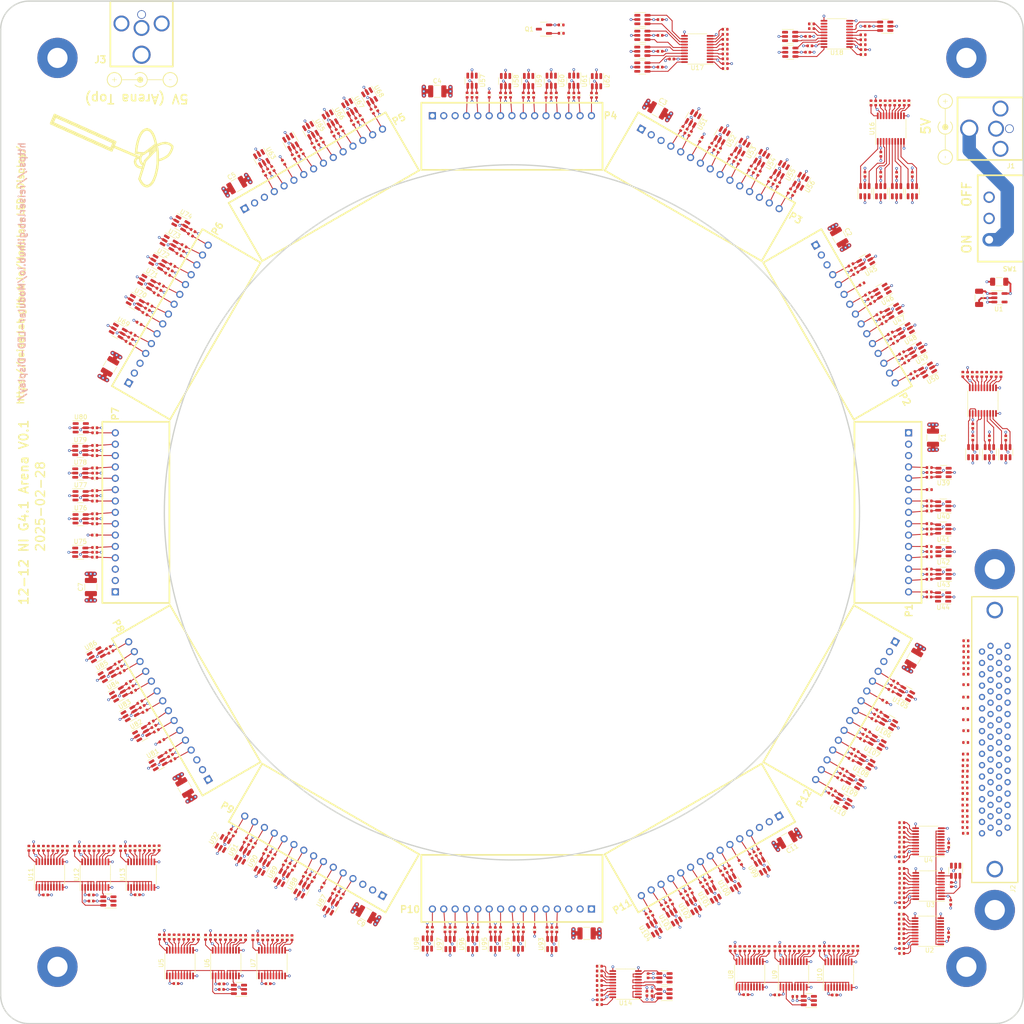
<source format=kicad_pcb>
(kicad_pcb (version 20240108) (generator "pcbnew") (generator_version "8.0")
  (layers (0 "F.Cu" signal) (1 "In1.Cu" power) (2 "In2.Cu" power) (3 "In3.Cu" power) (4 "In4.Cu" power) (31 "B.Cu" signal) (34 "B.Paste" user) (35 "F.Paste" user) (36 "B.SilkS" user "B.Silkscreen") (37 "F.SilkS" user "F.Silkscreen") (38 "B.Mask" user) (39 "F.Mask" user) (44 "Edge.Cuts" user))
  (net 0 "")
  (net 1 "+5V")
  (net 2 "/Power & Voltage Regulators/SW_5V")
  (net 3 "GND")
  (net 4 "/Level Shifters/PAN5V.RESET")
  (net 5 "/Level Shifters/PAN3V.RESET")
  (net 6 "/Level Shifters/PAN3V.MOSI_00")
  (net 7 "/Level Shifters/PAN3V.MISO_00")
  (net 8 "/Level Shifters/PAN3V.EXT_INT")
  (net 9 "/Level Shifters/PAN3V.MOSI_01")
  (net 10 "/Level Shifters/PAN3V.MISO_01")
  (net 11 "/Level Shifters/PAN3V.MOSI_02")
  (net 12 "/Level Shifters/PAN3V.MISO_02")
  (net 13 "/Level Shifters/PAN3V.MOSI_03")
  (net 14 "/Level Shifters/PAN3V.MISO_03")
  (net 15 "/Level Shifters/PAN3V.MOSI_04")
  (net 16 "/Level Shifters/PAN3V.MISO_04")
  (net 17 "/Level Shifters/PAN3V.MOSI_05")
  (net 18 "/Panel Headers/RESET")
  (net 19 "/Level Shifters/PAN3V.MISO_05")
  (net 20 "/Level Shifters/PAN3V.MOSI_06")
  (net 21 "/Level Shifters/PAN3V.MISO_06")
  (net 22 "/Level Shifters/PAN3V.MOSI_07")
  (net 23 "/Level Shifters/PAN3V.MISO_07")
  (net 24 "/Level Shifters/PAN3V.MOSI_08")
  (net 25 "/Level Shifters/PAN3V.MISO_08")
  (net 26 "/Level Shifters/PAN3V.MOSI_09")
  (net 27 "/Level Shifters/PAN3V.MISO_09")
  (net 28 "/Level Shifters/PAN3V.MOSI_10")
  (net 29 "/Level Shifters/PAN3V.MISO_10")
  (net 30 "/Level Shifters/PAN3V.MOSI_11")
  (net 31 "/Level Shifters/PAN3V.MISO_11")
  (net 32 "/Level Shifters/PAN5V.MOSI_09")
  (net 33 "/Level Shifters/PAN5V.MISO_09")
  (net 34 "/Level Shifters/PAN5V.MOSI_10")
  (net 35 "/Level Shifters/PAN5V.MISO_10")
  (net 36 "/Level Shifters/PAN5V.MOSI_11")
  (net 37 "/Level Shifters/PAN5V.MISO_11")
  (net 38 "/Level Shifters/PAN5V.MOSI_05")
  (net 39 "/Level Shifters/PAN5V.MISO_05")
  (net 40 "/Level Shifters/PAN5V.MOSI_06")
  (net 41 "/Level Shifters/PAN5V.MISO_06")
  (net 42 "/Level Shifters/PAN5V.MOSI_07")
  (net 43 "/Level Shifters/PAN5V.MISO_07")
  (net 44 "/Level Shifters/PAN5V.MOSI_08")
  (net 45 "/Level Shifters/PAN5V.MISO_08")
  (net 46 "/Level Shifters/PAN5V.MOSI_01")
  (net 47 "/Level Shifters/PAN5V.MISO_01")
  (net 48 "/Level Shifters/PAN5V.MOSI_02")
  (net 49 "/Level Shifters/PAN5V.MISO_02")
  (net 50 "/Level Shifters/PAN5V.MOSI_03")
  (net 51 "/Level Shifters/PAN5V.MISO_03")
  (net 52 "/Level Shifters/PAN5V.MOSI_04")
  (net 53 "/Level Shifters/PAN5V.MISO_04")
  (net 54 "+3.3V")
  (net 55 "/Panel Headers/MISO_00_P01")
  (net 56 "/Panel Headers/CS_04_P01")
  (net 57 "/Panel Headers/SCK_0_H1_P01")
  (net 58 "/Panel Headers/CS_03_P01")
  (net 59 "/Panel Headers/CS_06_P01")
  (net 60 "/Level Shifters/PAN5V.MOSI_00")
  (net 61 "/Level Shifters/PAN5V.MISO_00")
  (net 62 "/Panel Headers/EXT_INT_P01")
  (net 63 "/Panel Headers/CS_00_P01")
  (net 64 "/Panel Headers/CS_02_P01")
  (net 65 "/Panel Headers/CS_01_P01")
  (net 66 "/Level Shifters/PAN5V.EXT_INT")
  (net 67 "/Panel Headers/CS_05_P01")
  (net 68 "/Panel Headers/MOSI_00_P01")
  (net 69 "/Panel Headers/CS_07_P01")
  (net 70 "/Panel Headers/CS_05_P02")
  (net 71 "/Panel Headers/EXT_INT_P02")
  (net 72 "/Panel Headers/MISO_01_P02")
  (net 73 "/Panel Headers/CS_04_P02")
  (net 74 "/Panel Headers/SCK_1_H1_P02")
  (net 75 "/Panel Headers/CS_06_P02")
  (net 76 "/Panel Headers/CS_03_P02")
  (net 77 "/Panel Headers/CS_00_P02")
  (net 78 "/Panel Headers/MOSI_01_P02")
  (net 79 "/Panel Headers/CS_02_P02")
  (net 80 "/Panel Headers/CS_01_P02")
  (net 81 "/Panel Headers/CS_07_P02")
  (net 82 "/Panel Headers/SCK_2_H1_P03")
  (net 83 "/Panel Headers/CS_01_P03")
  (net 84 "/Panel Headers/CS_00_P03")
  (net 85 "/Panel Headers/MOSI_02_P03")
  (net 86 "/Panel Headers/CS_07_P03")
  (net 87 "/Panel Headers/MISO_02_P03")
  (net 88 "/Panel Headers/EXT_INT_P03")
  (net 89 "/Panel Headers/CS_03_P03")
  (net 90 "/Panel Headers/CS_06_P03")
  (net 91 "/Panel Headers/CS_05_P03")
  (net 92 "/Panel Headers/CS_04_P03")
  (net 93 "/Panel Headers/CS_02_P03")
  (net 94 "/Panel Headers/CS_04_P04")
  (net 95 "/Panel Headers/MISO_03_P04")
  (net 96 "/Panel Headers/CS_00_P04")
  (net 97 "/Panel Headers/CS_06_P04")
  (net 98 "/Panel Headers/SCK_3_H1_P04")
  (net 99 "/Panel Headers/CS_05_P04")
  (net 100 "/Panel Headers/CS_07_P04")
  (net 101 "/Panel Headers/CS_02_P04")
  (net 102 "/Panel Headers/CS_03_P04")
  (net 103 "/Panel Headers/MOSI_03_P04")
  (net 104 "/Panel Headers/EXT_INT_P04")
  (net 105 "/Panel Headers/CS_01_P04")
  (net 106 "/Panel Headers/MOSI_04_P05")
  (net 107 "/Panel Headers/CS_01_P05")
  (net 108 "/Panel Headers/EXT_INT_P05")
  (net 109 "/Panel Headers/CS_04_P05")
  (net 110 "/Panel Headers/CS_06_P05")
  (net 111 "/Panel Headers/MISO_04_P05")
  (net 112 "/Panel Headers/SCK_4_H1_P05")
  (net 113 "/Panel Headers/CS_05_P05")
  (net 114 "/Panel Headers/CS_07_P05")
  (net 115 "/Panel Headers/CS_02_P05")
  (net 116 "/Panel Headers/CS_03_P05")
  (net 117 "/Panel Headers/CS_00_P05")
  (net 118 "/Panel Headers/CS_06_P06")
  (net 119 "/Panel Headers/MISO_05_P06")
  (net 120 "/Panel Headers/CS_07_P06")
  (net 121 "/Panel Headers/MOSI_05_P06")
  (net 122 "/Panel Headers/CS_03_P06")
  (net 123 "/Panel Headers/CS_05_P06")
  (net 124 "/Panel Headers/SCK_5_H1_P06")
  (net 125 "/Panel Headers/CS_02_P06")
  (net 126 "/Panel Headers/CS_00_P06")
  (net 127 "/Panel Headers/CS_01_P06")
  (net 128 "/Panel Headers/EXT_INT_P06")
  (net 129 "/Panel Headers/CS_04_P06")
  (net 130 "/Panel Headers/EXT_INT_P07")
  (net 131 "/Panel Headers/CS_00_P07")
  (net 132 "/Panel Headers/SCK_0_H2_P07")
  (net 133 "/Panel Headers/MISO_06_P07")
  (net 134 "/Panel Headers/CS_07_P07")
  (net 135 "/Panel Headers/CS_01_P07")
  (net 136 "/Panel Headers/CS_04_P07")
  (net 137 "/Panel Headers/CS_03_P07")
  (net 138 "/Panel Headers/CS_05_P07")
  (net 139 "/Panel Headers/CS_02_P07")
  (net 140 "/Panel Headers/MOSI_06_P07")
  (net 141 "/Panel Headers/CS_06_P07")
  (net 142 "/Panel Headers/EXT_INT_P08")
  (net 143 "/Panel Headers/CS_01_P08")
  (net 144 "/Panel Headers/CS_05_P08")
  (net 145 "/Panel Headers/SCK_1_H2_P08")
  (net 146 "/Panel Headers/CS_07_P08")
  (net 147 "/Panel Headers/CS_06_P08")
  (net 148 "/Panel Headers/CS_03_P08")
  (net 149 "/Panel Headers/CS_00_P08")
  (net 150 "/Panel Headers/MISO_07_P08")
  (net 151 "/Panel Headers/CS_02_P08")
  (net 152 "/Panel Headers/MOSI_07_P08")
  (net 153 "/Panel Headers/CS_04_P08")
  (net 154 "/Panel Headers/EXT_INT_P09")
  (net 155 "/Panel Headers/SCK_2_H2_P09")
  (net 156 "/Panel Headers/MISO_08_P09")
  (net 157 "/Panel Headers/CS_07_P09")
  (net 158 "/Panel Headers/CS_02_P09")
  (net 159 "/Panel Headers/MOSI_08_P09")
  (net 160 "/Panel Headers/CS_06_P09")
  (net 161 "/Panel Headers/CS_00_P09")
  (net 162 "/Panel Headers/CS_03_P09")
  (net 163 "/Panel Headers/CS_04_P09")
  (net 164 "/Panel Headers/CS_05_P09")
  (net 165 "/Panel Headers/CS_01_P09")
  (net 166 "/Panel Headers/CS_04_P10")
  (net 167 "/Panel Headers/CS_02_P10")
  (net 168 "/Panel Headers/CS_00_P10")
  (net 169 "/Panel Headers/EXT_INT_P10")
  (net 170 "/Panel Headers/CS_05_P10")
  (net 171 "/Panel Headers/MOSI_09_P10")
  (net 172 "/Panel Headers/CS_01_P10")
  (net 173 "/Panel Headers/CS_06_P10")
  (net 174 "/Panel Headers/MISO_09_P10")
  (net 175 "/Panel Headers/CS_07_P10")
  (net 176 "/Panel Headers/SCK_3_H2_P10")
  (net 177 "/Panel Headers/CS_03_P10")
  (net 178 "/Panel Headers/CS_03_P11")
  (net 179 "/Panel Headers/CS_00_P11")
  (net 180 "/Panel Headers/SCK_4_H2_P11")
  (net 181 "/Panel Headers/MISO_10_P11")
  (net 182 "/Panel Headers/CS_07_P11")
  (net 183 "/Panel Headers/CS_02_P11")
  (net 184 "/Panel Headers/CS_04_P11")
  (net 185 "/Panel Headers/CS_05_P11")
  (net 186 "/Panel Headers/CS_01_P11")
  (net 187 "/Panel Headers/MOSI_10_P11")
  (net 188 "/Panel Headers/CS_06_P11")
  (net 189 "/Panel Headers/EXT_INT_P11")
  (net 190 "/Panel Headers/MOSI_11_P12")
  (net 191 "/Panel Headers/CS_02_P12")
  (net 192 "/Panel Headers/SCK_5_H2_P12")
  (net 193 "/Panel Headers/CS_04_P12")
  (net 194 "/Panel Headers/CS_07_P12")
  (net 195 "/Panel Headers/CS_01_P12")
  (net 196 "/Panel Headers/CS_05_P12")
  (net 197 "/Panel Headers/CS_03_P12")
  (net 198 "/Panel Headers/EXT_INT_P12")
  (net 199 "/Panel Headers/MISO_11_P12")
  (net 200 "/Panel Headers/CS_06_P12")
  (net 201 "/Panel Headers/CS_00_P12")
  (net 202 "Net-(Q1-G)")
  (net 203 "Net-(J2-Pin_35)")
  (net 204 "/Level Shifters/PAN3V.CS_0")
  (net 205 "Net-(J2-Pin_36)")
  (net 206 "/Level Shifters/PAN3V.CS_1")
  (net 207 "/Level Shifters/PAN3V.CS_2")
  (net 208 "Net-(J2-Pin_37)")
  (net 209 "Net-(J2-Pin_38)")
  (net 210 "/Level Shifters/PAN3V.CS_3")
  (net 211 "/Level Shifters/PAN3V.CS_4")
  (net 212 "Net-(J2-Pin_39)")
  (net 213 "Net-(J2-Pin_40)")
  (net 214 "/Level Shifters/PAN3V.CS_5")
  (net 215 "Net-(J2-Pin_41)")
  (net 216 "/Level Shifters/PAN3V.CS_6")
  (net 217 "/Level Shifters/PAN3V.CS_7")
  (net 218 "Net-(J2-Pin_42)")
  (net 219 "Net-(J2-Pin_43)")
  (net 220 "/Level Shifters/PAN3V.SCK_0")
  (net 221 "/Level Shifters/PAN3V.SCK_1")
  (net 222 "Net-(J2-Pin_44)")
  (net 223 "/Level Shifters/PAN3V.SCK_2")
  (net 224 "Net-(J2-Pin_45)")
  (net 225 "/Level Shifters/PAN3V.SCK_3")
  (net 226 "Net-(J2-Pin_46)")
  (net 227 "/Level Shifters/PAN3V.SCK_4")
  (net 228 "Net-(J2-Pin_47)")
  (net 229 "Net-(J2-Pin_48)")
  (net 230 "/Level Shifters/PAN3V.SCK_5")
  (net 231 "Net-(J2-Pin_49)")
  (net 232 "Net-(J2-Pin_51)")
  (net 233 "Net-(J2-Pin_53)")
  (net 234 "Net-(J2-Pin_55)")
  (net 235 "Net-(J2-Pin_57)")
  (net 236 "Net-(J2-Pin_59)")
  (net 237 "Net-(J2-Pin_61)")
  (net 238 "Net-(J2-Pin_68)")
  (net 239 "Net-(J2-Pin_29)")
  (net 240 "Net-(J2-Pin_30)")
  (net 241 "Net-(J2-Pin_31)")
  (net 242 "Net-(J2-Pin_32)")
  (net 243 "Net-(J2-Pin_33)")
  (net 244 "Net-(J2-Pin_34)")
  (net 245 "Net-(R163-Pad1)")
  (net 246 "Net-(R164-Pad1)")
  (net 247 "Net-(R166-Pad1)")
  (net 248 "Net-(R167-Pad1)")
  (net 249 "Net-(R168-Pad1)")
  (net 250 "Net-(R169-Pad1)")
  (net 251 "Net-(R170-Pad1)")
  (net 252 "Net-(R171-Pad1)")
  (net 253 "Net-(R172-Pad1)")
  (net 254 "Net-(R173-Pad1)")
  (net 255 "Net-(R174-Pad1)")
  (net 256 "Net-(U2-B1)")
  (net 257 "/Level Shifters/PAN5V.CS_0_P01")
  (net 258 "/Level Shifters/PAN5V.CS_0_P02")
  (net 259 "Net-(U2-B2)")
  (net 260 "Net-(U2-B3)")
  (net 261 "/Level Shifters/PAN5V.CS_0_P03")
  (net 262 "Net-(U2-B4)")
  (net 263 "/Level Shifters/PAN5V.CS_0_P04")
  (net 264 "Net-(U2-B5)")
  (net 265 "/Level Shifters/PAN5V.CS_0_P05")
  (net 266 "/Level Shifters/PAN5V.CS_0_P06")
  (net 267 "Net-(U2-B6)")
  (net 268 "Net-(U2-B7)")
  (net 269 "/Level Shifters/PAN5V.CS_0_P07")
  (net 270 "/Level Shifters/PAN5V.CS_0_P08")
  (net 271 "Net-(U2-B8)")
  (net 272 "Net-(U3-B1)")
  (net 273 "/Level Shifters/PAN5V.CS_0_P09")
  (net 274 "/Level Shifters/PAN5V.CS_0_P10")
  (net 275 "Net-(U3-B2)")
  (net 276 "Net-(U3-B3)")
  (net 277 "/Level Shifters/PAN5V.CS_0_P11")
  (net 278 "Net-(U3-B4)")
  (net 279 "/Level Shifters/PAN5V.CS_0_P12")
  (net 280 "/Level Shifters/PAN5V.CS_1_P01")
  (net 281 "Net-(U3-B5)")
  (net 282 "Net-(U3-B6)")
  (net 283 "/Level Shifters/PAN5V.CS_1_P02")
  (net 284 "Net-(U3-B7)")
  (net 285 "/Level Shifters/PAN5V.CS_1_P03")
  (net 286 "/Level Shifters/PAN5V.CS_1_P04")
  (net 287 "Net-(U3-B8)")
  (net 288 "Net-(U4-B1)")
  (net 289 "/Level Shifters/PAN5V.CS_1_P05")
  (net 290 "/Level Shifters/PAN5V.CS_1_P06")
  (net 291 "Net-(U4-B2)")
  (net 292 "/Level Shifters/PAN5V.CS_1_P07")
  (net 293 "Net-(U4-B3)")
  (net 294 "Net-(U4-B4)")
  (net 295 "/Level Shifters/PAN5V.CS_1_P08")
  (net 296 "Net-(U4-B5)")
  (net 297 "/Level Shifters/PAN5V.CS_1_P09")
  (net 298 "/Level Shifters/PAN5V.CS_1_P10")
  (net 299 "Net-(U4-B6)")
  (net 300 "Net-(U4-B7)")
  (net 301 "/Level Shifters/PAN5V.CS_1_P11")
  (net 302 "/Level Shifters/PAN5V.CS_1_P12")
  (net 303 "Net-(U4-B8)")
  (net 304 "/Level Shifters/PAN5V.CS_2_P01")
  (net 305 "Net-(U5-B1)")
  (net 306 "/Level Shifters/PAN5V.CS_2_P02")
  (net 307 "Net-(U5-B2)")
  (net 308 "/Level Shifters/PAN5V.CS_2_P03")
  (net 309 "Net-(U5-B3)")
  (net 310 "/Level Shifters/PAN5V.CS_2_P04")
  (net 311 "Net-(U5-B4)")
  (net 312 "/Level Shifters/PAN5V.CS_2_P05")
  (net 313 "Net-(U5-B5)")
  (net 314 "/Level Shifters/PAN5V.CS_2_P06")
  (net 315 "Net-(U5-B6)")
  (net 316 "/Level Shifters/PAN5V.CS_2_P07")
  (net 317 "Net-(U5-B7)")
  (net 318 "/Level Shifters/PAN5V.CS_2_P08")
  (net 319 "Net-(U5-B8)")
  (net 320 "Net-(U6-B1)")
  (net 321 "/Level Shifters/PAN5V.CS_2_P09")
  (net 322 "/Level Shifters/PAN5V.CS_2_P10")
  (net 323 "Net-(U6-B2)")
  (net 324 "/Level Shifters/PAN5V.CS_2_P11")
  (net 325 "Net-(U6-B3)")
  (net 326 "Net-(U6-B4)")
  (net 327 "/Level Shifters/PAN5V.CS_2_P12")
  (net 328 "Net-(U6-B5)")
  (net 329 "/Level Shifters/PAN5V.CS_3_P01")
  (net 330 "Net-(U6-B6)")
  (net 331 "/Level Shifters/PAN5V.CS_3_P02")
  (net 332 "/Level Shifters/PAN5V.CS_3_P03")
  (net 333 "Net-(U6-B7)")
  (net 334 "/Level Shifters/PAN5V.CS_3_P04")
  (net 335 "Net-(U6-B8)")
  (net 336 "Net-(U7-B1)")
  (net 337 "/Level Shifters/PAN5V.CS_3_P05")
  (net 338 "/Level Shifters/PAN5V.CS_3_P06")
  (net 339 "Net-(U7-B2)")
  (net 340 "/Level Shifters/PAN5V.CS_3_P07")
  (net 341 "Net-(U7-B3)")
  (net 342 "/Level Shifters/PAN5V.CS_3_P08")
  (net 343 "Net-(U7-B4)")
  (net 344 "/Level Shifters/PAN5V.CS_3_P09")
  (net 345 "Net-(U7-B5)")
  (net 346 "/Level Shifters/PAN5V.CS_3_P10")
  (net 347 "Net-(U7-B6)")
  (net 348 "Net-(U7-B7)")
  (net 349 "/Level Shifters/PAN5V.CS_3_P11")
  (net 350 "/Level Shifters/PAN5V.CS_3_P12")
  (net 351 "Net-(U7-B8)")
  (net 352 "/Level Shifters/PAN5V.CS_4_P01")
  (net 353 "Net-(U8-B1)")
  (net 354 "Net-(U8-B2)")
  (net 355 "/Level Shifters/PAN5V.CS_4_P02")
  (net 356 "/Level Shifters/PAN5V.CS_4_P03")
  (net 357 "Net-(U8-B3)")
  (net 358 "Net-(U8-B4)")
  (net 359 "/Level Shifters/PAN5V.CS_4_P04")
  (net 360 "/Level Shifters/PAN5V.CS_4_P05")
  (net 361 "Net-(U8-B5)")
  (net 362 "/Level Shifters/PAN5V.CS_4_P06")
  (net 363 "Net-(U8-B6)")
  (net 364 "Net-(U8-B7)")
  (net 365 "/Level Shifters/PAN5V.CS_4_P07")
  (net 366 "/Level Shifters/PAN5V.CS_4_P08")
  (net 367 "Net-(U8-B8)")
  (net 368 "/Level Shifters/PAN5V.CS_4_P09")
  (net 369 "Net-(U9-B1)")
  (net 370 "Net-(U9-B2)")
  (net 371 "/Level Shifters/PAN5V.CS_4_P10")
  (net 372 "/Level Shifters/PAN5V.CS_4_P11")
  (net 373 "Net-(U9-B3)")
  (net 374 "/Level Shifters/PAN5V.CS_4_P12")
  (net 375 "Net-(U9-B4)")
  (net 376 "/Level Shifters/PAN5V.CS_5_P01")
  (net 377 "Net-(U9-B5)")
  (net 378 "/Level Shifters/PAN5V.CS_5_P02")
  (net 379 "Net-(U9-B6)")
  (net 380 "Net-(U9-B7)")
  (net 381 "/Level Shifters/PAN5V.CS_5_P03")
  (net 382 "/Level Shifters/PAN5V.CS_5_P04")
  (net 383 "Net-(U9-B8)")
  (net 384 "/Level Shifters/PAN5V.CS_5_P05")
  (net 385 "Net-(U10-B1)")
  (net 386 "/Level Shifters/PAN5V.CS_5_P06")
  (net 387 "Net-(U10-B2)")
  (net 388 "/Level Shifters/PAN5V.CS_5_P07")
  (net 389 "Net-(U10-B3)")
  (net 390 "Net-(U10-B4)")
  (net 391 "/Level Shifters/PAN5V.CS_5_P08")
  (net 392 "/Level Shifters/PAN5V.CS_5_P09")
  (net 393 "Net-(U10-B5)")
  (net 394 "Net-(U10-B6)")
  (net 395 "/Level Shifters/PAN5V.CS_5_P10")
  (net 396 "Net-(U10-B7)")
  (net 397 "/Level Shifters/PAN5V.CS_5_P11")
  (net 398 "/Level Shifters/PAN5V.CS_5_P12")
  (net 399 "Net-(U10-B8)")
  (net 400 "Net-(U11-B1)")
  (net 401 "/Level Shifters/PAN5V.CS_6_P01")
  (net 402 "/Level Shifters/PAN5V.CS_6_P02")
  (net 403 "Net-(U11-B2)")
  (net 404 "/Level Shifters/PAN5V.CS_6_P03")
  (net 405 "Net-(U11-B3)")
  (net 406 "Net-(U11-B4)")
  (net 407 "/Level Shifters/PAN5V.CS_6_P04")
  (net 408 "Net-(U11-B5)")
  (net 409 "/Level Shifters/PAN5V.CS_6_P05")
  (net 410 "/Level Shifters/PAN5V.CS_6_P06")
  (net 411 "Net-(U11-B6)")
  (net 412 "Net-(U11-B7)")
  (net 413 "/Level Shifters/PAN5V.CS_6_P07")
  (net 414 "/Level Shifters/PAN5V.CS_6_P08")
  (net 415 "Net-(U11-B8)")
  (net 416 "Net-(U12-B1)")
  (net 417 "/Level Shifters/PAN5V.CS_6_P09")
  (net 418 "/Level Shifters/PAN5V.CS_6_P10")
  (net 419 "Net-(U12-B2)")
  (net 420 "Net-(U12-B3)")
  (net 421 "/Level Shifters/PAN5V.CS_6_P11")
  (net 422 "/Level Shifters/PAN5V.CS_6_P12")
  (net 423 "Net-(U12-B4)")
  (net 424 "/Level Shifters/PAN5V.CS_7_P01")
  (net 425 "Net-(U12-B5)")
  (net 426 "/Level Shifters/PAN5V.CS_7_P02")
  (net 427 "Net-(U12-B6)")
  (net 428 "Net-(U12-B7)")
  (net 429 "/Level Shifters/PAN5V.CS_7_P03")
  (net 430 "/Level Shifters/PAN5V.CS_7_P04")
  (net 431 "Net-(U12-B8)")
  (net 432 "Net-(U13-B1)")
  (net 433 "/Level Shifters/PAN5V.CS_7_P05")
  (net 434 "Net-(U13-B2)")
  (net 435 "/Level Shifters/PAN5V.CS_7_P06")
  (net 436 "/Level Shifters/PAN5V.CS_7_P07")
  (net 437 "Net-(U13-B3)")
  (net 438 "Net-(U13-B4)")
  (net 439 "/Level Shifters/PAN5V.CS_7_P08")
  (net 440 "/Level Shifters/PAN5V.CS_7_P09")
  (net 441 "Net-(U13-B5)")
  (net 442 "Net-(U13-B6)")
  (net 443 "/Level Shifters/PAN5V.CS_7_P10")
  (net 444 "Net-(U13-B7)")
  (net 445 "/Level Shifters/PAN5V.CS_7_P11")
  (net 446 "Net-(U13-B8)")
  (net 447 "/Level Shifters/PAN5V.CS_7_P12")
  (net 448 "Net-(U14-B1)")
  (net 449 "/Level Shifters/PAN5V.SCK_0_H1")
  (net 450 "/Level Shifters/PAN5V.SCK_0_H2")
  (net 451 "Net-(U14-B2)")
  (net 452 "Net-(U14-B3)")
  (net 453 "/Level Shifters/PAN5V.SCK_1_H1")
  (net 454 "/Level Shifters/PAN5V.SCK_1_H2")
  (net 455 "Net-(U14-B4)")
  (net 456 "Net-(U14-B5)")
  (net 457 "/Level Shifters/PAN5V.SCK_2_H1")
  (net 458 "/Level Shifters/PAN5V.SCK_2_H2")
  (net 459 "Net-(U14-B6)")
  (net 460 "Net-(U14-B7)")
  (net 461 "/Level Shifters/PAN5V.SCK_3_H1")
  (net 462 "Net-(U14-B8)")
  (net 463 "/Level Shifters/PAN5V.SCK_3_H2")
  (net 464 "/Level Shifters/PAN5V.SCK_4_H1")
  (net 465 "Net-(U15-B1)")
  (net 466 "/Level Shifters/PAN5V.SCK_4_H2")
  (net 467 "Net-(U15-B2)")
  (net 468 "/Level Shifters/PAN5V.SCK_5_H1")
  (net 469 "Net-(U15-B3)")
  (net 470 "Net-(U15-B4)")
  (net 471 "/Level Shifters/PAN5V.SCK_5_H2")
  (net 472 "Net-(U15-B5)")
  (net 473 "Net-(U15-B6)")
  (net 474 "Net-(U15-B7)")
  (net 475 "Net-(U15-B8)")
  (net 476 "Net-(U16-B1)")
  (net 477 "Net-(U16-B2)")
  (net 478 "Net-(U16-B3)")
  (net 479 "Net-(U16-B4)")
  (net 480 "Net-(U16-B5)")
  (net 481 "Net-(U16-B6)")
  (net 482 "Net-(U16-B7)")
  (net 483 "Net-(U16-B8)")
  (net 484 "Net-(U17-A1)")
  (net 485 "Net-(U17-A2)")
  (net 486 "Net-(U17-A3)")
  (net 487 "Net-(U17-A4)")
  (net 488 "Net-(U17-A5)")
  (net 489 "Net-(U17-A6)")
  (net 490 "Net-(U17-A7)")
  (net 491 "Net-(U17-A8)")
  (net 492 "Net-(U18-A1)")
  (net 493 "Net-(U18-A2)")
  (net 494 "Net-(U18-A3)")
  (net 495 "Net-(U18-A4)")
  (net 496 "Net-(U18-B5)")
  (net 497 "Net-(U18-B6)")
  (net 498 "Net-(R175-Pad1)")
  (net 499 "Net-(R176-Pad1)")
  (net 500 "Net-(R178-Pad1)")
  (net 501 "Net-(R179-Pad1)")
  (net 502 "Net-(R180-Pad1)")
  (net 503 "Net-(R181-Pad1)")
  (net 504 "Net-(R182-Pad1)")
  (net 505 "Net-(R183-Pad1)")
  (net 506 "Net-(R184-Pad1)")
  (net 507 "Net-(R185-Pad1)")
  (net 508 "Net-(R186-Pad1)")
  (net 509 "Net-(R187-Pad1)")
  (net 510 "Net-(R188-Pad1)")
  (net 511 "Net-(R190-Pad1)")
  (net 512 "Net-(R191-Pad1)")
  (net 513 "Net-(R192-Pad1)")
  (net 514 "Net-(R193-Pad1)")
  (net 515 "Net-(R194-Pad1)")
  (net 516 "Net-(R195-Pad1)")
  (net 517 "Net-(R196-Pad1)")
  (net 518 "Net-(R197-Pad1)")
  (net 519 "Net-(R198-Pad1)")
  (net 520 "Net-(R199-Pad1)")
  (net 521 "Net-(R200-Pad1)")
  (net 522 "Net-(R202-Pad1)")
  (net 523 "Net-(R203-Pad1)")
  (net 524 "Net-(R204-Pad1)")
  (net 525 "Net-(R205-Pad1)")
  (net 526 "Net-(R206-Pad1)")
  (net 527 "Net-(R207-Pad1)")
  (net 528 "Net-(R208-Pad1)")
  (net 529 "Net-(R209-Pad1)")
  (net 530 "Net-(R210-Pad1)")
  (net 531 "Net-(R211-Pad1)")
  (net 532 "Net-(R212-Pad1)")
  (net 533 "Net-(R214-Pad1)")
  (net 534 "Net-(R215-Pad1)")
  (net 535 "Net-(R216-Pad1)")
  (net 536 "Net-(R217-Pad1)")
  (net 537 "Net-(R218-Pad1)")
  (net 538 "Net-(R219-Pad1)")
  (net 539 "Net-(R220-Pad1)")
  (net 540 "Net-(R221-Pad1)")
  (net 541 "Net-(R222-Pad1)")
  (net 542 "Net-(R223-Pad1)")
  (net 543 "Net-(R224-Pad1)")
  (net 544 "Net-(R226-Pad1)")
  (net 545 "Net-(R227-Pad1)")
  (net 546 "Net-(R228-Pad1)")
  (net 547 "Net-(R229-Pad1)")
  (net 548 "Net-(R230-Pad1)")
  (net 549 "Net-(R231-Pad1)")
  (net 550 "Net-(R232-Pad1)")
  (net 551 "Net-(R233-Pad1)")
  (net 552 "Net-(R234-Pad1)")
  (net 553 "Net-(R235-Pad1)")
  (net 554 "Net-(R236-Pad1)")
  (net 555 "Net-(R238-Pad1)")
  (net 556 "Net-(R239-Pad1)")
  (net 557 "Net-(R240-Pad1)")
  (net 558 "Net-(R241-Pad1)")
  (net 559 "Net-(R242-Pad1)")
  (net 560 "Net-(R243-Pad1)")
  (net 561 "Net-(R244-Pad1)")
  (net 562 "Net-(R245-Pad1)")
  (net 563 "Net-(R246-Pad1)")
  (net 564 "Net-(R247-Pad1)")
  (net 565 "Net-(R248-Pad1)")
  (net 566 "Net-(R250-Pad1)")
  (net 567 "Net-(R251-Pad1)")
  (net 568 "Net-(R252-Pad1)")
  (net 569 "Net-(R253-Pad1)")
  (net 570 "Net-(R254-Pad1)")
  (net 571 "Net-(R255-Pad1)")
  (net 572 "Net-(R256-Pad1)")
  (net 573 "Net-(R257-Pad1)")
  (net 574 "Net-(R258-Pad1)")
  (net 575 "Net-(R259-Pad1)")
  (net 576 "Net-(R260-Pad1)")
  (net 577 "Net-(R262-Pad1)")
  (net 578 "Net-(R263-Pad1)")
  (net 579 "Net-(R264-Pad1)")
  (net 580 "Net-(R265-Pad1)")
  (net 581 "Net-(R266-Pad1)")
  (net 582 "Net-(R267-Pad1)")
  (net 583 "Net-(R268-Pad1)")
  (net 584 "Net-(R269-Pad1)")
  (net 585 "Net-(R270-Pad1)")
  (net 586 "Net-(R271-Pad1)")
  (net 587 "Net-(R272-Pad1)")
  (net 588 "Net-(R274-Pad1)")
  (net 589 "Net-(R275-Pad1)")
  (net 590 "Net-(R276-Pad1)")
  (net 591 "Net-(R277-Pad1)")
  (net 592 "Net-(R278-Pad1)")
  (net 593 "Net-(R279-Pad1)")
  (net 594 "Net-(R280-Pad1)")
  (net 595 "Net-(R281-Pad1)")
  (net 596 "Net-(R282-Pad1)")
  (net 597 "Net-(R283-Pad1)")
  (net 598 "Net-(R284-Pad1)")
  (net 599 "Net-(R286-Pad1)")
  (net 600 "Net-(R287-Pad1)")
  (net 601 "Net-(R288-Pad1)")
  (net 602 "Net-(R289-Pad1)")
  (net 603 "Net-(R290-Pad1)")
  (net 604 "Net-(R291-Pad1)")
  (net 605 "Net-(R292-Pad1)")
  (net 606 "Net-(R293-Pad1)")
  (net 607 "Net-(R294-Pad1)")
  (net 608 "Net-(R295-Pad1)")
  (net 609 "Net-(R296-Pad1)")
  (net 610 "Net-(R298-Pad1)")
  (net 611 "Net-(R299-Pad1)")
  (net 612 "Net-(R300-Pad1)")
  (net 613 "Net-(R301-Pad1)")
  (net 614 "Net-(R302-Pad1)")
  (net 615 "Net-(R303-Pad1)")
  (net 616 "Net-(R304-Pad1)")
  (net 617 "Net-(R305-Pad1)")
  (net 618 "Net-(R306-Pad1)")
  (net 620 "Net-(U2-A1)")
  (net 621 "Net-(U3-A5)")
  (net 622 "Net-(U5-A1)")
  (net 623 "Net-(U6-A5)")
  (net 624 "Net-(U8-A1)")
  (net 625 "Net-(U10-A1)")
  (net 626 "Net-(U11-A1)")
  (net 627 "Net-(U12-A5)")
  (net 628 "Net-(U14-A7)")
  (net 629 "Net-(U14-A1)")
  (net 630 "Net-(U14-A5)")
  (net 631 "Net-(U14-A3)")
  (net 632 "Net-(U15-A3)")
  (net 633 "Net-(U15-A6)")
  (net 634 "Net-(U15-A7)")
  (net 635 "Net-(U15-A1)")
  (net 636 "Net-(U15-A8)")
  (net 637 "Net-(U15-A5)")
  (net 638 "Net-(U16-A2)")
  (net 639 "Net-(U16-A8)")
  (net 640 "Net-(U16-A3)")
  (net 641 "Net-(U16-A7)")
  (net 642 "Net-(U16-A5)")
  (net 643 "Net-(U16-A4)")
  (net 644 "Net-(U16-A1)")
  (net 645 "Net-(U16-A6)")
  (net 646 "Net-(U17-B6)")
  (net 647 "Net-(U17-B2)")
  (net 648 "Net-(U17-B4)")
  (net 649 "Net-(U17-B3)")
  (net 650 "Net-(U17-B5)")
  (net 651 "Net-(U17-B7)")
  (net 652 "Net-(U17-B8)")
  (net 653 "Net-(U17-B1)")
  (net 654 "Net-(U18-B4)")
  (net 656 "Net-(U18-B3)")
  (net 658 "Net-(U18-B1)")
  (net 659 "Net-(U18-A6)")
  (net 661 "Net-(U18-A5)")
  (net 663 "Net-(U18-B2)")
  (footprint "Capacitor_SMD:C_0402_1005Metric" (layer "F.Cu") (at 259.284214 223.205258 150)
    (property "Reference" "C102" (hide yes))
    (property "Value" "0.1uF" (hide yes))
  )
  (footprint "Resistor_SMD:R_0402_1005Metric" (layer "F.Cu") (at 271.110028 172.72 180)
    (property "Reference" "R165" (hide yes))
    (property "Value" "33" (hide yes))
  )
  (footprint "Capacitor_SMD:C_0402_1005Metric" (layer "F.Cu") (at 102.695 283.14)
    (property "Reference" "C113" (hide yes))
    (property "Value" "0.1uF" (hide yes))
  )
  (footprint "Resistor_SMD:R_0402_1005Metric" (layer "F.Cu") (at 263.547874 139.759617 -150)
    (property "Reference" "R183" (hide yes))
    (property "Value" "33" (hide yes))
  )
  (footprint "Resistor_SMD:R_0402_1005Metric" (layer "F.Cu") (at 99.01 272.72 -90)
    (property "Reference" "R53" (hide yes))
    (property "Value" "33" (hide yes))
  )
  (footprint "Package_TO_SOT_SMD:SOT-23-6" (layer "F.Cu") (at 274.297528 168.88 180)
    (property "Reference" "U39")
    (property "Value" "74LVC2G17" (hide yes))
  )
  (footprint "Resistor_SMD:R_0402_1005Metric" (layer "F.Cu") (at 264.885 270.91)
    (property "Reference" "R33" (hide yes))
    (property "Value" "33" (hide yes))
  )
  (footprint "Resistor_SMD:R_0402_1005Metric" (layer "F.Cu") (at 188.79 68.83)
    (property "Reference" "R307" (hide yes))
    (property "Value" "20k" (hide yes))
  )
  (footprint "Resistor_SMD:R_0402_1005Metric" (layer "F.Cu") (at 261.148855 220.055605 150)
    (property "Reference" "R297" (hide yes))
    (property "Value" "33" (hide yes))
  )
  (footprint "Package_TO_SOT_SMD:SOT-23-6" (layer "F.Cu") (at 224.775348 93.57631 -120)
    (property "Reference" "U52")
    (property "Value" "74LVC2G17" (hide yes))
  )
  (footprint "Package_TO_SOT_SMD:SOT-23-6" (layer "F.Cu") (at 137.168598 89.844348 -60)
    (property "Reference" "U66")
    (property "Value" "74LVC2G17" (hide yes))
  )
  (footprint "arena_custom:DCJACK_2PIN_HIGHCURRENT" (layer "F.Cu") (at 95 63.5028)
    (property "Reference" "J3")
    (property "Value" "Barrel_Jack" (hide yes))
  )
  (footprint "Package_TO_SOT_SMD:SOT-23-6" (layer "F.Cu") (at 113.224695 251.827708 60)
    (property "Reference" "U92")
    (property "Value" "74LVC2G17" (hide yes))
  )
  (footprint "Resistor_SMD:R_0402_1005Metric" (layer "F.Cu") (at 127.55 272.885 -90)
    (property "Reference" "R75" (hide yes))
    (property "Value" "33" (hide yes))
  )
  (footprint "Package_TO_SOT_SMD:SOT-23-6" (layer "F.Cu") (at 101.145688 117.574104 -30)
    (property "Reference" "U73")
    (property "Value" "74LVC2G17" (hide yes))
  )
  (footprint "Resistor_SMD:R_0402_1005Metric" (layer "F.Cu") (at 92.052125 215.840382 30)
    (property "Reference" "R255" (hide yes))
    (property "Value" "33" (hide yes))
  )
  (footprint "Resistor_SMD:R_0402_1005Metric" (layer "F.Cu") (at 225.46 74.235)
    (property "Reference" "R152" (hide yes))
    (property "Value" "33" (hide yes))
  )
  (footprint "Resistor_SMD:R_0402_1005Metric" (layer "F.Cu") (at 131.437113 258.742874 60)
    (property "Reference" "R263" (hide yes))
    (property "Value" "33" (hide yes))
  )
  (footprint "Package_TO_SOT_SMD:SOT-23-6" (layer "F.Cu") (at 158.89 274.197528 90)
    (property "Reference" "U98")
    (property "Value" "74LVC2G17" (hide yes))
  )
  (footprint "Package_TO_SOT_SMD:SOT-23-6" (layer "F.Cu") (at 206.9625 71.16)
    (property "Reference" "U30" (hide yes))
    (property "Value" "74LVC2G17" (hide yes))
  )
  (footprint "Package_TO_SOT_SMD:SOT-23-6" (layer "F.Cu") (at 262.023689 224.775348 150)
    (property "Reference" "U106")
    (property "Value" "74LVC2G17" (hide yes))
  )
  (footprint "Capacitor_SMD:C_0402_1005Metric" (layer "F.Cu") (at 147.556525 87.596766 -60)
    (property "Reference" "C64" (hide yes))
    (property "Value" "0.1uF" (hide yes))
  )
  (footprint "Resistor_SMD:R_0402_1005Metric" (layer "F.Cu") (at 109.31 272.795 -90)
    (property "Reference" "R61" (hide yes))
    (property "Value" "33" (hide yes))
  )
  (footprint "Capacitor_SMD:C_0402_1005Metric" (layer "F.Cu") (at 260.25 102.25 90)
    (property "Reference" "C25" (hide yes))
    (property "Value" "0.1uF" (hide yes))
  )
  (footprint "Capacitor_SMD:C_0402_1005Metric" (layer "F.Cu") (at 98.877125 127.938371 -30)
    (property "Reference" "C67" (hide yes))
    (property "Value" "0.1uF" (hide yes))
  )
  (footprint "Capacitor_SMD:C_1210_3225Metric" (layer "F.Cu") (at 210.41105 87.936003 -30)
    (property "Reference" "C3")
    (property "Value" "100uF" (hide yes))
  )
  (footprint "Resistor_SMD:R_0402_1005Metric" (layer "F.Cu") (at 139.83006 263.605865 60)
    (property "Reference" "R259" (hide yes))
    (property "Value" "33" (hide yes))
  )
  (footprint "Resistor_SMD:R_0402_1005Metric" (layer "F.Cu") (at 259.849214 222.226649 150)
    (property "Reference" "R298" (hide yes))
    (property "Value" "33" (hide yes))
  )
  (footprint "MountingHole:MountingHole_4.5mm_Pad" (layer "F.Cu") (at 76.2 76.2)
    (property "Reference" "H1" (hide yes))
    (property "Value" "MountingHole_Pad" (hide yes))
  )
  (footprint "Package_TO_SOT_SMD:SOT-23-6" (layer "F.Cu") (at 218.323817 89.770688 -120)
    (property "Reference" "U51")
    (property "Value" "74LVC2G17" (hide yes))
  )
  (footprint "arena_custom:HEADER_TOP" (layer "F.Cu") (at 177.799999 266.474028 180)
    (property "Reference" "P10")
    (property "Value" "CONN15" (hide yes))
  )
  (footprint "Package_TO_SOT_SMD:SOT-23-6" (layer "F.Cu") (at 116.7725 284.44 180)
    (property "Reference" "U20" (hide yes))
    (property "Value" "74LVC2G17" (hide yes))
  )
  (footprint "Capacitor_SMD:C_0402_1005Metric" (layer "F.Cu") (at 138.882432 263.047204 60)
    (property "Reference" "C83" (hide yes))
    (property "Value" "0.1uF" (hide yes))
  )
  (footprint "Resistor_SMD:R_0402_1005Metric" (layer "F.Cu") (at 197.3475 284.645)
    (property "Reference" "R127" (hide yes))
    (property "Value" "33" (hide yes))
  )
  (footprint "Capacitor_SMD:C_0402_1005Metric" (layer "F.Cu") (at 237.685 275.3375 90)
    (property "Reference" "C122" (hide yes))
    (property "Value" "0.1uF" (hide yes))
  )
  (footprint "Resistor_SMD:R_0402_1005Metric" (layer "F.Cu") (at 122.09 272.885 -90)
    (property "Reference" "R70" (hide yes))
    (property "Value" "33" (hide yes))
  )
  (footprint "Capacitor_SMD:C_0402_1005Metric" (layer "F.Cu") (at 196.71 84.559971 -90)
    (property "Reference" "C58" (hide yes))
    (property "Value" "0.1uF" (hide yes))
  )
  (footprint "arena_custom:HEADER_TOP" (layer "F.Cu") (at 254.593961 222.137014 -120)
    (property "Reference" "P12")
    (property "Value" "CONN15" (hide yes))
  )
  (footprint "Capacitor_SMD:C_0402_1005Metric" (layer "F.Cu") (at 90.105785 212.449222 30)
    (property "Reference" "C81" (hide yes))
    (property "Value" "0.1uF" (hide yes))
  )
  (footprint "Resistor_SMD:R_0402_1005Metric" (layer "F.Cu") (at 263.37 86.275 -90)
    (property "Reference" "R145" (hide yes))
    (property "Value" "33" (hide yes))
  )
  (footprint "Resistor_SMD:R_0402_1005Metric" (layer "F.Cu") (at 220.237291 261.003544 120)
    (property "Reference" "R289" (hide yes))
    (property "Value" "33" (hide yes))
  )
  (footprint "Resistor_SMD:R_0402_1005Metric" (layer "F.Cu") (at 117.14 272.85 -90)
    (property "Reference" "R67" (hide yes))
    (property "Value" "33" (hide yes))
  )
  (footprint "Capacitor_SMD:C_0402_1005Metric" (layer "F.Cu") (at 264.935 254.81 180)
    (property "Reference" "C112" (hide yes))
    (property "Value" "0.1uF" (hide yes))
  )
  (footprint "Resistor_SMD:R_0402_1005Metric" (layer "F.Cu") (at 220.055605 94.451144 -120)
    (property "Reference" "R189" (hide yes))
    (property "Value" "33" (hide yes))
  )
  (footprint "arena_custom:HEADER_TOP" (layer "F.Cu") (at 89.125971 177.8 90)
    (property "Reference" "P7")
    (property "Value" "CONN15" (hide yes))
  )
  (footprint "Capacitor_SMD:C_0402_1005Metric" (layer "F.Cu") (at 288.2 161.175 90)
    (property "Reference" "C23" (hide yes))
    (property "Value" "0.1uF" (hide yes))
  )
  (footprint "Package_TO_SOT_SMD:SOT-23-6" (layer "F.Cu") (at 186.59 81.312471 -90)
    (property "Reference" "U60")
    (property "Value" "74LVC2G17" (hide yes))
  )
  (footprint "Capacitor_SMD:C_0402_1005Metric" (layer "F.Cu") (at 267.305 102.25 90)
    (property "Reference" "C27" (hide yes))
    (property "Value" "0.1uF" (hide yes))
  )
  (footprint "Resistor_SMD:R_0402_1005Metric" (layer "F.Cu") (at 262.512204 217.644215 150)
    (property "Reference" "R296" (hide yes))
    (property "Value" "33" (hide yes))
  )
  (footprint "Package_TO_SOT_SMD:SOT-23-6" (layer "F.Cu") (at 81.402471 158.89)
    (property "Reference" "U80")
    (property "Value" "74LVC2G17" (hide yes))
  )
  (footprint "Package_TO_SOT_SMD:SOT-23-6" (layer "F.Cu") (at 233.773711 256.909311 120)
    (property "Reference" "U99")
    (property "Value" "74LVC2G17" (hide yes))
  )
  (footprint "Resistor_SMD:R_0402_1005Metric" (layer "F.Cu") (at 222.24897 259.847874 120)
    (property "Reference" "R288" (hide yes))
    (property "Value" "33" (hide yes))
  )
  (footprint "Capacitor_SMD:C_0402_1005Metric" (layer "F.Cu") (at 237.055 285.67 180)
    (property "Reference" "C121" (hide yes))
    (property "Value" "0.1uF" (hide yes))
  )
  (footprint "Package_TO_SOT_SMD:SOT-23-6" (layer "F.Cu") (at 260.245 105.9975 90)
    (property "Reference" "U34" (hide yes))
    (property "Value" "74LVC2G17" (hide yes))
  )
  (footprint "Resistor_SMD:R_0402_1005Metric" (layer "F.Cu") (at 279.29 213.99 180)
    (property "Reference" "R23" (hide yes))
    (property "Value" "33" (hide yes))
  )
  (footprint "Resistor_SMD:R_0402_1005Metric" (layer "F.Cu") (at 177.48 84.519971 -90)
    (property "Reference" "R203" (hide yes))
    (property "Value" "33" (hide yes))
  )
  (footprint "Resistor_SMD:R_0402_1005Metric" (layer "F.Cu") (at 279.08 248.25 180)
    (property "Reference" "R2" (hide yes))
    (property "Value" "33" (hide yes))
  )
  (footprint "Resistor_SMD:R_0402_1005Metric" (layer "F.Cu") (at 87.705 252.905 -90)
    (property "Reference" "R115" (hide yes))
    (property "Value" "33" (hide yes))
  )
  (footprint "Resistor_SMD:R_0402_1005Metric" (layer "F.Cu") (at 244.185 275.3175 -90)
    (property "Reference" "R91" (hide yes))
    (property "Value" "33" (hide yes))
  )
  (footprint "Resistor_SMD:R_0402_1005Metric" (layer "F.Cu") (at 95.750785 133.37335 -30)
    (property "Reference" "R226" (hide yes))
    (property "Value" "33" (hide yes))
  )
  (footprint "Resistor_SMD:R_0402_1005Metric" (layer "F.Cu") (at 280.725 146.955 -90)
    (property "Reference" "R134" (hide yes))
    (property "Value" "33" (hide yes))
  )
  (footprint "Resistor_SMD:R_0402_1005Metric" (layer "F.Cu") (at 244.775 68.59)
    (property "Reference" "R158" (hide yes))
    (property "Value" "33" (hide yes))
  )
  (footprint "Resistor_SMD:R_0402_1005Metric" (layer "F.Cu") (at 226.643379 257.299214 120)
    (property "Reference" "R286" (hide yes))
    (property "Value" "33" (hide yes))
  )
  (footprint "Resistor_SMD:R_0402_1005Metric" (layer "F.Cu") (at 116.04 272.85 -90)
    (property "Reference" "R66" (hide yes))
    (property "Value" "33" (hide yes))
  )
  (footprint "Resistor_SMD:R_0402_1005Metric" (layer "F.Cu") (at 279.16 233.18 180)
    (property "Reference" "R14" (hide yes))
    (property "Value" "33" (hide yes))
  )
  (footprint "Capacitor_SMD:C_1206_3216Metric" (layer "F.Cu") (at 286.7375 126.24 180)
    (property "Reference" "C14" (hide yes))
    (property "Value" "10uF" (hide yes))
  )
  (footprint "Capacitor_SMD:C_0402_1005Metric" (layer "F.Cu") (at 91.38 252.915 90)
    (property "Reference" "C130" (hide yes))
    (property "Value" "0.1uF" (hide yes))
  )
  (footprint "Capacitor_SMD:C_0402_1005Metric" (layer "F.Cu") (at 227.661628 98.877125 -120)
    (property "Reference" "C49" (hide yes))
    (property "Value" "0.1uF" (hide yes))
  )
  (footprint "Package_TO_SOT_SMD:SOT-23-6" (layer "F.Cu") (at 270.737708 145.977775 -150)
    (property "Reference" "U50")
    (property "Value" "74LVC2G17" (hide yes))
  )
  (footprint "Capacitor_SMD:C_0402_1005Metric" (layer "F.Cu") (at 254.127204 123.432538 -150)
    (property "Reference" "C41" (hide yes))
    (property "Value" "0.1uF" (hide yes))
  )
  (footprint "Resistor_SMD:R_0402_1005Metric" (layer "F.Cu") (at 128.62 272.885 -90)
    (property "Reference" "R76" (hide yes))
    (property "Value" "33" (hide yes))
  )
  (footprint "Package_TO_SOT_SMD:SOT-23-6" (layer "F.Cu") (at 263.177349 132.80285 -150)
    (property "Reference" "U47")
    (property "Value" "74LVC2G17" (hide yes))
  )
  (footprint "Resistor_SMD:R_0402_1005Metric" (layer "F.Cu") (at 279.11 240.64 180)
    (property "Reference" "R8" (hide yes))
    (property "Value" "33" (hide yes))
  )
  (footprint "Capacitor_SMD:C_1210_3225Metric" (layer "F.Cu") (at 161.11 83.669971)
    (property "Reference" "C4")
    (property "Value" "100uF" (hide yes))
  )
  (footprint "Capacitor_SMD:C_0402_1005Metric" (layer "F.Cu") (at 244.395 73.5 180)
    (property "Reference" "C140" (hide yes))
    (property "Value" "0.1uF" (hide yes))
  )
  (footprint "Resistor_SMD:R_0402_1005Metric" (layer "F.Cu") (at 225.49 78.575)
    (property "Reference" "R149" (hide yes))
    (property "Value" "33" (hide yes))
  )
  (footprint "Resistor_SMD:R_0402_1005Metric" (layer "F.Cu") (at 84.549971 160.01)
    (property "Reference" "R246" (hide yes))
    (property "Value" "33" (hide yes))
  )
  (footprint "Package_TO_SOT_SMD:SOT-23-6" (layer "F.Cu") (at 274.197528 196.71 180)
    (property "Reference" "U44")
    (property "Value" "74LVC2G17" (hide yes))
  )
  (footprint "Capacitor_SMD:C_1210_3225Metric" (layer "F.Cu") (at 267.663996 210.41105 -120)
    (property "Reference" "C12" (hide yes))
    (property "Value" "100uF" (hide yes))
  )
  (footprint "Package_TO_SOT_SMD:SOT-23-6" (layer "F.Cu") (at 242.375304 103.772291 -120)
    (property "Reference" "U56")
    (property "Value" "74LVC2G17" (hide yes))
  )
  (footprint "Capacitor_SMD:C_0402_1005Metric" (layer "F.Cu") (at 208.043474 268.003233 120)
    (property "Reference" "C100" (hide yes))
    (property "Value" "0.1uF" (hide yes))
  )
  (footprint "Resistor_SMD:R_0402_1005Metric" (layer "F.Cu") (at 271.070028 185.43 180)
    (property "Reference" "R170" (hide yes))
    (property "Value" "33" (hide yes))
  )
  (footprint "Capacitor_SMD:C_0402_1005Metric" (layer "F.Cu") (at 208.245 281.385 90)
    (property "Reference" "C20" (hide yes))
    (property "Value" "0.1uF" (hide yes))
  )
  (footprint "Resistor_SMD:R_0402_1005Metric" (layer "F.Cu") (at 264.924214 142.163508 -150)
    (property "Reference" "R184" (hide yes))
    (property "Value" "33" (hide yes))
  )
  (footprint "arena_custom:slide_switch" (layer "F.Cu") (at 287.02 112.0902 90)
    (property "Reference" "SW1")
    (property "Value" "SW_SPDT" (hide yes))
  )
  (footprint "Package_TO_SOT_SMD:SOT-23-6" (layer "F.Cu") (at 96.14265 126.359621 -30)
    (property "Reference" "U71")
    (property "Value" "74LVC2G17" (hide yes))
  )
  (footprint "Resistor_SMD:R_0402_1005Metric" (layer "F.Cu") (at 197.3375 282.475)
    (property "Reference" "R129" (hide yes))
    (property "Value" "33" (hide yes))
  )
  (footprint "Capacitor_SMD:C_0402_1005Metric" (layer "F.Cu") (at 174.079999 271.080028 90)
    (property "Reference" "C91" (hide yes))
    (property "Value" "0.1uF" (hide yes))
  )
  (footprint "Resistor_SMD:R_0402_1005Metric" (layer "F.Cu") (at 231.042788 100.840785 -120)
    (property "Reference" "R194" (hide yes))
    (property "Value" "33" (hide yes))
  )
  (footprint "Capacitor_SMD:C_1206_3216Metric" (layer "F.Cu") (at 282.2425 129.84 -90)
    (property "Reference" "C13" (hide yes))
    (property "Value" "10uF" (hide yes))
  )
  (footprint "Capacitor_SMD:C_0402_1005Metric" (layer "F.Cu") (at 241.06 286.02 180)
    (property "Reference" "C17" (hide yes))
    (property "Value" "0.1uF" (hide yes))
  )
  (footprint "Resistor_SMD:R_0402_1005Metric" (layer "F.Cu") (at 80.035 252.925 -90)
    (property "Reference" "R109" (hide yes))
    (property "Value" "33" (hide yes))
  )
  (footprint "Resistor_SMD:R_0402_1005Metric" (layer "F.Cu") (at 222.226649 95.750785 -120)
    (property "Reference" "R190" (hide yes))
    (property "Value" "33" (hide yes))
  )
  (footprint "Resistor_SMD:R_0402_1005Metric" (layer "F.Cu") (at 256.305 72.14 180)
    (property "Reference" "R161" (hide yes))
    (property "Value" "33" (hide yes))
  )
  (footprint "Package_TO_SOT_SMD:SOT-23-6" (layer "F.Cu") (at 206.9625 78.25)
    (property "Reference" "U28" (hide yes))
    (property "Value" "74LVC2G17" (hide yes))
  )
  (footprint "Resistor_SMD:R_0402_1005Metric" (layer "F.Cu") (at 84.529971 162.84)
    (property "Reference" "R245" (hide yes))
    (property "Value" "33" (hide yes))
  )
  (footprint "Package_TO_SOT_SMD:SOT-23-6" (layer "F.Cu") (at 169.01 274.287528 90)
    (property "Reference" "U96")
    (property "Value" "74LVC2G17" (hide yes))
  )
  (footprint "Package_TO_SOT_SMD:SOT-23-6" (layer "F.Cu") (at 179.23 274.227528 90)
    (property "Reference" "U94")
    (property "Value" "74LVC2G17" (hide yes))
  )
  (footprint "Resistor_SMD:R_0402_1005Metric" (layer "F.Cu") (at 125.38 272.885 -90)
    (property "Reference" "R73" (hide yes))
    (property "Value" "33" (hide yes))
  )
  (footprint "Capacitor_SMD:C_0402_1005Metric" (layer "F.Cu") (at 271.080028 181.52 180)
    (property "Reference" "C37" (hide yes))
    (property "Value" "0.1uF" (hide yes))
  )
  (footprint "Resistor_SMD:R_0402_1005Metric" (layer "F.Cu") (at 264.925 274.18)
    (property "Reference" "R30" (hide yes))
    (property "Value" "33" (hide yes))
  )
  (footprint "Package_SO:TSSOP-20_4.4x6.5mm_P0.65mm" (layer "F.Cu") (at 270.7975 271.445 180)
    (property "Reference" "U2")
    (property "Value" "TXB0108PW" (hide yes))
  )
  (footprint "Resistor_SMD:R_0402_1005Metric" (layer "F.Cu") (at 84.504971 187.82)
    (property "Reference" "R235" (hide yes))
    (property "Value" "33" (hide yes))
  )
  (footprint "Resistor_SMD:R_0402_1005Metric" (layer "F.Cu") (at 93.53 252.885 -90)
    (property "Reference" "R119" (hide yes))
    (property "Value" "33" (hide yes))
  )
  (footprint "Package_TO_SOT_SMD:SOT-23-6" (layer "F.Cu") (at 256.965651 233.656127 150)
    (property "Reference" "U108")
    (property "Value" "74LVC2G17" (hide yes))
  )
  (footprint "Resistor_SMD:R_0402_1005Metric" (layer "F.Cu") (at 254.662204 124.359186 -150)
    (property "Reference" "R176" (hide yes))
    (property "Value" "33" (hide yes))
  )
  (footprint "Resistor_SMD:R_0402_1005Metric" (layer "F.Cu") (at 278.605 146.935 -90)
    (property "Reference" "R133" (hide yes))
    (property "Value" "33" (hide yes))
  )
  (footprint "Capacitor_SMD:C_0402_1005Metric" (layer "F.Cu") (at 280.825 158.505 -90)
    (property "Reference" "C133" (hide yes))
    (property "Value" "0.1uF" (hide yes))
  )
  (footprint "Resistor_SMD:R_0402_1005Metric" (layer "F.Cu") (at 264.955 262.87)
    (property "Reference" "R39" (hide yes))
    (property "Value" "33" (hide yes))
  )
  (footprint "Resistor_SMD:R_0402_1005Metric" (layer "F.Cu") (at 254.055 275.2875 -90)
    (property "Reference" "R99" (hide yes))
    (property "Value" "33" (hide yes))
  )
  (footprint "Package_TO_SOT_SMD:SOT-23-6" (layer "F.Cu") (at 239.9975 71.405)
    (property "Reference" "U37" (hide yes))
    (property "Value" "74LVC2G17" (hide yes))
  )
  (footprint "Capacitor_SMD:C_0402_1005Metric" (layer "F.Cu") (at 225.49 77.485)
    (property "Reference" "C137" (hide yes))
    (property "Value" "0.1uF" (hide yes))
  )
  (footprint "Resistor_SMD:R_0402_1005Metric" (layer "F.Cu") (at 197.3375 281.395)
    (property "Reference" "R130" (hide yes))
    (property "Value" "33" (hide yes))
  )
  (footprint "Resistor_SMD:R_0402_1005Metric" (layer "F.Cu") (at 175.269999 271.080028 90)
    (property "Reference" "R276" (hide yes))
    (property "Value" "33" (hide yes))
  )
  (footprint "Resistor_SMD:R_0402_1005Metric" (layer "F.Cu") (at 256.153544 228.637737 150)
    (property "Reference" "R301" (hide yes))
    (property "Value" "33" (hide yes))
  )
  (footprint "Resistor_SMD:R_0402_1005Metric" (layer "F.Cu") (at 88.815 252.865 -90)
    (property "Reference" "R116" (hide yes))
    (property "Value" "33" (hide yes))
  )
  (footprint "Capacitor_SMD:C_0402_1005Metric" (layer "F.Cu") (at 216.834971 262.950554 120)
    (property "Reference" "C98" (hide yes))
    (property "Value" "0.1uF" (hide yes))
  )
  (footprint "Capacitor_SMD:C_0402_1005Metric" (layer "F.Cu") (at 251.654214 236.420806 150)
    (property "Reference" "C105" (hide yes))
    (property "Value" "0.1uF" (hide yes))
  )
  (footprint "Resistor_SMD:R_0402_1005Metric" (layer "F.Cu") (at 255.105 275.2775 -90)
    (property "Reference" "R100" (hide yes))
    (property "Value" "33" (hide yes))
  )
  (footprint "Package_SO:TSSOP-20_4.4x6.5mm_P0.65mm" (layer "F.Cu") (at 270.9475 261.335 180)
    (property "Reference" "U3")
    (property "Value" "TXB0108PW" (hide yes))
  )
  (footprint "Resistor_SMD:R_0402_1005Metric" (layer "F.Cu") (at 172.72 84.489971 -90)
    (property "Reference" "R201" (hide yes))
    (property "Value" "33" (hide yes))
  )
  (footprint "Resistor_SMD:R_0402_1005Metric" (layer "F.Cu") (at 76.26 252.92 -90)
    (property "Reference" "R106" (hide yes))
    (property "Value" "33" (hide yes))
  )
  (footprint "Resistor_SMD:R_0402_1005Metric" (layer "F.Cu") (at 187.82 271.095028 90)
    (property "Reference" "R271" (hide yes))
    (property "Value" "33" (hide yes))
  )
  (footprint "Resistor_SMD:R_0402_1005Metric" (layer "F.Cu") (at 264.965 247.17)
    (property "Reference" "R52" (hide yes))
    (property "Value" "33" (hide yes))
  )
  (footprint "Package_TO_SOT_SMD:SOT-23-6" (layer "F.Cu") (at 265.755651 137.168598 -150)
    (property "Reference" "U48")
    (property "Value" "74LVC2G17" (hide yes))
  )
  (footprint "Package_TO_SOT_SMD:SOT-23-6" (layer "F.Cu") (at 141.528366 87.315688 -60)
    (property "Reference" "U67")
    (property "Value" "74LVC2G17" (hide yes))
  )
  (footprint "Resistor_SMD:R_0402_1005Metric" (layer "F.Cu") (at 249.755 275.2875 -90)
    (property "Reference" "R95" (hide yes))
    (property "Value" "33" (hide yes))
  )
  (footprint "Capacitor_SMD:C_1210_3225Metric" (layer "F.Cu") (at 104.626003 239.318978 120)
    (property "Reference" "C8" (hide yes))
    (property "Value" "100uF" (hide yes))
  )
  (footprint "Resistor_SMD:R_0402_1005Metric" (layer "F.Cu") (at 69.81 252.89 -90)
    (property "Reference" "R101" (hide yes))
    (property "Value" "33" (hide yes))
  )
  (footprint "Package_TO_SOT_SMD:SOT-23-6" (layer "F.Cu") (at 256.909311 121.826288 -150)
    (property "Reference" "U45")
    (property "Value" "74LVC2G17" (hide yes))
  )
  (footprint "Resistor_SMD:R_0402_1005Metric" (layer "F.Cu") (at 211.479274 266.054214 120)
    (property "Reference" "R293" (hide yes))
    (property "Value" "33" (hide yes))
  )
  (footprint "Package_SO:TSSOP-20_4.4x6.5mm_P0.65mm" (layer "F.Cu") (at 103.585 278.5675 90)
    (property "Reference" "U5")
    (property "Value" "TXB0108PW" (hide yes))
  )
  (footprint "arena_custom:HEADER_TOP" (layer "F.Cu") (at 133.462985 254.593961 150)
    (property "Reference" "P9")
    (property "Value" "CONN15" (hide yes))
  )
  (footprint "Resistor_SMD:R_0402_1005Metric" (layer "F.Cu") (at 232.015 275.3375 -90)
    (property "Reference" "R81" (hide yes))
    (property "Value" "33" (hide yes))
  )
  (footprint "Resistor_SMD:R_0402_1005Metric" (layer "F.Cu") (at 264.885 271.99)
    (property "Reference" "R32" (hide yes))
    (property "Value" "33" (hide yes))
  )
  (footprint "Capacitor_SMD:C_0402_1005Metric" (layer "F.Cu") (at 263.8 102.25 90)
    (property "Reference" "C26" (hide yes))
    (property "Value" "0.1uF" (hide yes))
  )
  (footprint "Capacitor_SMD:C_0402_1005Metric" (layer "F.Cu") (at 92.649445 216.834971 30)
    (property "Reference" "C80" (hide yes))
    (property "Value" "0.1uF" (hide yes))
  )
  (footprint "arena_custom:HEADER_TOP" (layer "F.Cu") (at 222.137014 254.593961 -150)
    (property "Reference" "P11")
    (property "Value" "CONN15" (hide yes))
  )
  (footprint "Capacitor_SMD:C_0402_1005Metric" (layer "F.Cu") (at 284.55 161.185 90)
    (property "Reference" "C22" (hide yes))
    (property "Value" "0.1uF" (hide yes))
  )
  (footprint "Resistor_SMD:R_0402_1005Metric" (layer "F.Cu") (at 83.275 252.925 -90)
    (property "Reference" "R111" (hide yes))
    (property "Value" "33" (hide yes))
  )
  (footprint "Resistor_SMD:R_0402_1005Metric" (layer "F.Cu") (at 225.46 72.055)
    (property "Reference" "R154" (hide yes))
    (property "Value" "33" (hide yes))
  )
  (footprint "Resistor_SMD:R_0402_1005Metric" (layer "F.Cu") (at 137.955784 262.512204 60)
    (property "Reference" "R260" (hide yes))
    (property "Value" "33" (hide yes))
  )
  (footprint "Resistor_SMD:R_0402_1005Metric" (layer "F.Cu") (at 124.557211 254.759214 60)
    (property "Reference" "R266" (hide yes))
    (property "Value" "33" (hide yes))
  )
  (footprint "Capacitor_SMD:C_0402_1005Metric" (layer "F.Cu") (at 230.08 285.62)
    (property "Reference" "C119" (hide yes))
    (property "Value" "0.1uF" (hide yes))
  )
  (footprint "Package_TO_SOT_SMD:SOT-23-6" (layer "F.Cu") (at 117.574104 254.454311 60)
    (property "Reference" "U91")
    (property "Value" "74LVC2G17" (hide yes))
  )
  (footprint "Resistor_SMD:R_0402_1005Metric" (layer "F.Cu") (at 264.965 261.78)
    (property "Reference" "R40" (hide yes))
    (property "Value" "33" (hide yes))
  )
  (footprint "Resistor_SMD:R_0402_1005Metric" (layer "F.Cu") (at 190.5 84.529971 -90)
    (property "Reference" "R208" (hide yes))
    (property "Value" "33" (hide yes))
  )
  (footprint "Resistor_SMD:R_0402_1005Metric" (layer "F.Cu") (at 94.596455 220.237291 30)
    (property "Reference" "R253" (hide yes))
    (property "Value" "33" (hide yes))
  )
  (footprint "Resistor_SMD:R_0402_1005Metric" (layer "F.Cu") (at 128.95662 98.300785 -60)
    (property "Reference" "R214" (hide yes))
    (property "Value" "33" (hide yes))
  )
  (footprint "Resistor_SMD:R_0402_1005Metric" (layer "F.Cu") (at 90.31 252.925 -90)
    (property "Reference" "R117" (hide yes))
    (property "Value" "33" (hide yes))
  )
  (footprint "Resistor_SMD:R_0402_1005Metric" (layer "F.Cu") (at 282.845 146.955 -90)
    (property "Reference" "R136" (hide yes))
    (property "Value" "33" (hide yes))
  )
  (footprint "Package_TO_SOT_SMD:SOT-23-6" (layer "F.Cu") (at 259.457349 229.240378 150)
    (property "Reference" "U107")
    (property "Value" "74LVC2G17" (hide yes))
  )
  (footprint "Resistor_SMD:R_0402_1005Metric" (layer "F.Cu") (at 226.631058 98.282125 -120)
    (property "Reference" "R192" (hide yes))
    (property "Value" "33" (hide yes))
  )
  (footprint "Capacitor_SMD:C_0402_1005Metric" (layer "F.Cu") (at 236.420806 103.945785 -120)
    (property "Reference" "C51" (hide yes))
    (property "Value" "0.1uF" (hide yes))
  )
  (footprint "Capacitor_SMD:C_0402_1005Metric" (layer "F.Cu") (at 181.52 84.519971 -90)
    (property "Reference" "C55" (hide yes))
    (property "Value" "0.1uF" (hide yes))
  )
  (footprint "Capacitor_SMD:C_0402_1005Metric" (layer "F.Cu") (at 243.92 74.925)
    (property "Reference" "C32" (hide yes))
    (property "Value" "0.1uF" (hide yes))
  )
  (footprint "Resistor_SMD:R_0402_1005Metric" (layer "F.Cu") (at 133.351029 95.752125 -60)
    (property "Reference" "R216" (hide yes))
    (property "Value" "33" (hide yes))
  )
  (footprint "Resistor_SMD:R_0402_1005Metric" (layer "F.Cu") (at 239.885 275.3275 -90)
    (property "Reference" "R87" (hide yes))
    (property "Value" "33" (hide yes))
  )
  (footprint "Resistor_SMD:R_0402_1005Metric" (layer "F.Cu") (at 264.975 249.34)
    (property "Reference" "R50" (hide yes))
    (property "Value" "33" (hide yes))
  )
  (footprint "Resistor_SMD:R_0402_1005Metric" (layer "F.Cu") (at 130.882857 97.177125 -60)
    (property "Reference" "R215" (hide yes))
    (property "Value" "33" (hide yes))
  )
  (footprint "Resistor_SMD:R_0402_1005Metric" (layer "F.Cu") (at 122.474911 102.014134 -60)
    (property "Reference" "R211" (hide yes))
    (property "Value" "33" (hide yes))
  )
  (footprint "Resistor_SMD:R_0402_1005Metric" (layer "F.Cu") (at 256.315 75.45 180)
    (property "Reference" "R159" (hide yes))
    (property "Value" "33" (hide yes))
  )
  (footprint "Package_TO_SOT_SMD:SOT-23-6" (layer "F.Cu") (at 191.63 81.302471 -90)
    (property "Reference" "U61")
    (property "Value" "74LVC2G17" (hide yes))
  )
  (footprint "Capacitor_SMD:C_0402_1005Metric" (layer "F.Cu") (at 191.64 84.529971 -90)
    (property "Reference" "C57" (hide yes))
    (property "Value" "0.1uF" (hide yes))
  )
  (footprint "Resistor_SMD:R_0402_1005Metric" (layer "F.Cu") (at 279.19 231.84 180)
    (property "Reference" "R15" (hide yes))
    (property "Value" "33" (hide yes))
  )
  (footprint "Resistor_SMD:R_0402_1005Metric" (layer "F.Cu") (at 250.845 275.2975 -90)
    (property "Reference" "R96" (hide yes))
    (property "Value" "33" (hide yes))
  )
  (footprint "Package_TO_SOT_SMD:SOT-23-6" (layer "F.Cu") (at 121.826288 98.690688 -60)
    (property "Reference" "U63")
    (property "Value" "74LVC2G17" (hide yes))
  )
  (footprint "Capacitor_SMD:C_0402_1005Metric" (layer "F.Cu") (at 163.96 271.070028 90)
    (property "Reference" "C93" (hide yes))
    (property "Value" "0.1uF" (hide yes))
  )
  (footprint "Capacitor_SMD:C_0402_1005Metric" (layer "F.Cu") (at 221.218399 260.442874 120)
    (property "Reference" "C97" (hide yes))
    (property "Value" "0.1uF" (hide yes))
  )
  (footprint "Resistor_SMD:R_0402_1005Metric" (layer "F.Cu") (at 279.24 229.25 180)
    (property "Reference" "R16" (hide yes))
    (property "Value" "33" (hide yes))
  )
  (footprint "Package_TO_SOT_SMD:SOT-23-6" (layer "F.Cu") (at 211.9025 285.4 180)
    (property "Reference" "U23" (hide yes))
    (property "Value" "74LVC2G17" (hide yes))
  )
  (footprint "Resistor_SMD:R_0402_1005Metric" (layer "F.Cu") (at 105.938106 115.768393 -30)
    (property "Reference" "R234" (hide yes))
    (property "Value" "33" (hide yes))
  )
  (footprint "Resistor_SMD:R_0402_1005Metric" (layer "F.Cu") (at 75.19 252.91 -90)
    (property "Reference" "R105" (hide yes))
    (property "Value" "33" (hide yes))
  )
  (footprint "Resistor_SMD:R_0402_1005Metric" (layer "F.Cu") (at 165.1 271.070028 90)
    (property "Reference" "R280" (hide yes))
    (property "Value" "33" (hide yes))
  )
  (footprint "Package_TO_SOT_SMD:SOT-23-6" (layer "F.Cu") (at 81.302471 186.72)
    (property "Reference" "U75")
    (property "Value" "74LVC2G17" (hide yes))
  )
  (footprint "Resistor_SMD:R_0402_1005Metric" (layer "F.Cu") (at 93.087795 137.955784 -30)
    (property "Reference" "R224" (hide yes))
    (property "Value" "33" (hide yes))
  )
  (footprint "Resistor_SMD:R_0402_1005Metric" (layer "F.Cu") (at 279.31 210.18 180)
    (property "Reference" "R26" (hide yes))
    (property "Value" "33" (hide yes))
  )
  (footprint "Resistor_SMD:R_0402_1005Metric" (layer "F.Cu") (at 233.039646 101.982125 -120)
    (property "Reference" "R195" (hide yes))
    (property "Value" "33" (hide yes))
  )
  (footprint "Resistor_SMD:R_0402_1005Metric" (layer "F.Cu") (at 160.01 271.050028 90)
    (property "Reference" "R282" (hide yes))
    (property "Value" "33" (hide yes))
  )
  (footprint "Resistor_SMD:R_0402_1005Metric" (layer "F.Cu") (at 84.529971 170.17)
    (property "Reference" "R242" (hide yes))
    (property "Value" "33" (hide yes))
  )
  (footprint "Package_TO_SOT_SMD:SOT-23-6" (layer "F.Cu") (at 214.071633 268.284311 120)
    (property "Reference" "U103")
    (property "Value" "74LVC2G17" (hide yes))
  )
  (footprint "Capacitor_SMD:C_0402_1005Metric" (layer "F.Cu") (at 243.92 71.4)
    (property "Reference" "C33" (hide yes))
    (property "Value" "0.1uF" (hide yes))
  )
  (footprint "Capacitor_SMD:C_0402_1005Metric" (layer "F.Cu") (at 97.735785 225.66477 30)
    (property "Reference" "C78" (hide yes))
    (property "Value" "0.1uF" (hide yes))
  )
  (footprint "Capacitor_SMD:C_0402_1005Metric" (layer "F.Cu") (at 210.925 71.16)
    (property "Reference" "C29" (hide yes))
    (property "Value" "0.1uF" (hide yes))
  )
  (footprint "Resistor_SMD:R_0402_1005Metric" (layer "F.Cu") (at 256.295 73.24 180)
    (property "Reference" "R160" (hide yes))
    (property "Value" "33" (hide yes))
  )
  (footprint "Resistor_SMD:R_0402_1005Metric" (layer "F.Cu") (at 246.585 275.2775 -90)
    (property "Reference" "R93" (hide yes))
    (property "Value" "33" (hide yes))
  )
  (footprint "Package_TO_SOT_SMD:SOT-23-6" (layer "F.Cu") (at 176.37 81.372471 -90)
    (property "Reference" "U58")
    (property "Value" "74LVC2G17" (hide yes))
  )
  (footprint "Package_TO_SOT_SMD:SOT-23-6" (layer "F.Cu") (at 222.797149 263.177349 120)
    (property "Reference" "U101")
    (property "Value" "74LVC2G17" (hide yes))
  )
  (footprint "Capacitor_SMD:C_0402_1005Metric" (layer "F.Cu") (at 94.055 263.29)
    (property "Reference" "C129" (hide yes))
    (property "Value" "0.1uF" (hide yes))
  )
  (footprint "Package_TO_SOT_SMD:SOT-23-6" (layer "F.Cu") (at 163.97 274.297528 90)
    (property "Reference" "U97")
    (property "Value" "74LVC2G17" (hide yes))
  )
  (footprint "Resistor_SMD:R_0402_1005Metric" (layer "F.Cu") (at 100.937795 231.240813 30)
    (property "Reference" "R248" (hide yes))
    (property "Value" "33" (hide yes))
  )
  (footprint "Resistor_SMD:R_0402_1005Metric" (layer "F.Cu") (at 74.13 252.91 -90)
    (property "Reference" "R104" (hide yes))
    (property "Value" "33" (hide yes))
  )
  (footprint "Capacitor_SMD:C_0402_1005Metric" (layer "F.Cu") (at 83.75 263.34)
    (property "Reference" "C127" (hide yes))
    (property "Value" "0.1uF" (hide yes))
  )
  (footprint "Resistor_SMD:R_0402_1005Metric" (layer "F.Cu") (at 123.2 272.875 -90)
    (property "Reference" "R71" (hide yes))
    (property "Value" "33" (hide yes))
  )
  (footprint "Resistor_SMD:R_0402_1005Metric" (layer "F.Cu") (at 224.717142 258.422874 120)
    (property "Reference" "R287" (hide yes))
    (property "Value" "33" (hide yes))
  )
  (footprint "Resistor_SMD:R_0402_1005Metric" (layer "F.Cu") (at 197.3475 279.265)
    (property "Reference" "R132" (hide yes))
    (property "Value" "33" (hide yes))
  )
  (footprint "Package_TO_SOT_SMD:SOT-23-6" (layer "F.Cu") (at 211.9075 281.85 180)
    (property "Reference" "U24" (hide yes))
    (property "Value" "74LVC2G17" (hide yes))
  )
  (footprint "Resistor_SMD:R_0402_1005Metric" (layer "F.Cu") (at 126.47 272.885 -90)
    (property "Reference" "R74" (hide yes))
    (property "Value" "33" (hide yes))
  )
  (footprint "Resistor_SMD:R_0402_1005Metric" (layer "F.Cu") (at 119.885 272.87 -90)
    (property "Reference" "R69" (hide yes))
    (property "Value" "33" (hide yes))
  )
  (footprint "Resistor_SMD:R_0402_1005Metric" (layer "F.Cu") (at 188.825 70.7)
    (property "Reference" "R308" (hide yes))
    (property "Value" "200" (hide yes))
  )
  (footprint "Capacitor_SMD:C_0402_1005Metric" (layer "F.Cu") (at 92.552795 138.882432 -30)
    (property "Reference" "C65" (hide yes))
    (property "Value" "0.1uF" (hide yes))
  )
  (footprint "Resistor_SMD:R_0402_1005Metric" (layer "F.Cu") (at 271.050028 195.59 180)
    (property "Reference" "R174" (hide yes))
    (property "Value" "33" (hide yes))
  )
  (footprint "Capacitor_SMD:C_0402_1005Metric" (layer "F.Cu") (at 275.89 264.985 -90)
    (property "Reference" "C109" (hide yes))
    (property "Value" "0.1uF" (hide yes))
  )
  (footprint "Capacitor_SMD:C_0402_1005Metric" (layer "F.Cu") (at 127.938371 256.722874 60)
    (property "Reference" "C85" (hide yes))
    (property "Value" "0.1uF" (hide yes))
  )
  (footprint "Resistor_SMD:R_0402_1005Metric" (layer "F.Cu") (at 170.17 271.070028 90)
    (property "Reference" "R278" (hide yes))
    (property "Value" "33" (hide yes))
  )
  (footprint "Capacitor_SMD:C_0402_1005Metric" (layer "F.Cu") (at 275.415 272.255 90)
    (property "Reference" "C107" (hide yes))
    (property "Value" "0.1uF" (hide yes))
  )
  (footprint "Resistor_SMD:R_0402_1005Metric" (layer "F.Cu") (at 126.745576 99.531144 -60)
    (property "Reference" "R213" (hide yes))
    (property "Value" "33" (hide yes))
  )
  (footprint "Capacitor_SMD:C_0402_1005Metric" (layer "F.Cu") (at 84.529971 179.22)
    (property "Reference" "C72" (hide yes))
    (property "Value" "0.1uF" (hide yes))
  )
  (footprint "Capacitor_SMD:C_0402_1005Metric" (layer "F.Cu") (at 114.803445 249.093233 60)
    (property "Reference" "C88" (hide yes))
    (property "Value" "0.1uF" (hide yes))
  )
  (footprint "Resistor_SMD:R_0402_1005Metric" (layer "F.Cu") (at 197.3475 283.575)
    (property "Reference" "R128" (hide yes))
    (property "Value" "33" (hide yes))
  )
  (footprint "Resistor_SMD:R_0402_1005Metric" (layer "F.Cu") (at 217.644215 93.087795 -120)
    (property "Reference" "R188" (hide yes))
    (property "Value" "33" (hide yes))
  )
  (footprint "Resistor_SMD:R_0402_1005Metric" (layer "F.Cu") (at 279.29 206.5 180)
    (property "Reference" "R28" (hide yes))
    (property "Value" "33" (hide yes))
  )
  (footprint "Resistor_SMD:R_0402_1005Metric" (layer "F.Cu") (at 258.742874 224.162886 150)
    (property "Reference" "R299" (hide yes))
    (property "Value" "33" (hide yes))
  )
  (footprint "Package_TO_SOT_SMD:SOT-23-6" (layer "F.Cu") (at 265.829311 218.323817 150)
    (property "Reference" "U105")
    (property "Value" "74LVC2G17" (hide yes))
  )
  (footprint "Capacitor_SMD:C_0402_1005Metric" (layer "F.Cu") (at 279.665 146.955 90)
    (property "Reference" "C134" (hide yes))
    (property "Value" "0.1uF" (hide yes))
  )
  (footprint "Package_SO:TSSOP-20_4.4x6.5mm_P0.65mm" (layer "F.Cu") (at 219.24 74.2 180)
    (property "Reference" "U17")
    (property "Value" "TXB0108PW" (hide yes))
  )
  (footprint "Resistor_SMD:R_0402_1005Metric" (layer "F.Cu") (at 271.085028 169.95 180)
    (property "Reference" "R164" (hide yes))
    (property "Value" "33" (hide yes))
  )
  (footprint "Resistor_SMD:R_0402_1005Metric" (layer "F.Cu") (at 84.519971 175.27)
    (property "Reference" "R240" (hide yes))
    (property "Value" "33" (hide yes))
  )
  (footprint "Package_TO_SOT_SMD:SOT-23-6" (layer "F.Cu") (at 98.634348 121.943872 -30)
    (property "Reference" "U72")
    (property "Value" "74LVC2G17" (hide yes))
  )
  (footprint "Capacitor_SMD:C_0402_1005Metric" (layer "F.Cu") (at 112.855 284.455 180)
    (property "Reference" "C16" (hide yes))
    (property "Value" "0.1uF" (hide yes))
  )
  (footprint "Resistor_SMD:R_0402_1005Metric" (layer "F.Cu") (at 284.975 146.955 -90)
    (property "Reference" "R138" (hide yes))
    (property "Value" "33" (hide yes))
  )
  (footprint "Capacitor_SMD:C_0402_1005Metric" (layer "F.Cu") (at 210.925 67.63)
    (property "Reference" "C31" (hide yes))
    (property "Value" "0.1uF" (hide yes))
  )
  (footprint "Capacitor_SMD:C_0402_1005Metric" (layer "F.Cu") (at 257.225 69.125 180)
    (property "Reference" "C34" (hide yes))
    (property "Value" "0.1uF" (hide yes))
  )
  (footprint "Resistor_SMD:R_0402_1005Metric" (layer "F.Cu") (at 112.62 272.81 -90)
    (property "Reference" "R63" (hide yes))
    (property "Value" "33" (hide yes))
  )
  (footprint "Capacitor_SMD:C_0402_1005Metric" (layer "F.Cu") (at 168.88 84.514971 -90)
    (property "Reference" "C53" (hide yes))
    (property "Value" "0.1uF" (hide yes))
  )
  (footprint "Resistor_SMD:R_0402_1005Metric" (layer "F.Cu") (at 240.955 275.3375 -90)
    (property "Reference" "R88" (hide yes))
    (property "Value" "33" (hide yes))
  )
  (footprint "Resistor_SMD:R_0402_1005Metric" (layer "F.Cu") (at 229.845 275.3375 -90)
    (property "Reference" "R79" (hide yes))
    (property "Value" "33" (hide yes))
  )
  (footprint "Resistor_SMD:R_0402_1005Metric" (layer "F.Cu") (at 264.945 276.41)
    (property "Reference" "R29" (hide yes))
    (property "Value" "33" (hide yes))
  )
  (footprint "Resistor_SMD:R_0402_1005Metric" (layer "F.Cu") (at 78.39 252.92 -90)
    (property "Reference" "R108" (hide yes))
    (property "Value" "33" (hide yes))
  )
  (footprint "Package_TO_SOT_SMD:SOT-23-6" (layer "F.Cu") (at 227.25218 260.593689 120)
    (property "Reference" "U100")
    (property "Value" "74LVC2G17" (hide yes))
  )
  (footprint "Capacitor_SMD:C_0402_1005Metric" (layer "F.Cu") (at 216.717567 92.552795 -120)
    (property "Reference" "C47" (hide yes))
    (property "Value" "0.1uF" (hide yes))
  )
  (footprint "Capacitor_SMD:C_0402_1005Metric" (layer "F.Cu") (at 263.047204 216.717567 150)
    (property "Reference" "C101" (hide yes))
    (property "Value" "0.1uF" (hide yes))
  )
  (footprint "Capacitor_SMD:C_0402_1005Metric" (layer "F.Cu") (at 207.975 285.345 90)
    (property "Reference" "C131" (hide yes))
    (property "Value" "0.1uF" (hide yes))
  )
  (footprint "Capacitor_SMD:C_0402_1005Metric" (layer "F.Cu") (at 257.864214 129.935229 -150)
    (property "Reference" "C42" (hide yes))
    (property "Value" "0.1uF" (hide yes))
  )
  (footprint "Resistor_SMD:R_0402_1005Metric" (layer "F.Cu") (at 187.73 84.519971 -90)
    (property "Reference" "R207" (hide yes))
    (property "Value" "33" (hide yes))
  )
  (footprint "MountingHole:MountingHole_4.5mm_Pad" (layer "F.Cu") (at 279.4 279.4)
    (property "Reference" "H3" (hide yes))
    (property "Value" "MountingHole_Pad" (hide yes))
  )
  (footprint "Package_TO_SOT_SMD:SOT-23-6" (layer "F.Cu") (at 121.943872 256.965651 60)
    (property "Reference" "U90")
    (property "Value" "74LVC2G17" (hide yes))
  )
  (footprint "Resistor_SMD:R_0402_1005Metric" (layer "F.Cu") (at 162.84 271.070028 90)
    (property "Reference" "R281" (hide yes))
    (property "Value" "33" (hide yes))
  )
  (footprint "Resistor_SMD:R_0402_1005Metric" (layer "F.Cu") (at 271.095028 167.78 180)
    (property "Reference" "R163" (hide yes))
    (property "Value" "33" (hide yes))
  )
  (footprint "Resistor_SMD:R_0402_1005Metric" (layer "F.Cu") (at 263.605865 215.769939 150)
    (property "Reference" "R295" (hide yes))
    (property "Value" "33" (hide yes))
  )
  (footprint "Resistor_SMD:R_0402_1005Metric" (layer "F.Cu") (at 225.45 75.315)
    (property "Reference" "R151" (hide yes))
    (property "Value" "33" (hide yes))
  )
  (footprint "Capacitor_SMD:C_0402_1005Metric" (layer "F.Cu") (at 247.655 275.2975 90)
    (property "Reference" "C124" (hide yes))
    (property "Value" "0.1uF" (hide yes))
  )
  (footprint "Resistor_SMD:R_0402_1005Metric" (layer "F.Cu") (at 264.965 257.42)
    (property "Reference" "R44" (hide yes))
    (property "Value" "33" (hide yes))
  )
  (footprint "Resistor_SMD:R_0402_1005Metric" (layer "F.Cu") (at 261.25 86.275 -90)
    (property "Reference" "R143" (hide yes))
    (property "Value" "33" (hide yes))
  )
  (footprint "Package_TO_SOT_SMD:SOT-23-3" (layer "F.Cu") (at 184.9525 69.77 180)
    (property "Reference" "Q1")
    (property "Value" "MOSFET_NCHAN" (hide yes))
  )
  (footprint "Resistor_SMD:R_0402_1005Metric" (layer "F.Cu") (at 225.46 70.935)
    (property "Reference" "R155" (hide yes))
    (property "Value" "33" (hide yes))
  )
  (footprint "Capacitor_SMD:C_0402_1005Metric" (layer "F.Cu") (at 95.157125 221.218399 30)
    (property "Reference" "C79" (hide yes))
    (property "Value" "0.1uF" (hide yes))
  )
  (footprint "Resistor_SMD:R_0402_1005Metric" (layer "F.Cu") (at 126.962262 256.153544 60)
    (property "Reference" "R265" (hide yes))
    (property "Value" "33" (hide yes))
  )
  (footprint "MountingHole:MountingHole_4.5mm_Pad" (layer "F.Cu") (at 76.2 279.4)
    (property "Reference" "H4" (hide yes))
    (property "Value" "MountingHole_Pad" (hide yes))
  )
  (footprint "Resistor_SMD:R_0402_1005Metric" (layer "F.Cu") (at 103.36 272.735 -90)
    (property "Reference" "R56" (hide yes))
    (property "Value" "33" (hide yes))
  )
  (footprint "Capacitor_SMD:C_0402_1005Metric" (layer "F.Cu") (at 143.150777 90.105785 -60)
    (property "Reference" "C63" (hide yes))
    (property "Value" "0.1uF" (hide yes))
  )
  (footprint "Resistor_SMD:R_0402_1005Metric" (layer "F.Cu") (at 279.28 226.61 180)
    (property "Reference" "R17" (hide yes))
    (property "Value" "33" (hide yes))
  )
  (footprint "Resistor_SMD:R_0402_1005Metric" (layer "F.Cu") (at 137.772759 93.210785 -60)
    (property "Reference" "R218" (hide yes))
    (property "Value" "33" (hide yes))
  )
  (footprint "Capacitor_SMD:C_0402_1005Metric" (layer "F.Cu") (at 100.08 272.735 90)
    (property "Reference" "C114" (hide yes))
    (property "Value" "0.1uF" (hide yes))
  )
  (footprint "Capacitor_SMD:C_0402_1005Metric" (layer "F.Cu") (at 112.895 283.22)
    (property "Reference" "C115" (hide yes))
    (property "Value" "0.1uF" (hide yes))
  )
  (footprint "Capacitor_SMD:C_0402_1005Metric" (layer "F.Cu") (at 271.070028 191.64 180)
    (property "Reference" "C39" (hide yes))
    (property "Value" "0.1uF" (hide yes))
  )
  (footprint "Resistor_SMD:R_0402_1005Metric" (layer "F.Cu") (at 279.09 236.85 180)
    (property "Reference" "R11" (hide yes))
    (property "Value" "33" (hide yes))
  )
  (footprint "Resistor_SMD:R_0402_1005Metric" (layer "F.Cu") (at 264.965 248.25)
    (property "Reference" "R51" (hide yes))
    (property "Value" "33" (hide yes))
  )
  (footprint "Package_TO_SOT_SMD:SOT-23-6" (layer "F.Cu") (at 81.302471 163.97)
    (property "Reference" "U79")
    (property "Value" "74LVC2G17" (hide yes))
  )
  (footprint "Resistor_SMD:R_0402_1005Metric" (layer "F.Cu") (at 128.968941 257.317874 60)
    (property "Reference" "R264" (hide yes))
    (property "Value" "33" (hide yes))
  )
  (footprint "arena_custom:DCJACK_2PIN_HIGHCURRENT" (layer "F.Cu") (at 292.0238 92.0242 -90)
    (property "Reference" "J1")
    (property "Value" "Barrel_Jack" (hide yes))
  )
  (footprint "Resistor_SMD:R_0402_1005Metric" (layer "F.Cu") (at 102.014134 233.125088 30)
    (property "Reference" "R247" (hide yes))
    (property "Value" "33" (hide yes))
  )
  (footprint "Resistor_SMD:R_0402_1005Metric" (layer "F.Cu") (at 271.075028 182.65 180)
    (property "Reference" "R169" (hide yes))
    (property "Value" "33" (hide yes))
  )
  (footprint "Package_TO_SOT_SMD:SOT-23-6" (layer "F.Cu") (at 288.21 164.3375 90)
    (property "Reference" "U27" (hide yes))
    (property "Value" "74LVC2G17" (hide yes))
  )
  (footprint "Resistor_SMD:R_0402_1005Metric" (layer "F.Cu") (at 102.28 272.735 -90)
    (property "Reference" "R55" (hide yes))
    (property "Value" "33" (hide yes))
  )
  (footprint "Resistor_SMD:R_0402_1005Metric" (layer "F.Cu") (at 279.25 219.11 180)
    (property "Reference" "R20" (hide yes))
    (property "Value" "33" (hide yes))
  )
  (footprint "Package_TO_SOT_SMD:SOT-23-6" (layer "F.Cu") (at 103.772291 113.224695 -30)
    (property "Reference" "U74")
    (property "Value" "74LVC2G17" (hide yes))
  )
  (footprint "Capacitor_SMD:C_0402_1005Metric" (layer "F.Cu") (at 264.945 275.31 180)
    (property "Reference" "C108" (hide yes))
    (property "Value" "0.1uF" (hide yes))
  )
  (footprint "Package_SO:TSSOP-20_4.4x6.5mm_P0.65mm" (layer "F.Cu") (at 240.76 281.12 90)
    (property "Reference" "U9")
    (property "Value" "TXB0108PW" (hide yes))
  )
  (footprint "Resistor_SMD:R_0402_1005Metric" (layer "F.Cu") (at 118.209245 251.094214 60)
    (property "Reference" "R269" (hide yes))
    (property "Value" "33" (hide yes))
  )
  (footprint "Resistor_SMD:R_0402_1005Metric" (layer "F.Cu") (at 252.995 275.2975 -90)
    (property "Reference" "R98" (hide yes))
    (property "Value" "33" (hide yes))
  )
  (footprint "Resistor_SMD:R_0402_1005Metric" (layer "F.Cu") (at 118.25 272.85 -90)
    (property "Reference" "R68" (hide yes))
    (property "Value" "33" (hide yes))
  )
  (footprint "Resistor_SMD:R_0402_1005Metric" (layer "F.Cu") (at 124.359186 100.937795 -60)
    (property "Reference" "R212" (hide yes))
    (property "Value" "33" (hide yes))
  )
  (footprint "Resistor_SMD:R_0402_1005Metric" (layer "F.Cu") (at 279.13 235.65 180)
    (property "Reference" "R12" (hide yes))
    (property "Value" "33" (hide yes))
  )
  (footprint "Capacitor_SMD:C_0402_1005Metric" (layer "F.Cu") (at 276.04 261.01 -90)
    (property "Reference" "C15" (hide yes))
    (property "Value" "0.1uF" (hide yes))
  )
  (footprint "Capacitor_SMD:C_0402_1005Metric" (layer "F.Cu") (at 271.070028 176.38 180)
    (property "Reference" "C36" (hide yes))
    (property "Value" "0.1uF" (hide yes))
  )
  (footprint "Resistor_SMD:R_0402_1005Metric" (layer "F.Cu") (at 93.210785 217.82724 30)
    (property "Reference" "R254" (hide yes))
    (property "Value" "33" (hide yes))
  )
  (footprint "Resistor_SMD:R_0402_1005Metric" (layer "F.Cu") (at 169.95 84.514971 -90)
    (property "Reference" "R200" (hide yes))
    (property "Value" "33" (hide yes))
  )
  (footprint "Resistor_SMD:R_0402_1005Metric" (layer "F.Cu") (at 84.519971 167.87)
    (property "Reference" "R243" (hide yes))
    (property "Value" "33" (hide yes))
  )
  (footprint "Resistor_SMD:R_0402_1005Metric" (layer "F.Cu") (at 237.390754 104.505785 -120)
    (property "Reference" "R197" (hide yes))
    (property "Value" "33" (hide yes))
  )
  (footprint "Resistor_SMD:R_0402_1005Metric" (layer "F.Cu") (at 262.31 86.275 -90)
    (property "Reference" "R144" (hide yes))
    (property "Value" "33" (hide yes))
  )
  (footprint "Resistor_SMD:R_0402_1005Metric" (layer "F.Cu") (at 86.555 252.905 -90)
    (property "Reference" "R114" (hide yes))
    (property "Value" "33" (hide yes))
  )
  (footprint "Capacitor_SMD:C_1210_3225Metric" (layer "F.Cu") (at 116.281021 104.626003 30)
    (property "Reference" "C5")
    (property "Value" "100uF" (hide yes))
  )
  (footprint "Resistor_SMD:R_0402_1005Metric" (layer "F.Cu") (at 124.28 272.885 -90)
    (property "Reference" "R72" (hide yes))
    (property "Value" "33" (hide yes))
  )
  (footprint "Package_TO_SOT_SMD:SOT-23-6" (layer "F.Cu") (at 98.690688 233.773711 30)
    (property "Reference" "U81")
    (property "Value" "74LVC2G17" (hide yes))
  )
  (footprint "Capacitor_SMD:C_0402_1005Metric" (layer "F.Cu") (at 280.83 161.155 90)
    (property "Reference" "C21" (hide yes))
    (property "Value" "0.1uF" (hide yes))
  )
  (footprint "Capacitor_SMD:C_0402_1005Metric" (layer "F.Cu") (at 96.315785 132.394741 -30)
    (property "Reference" "C66" (hide yes))
    (property "Value" "0.1uF" (hide yes))
  )
  (footprint "Resistor_SMD:R_0402_1005Metric" (layer "F.Cu") (at 114.91 272.84 -90)
    (property "Reference" "R65" (hide yes))
    (property "Value" "33" (hide yes))
  )
  (footprint "arena_custom:HEADER_TOP" (layer "F.Cu") (at 133.462985 101.006038 30)
    (property "Reference" "P5")
    (property "Value" "CONN15" (hide yes))
  )
  (footprint "Capacitor_SMD:C_0402_1005Metric" (layer "F.Cu") (at 186.72 271.085028 90)
    (property "Reference" "C89" (hide yes))
    (property "Value" "0.1uF" (hide yes))
  )
  (footprint "Capacitor_SMD:C_0402_1005Metric" (layer "F.Cu") (at 223.205258 96.315785 -120)
    (property "Reference" "C48" (hide yes))
    (property "Value" "0.1uF" (hide yes))
  )
  (footprint "Capacitor_SMD:C_1210_3225Metric" (layer "F.Cu") (at 239.318978 250.973996 -150)
    (property "Reference" "C11")
    (property "Value" "100uF")
  )
  (footprint "Package_TO_SOT_SMD:SOT-23-6" (layer "F.Cu") (at 81.362471 174.08)
    (property "Reference" "U77")
    (property "Value" "74LVC2G17" (hide yes))
  )
  (footprint "Capacitor_SMD:C_0402_1005Metric" (layer "F.Cu") (at 209.135 285.365 90)
    (property "Reference" "C19" (hide yes))
    (property "Value" "0.1uF" (hide yes))
  )
  (footprint "Capacitor_SMD:C_0402_1005Metric" (layer "F.Cu") (at 134.3816 95.157125 -60)
    (property "Reference" "C61" (hide yes))
    (property "Value" "0.1uF" (hide yes))
  )
  (footprint "Resistor_SMD:R_0402_1005Metric" (layer "F.Cu") (at 182.65 84.524971 -90)
    (property "Reference" "R205" (hide yes))
    (property "Value" "33" (hide yes))
  )
  (footprint "Resistor_SMD:R_0402_1005Metric" (layer "F.Cu") (at 104.44 272.745 -90)
    (property "Reference" "R57" (hide yes))
    (property "Value" "33" (hide yes))
  )
  (footprint "Resistor_SMD:R_0402_1005Metric" (layer "F.Cu") (at 279.06 238.14 180)
    (property "Reference" "R10" (hide yes))
    (property "Value" "33" (hide yes))
  )
  (footprint "Capacitor_SMD:C_0402_1005Metric" (layer "F.Cu") (at 271.040028 196.71 180)
    (property "Reference" "C40" (hide yes))
    (property "Value" "0.1uF" (hide yes))
  )
  (footprint "Resistor_SMD:R_0402_1005Metric" (layer "F.Cu") (at 264.865 273.06)
    (property "Reference" "R31" (hide yes))
    (property "Value" "33" (hide yes))
  )
  (footprint "Capacitor_SMD:C_0402_1005Metric" (layer "F.Cu") (at 123.432538 101.472795 -60)
    (property "Reference" "C59" (hide yes))
    (property "Value" "0.1uF" (hide yes))
  )
  (footprint "Resistor_SMD:R_0402_1005Metric" (layer "F.Cu") (at 97.82 252.845 -90)
    (property "Reference" "R123" (hide yes))
    (property "Value" "33" (hide yes))
  )
  (footprint "Package_TO_SOT_SMD:SOT-23-6" (layer "F.Cu") (at 218.431401 265.755651 120)
    (property "Reference" "U102")
    (property "Value" "74LVC2G17" (hide yes))
  )
  (footprint "Capacitor_SMD:C_0402_1005Metric" (layer "F.Cu") (at 87.596766 208.043474 30)
    (property "Reference" "C82" (hide yes))
    (property "Value" "0.1uF" (hide yes))
  )
  (footprint "Resistor_SMD:R_0402_1005Metric" (layer "F.Cu") (at 264.965 266.13)
    (property "Reference" "R37" (hide yes))
    (property "Value" "33" (hide yes))
  )
  (footprint "Package_TO_SOT_SMD:SOT-23-6" (layer "F.Cu") (at 274.227528 176.37 180)
    (property "Reference" "U40")
    (property "Value" "74LVC2G17" (hide yes))
  )
  (footprint "Resistor_SMD:R_0402_1005Metric" (layer "F.Cu") (at 228.854423 256.068855 120)
    (property "Reference" "R285" (hide yes))
    (property "Value" "33" (hide yes))
  )
  (footprint "Resistor_SMD:R_0402_1005Metric" (layer "F.Cu") (at 279.09 246.99 180)
    (property "Reference" "R3" (hide yes))
    (property "Value" "33" (hide yes))
  )
  (footprint "Package_SO:TSSOP-20_4.4x6.5mm_P0.65mm" (layer "F.Cu") (at 250.4275 70.825 180)
    (property "Reference" "U18")
    (property "Value" "TXB0108PW" (hide yes))
  )
  (footprint "Resistor_SMD:R_0402_1005Metric" (layer "F.Cu") (at 279.13 234.42)
    (property "Reference" "R13" (hide yes))
    (property "Value" "33" (hide yes))
  )
  (footprint "Resistor_SMD:R_0402_1005Metric" (layer "F.Cu") (at 215.769939 91.994134 -120)
    (property "Reference" "R187" (hide yes))
    (property "Value" "33" (hide yes))
  )
  (footprint "Resistor_SMD:R_0402_1005Metric" (layer "F.Cu") (at 120.166462 252.224214 60)
    (property "Reference" "R268" (hide yes))
    (property "Value" "33" (hide yes))
  )
  (footprint "Resistor_SMD:R_0402_1005Metric" (layer "F.Cu") (at 135.544394 261.148855 60)
    (property "Reference" "R261" (hide yes))
    (property "Value" "33" (hide yes))
  )
  (footprint "Resistor_SMD:R_0402_1005Metric" (layer "F.Cu") (at 96.75 252.865 -90)
    (property "Reference" "R122" (hide yes))
    (property "Value" "33" (hide yes))
  )
  (footprint "Package_TO_SOT_SMD:SOT-23-6" (layer "F.Cu") (at 268.284311 141.528366 -150)
    (property "Reference" "U49")
    (property "Value" "74LVC2G17" (hide yes))
  )
  (footprint "Resistor_SMD:R_0402_1005Metric" (layer "F.Cu") (at 105.51 272.755 -90)
    (property "Reference" "R58" (hide yes))
    (property "Value" "33" (hide yes))
  )
  (footprint "arena_custom:HEADER_TOP" (layer "F.Cu") (at 177.8 89.125971)
    (property "Reference" "P4")
    (property "Value" "CONN15" (hide yes))
  )
  (footprint "Resistor_SMD:R_0402_1005Metric" (layer "F.Cu") (at 84.489971 182.88)
    (property "Reference" "R237" (hide yes))
    (property "Value" "33" (hide yes))
  )
  (footprint "Resistor_SMD:R_0402_1005Metric" (layer "F.Cu") (at 82.195 252.935 -90)
    (property "Reference" "R110" (hide yes))
    (property "Value" "33" (hide yes))
  )
  (footprint "Resistor_SMD:R_0402_1005Metric" (layer "F.Cu") (at 279.09 239.42 180)
    (property "Reference" "R9" (hide yes))
    (property "Value" "33" (hide yes))
  )
  (footprint "Resistor_SMD:R_0402_1005Metric" (layer "F.Cu") (at 185.65 271.085028 90)
    (property "Reference" "R272" (hide yes))
    (property "Value" "33" (hide yes))
  )
  (footprint "Resistor_SMD:R_0402_1005Metric" (layer "F.Cu") (at 253.585865 122.474911 -150)
    (property "Reference" "R175" (hide yes))
    (property "Value" "33" (hide yes))
  )
  (footprint "Capacitor_SMD:C_0402_1005Metric" (layer "F.Cu") (at 265.494214 143.150777 -150)
    (property "Reference" "C45" (hide yes))
    (property "Value" "0.1uF" (hide yes))
  )
  (footprint "Resistor_SMD:R_0402_1005Metric" (layer "F.Cu") (at 96.857125 131.437113 -30)
    (property "Reference" "R227" (hide yes))
    (property "Value" "33" (hide yes))
  )
  (footprint "Resistor_SMD:R_0402_1005Metric" (layer "F.Cu") (at 238.785 275.3275 -90)
    (property "Reference" "R86" (hide yes))
    (property "Value" "33" (hide yes))
  )
  (footprint "Resistor_SMD:R_0402_1005Metric" (layer "F.Cu") (at 239.831606 105.938106 -120)
    (property "Reference" "R198" (hide yes))
    (property "Value" "33" (hide yes))
  )
  (footprint "Resistor_SMD:R_0402_1005Metric" (layer "F.Cu") (at 262.389214 137.772759 -150)
    (property "Reference" "R182" (hide yes))
    (property "Value" "33" (hide yes))
  )
  (footprint "Capacitor_SMD:C_0402_1005Metric" (layer "F.Cu") (at 271.085028 168.88 180)
    (property "Reference" "C35" (hide yes))
    (property "Value" "0.1uF" (hide yes))
  )
  (footprint "Resistor_SMD:R_0402_1005Metric" (layer "F.Cu") (at 84.529971 180.35)
    (property "Reference" "R238" (hide yes))
    (property "Value" "33" (hide yes))
  )
  (footprint "Resistor_SMD:R_0402_1005Metric" (layer "F.Cu") (at 192.76 84.529971 -90)
    (property "Reference" "R209" (hide yes))
    (property "Value" "33" (hide yes))
  )
  (footprint "Capacitor_SMD:C_0402_1005Metric" (layer "F.Cu") (at 249.905 285.695)
    (property "Reference" "C123" (hide yes))
    (property "Value" "0.1uF" (hide yes))
  )
  (footprint "Resistor_SMD:R_0402_1005Metric" (layer "F.Cu") (at 101.18 272.725 -90)
    (property "Reference" "R54" (hide yes))
    (property "Value" "33" (hide yes))
  )
  (footprint "Capacitor_SMD:C_0402_1005Metric" (layer "F.Cu") (at 232.167461 254.127204 120)
    (property "Reference" "C95" (hide yes))
    (property "Value" "0.1uF" (hide yes))
  )
  (footprint "Capacitor_SMD:C_0402_1005Metric" (layer "F.Cu") (at 83.73 264.695 180)
    (property "Reference" "C18" (hide yes))
    (property "Value" "0.1uF" (hide yes))
  )
  (footprint "Resistor_SMD:R_0402_1005Metric" (layer "F.Cu") (at 279.08 244.52 180)
    (property "Reference" "R5" (hide yes))
    (property "Value" "33" (hide yes))
  )
  (footprint "Resistor_SMD:R_0402_1005Metric" (layer "F.Cu") (at 244.785 69.65)
    (property "Reference" "R157" (hide yes))
    (property "Value" "33" (hide yes))
  )
  (footprint "Capacitor_SMD:C_0402_1005Metric" (layer "F.Cu") (at 186.57 84.539971 -90)
    (property "Reference" "C56" (hide yes))
    (property "Value" "0.1uF" (hide yes))
  )
  (footprint "Package_TO_SOT_SMD:SOT-23-6" (layer "F.Cu") (at 244.1725 286.945 180)
    (property "Reference" "U21" (hide yes))
    (property "Value" "74LVC2G17" (hide yes))
  )
  (footprint "Capacitor_SMD:C_0402_1005Metric" (layer "F.Cu") (at 73.53 263.32)
    (property "Reference" "C125" (hide yes))
    (property "Value" "0.1uF" (hide yes))
  )
  (footprint "Package_TO_SOT_SMD:SOT-23-6" (layer "F.Cu") (at 93.57631 130.824651 -30)
    (property "Reference" "U70")
    (property "Value" "74LVC2G17" (hide yes))
  )
  (footprint "Package_TO_SOT_SMD:SOT-23-6" (layer "F.Cu") (at 168.88 81.302471 -90)
    (property "Reference" "U57")
    (property "Value" "74LVC2G17" (hide yes))
  )
  (footprint "Package_SO:TSSOP-20_4.4x6.5mm_P0.65mm" (layer "F.Cu") (at 270.915 251.34 180)
    (property "Reference" "U4")
    (property "Value" "TXB0108PW" (hide yes))
  )
  (footprint "Capacitor_SMD:C_0402_1005Metric" (layer "F.Cu") (at 264.975 265.05 180)
    (property "Reference" "C110" (hide yes))
    (property "Value" "0.1uF" (hide yes))
  )
  (footprint "Resistor_SMD:R_0402_1005Metric" (layer "F.Cu") (at 253.617874 233.039646 150)
    (property "Reference" "R303" (hide yes))
    (property "Value" "33" (hide yes))
  )
  (footprint "Capacitor_SMD:C_0402_1005Metric" (layer "F.Cu") (at 132.394741 259.284214 60)
    (property "Reference" "C84" (hide yes))
    (property "Value" "0.1uF" (hide yes))
  )
  (footprint "Resistor_SMD:R_0402_1005Metric" (layer "F.Cu") (at 71.97 252.9 -90)
    (property "Reference" "R102" (hide yes))
    (property "Value" "33" (hide yes))
  )
  (footprint "Resistor_SMD:R_0402_1005Metric" (layer "F.Cu") (at 283.915 146.955 -90)
    (property "Reference" "R137" (hide yes))
    (property "Value" "33" (hide yes))
  )
  (footprint "Package_TO_SOT_SMD:SOT-23-6" (layer "F.Cu") (at 238.025895 101.145688 -120)
    (property "Reference" "U55")
    (property "Value" "74LVC2G17" (hide yes))
  )
  (footprint "Resistor_SMD:R_0402_1005Metric" (layer "F.Cu") (at 209.018422 267.451893 120)
    (property "Reference" "R294" (hide yes))
    (property "Value" "33" (hide yes))
  )
  (footprint "Resistor_SMD:R_0402_1005Metric" (layer "F.Cu") (at 122.560353 253.617874 60)
    (property "Reference" "R267" (hide yes))
    (property "Value" "33" (hide yes))
  )
  (footprint "Resistor_SMD:R_0402_1005Metric" (layer "F.Cu") (at 217.82724 262.389214 120)
    (property "Reference" "R290" (hide yes))
    (property "Value" "33" (hide yes))
  )
  (footprint "Capacitor_SMD:C_1210_3225Metric" (layer "F.Cu") (at 271.930028 161.11 -90)
    (property "Reference" "C1")
    (property "Value" "100uF" (hide yes))
  )
  (footprint "Resistor_SMD:R_0402_1005Metric" (layer "F.Cu") (at 84.524971 172.95)
    (property "Reference" "R241" (hide yes))
    (property "Value" "33" (hide yes))
  )
  (footprint "Resistor_SMD:R_0402_1005Metric" (layer "F.Cu") (at 286.045 146.965 -90)
    (property "Reference" "R139" (hide yes))
    (property "Value" "33" (hide yes))
  )
  (footprint "Resistor_SMD:R_0402_1005Metric" (layer "F.Cu") (at 224.162886 96.857125 -120)
    (property "Reference" "R191" (hide yes))
    (property "Value" "33" (hide yes))
  )
  (footprint "Capacitor_SMD:C_0402_1005Metric" (layer "F.Cu") (at 176.38 84.529971 -90)
    (property "Reference" "C54" (hide yes))
    (property "Value" "0.1uF" (hide yes))
  )
  (footprint "Capacitor_SMD:C_0402_1005Metric" (layer "F.Cu") (at 256.725 102.225 90)
    (property "Reference" "C24" (hide yes))
    (property "Value" "0.1uF" (hide yes))
  )
  (footprint "Capacitor_SMD:C_0402_1005Metric" (layer "F.Cu") (at 256.722874 227.661628 150)
    (property "Reference" "C103" (hide yes))
    (property "Value" "0.1uF" (hide yes))
  )
  (footprint "Capacitor_SMD:C_1210_3225Metric" (layer "F.Cu") (at 250.973996 116.281021 -60)
    (property "Reference" "C2")
    (property "Value" "100uF" (hide yes))
  )
  (footprint "MountingHole:MountingHole_4.5mm_Pad" (layer "F.Cu") (at 285.75 190.5)
    (property "Reference" "H5" (hide yes))
    (property "Value" "MountingHole_Pad" (hide yes))
  )
  (footprint "Capacitor_SMD:C_0402_1005Metric" (layer "F.Cu") (at 129.935229 97.735785 -60)
    (property "Reference" "C60" (hide yes))
    (property "Value" "0.1uF" (hide yes))
  )
  (footprint "Package_SO:TSSOP-20_4.4x6.5mm_P0.65mm" (layer "F.Cu") (at 283.09 152.82 90)
    (property "Reference" "U15" (hide yes))
    (property "Value" "TXB0108PW" (hide yes))
  )
  (footprint "Resistor_SMD:R_0402_1005Metric" (layer "F.Cu") (at 106.59 272.755 -90)
    (property "Reference" "R59" (hide yes))
    (property "Value" "33" (hide yes))
  )
  (footprint "Package_TO_SOT_SMD:SOT-23-6" (layer "F.Cu") (at 274.287528 186.59 180)
    (property "Reference" "U42")
    (property "Value" "74LVC2G17" (hide yes))
  )
  (footprint "arena_custom:HEADER_TOP" (layer "F.Cu") (at 266.474028 177.8 -90)
    (property "Reference" "P1")
    (property "Value" "CONN15" (hide yes))
  )
  (footprint "Resistor_SMD:R_0402_1005Metric" (layer "F.Cu") (at 133.37335 259.849214 60)
    (property "Reference" "R262" (hide yes))
    (property "Value" "33" (hide yes))
  )
  (footprint "Resistor_SMD:R_0402_1005Metric" (layer "F.Cu") (at 279.21 221.62 180)
    (property "Reference" "R19" (hide yes))
    (property "Value" "33" (hide yes))
  )
  (footprint "Capacitor_SMD:C_0402_1005Metric" (layer "F.Cu") (at 197.3875 286.765 180)
    (property "Reference" "C132" (hide yes))
    (property "Value" "0.1uF" (hide yes))
  )
  (footprint "Resistor_SMD:R_0402_1005Metric" (layer "F.Cu") (at 225.45 69.805)
    (property "Reference" "R156" (hide yes))
    (property "Value" "33" (hide yes))
  )
  (footprint "Resistor_SMD:R_0402_1005Metric" (layer "F.Cu") (at 279.19 249.55 180)
    (property "Reference" "R1" (hide yes))
    (property "Value" "33" (hide yes))
  )
  (footprint "Package_TO_SOT_SMD:SOT-23-6" (layer "F.Cu") (at 274.237528 181.52 180)
    (property "Reference" "U41")
    (property "Value" "74LVC2G17" (hide yes))
  )
  (footprint "Capacitor_SMD:C_0402_1005Metric" (layer "F.Cu") (at 101.419445 123.574942 -30)
    (property "Reference" "C68" (hide yes))
    (property "Value" "0.1uF" (hide yes))
  )
  (footprint "Resistor_SMD:R_0402_1005Metric" (layer "F.Cu") (at 98.92 252.825 -90)
    (property "Reference" "R124" (hide yes))
    (property "Value" "33" (hide yes))
  )
  (footprint "Capacitor_SMD:C_0402_1005Metric" (layer "F.Cu") (at 84.529971 163.96)
    (property "Reference" "C75" (hide yes))
    (property "Value" "0.1uF" (hide yes))
  )
  (footprint "Resistor_SMD:R_0402_1005Metric" (layer "F.Cu") (at 281.775 146.955 -90)
    (property "Reference" "R135" (hide yes))
    (property "Value" "33" (hide yes))
  )
  (footprint "Resistor_SMD:R_0402_1005Metric" (layer "F.Cu") (at 225.46 73.165)
    (property "Reference" "R153" (hide yes))
    (property "Value" "33" (hide yes))
  )
  (footprint "Resistor_SMD:R_0402_1005Metric" (layer "F.Cu") (at 264.965 250.44)
    (property "Reference" "R49" (hide yes))
    (property "Value" "33" (hide yes))
  )
  (footprint "Capacitor_SMD:C_0402_1005Metric" (layer "F.Cu") (at 158.89 271.040028 90)
    (property "Reference" "C94" (hide yes))
    (property "Value" "0.1uF" (hide yes))
  )
  (footprint "Resistor_SMD:R_0402_1005Metric" (layer "F.Cu") (at 84.365 252.925 -90)
    (property "Reference" "R112" (hide yes))
    (property "Value" "33" (hide yes))
  )
  (footprint "Resistor_SMD:R_0402_1005Metric" (layer "F.Cu") (at 98.300785 226.643379 30)
    (property "Reference" "R250" (hide yes))
    (property "Value" "33" (hide yes))
  )
  (footprint "Capacitor_SMD:C_0402_1005Metric" (layer "F.Cu") (at 119.179193 251.654214 60)
    (property "Reference" "C87" (hide yes))
    (property "Value" "0.1uF" (hide yes))
  )
  (footprint "Resistor_SMD:R_0402_1005Metric" (layer "F.Cu") (at 245.285 275.3175 -90)
    (property "Reference" "R92" (hide yes))
    (property "Value" "33" (hide yes))
  )
  (footprint "Resistor_SMD:R_0402_1005Metric" (layer "F.Cu") (at 111.5 272.81 -90)
    (property "Reference" "R62" (hide yes))
    (property "Value" "33" (hide yes))
  )
  (footprint "arena_custom:HEADER_TOP" (layer "F.Cu") (at 101.006038 133.462985 60)
    (property "Reference" "P6")
    (property "Value" "CONN15" (hide yes))
  )
  (footprint "Resistor_SMD:R_0402_1005Metric" (layer "F.Cu") (at 95.752125 222.24897 30)
    (property "Reference" "R252" (hide yes))
    (property "Value" "33" (hide yes))
  )
  (footprint "Capacitor_SMD:C_0402_1005Metric" (layer "F.Cu") (at 123.574942 254.180554 60)
    (property "Reference" "C86" (hide yes))
    (property "Value" "0.1uF" (hide yes))
  )
  (footprint "Resistor_SMD:R_0402_1005Metric" (layer "F.Cu") (at 279.23 224.15 180)
    (property "Reference" "R18" (hide yes))
    (property "Value" "33" (hide yes))
  )
  (footprint "Resistor_SMD:R_0402_1005Metric" (layer "F.Cu") (at 135.362708 94.596455 -60)
    (property "Reference" "R217" (hide yes))
    (property "Value" "33" (hide yes))
  )
  (footprint "Resistor_SMD:R_0402_1005Metric" (layer "F.Cu") (at 235.433537 103.375785 -120)
    (property "Reference" "R196" (hide yes))
    (property "Value" "33" (hide yes))
  )
  (footprint "Package_TO_SOT_SMD:SOT-23-6" (layer "F.Cu") (at 251.827708 242.375304 150)
    (property "Reference" "U110")
    (property "Value" "74LVC2G17" (hide yes))
  )
  (footprint "Capacitor_SMD:C_0402_1005Metric" (layer "F.Cu") (at 84.539971 169.03)
    (property "Reference" "C74" (hide yes))
    (property "Value" "0.1uF" (hide yes))
  )
  (footprint "Resistor_SMD:R_0402_1005Metric" (layer "F.Cu") (at 264.945 251.52)
    (property "Reference" "R48" (hide yes))
    (property "Value" "33" (hide yes))
  )
  (footprint "Resistor_SMD:R_0402_1005Metric" (layer "F.Cu") (at 271.080028 187.73 180)
    (property "Reference" "R171" (hide yes))
    (property "Value" "33" (hide yes))
  )
  (footprint "Resistor_SMD:R_0402_1005Metric" (layer "F.Cu") (at 233.105 275.3375 -90)
    (property "Reference" "R82" (hide yes))
    (property "Value" "33" (hide yes))
  )
  (footprint "Package_TO_SOT_SMD:SOT-23-6" (layer "F.Cu") (at 280.825 164.3375 90)
    (property "Reference" "U25" (hide yes))
    (property "Value" "74LVC2G17" (hide yes))
  )
  (footprint "Package_TO_SOT_SMD:SOT-23-6" (layer "F.Cu") (at 132.80285 92.42265 -60)
    (property "Reference" "U65")
    (property "Value" "74LVC2G17" (hide yes))
  )
  (footprint "Package_TO_SOT_SMD:SOT-23-6" (layer "F.Cu") (at 89.770688 137.276182 -30)
    (property "Reference" "U69")
    (property "Value" "74LVC2G17" (hide yes))
  )
  (footprint "Package_TO_SOT_SMD:SOT-23-6" (layer "F.Cu") (at 89.844348 218.431401 30)
    (property "Reference" "U84")
    (property "Value" "74LVC2G17" (hide yes))
  )
  (footprint "Package_SO:TSSOP-20_4.4x6.5mm_P0.65mm" (layer "F.Cu") (at 94.935 258.7975 90)
    (property "Reference" "U13")
    (property "Value" "TXB0108PW" (hide yes))
  )
  (footprint "arena_custom:HEADER_TOP" (layer "F.Cu") (at 101.006038 222.137014 120)
    (property "Reference" "P8")
    (property "Value" "CONN15" (hide yes))
  )
  (footprint "Resistor_SMD:R_0402_1005Metric" (layer "F.Cu") (at 185.43 84.529971 -90)
    (property "Reference" "R206" (hide yes))
    (property "Value" "33" (hide yes))
  )
  (footprint "Package_TO_SOT_SMD:SOT-23-6" (layer "F.Cu") (at 95.00631 227.25218 30)
    (property "Reference" "U82")
    (property "Value" "74LVC2G17" (hide yes))
  )
  (footprint "Capacitor_SMD:C_0402_1005Metric" (layer "F.Cu") (at 240.796554 106.506766 -120)
    (property "Reference" "C52" (hide yes))
    (property "Value" "0.1uF" (hide yes))
  )
  (footprint "Capacitor_SMD:C_0402_1005Metric" (layer "F.Cu") (at 210.925 78.25)
    (property "Reference" "C28" (hide yes))
    (property "Value" "0.1uF" (hide yes))
  )
  (footprint "Resistor_SMD:R_0402_1005Metric" (layer "F.Cu") (at 167.87 271.080028 90)
    (property "Reference" "R279" (hide yes))
    (property "Value" "33" (hide yes))
  )
  (footprint "Package_SO:TSSOP-20_4.4x6.5mm_P0.65mm" (layer "F.Cu") (at 84.66 258.7975 90)
    (property "Reference" "U12")
    (property "Value" "TXB0108PW" (hide yes))
  )
  (footprint "Package_TO_SOT_SMD:SOT-23-6" (layer "F.Cu") (at 81.372471 179.23)
    (property "Reference" "U76")
    (property "Value" "74LVC2G17" (hide yes))
  )
  (footprint "Resistor_SMD:R_0402_1005Metric" (layer "F.Cu") (at 249.661893 239.831606 150)
    (property "Reference" "R306" (hide yes))
    (property "Value" "33" (hide yes))
  )
  (footprint "Resistor_SMD:R_0402_1005Metric" (layer "F.Cu") (at 279.09 245.76 180)
    (property "Reference" "R4" (hide yes))
    (property "Value" "33" (hide yes))
  )
  (footprint "Resistor_SMD:R_0402_1005Metric" (layer "F.Cu") (at 89.545785 211.479274 30)
    (property "Reference" "R257" (hide yes))
    (property "Value" "33" (hide yes))
  )
  (footprint "Capacitor_SMD:C_0402_1005Metric" (layer "F.Cu") (at 213.52 76.45 180)
    (property "Reference" "C138" (hide yes))
    (property "Value" "0.1uF" (hide yes))
  )
  (footprint "Package_TO_SOT_SMD:SOT-23-6" (layer "F.Cu") (at 277 257.9275 -90)
    (property "Reference" "U19" (hide yes))
    (property "Value" "74LVC2G17" (hide yes))
  )
  (footprint "Package_TO_SOT_SMD:SOT-23-6" (layer "F.Cu") (at 174.079999 274.237528 90)
    (property "Reference" "U95")
    (property "Value" "74LVC2G17" (hide yes))
  )
  (footprint "Resistor_SMD:R_0402_1005Metric" (layer "F.Cu") (at 264.875 268.73)
    (property "Reference" "R35" (hide yes))
    (property "Value" "33" (hide yes))
  )
  (footprint "Resistor_SMD:R_0402_1005Metric" (layer "F.Cu") (at 279.29 211.45 180)
    (property "Reference" "R25" (hide yes))
    (property "Value" "33" (hide yes))
  )
  (footprint "Resistor_SMD:R_0402_1005Metric" (layer "F.Cu") (at 226.615 275.3175 -90)
    (property "Reference" "R77" (hide yes))
    (property "Value" "33" (hide yes))
  )
  (footprint "Package_TO_SOT_SMD:SOT-23-6" (layer "F.Cu") (at 256.705 105.99 90)
    (property "Reference" "U32" (hide yes))
    (property "Value" "74LVC2G17" (hide yes))
  )
  (footprint "Package_TO_SOT_SMD:SOT-23-6" (layer "F.Cu") (at 196.71 81.402471 -90)
    (property "Reference" "U62")
    (property "Value" "74LVC2G17" (hide yes))
  )
  (footprint "Resistor_SMD:R_0402_1005Metric" (layer "F.Cu") (at 178.12 271.080028 90)
    (property "Reference" "R275" (hide yes))
    (property "Value" "33" (hide yes))
  )
  (footprint "Resistor_SMD:R_0402_1005Metric" (layer "F.Cu") (at 252.224214 235.433537 150)
    (property "Reference" "R304" (hide yes))
    (property "Value" "33" (hide yes))
  )
  (footprint "Resistor_SMD:R_0402_1005Metric" (layer "F.Cu") (at 142.163508 90.675785 -60)
    (property "Reference" "R220" (hide yes))
    (property "Value" "33" (hide yes))
  )
  (footprint "Resistor_SMD:R_0402_1005Metric" (layer "F.Cu") (at 77.32 252.92 -90)
    (property "Reference" "R107" (hide yes))
    (property "Value" "33" (hide yes))
  )
  (footprint "Package_TO_SOT_SMD:SOT-23-6" (layer "F.Cu") (at 274.297528 191.63 180)
    (property "Reference" "U43")
    (property "Value" "74LVC2G17" (hide yes))
  )
  (footprint "MountingHole:MountingHole_4.5mm_Pad" (layer "F.Cu") (at 279.4 76.2)
    (property "Reference" "H2" (hide yes))
    (property "Value" "MountingHole_Pad" (hide yes))
  )
  (footprint "Resistor_SMD:R_0402_1005Metric" (layer "F.Cu") (at 99.446455 126.962262 -30)
    (property "Reference" "R229" (hide yes))
    (property "Value" "33" (hide yes))
  )
  (footprint "Resistor_SMD:R_0402_1005Metric" (layer "F.Cu") (at 242.045 275.3275 -90)
    (property "Reference" "R89" (hide yes))
    (property "Value" "33" (hide yes))
  )
  (footprint "Resistor_SMD:R_0402_1005Metric" (layer "F.Cu") (at 267.451893 146.581577 -150)
    (property "Reference" "R186" (hide yes))
    (property "Value" "33" (hide yes))
  )
  (footprint "Resistor_SMD:R_0402_1005Metric" (layer "F.Cu") (at 259.847874 133.351029 -150)
    (property "Reference" "R180" (hide yes))
    (property "Value" "33" (hide yes))
  )
  (footprint "Resistor_SMD:R_0402_1005Metric" (layer "F.Cu") (at 107.7 272.775 -90)
    (property "Reference" "R60" (hide yes))
    (property "Value" "33" (hide yes))
  )
  (footprint "Resistor_SMD:R_0402_1005Metric" (layer "F.Cu") (at 279.31 212.71 180)
    (property "Reference" "R24" (hide yes))
    (property "Value" "33" (hide yes))
  )
  (footprint "Resistor_SMD:R_0402_1005Metric" (layer "F.Cu") (at 254.759214 231.042788 150)
    (property "Reference" "R302" (hide yes))
    (property "Value" "33" (hide yes))
  )
  (footprint "Resistor_SMD:R_0402_1005Metric" (layer "F.Cu") (at 197.3775 285.715)
    (property "Reference" "R126" (hide yes))
    (property "Value" "33" (hide yes))
  )
  (footprint "Package_SO:TSSOP-20_4.4x6.5mm_P0.65mm" (layer "F.Cu") (at 113.83 278.5675 90)
    (property "Reference" "U6")
    (property "Value" "TXB0108PW" (hide yes))
  )
  (footprint "Capacitor_SMD:C_0402_1005Metric" (layer "F.Cu") (at 106.506766 114.803445 -30)
    (property "Reference" "C70" (hide yes))
    (property "Value" "0.1uF" (hide yes))
  )
  (footprint "Capacitor_SMD:C_0402_1005Metric" (layer "F.Cu") (at 84.559971 158.89)
    (property "Reference" "C76" (hide yes))
    (property "Value" "0.1uF" (hide yes))
  )
  (footprint "Resistor_SMD:R_0402_1005Metric" (layer "F.Cu") (at 215.840382 263.547874 120)
    (property "Reference" "R291" (hide yes))
    (property "Value" "33" (hide yes))
  )
  (footprint "Resistor_SMD:R_0402_1005Metric" (layer "F.Cu") (at 271.080028 177.48 180)
    (property "Reference" "R167" (hide yes))
    (property "Value" "33" (hide yes))
  )
  (footprint "Package_SO:TSSOP-20_4.4x6.5mm_P0.65mm" (layer "F.Cu") (at 124.16 278.5675 90)
    (property "Reference" "U7")
    (property "Value" "TXB0108PW" (hide yes))
  )
  (footprint "Package_TO_SOT_SMD:SOT-23-6" (layer "F.Cu") (at 186.72 274.297528 90)
    (property "Reference" "U93")
    (property "Value" "74LVC2G17" (hide yes))
  )
  (footprint "Package_SO:TSSOP-20_4.4x6.5mm_P0.65mm" (layer "F.Cu") (at 250.805 281.1575 90)
    (property "Reference" "U10")
    (property "Value" "TXB0108PW" (hide yes))
  )
  (footprint "Resistor_SMD:R_0402_1005Metric" (layer "F.Cu") (at 146.581577 88.148106 -60)
    (property "Reference" "R222" (hide yes))
    (property "Value" "33" (hide yes))
  )
  (footprint "Package_TO_SOT_SMD:SOT-23-6" (layer "F.Cu") (at 145.977775 84.862291 -60)
    (property "Reference" "U68")
    (property "Value" "74LVC2G17" (hide yes))
  )
  (footprint "Resistor_SMD:R_0402_1005Metric" (layer "F.Cu") (at 180.33 84.519971 -90)
    (property "Reference" "R204" (hide yes))
    (property "Value" "33" (hide yes))
  )
  (footprint "Resistor_SMD:R_0402_1005Metric" (layer "F.Cu") (at 271.070028 190.5 180)
    (property "Reference" "R172" (hide yes))
    (property "Value" "33" (hide yes))
  )
  (footprint "Resistor_SMD:R_0402_1005Metric" (layer "F.Cu") (at 266.55 86.265 -90)
    (property "Reference" "R148" (hide yes))
    (property "Value" "33" (hide yes))
  )
  (footprint "Resistor_SMD:R_0402_1005Metric" (layer "F.Cu") (at 264.975 260.69)
    (property "Reference" "R41" (hide yes))
    (property "Value" "33" (hide yes))
  )
  (footprint "Capacitor_SMD:C_0402_1005Metric" (layer "F.Cu") (at 169.03 271.060028 90)
    (property "Reference" "C92" (hide yes))
    (property "Value" "0.1uF" (hide yes))
  )
  (footprint "Capacitor_SMD:C_0402_1005Metric" (layer "F.Cu") (at 262.950554 138.765028 -150)
    (property "Reference" "C44" (hide yes))
    (property "Value" "0.1uF" (hide yes))
  )
  (footprint "Resistor_SMD:R_0402_1005Metric" (layer "F.Cu") (at 258.422874 130.882857 -150)
    (property "Reference" "R179" (hide yes))
    (property "Value" "33" (hide yes))
  )
  (footprint "Package_TO_SOT_SMD:SOT-23-6" (layer "F.Cu") (at 233.656127 98.634348 -120)
    (property "Reference" "U54")
    (property "Value" "74LVC2G17" (hide yes))
  )
  (footprint "Resistor_SMD:R_0402_1005Metric" (layer "F.Cu") (at 113.78 272.83 -90)
    (property "Reference" "R64" (hide yes))
    (property "Value" "33" (hide yes))
  )
  (footprint "Resistor_SMD:R_0402_1005Metric" (layer "F.Cu") (at 264.895 255.89)
    (property "Reference" "R45" (hide yes))
    (property "Value" "33" (hide yes))
  )
  (footprint "Package_TO_SOT_SMD:SOT-23-6" (layer "F.Cu") (at 130.824651 262.023689 60)
    (property "Reference" "U88")
    (property "Value" "74LVC2G17" (hide yes))
  )
  (footprint "Capacitor_SMD:C_0402_1005Metric" (layer "F.Cu") (at 254.180554 232.025057 150)
    (property "Reference" "C104" (hide yes))
    (property "Value" "0.1uF" (hide yes))
  )
  (footprint "Capacitor_SMD:C_0402_1005Metric" (layer "F.Cu") (at 70.88 252.9 90)
    (property "Reference" "C126" (hide yes))
    (property "Value" "0.1uF" (hide yes))
  )
  (footprint "Capacitor_SMD:C_0402_1005Metric" (layer "F.Cu") (at 210.925 74.72)
    (property "Reference" "C30" (hide yes))
    (property "Value" "0.1uF" (hide yes))
  )
  (footprint "Package_TO_SOT_SMD:SOT-23-6" (layer "F.Cu") (at 284.55 164.3375 90)
    (property "Reference" "U26" (hide yes))
    (property "Value" "74LVC2G17" (hide yes))
  )
  (footprint "Resistor_SMD:R_0402_1005Metric" (layer "F.Cu") (at 231.240813 254.662204 120)
    (property "Reference" "R284" (hide yes))
    (property "Value" "33" (hide yes))
  )
  (footprint "Resistor_SMD:R_0402_1005Metric" (layer "F.Cu") (at 258.08 86.275 -90)
    (property "Reference" "R141" (hide yes))
    (property "Value" "33" (hide yes))
  )
  (footprint "Resistor_SMD:R_0402_1005Metric" (layer "F.Cu") (at 182.88 271.110028 90)
    (property "Reference" "R273" (hide yes))
    (property "Value" "33" (hide yes))
  )
  (footprint "Package_TO_SOT_SMD:SOT-23-6" (layer "F.Cu") (at 206.975 67.62)
    (property "Reference" "U31" (hide yes))
    (property "Value" "74LVC2G17" (hide yes))
  )
  (footprint "Resistor_SMD:R_0402_1005Metric" (layer "F.Cu") (at 228.637737 99.446455 -120)
    (property "Reference" "R193" (hide yes))
    (property "Value" "33" (hide yes))
  )
  (footprint "Resistor_SMD:R_0402_1005Metric" (layer "F.Cu") (at 197.3475 280.335)
    (property "Reference" "R131" (hide yes))
    (property "Value" "33" (hide yes))
  )
  (footprint "Resistor_SMD:R_0402_1005Metric" (layer "F.Cu") (at 84.529971 165.1)
    (property "Reference" "R244" (hide yes))
    (property "Value" "33" (hide yes))
  )
  (footprint "Capacitor_SMD:C_0402_1005Metric" (layer "F.Cu") (at 259.13 86.285 90)
    (property "Reference" "C136" (hide yes))
    (property "Value" "0.1uF" (hide yes))
  )
  (footprint "Resistor_SMD:R_0402_1005Metric" (layer "F.Cu") (at 172.95 271.075028 90)
    (property "Reference" "R277" (hide yes))
    (property "Value" "33" (hide yes))
  )
  (footprint "Capacitor_SMD:C_0402_1005Metric" (layer "F.Cu") (at 268.003233 147.556525 -150)
    (property "Reference" "C46" (hide yes))
    (property "Value" "0.1uF" (hide yes))
  )
  (footprint "Resistor_SMD:R_0402_1005Metric" (layer "F.Cu") (at 115.768393 249.661893 60)
    (property "Reference" "R270" (hide yes))
    (property "Value" "33" (hide yes))
  )
  (footprint "Resistor_SMD:R_0402_1005Metric" (layer "F.Cu") (at 104.505785 118.209245 -30)
    (property "Reference" "R233" (hide yes))
    (property "Value" "33" (hide yes))
  )
  (footprint "Resistor_SMD:R_0402_1005Metric" (layer "F.Cu") (at 94.451144 135.544394 -30)
    (property "Reference" "R225" (hide yes))
    (property "Value" "33" (hide yes))
  )
  (footprint "Resistor_SMD:R_0402_1005Metric" (layer "F.Cu") (at 251.915 275.2975 -90)
    (property "Reference" "R97" (hide yes))
    (property "Value" "33" (hide yes))
  )
  (footprint "Resistor_SMD:R_0402_1005Metric" (layer "F.Cu") (at 225.47 76.405)
    (property "Reference" "R150" (hide yes))
    (property "Value" "33" (hide yes))
  )
  (footprint "Capacitor_SMD:C_0402_1005Metric" (layer "F.Cu") (at 227.685 275.3375 90)
    (property "Reference" "C120" (hide yes))
    (property "Value" "0.1uF" (hide yes))
  )
  (footprint "Resistor_SMD:R_0402_1005Metric" (layer "F.Cu") (at 266.054214 144.120725 -150)
    (property "Reference" "R185" (hide yes))
    (property "Value" "33" (hide yes))
  )
  (footprint "Resistor_SMD:R_0402_1005Metric" (layer "F.Cu") (at 234.175 275.3375 -90)
    (property "Reference" "R83" (hide yes))
    (property "Value" "33" (hide yes))
  )
  (footprint "Package_TO_SOT_SMD:SOT-23-6" (layer "F.Cu") (at 181.52 81.362471 -90)
    (property "Reference" "U59")
    (property "Value" "74LVC2G17" (hide yes))
  )
  (footprint "Capacitor_SMD:C_0402_1005Metric" (layer "F.Cu") (at 275.44 252.205 90)
    (property "Reference" "C111" (hide yes))
    (property "Value" "0.1uF" (hide yes))
  )
  (footprint "Resistor_SMD:R_0402_1005Metric" (layer "F.Cu") (at 101.982125 122.560353 -30)
    (property "Reference" "R231" (hide yes))
    (property "Value" "33" (hide yes))
  )
  (footprint "Resistor_SMD:R_0402_1005Metric" (layer "F.Cu") (at 251.094214 237.390754 150)
    (property "Reference" "R305" (hide yes))
    (property "Value" "33" (hide yes))
  )
  (footprint "Resistor_SMD:R_0402_1005Metric" (layer "F.Cu") (at 197.3675 287.835)
    (property "Reference" "R125" (hide yes))
    (property "Value" "33" (hide yes))
  )
  (footprint "Resistor_SMD:R_0402_1005Metric" (layer "F.Cu") (at 213.436491 264.924214 120)
    (property "Reference" "R292" (hide yes))
    (property "Value" "33" (hide yes))
  )
  (footprint "Resistor_SMD:R_0402_1005Metric" (layer "F.Cu") (at 236.605 275.3375 -90)
    (property "Reference" "R85" (hide yes))
    (property "Value" "33" (hide yes))
  )
  (footprint "Capacitor_SMD:C_1210_3225Metric" (layer "F.Cu") (at 87.936003 145.188949 60)
    (property "Reference" "C6" (hide yes))
    (property "Value" "100uF" (hide yes))
  )
  (footprint "Capacitor_SMD:C_0402_1005Metric" (layer "F.Cu") (at 138.765028 92.649445 -60)
    (property "Reference" "C62" (hide yes))
    (property "Value" "0.1uF" (hide yes))
  )
  (footprint "Resistor_SMD:R_0402_1005Metric" (layer "F.Cu") (at 84.519971 178.12)
    (property "Reference" "R239" (hide yes))
    (property "Value" "33" (hide yes))
  )
  (footprint "Capacitor_SMD:C_0402_1005Metric" (layer "F.Cu") (at 249.093233 240.796554 150)
    (property "Reference" "C106" (hide yes))
    (property "Value" "0.1uF" (hide yes))
  )
  (footprint "Resistor_SMD:R_0402_1005Metric" (layer "F.Cu") (at 175.25 84.529971 -90)
    (property "Reference" "R202" (hide yes))
    (property "Value" "33" (hide yes))
  )
  (footprint "Resistor_SMD:R_0402_1005Metric" (layer "F.Cu") (at 195.59 84.549971 -90)
    (property "Reference" "R210" (hide yes))
    (property "Value" "33" (hide yes))
  )
  (footprint "Resistor_SMD:R_0402_1005Metric" (layer "F.Cu") (at 228.775 275.3375 -90)
    (property "Reference" "R78" (hide yes))
    (property "Value" "33" (hide yes))
  )
  (footprint "Capacitor_SMD:C_0402_1005Metric" (layer "F.Cu") (at 101.472795 232.167461 30)
    (property "Reference" "C77" (hide yes))
    (property "Value" "0.1uF" (hide yes))
  )
  (footprint "Capacitor_SMD:C_0402_1005Metric" (layer "F.Cu") (at 81.085 252.945 90)
    (property "Reference" "C128" (hide yes))
    (property "Value" "0.1uF" (hide yes))
  )
  (footprint "Capacitor_SMD:C_0402_1005Metric" (layer "F.Cu") (at 110.41 272.8 90)
    (property "Reference" "C116" (hide yes))
    (property "Value" "0.1uF" (hide yes))
  )
  (footprint "Resistor_SMD:R_0402_1005Metric" (layer "F.Cu") (at 271.070028 192.76 180)
    (property "Reference" "R173" (hide yes))
    (property "Value" "33" (hide yes))
  )
  (footprint "Resistor_SMD:R_0402_1005Metric" (layer "F.Cu") (at 139.759617 92.052125 -60)
    (property "Reference" "R219" (hide yes))
    (property "Value" "33" (hide yes))
  )
  (footprint "Capacitor_SMD:C_0402_1005Metric" (layer "F.Cu") (at 103.945785 119.179193 -30)
    (property "Reference" "C69" (hide yes))
    (property "Value" "0.1uF" (hide yes))
  )
  (footprint "Package_TO_SOT_SMD:SOT-23-6" (layer "F.Cu") (at 126.359621 259.457349 60)
    (property "Reference" "U89")
    (property "Value" "74LVC2G17" (hide yes))
  )
  (footprint "Resistor_SMD:R_0402_1005Metric" (layer "F.Cu") (at 167.78 84.504971 -90)
    (property "Reference" "R199" (hide yes))
    (property "Value" "33" (hide yes))
  )
  (footprint "Resistor_SMD:R_0402_1005Metric" (layer "F.Cu") (at 257.299214 128.95662 -150)
    (property "Reference" "R178" (hide yes))
    (property "Value" "33" (hide yes))
  )
  (footprint "MountingHole:MountingHole_4.5mm_Pad" (layer "F.Cu") (at 285.75 266.7)
    (property "Reference" "H6" (hide yes))
    (property "Value" "MountingHole_Pad" (hide yes))
  )
  (footprint "Resistor_SMD:R_0402_1005Metric" (layer "F.Cu") (at 84.514971 185.65)
    (property "Reference" "R236" (hide yes))
    (property "Value" "33" (hide yes))
  )
  (footprint "Package_TO_SOT_SMD:SOT-23-6" (layer "F.Cu") (at 128.347819 95.00631 -60)
    (property "Reference" "U64" (hide yes))
    (property "Value" "74LVC2G17" (hide yes))
  )
  (footprint "Resistor_SMD:R_0402_1005Metric" (layer "F.Cu") (at 90.675785 213.436491 30)
    (property "Reference" "R256" (hide yes))
    (property "Value" "33" (hide yes))
  )
  (footprint "Resistor_SMD:R_0402_1005Metric" (layer "F.Cu") (at 279.08 243.24 180)
    (property "Reference" "R6" (hide yes))
    (property "Value" "33" (hide yes))
  )
  (footprint "Package_SO:TSSOP-20_4.4x6.5mm_P0.65mm" (layer "F.Cu") (at 230.945 281.0975 90)
    (property "Reference" "U8")
    (property "Value" "TXB0108PW" (hide yes))
  )
  (footprint "Capacitor_SMD:C_0402_1005Metric" (layer "F.Cu") (at 260.275 97.73 -90)
    (property "Reference" "C135" (hide yes))
    (property "Value" "0.1uF" (hide yes))
  )
  (footprint "Capacitor_SMD:C_0402_1005Metric" (layer "F.Cu") (at 225.66477 257.864214 120)
    (property "Reference" "C96" (hide yes))
    (property "Value" "0.1uF" (hide yes))
  )
  (footprint "Resistor_SMD:R_0402_1005Metric" (layer "F.Cu") (at 279.08 241.95 180)
    (property "Reference" "R7" (hide yes))
    (property "Value" "33" (hide yes))
  )
  (footprint "Package_SO:TSSOP-20_4.4x6.5mm_P0.65mm" (layer "F.Cu") (at 74.42 258.77 90)
    (property "Reference" "U11")
    (property "Value" "TXB0108PW" (hide yes))
  )
  (footprint "Resistor_SMD:R_0402_1005Metric" (layer "F.Cu") (at 264.985 258.53)
    (property "Reference" "R43" (hide yes))
    (property "Value" "33" (hide yes))
  )
  (footprint "Resistor_SMD:R_0402_1005Metric" (layer "F.Cu") (at 256.068855 126.745576 -150)
    (property "Reference" "R177" (hide yes))
    (property "Value" "33" (hide yes))
  )
  (footprint "arena_custom:HEADER_TOP" (layer "F.Cu") (at 254.593961 133.462985 -60)
    (property "Reference" "P2")
    (property "Value" "CONN15" (hide yes))
  )
  (footprint "Capacitor_SMD:C_1210_3225Metric" (layer "F.Cu") (at 194.489999 271.930028 180)
    (property "Reference" "C10" (hide yes))
    (property "Value" "100uF" (hide yes))
  )
  (footprint "Resistor_SMD:R_0402_1005Metric" (layer "F.Cu") (at 73.06 252.9 -90)
    (property "Reference" "R103" (hide yes))
    (property "Value" "33" (hide yes))
  )
  (footprint "Capacitor_SMD:C_0402_1005Metric" (layer "F.Cu") (at 179.22 271.070028 90)
    (property "Reference" "C90" (hide yes))
    (property "Value" "0.1uF" (hide yes))
  )
  (footprint "Package_TO_SOT_SMD:SOT-23-6" (layer "F.Cu") (at 92.42265 222.797149 30)
    (property "Reference" "U83")
    (property "Value" "74LVC2G17" (hide yes))
  )
  (footprint "Resistor_SMD:R_0402_1005Metric" (layer "F.Cu") (at 85.455 252.915 -90)
    (property "Reference" "R113" (hide yes))
    (property "Value" "33" (hide yes))
  )
  (footprint "Resistor_SMD:R_0402_1005Metric" (layer "F.Cu") (at 94.61 252.865 -90)
    (property "Reference" "R120" (hide yes))
    (property "Value" "33" (hide yes))
  )
  (footprint "Resistor_SMD:R_0402_1005Metric" (layer "F.Cu") (at 98.282125 128.968941 -30)
    (property "Reference" "R228" (hide yes))
    (property "Value" "33" (hide yes))
  )
  (footprint "Capacitor_SMD:C_0402_1005Metric" (layer "F.Cu") (at 256.325 74.35)
    (property "Reference" "C139" (hide yes))
    (property "Value" "0.1uF" (hide yes))
  )
  (footprint "Resistor_SMD:R_0402_1005Metric" (layer "F.Cu") (at 91.994134 139.83006 -30)
    (property "Reference" "R223" (hide yes))
    (property "Value" "33" (hide yes))
  )
  (footprint "Capacitor_SMD:C_0402_1005Metric" (layer "F.Cu") (at 212.449222 265.494214 120)
    (property "Reference" "C99" (hide yes))
    (property "Value" "0.1uF" (hide yes))
  )
  (footprint "Resistor_SMD:R_0402_1005Metric" (layer "F.Cu") (at 264.955 263.96)
    (property "Reference" "R38" (hide yes))
    (property "Value" "33" (hide yes))
  )
  (footprint "Resistor_SMD:R_0402_1005Metric" (layer "F.Cu") (at 271.070028 175.25 180)
    (property "Reference" "R166" (hide yes))
    (property "Value" "33" (hide yes))
  )
  (footprint "Resistor_SMD:R_0402_1005Metric" (layer "F.Cu") (at 279.3 208.92 180)
    (property "Reference" "R27" (hide yes))
    (property "Value" "33" (hide yes))
  )
  (footprint "Capacitor_SMD:C_0402_1005Metric" (layer "F.Cu") (at 84.514971 186.72)
    (property "Reference" "C71" (hide yes))
    (property "Value" "0.1uF" (hide yes))
  )
  (footprint "Capacitor_SMD:C_0402_1005Metric" (layer "F.Cu") (at 232.025057 101.419445 -120)
    (property "Reference" "C50" (hide yes))
    (property "Value" "0.1uF" (hide yes))
  )
  (footprint "Resistor_SMD:R_0402_1005Metric" (layer "F.Cu") (at 279.28 216.32 180)
    (property "Reference" "R21" (hide yes))
    (property "Value" "33" (hide yes))
  )
  (footprint "Resistor_SMD:R_0402_1005Metric" (layer "F.Cu") (at 264.865 267.64)
    (property "Reference" "R36" (hide yes))
    (property "Value" "33" (hide yes))
  )
  (footprint "Resistor_SMD:R_0402_1005Metric" (layer "F.Cu") (at 248.705 275.2775 -90)
    (property "Reference" "R94" (hide yes))
    (property "Value" "33" (hide yes))
  )
  (footprint "Resistor_SMD:R_0402_1005Metric" (layer "F.Cu") (at 230.925 275.3275 -90)
    (property "Reference" "R80" (hide yes))
    (property "Value" "33" (hide yes))
  )
  (footprint "Capacitor_SMD:C_0402_1005Metric" (layer "F.Cu") (at 260.442874 134.3816 -150)
    (property "Reference" "C43" (hide yes))
    (property "Value" "0.1uF" (hide yes))
  )
  (footprint "arena_custom:TE_CONN_DSUB_VERT_68" (layer "F.Cu") (at 285.75 228.6 90)
    (property "Reference" "J2")
    (property "Value" "NI_TE_68pos" (hide yes))
  )
  (footprint "Resistor_SMD:R_0402_1005Metric" (layer "F.Cu") (at 100.840785 124.557211 -30)
    (property "Reference" "R230" (hide yes))
    (property "Value" "33" (hide yes))
  )
  (footprint "Resistor_SMD:R_0402_1005Metric" (layer "F.Cu") (at 243.115 275.3275 -90)
    (property "Reference" "R90" (hide yes))
    (property "Value" "33" (hide yes))
  )
  (footprint "Package_TO_SOT_SMD:SOT-23-6" (layer "F.Cu") (at 84.862291 209.622224 30)
    (property "Reference" "U86")
    (property "Value" "74LVC2G17" (hide yes))
  )
  (footprint "Package_TO_SOT_SMD:SOT-23-6" (layer "F.Cu") (at 137.276182 265.829311 60)
    (property "Reference" "U87")
    (property "Value" "74LVC2G17" (hide yes))
  )
  (footprint "Resistor_SMD:R_0402_1005Metric" (layer "F.Cu") (at 95.68 252.865 -90)
    (property "Reference" "R121" (hide yes))
    (property "Value" "33" (hide yes))
  )
  (footprint "Resistor_SMD:R_0402_1005Metric" (layer "F.Cu") (at 235.275 275.3275 -90)
    (property "Reference" "R84" (hide yes))
    (property "Value" "33" (hide yes))
  )
  (footprint "Capacitor_SMD:C_1210_3225Metric" (layer "F.Cu") (at 145.188949 267.663996 150)
    (property "Reference" "C9")
    (property "Value" "100uF" (hide yes))
  )
  (footprint "Resistor_SMD:R_0402_1005Metric" (layer "F.Cu") (at 264.945 252.62)
    (property "Reference" "R47" (hide yes))
    (property "Value" "33" (hide yes))
  )
  (footprint "Package_TO_SOT_SMD:SOT-23-6" (layer "F.Cu") (at 229.240378 96.14265 -120)
    (property "Reference" "U53")
    (property "Value" "74LVC2G17" (hide yes))
  )
  (footprint "Capacitor_SMD:C_1210_3225Metric" (layer "F.Cu") (at 83.669971 194.49 90)
    (property "Reference" "C7")
    (property "Value" "100uF" (hide yes))
  )
  (footprint "Resistor_SMD:R_0402_1005Metric" (layer "F.Cu") (at 97.177125 224.717142 30)
    (property "Reference" "R251" (hide yes))
    (property "Value" "33" (hide yes))
  )
  (footprint "Package_SO:TSSOP-20_4.4x6.5mm_P0.65mm" (layer "F.Cu") (at 203.21 283.27 180)
    (property "Reference" "U14")
    (property "Value" "TXB0108PW" (hide yes))
  )
  (footprint "Package_SO:TSSOP-20_4.4x6.5mm_P0.65mm" (layer "F.Cu") (at 262.51 92.0025 90)
    (property "Reference" "U16")
    (property "Value" "TXB0108PW" (hide yes))
  )
  (footprint "Package_TO_SOT_SMD:SOT-23-5" (layer "F.Cu") (at 286.7925 129.82)
    (property "Reference" "U1")
    (property "Value" "AP2112K-3.3" (hide yes))
  )
  (footprint "arena_custom:HEADER_TOP" (layer "F.Cu") (at 222.137014 101.006038 -30)
    (property "Reference" "P3")
    (property "Value" "CONN15" (hide yes))
  )
  (footprint "Resistor_SMD:R_0402_1005Metric" (layer "F.Cu") (at 271.080028 180.33 180)
    (property "Reference" "R168" (hide yes))
    (property "Value" "33" (hide yes))
  )
  (footprint "Package_TO_SOT_SMD:SOT-23-6" (layer "F.Cu") (at 209.622224 270.737708 120)
    (property "Reference" "U104")
    (property "Value" "74LVC2G17" (hide yes))
  )
  (footprint "Capacitor_SMD:C_0402_1005Metric" (layer "F.Cu") (at 84.519971 174.08)
    (property "Reference" "C73" (hide yes))
    (property "Value" "0.1uF" (hide yes))
  )
  (footprint "Package_TO_SOT_SMD:SOT-23-6" (layer "F.Cu") (at 206.955 74.73)
    (property "Reference" "U29" (hide yes))
    (property "Value" "74LVC2G17" (hide yes))
  )
  (footprint "Resistor_SMD:R_0402_1005Metric" (layer "F.Cu") (at 256.295 71.04 180)
    (property "Reference" "R162" (hide yes))
    (property "Value" "33" (hide yes))
  )
  (footprint "Resistor_SMD:R_0402_1005Metric" (layer "F.Cu") (at 144.120725 89.545785 -60)
    (property "Reference" "R221" (hide yes))
    (property "Value" "33" (hide yes))
  )
  (footprint "Capacitor_SMD:C_0402_1005Metric" (layer "F.Cu") (at 271.060028 186.57 180)
    (property "Reference" "C38" (hide yes))
    (property "Value" "0.1uF" (hide yes))
  )
  (footprint "Resistor_SMD:R_0402_1005Metric" (layer "F.Cu") (at 99.531144 228.854423 30)
    (property "Reference" "R249" (hide yes))
    (property "Value" "33" (hide yes))
  )
  (footprint "Capacitor_SMD:C_0402_1005Metric" (layer "F.Cu") (at 120.985 272.855 90)
    (property "Reference" "C118" (hide yes))
    (property "Value" "0.1uF" (hide yes))
  )
  (footprint "Resistor_SMD:R_0402_1005Metric" (layer "F.Cu") (at 265.51 86.275 -90)
    (property "Reference" "R147" (hide yes))
    (property "Value" "33" (hide yes))
  )
  (footprint "Resistor_SMD:R_0402_1005Metric" (layer "F.Cu") (at 264.885 269.81)
    (property "Reference" "R34" (hide yes))
    (property "Value" "33" (hide yes))
  )
  (footprint "Resistor_SMD:R_0402_1005Metric" (layer "F.Cu") (at 287.125 146.965 -90)
    (property "Reference" "R140" (hide yes))
    (property "Value" "33" (hide yes))
  )
  (footprint "Capacitor_SMD:C_0402_1005Metric" (layer "F.Cu") (at 123.29 283.17)
    (property "Reference" "C117" (hide yes))
    (property "Value" "0.1uF" (hide yes))
  )
  (footprint "Resistor_SMD:R_0402_1005Metric" (layer "F.Cu") (at 279.31 207.69 180)
    (property "Reference" "R22" (hide yes))
    (property "Value" "33" (hide yes))
  )
  (footprint "Package_TO_SOT_SMD:SOT-23-6" (layer "F.Cu") (at 261.2625 69.125 180)
    (property "Reference" "U38" (hide yes))
    (property "Value" "74LVC2G17" (hide yes))
  )
  (footprint "Package_TO_SOT_SMD:SOT-23-6" (layer "F.Cu") (at 254.454311 238.025895 150)
    (property "Reference" "U109")
    (property "Value" "74LVC2G17" (hide yes))
  )
  (footprint "Resistor_SMD:R_0402_1005Metric" (layer "F.Cu") (at 261.003544 135.362708 -150)
    (property "Reference" "R181" (hide yes))
    (property "Value" "33" (hide yes))
  )
  (footprint "Resistor_SMD:R_0402_1005Metric" (layer "F.Cu") (at 233.125088 253.585865 120)
    (property "Reference" "R283" (hide yes))
    (property "Value" "33" (hide yes))
  )
  (footprint "Package_TO_SOT_SMD:SOT-23-6" (layer "F.Cu") (at 260.593689 128.347819 -150)
    (property "Reference" "U46")
    (property "Value" "74LVC2G17" (hide yes))
  )
  (footprint "Resistor_SMD:R_0402_1005Metric" (layer "F.Cu") (at 260.18 86.265 -90)
    (property "Reference" "R142" (hide yes))
    (property "Value" "33" (hide yes))
  )
  (footprint "Package_TO_SOT_SMD:SOT-23-6" (layer "F.Cu") (at 87.315688 214.071633 30)
    (property "Reference" "U85")
    (property "Value" "74LVC2G17" (hide yes))
  )
  (footprint "Package_TO_SOT_SMD:SOT-23-6" (layer "F.Cu") (at 240.0475 74.935)
    (property "Reference" "U36" (hide yes))
    (property "Value" "74LVC2G17" (hide yes))
  )
  (footprint "Resistor_SMD:R_0402_1005Metric" (layer "F.Cu") (at 264.44 86.275 -90)
    (property "Reference" "R146" (hide yes))
    (property "Value" "33" (hide yes))
  )
  (footprint "Resistor_SMD:R_0402_1005Metric" (layer "F.Cu") (at 264.925 253.72)
    (property "Reference" "R46" (hide yes))
    (property "Value" "33" (hide yes))
  )
  (footprint "Resistor_SMD:R_0402_1005Metric" (layer "F.Cu") (at 92.44 252.895 -90)
    (property "Reference" "R118" (hide yes))
    (property "Value" "33" (hide yes))
  )
  (footprint "Resistor_SMD:R_0402_1005Metric" (layer "F.Cu") (at 88.148106 209.018422 30)
    (property "Reference" "R258" (hide yes))
    (property "Value" "33" (hide yes))
  )
  (footprint "Resistor_SMD:R_0402_1005Metric" (layer "F.Cu") (at 180.35 271.070028 90)
    (property "Reference" "R274" (hide yes))
    (property "Value" "33" (hide yes))
  )
  (footprint "Package_TO_SOT_SMD:SOT-23-6" (layer "F.Cu") (at 81.312471 169.01)
    (property "Reference" "U78")
    (property "Value" "74LVC2G17" (hide yes))
  )
  (footprint "Resistor_SMD:R_0402_1005Metric" (layer "F.Cu") (at 264.985 259.62)
    (property "Reference" "R42" (hide yes))
    (property "Value" "33" (hide yes))
  )
  (footprint "Package_TO_SOT_SMD:SOT-23-6" (layer "F.Cu") (at 263.795 105.9975 90)
    (property "Reference" "U33" (hide yes))
    (property "Value" "74LVC2G17" (hide yes))
  )
  (footprint "Package_TO_SOT_SMD:SOT-23-6" (layer "F.Cu") (at 267.315 106.0025 90)
    (property "Reference" "U35" (hide yes))
    (property "Value" "74LVC2G17" (hide yes))
  )
  (footprint "Resistor_SMD:R_0402_1005Metric" (layer "F.Cu") (at 103.375785 120.166462 -30)
    (property "Reference" "R232" (hide yes))
    (property "Value" "33" (hide yes))
  )
  (footprint "Package_TO_SOT_SMD:SOT-23-6" (layer "F.Cu") (at 87.5825 264.69 180)
    (property "Reference" "U22" (hide yes))
    (property "Value" "74LVC2G17" (hide yes))
  )
  (footprint "Resistor_SMD:R_0402_1005Metric" (layer "F.Cu") (at 257.317874 226.631058 150)
    (property "Reference" "R300" (hide yes))
    (property "Value" "33" (hide yes))
  )
  (gr_line (start 98.079722 102.55653) (end 98.152654 102.317175) (stroke (width 0.514144)) (layer "F.SilkS"))
  (gr_line (start 95.208806 104.344032) (end 95.309573 104.449632) (stroke (width 0.514144)) (layer "F.SilkS"))
  (gr_line (start 95.279321 100.629754) (end 94.928605 100.730438) (stroke (width 0.514144)) (layer "F.SilkS"))
  (gr_line (start 273.382477 92.585887) (end 273.336417 92.519801) (stroke (width 0.15487)) (layer "F.SilkS"))
  (gr_line (start 100.396491 82.305427) (end 100.338511 82.255204) (stroke (width 0.179621)) (layer "F.SilkS"))
  (gr_line (start 87.484771 80.379618) (end 87.520059 80.31072) (stroke (width 0.179621)) (layer "F.SilkS"))
  (gr_line (start 275.003458 84.324863) (end 275.080765 84.342706) (stroke (width 0.179621)) (layer "F.SilkS"))
  (gr_line (start 273.725344 84.609849) (end 273.787993 84.565299) (stroke (width 0.179621)) (layer "F.SilkS"))
  (gr_line (start 99.886837 80.597208) (end 99.911959 80.522962) (stroke (width 0.179621)) (layer "F.SilkS"))
  (gr_line (start 87.424161 81.621809) (end 87.399039 81.547562) (stroke (width 0.179621)) (layer "F.SilkS"))
  (gr_line (start 98.563345 100.109672) (end 98.590774 99.803123) (stroke (width 0.514144)) (layer "F.SilkS"))
  (gr_line (start 87.327199 81.072377) (end 87.329279 80.990149) (stroke (width 0.179621)) (layer "F.SilkS"))
  (gr_line (start 93.898398 97.422958) (end 93.758214 97.428768) (stroke (width 0.514144)) (layer "F.SilkS"))
  (gr_line (start 93.934022 98.618943) (end 94.217876 98.538422) (stroke (width 0.514144)) (layer "F.SilkS"))
  (gr_line (start 94.52896 103.2543) (end 94.745582 103.683749) (stroke (width 0.514144)) (layer "F.SilkS"))
  (gr_line (start 97.249019 104.237435) (end 97.354964 104.097515) (stroke (width 0.514144)) (layer "F.SilkS"))
  (gr_line (start 275.230838 99.879067) (end 275.156592 99.904189) (stroke (width 0.179621)) (layer "F.SilkS"))
  (gr_line (start 276.047991 97.549536) (end 276.086466 97.616452) (stroke (width 0.179621)) (layer "F.SilkS"))
  (gr_line (start 95.733074 104.755916) (end 95.84347 104.80198) (stroke (width 0.514144)) (layer "F.SilkS"))
  (gr_line (start 94.987733 104.08753) (end 95.209779 104.397994) (stroke (width 0.514144)) (layer "F.SilkS"))
  (gr_line (start 101.169566 79.492889) (end 101.249536 79.482727) (stroke (width 0.179621)) (layer "F.SilkS"))
  (gr_line (start 102.105675 82.512735) (end 102.034894 82.544735) (stroke (width 0.179621)) (layer "F.SilkS"))
  (gr_line (start 100.283016 79.942488) (end 100.338511 79.88958) (stroke (width 0.179621)) (layer "F.SilkS"))
  (gr_line (start 274.438075 87.469819) (end 274.359386 87.455767) (stroke (width 0.179621)) (layer "F.SilkS"))
  (gr_line (start 89.247151 79.506941) (end 89.324459 79.524783) (stroke (width 0.179621)) (layer "F.SilkS"))
  (gr_line (start 102.645942 82.088807) (end 102.595719 82.146787) (stroke (width 0.179621)) (layer "F.SilkS"))
  (gr_line (start 93.919707 79.646339) (end 93.990515 79.611333) (stroke (width 0.15487)) (layer "F.SilkS"))
  (gr_line (start 276.068771 92.451998) (end 276.026396 92.519801) (stroke (width 0.15487)) (layer "F.SilkS"))
  (gr_line (start 101.249536 82.66206) (end 101.169566 82.651898) (stroke (width 0.179621)) (layer "F.SilkS"))
  (gr_line (start 87.558535 81.900974) (end 87.520059 81.834057) (stroke (width 0.179621)) (layer "F.SilkS"))
  (gr_line (start 101.65626 79.492889) (end 101.734949 79.506941) (stroke (width 0.179621)) (layer "F.SilkS"))
  (gr_line (start 95.480191 104.663276) (end 95.762273 104.795036) (stroke (width 0.514144)) (layer "F.SilkS"))
  (gr_line (start 273.607013 99.560919) (end 273.551517 99.50801) (stroke (width 0.179621)) (layer "F.SilkS"))
  (gr_line (start 273.852841 99.744693) (end 273.788008 99.70313) (stroke (width 0.179621)) (layer "F.SilkS"))
  (gr_line (start 276.275119 91.864932) (end 276.262222 91.94132) (stroke (width 0.15487)) (layer "F.SilkS"))
  (gr_line (start 97.406535 97.490197) (end 95.789941 99.235415) (stroke (width 0.514144)) (layer "F.SilkS"))
  (gr_line (start 273.66498 97.145084) (end 273.725344 97.097647) (stroke (width 0.179621)) (layer "F.SilkS"))
  (gr_line (start 94.432773 94.033076) (end 94.718869 93.403711) (stroke (width 0.514144)) (layer "F.SilkS"))
  (gr_line (start 93.849967 100.213199) (end 93.654916 99.906321) (stroke (width 0.514144)) (layer "F.SilkS"))
  (gr_line (start 95.315691 92.584726) (end 95.522245 92.415253) (stroke (width 0.514144)) (layer "F.SilkS"))
  (gr_line (start 88.232353 82.51274) (end 88.163454 82.477452) (stroke (width 0.179621)) (layer "F.SilkS"))
  (gr_line (start 95.684913 79.823209) (end 95.747135 79.876638) (stroke (width 0.15487)) (layer "F.SilkS"))
  (gr_line (start 95.807211 79.933752) (end 95.864324 79.993827) (stroke (width 0.15487)) (layer "F.SilkS"))
  (gr_line (start 90.514781 81.235755) (end 90.504619 81.315725) (stroke (width 0.179621)) (layer "F.SilkS"))
  (gr_line (start 274.599194 87.486151) (end 274.518045 87.479981) (stroke (width 0.179621)) (layer "F.SilkS"))
  (gr_line (start 95.486798 82.459758) (end 95.417422 82.498449) (stroke (width 0.15487)) (layer "F.SilkS"))
  (gr_line (start 101.057544 95.357841) (end 101.405826 95.548833) (stroke (width 0.514144)) (layer "F.SilkS"))
  (gr_line (start 273.356395 99.271523) (end 273.314831 99.20669) (stroke (width 0.179621)) (layer "F.SilkS"))
  (gr_line (start 273.101902 85.646968) (end 273.115954 85.56828) (stroke (width 0.179621)) (layer "F.SilkS"))
  (gr_line (start 90.250132 80.178973) (end 90.291695 80.243804) (stroke (width 0.179621)) (layer "F.SilkS"))
  (gr_line (start 94.047553 100.405851) (end 93.849967 100.213199) (stroke (width 0.514144)) (layer "F.SilkS"))
  (gr_line (start 94.573773 103.312847) (end 94.656136 103.489373) (stroke (width 0.514144)) (layer "F.SilkS"))
  (gr_line (start 90.451191 81.54755) (end 90.426069 81.621796) (stroke (width 0.179621)) (layer "F.SilkS"))
  (gr_line (start 275.755818 87.073121) (end 275.697839 87.123344) (stroke (width 0.179621)) (layer "F.SilkS"))
  (gr_line (start 90.330171 80.31072) (end 90.365459 80.379618) (stroke (width 0.179621)) (layer "F.SilkS"))
  (gr_line (start 95.051936 82.636628) (end 94.97612 82.653209) (stroke (width 0.15487)) (layer "F.SilkS"))
  (gr_line (start 94.745811 82.680845) (end 94.668565 82.682688) (stroke (width 0.15487)) (layer "F.SilkS"))
  (gr_line (start 90.107921 79.997982) (end 90.158144 80.055961) (stroke (width 0.179621)) (layer "F.SilkS"))
  (gr_line (start 89.941537 79.839357) (end 89.999517 79.88958) (stroke (width 0.179621)) (layer "F.SilkS"))
  (gr_line (start 93.654916 99.906321) (end 93.56479 99.677962) (stroke (width 0.514144)) (layer "F.SilkS"))
  (gr_line (start 276.086466 85.128654) (end 276.121754 85.197553) (stroke (width 0.179621)) (layer "F.SilkS"))
  (gr_line (start 274.681423 87.488231) (end 274.599194 87.486151) (stroke (width 0.179621)) (layer "F.SilkS"))
  (gr_line (start 274.924769 84.310811) (end 275.003458 84.324863) (stroke (width 0.179621)) (layer "F.SilkS"))
  (gr_poly (pts (xy 88.856718 81.138329) (xy 88.40759 81.138329) (xy 88.40759 81.00649) (xy 88.856718 81.00649) (xy 88.856718 80.557357) (xy 88.993516 80.557357) (xy 88.993516 81.00649) (xy 89.442642 81.00649) (xy 89.442642 81.138329) (xy 88.993516 81.138329) (xy 88.993516 81.587462) (xy 88.856718 81.587462)) (fill solid) (layer "F.SilkS"))
  (gr_line (start 96.944108 104.584489) (end 97.36168 104.156018) (stroke (width 0.514144)) (layer "F.SilkS"))
  (gr_line (start 101.330685 79.476557) (end 101.412913 79.474478) (stroke (width 0.179621)) (layer "F.SilkS"))
  (gr_line (start 273.314823 85.061738) (end 273.356386 84.996906) (stroke (width 0.179621)) (layer "F.SilkS"))
  (gr_line (start 276.271073 98.214736) (end 276.277243 98.295885) (stroke (width 0.179621)) (layer "F.SilkS"))
  (gr_line (start 275.374182 96.937769) (end 275.44308 96.973057) (stroke (width 0.179621)) (layer "F.SilkS"))
  (gr_line (start 273.602839 92.829524) (end 273.542765 92.772411) (stroke (width 0.15487)) (layer "F.SilkS"))
  (gr_line (start 100.396491 79.839357) (end 100.456855 79.791921) (stroke (width 0.179621)) (layer "F.SilkS"))
  (gr_line (start 96.917089 97.798726) (end 96.9227 97.71626) (stroke (width 0.514144)) (layer "F.SilkS"))
  (gr_line (start 276.121754 86.583077) (end 276.086466 86.651976) (stroke (width 0.179621)) (layer "F.SilkS"))
  (gr_line (start 97.156815 92.688949) (end 97.226896 92.773842) (stroke (width 0.514144)) (layer "F.SilkS"))
  (gr_line (start 276.246859 85.56828) (end 276.260911 85.646968) (stroke (width 0.179621)) (layer "F.SilkS"))
  (gr_line (start 95.402013 92.481227) (end 95.8464 92.220328) (stroke (width 0.514144)) (layer "F.SilkS"))
  (gr_line (start 89.007343 79.476557) (end 89.088492 79.482727) (stroke (width 0.179621)) (layer "F.SilkS"))
  (gr_line (start 100.456855 79.791921) (end 100.519503 79.747371) (stroke (width 0.179621)) (layer "F.SilkS"))
  (gr_line (start 275.86422 97.303711) (end 275.914443 97.361691) (stroke (width 0.179621)) (layer "F.SilkS"))
  (gr_line (start 98.756 99.09281) (end 98.622861 99.136528) (stroke (width 0.514144)) (layer "F.SilkS"))
  (gr_line (start 96.249377 80.764837) (end 96.262273 80.841225) (stroke (width 0.15487)) (layer "F.SilkS"))
  (gr_line (start 96.535294 92.246873) (end 96.618909 92.27852) (stroke (width 0.514144)) (layer "F.SilkS"))
  (gr_line (start 274.059426 84.417972) (end 274.131991 84.389361) (stroke (width 0.179621)) (layer "F.SilkS"))
  (gr_line (start 90.158144 80.055961) (end 90.205581 80.116325) (stroke (width 0.179621)) (layer "F.SilkS"))
  (gr_line (start 96.055929 81.890628) (end 96.013555 81.95843) (stroke (width 0.15487)) (layer "F.SilkS"))
  (gr_line (start 273.161389 92.166478) (end 273.137438 92.092236) (stroke (width 0.15487)) (layer "F.SilkS"))
  (gr_line (start 89.168462 82.651898) (end 89.088492 82.66206) (stroke (width 0.179621)) (layer "F.SilkS"))
  (gr_line (start 89.547096 82.544735) (end 89.474532 82.573346) (stroke (width 0.179621)) (layer "F.SilkS"))
  (gr_line (start 102.368971 79.791921) (end 102.429336 79.839357) (stroke (width 0.179621)) (layer "F.SilkS"))
  (gr_line (start 102.429336 82.305417) (end 102.368971 82.352854) (stroke (width 0.179621)) (layer "F.SilkS"))
  (gr_line (start 274.438068 96.798609) (end 274.518039 96.788447) (stroke (width 0.179621)) (layer "F.SilkS"))
  (gr_line (start 89.247151 82.637845) (end 89.168462 82.651898) (stroke (width 0.179621)) (layer "F.SilkS"))
  (gr_line (start 275.230838 87.391269) (end 275.156592 87.416391) (stroke (width 0.179621)) (layer "F.SilkS"))
  (gr_line (start 96.271485 81.226745) (end 96.262273 81.303562) (stroke (width 0.15487)) (layer "F.SilkS"))
  (gr_line (start 100.132447 80.116325) (end 100.179884 80.055961) (stroke (width 0.179621)) (layer "F.SilkS"))
  (gr_line (start 276.277243 98.460342) (end 276.271073 98.541491) (stroke (width 0.179621)) (layer "F.SilkS"))
  (gr_line (start 273.725358 99.658579) (end 273.664993 99.611142) (stroke (width 0.179621)) (layer "F.SilkS"))
  (gr_line (start 99.94057 80.450399) (end 99.972569 80.379618) (stroke (width 0.179621)) (layer "F.SilkS"))
  (gr_line (start 96.01198 104.846992) (end 96.068869 104.855427) (stroke (width 0.514144)) (layer "F.SilkS"))
  (gr_line (start 102.693379 80.116325) (end 102.73793 80.178973) (stroke (width 0.179621)) (layer "F.SilkS"))
  (gr_line (start 274.835757 93.236685) (end 274.758653 93.242212) (stroke (width 0.15487)) (layer "F.SilkS"))
  (gr_line (start 275.509996 87.256895) (end 275.44308 87.295371) (stroke (width 0.179621)) (layer "F.SilkS"))
  (gr_line (start 96.271485 80.918043) (end 96.277012 80.995147) (stroke (width 0.15487)) (layer "F.SilkS"))
  (gr_line (start 101.090878 79.506941) (end 101.169566 79.492889) (stroke (width 0.179621)) (layer "F.SilkS"))
  (gr_line (start 274.758653 93.242212) (end 274.681406 93.244055) (stroke (width 0.15487)) (layer "F.SilkS"))
  (gr_line (start 101.423219 97.38009) (end 101.184106 97.744788) (stroke (width 0.514144)) (layer "F.SilkS"))
  (gr_line (start 97.313106 96.765522) (end 97.526671 96.494184) (stroke (width 0.514144)) (layer "F.SilkS"))
  (gr_line (start 90.365459 81.765143) (end 90.330171 81.834043) (stroke (width 0.179621)) (layer "F.SilkS"))
  (gr_line (start 274.681423 90.986001) (end 274.681423 87.561242) (stroke (width 0.168772)) (layer "F.SilkS"))
  (gr_line (start 94.591318 79.463942) (end 94.668564 79.4621) (stroke (width 0.15487)) (layer "F.SilkS"))
  (gr_line (start 273.314831 99.20669) (end 273.276354 99.139774) (stroke (width 0.179621)) (layer "F.SilkS"))
  (gr_line (start 95.486798 79.685029) (end 95.554601 79.727404) (stroke (width 0.15487)) (layer "F.SilkS"))
  (gr_line (start 95.015714 97.905146) (end 95.173368 97.721872) (stroke (width 0.514144)) (layer "F.SilkS"))
  (gr_line (start 93.738902 98.792932) (end 93.934022 98.618943) (stroke (width 0.514144)) (layer "F.SilkS"))
  (gr_line (start 274.059439 99.850456) (end 273.988657 99.818457) (stroke (width 0.179621)) (layer "F.SilkS"))
  (gr_line (start 99.823247 81.235761) (end 99.817077 81.154609) (stroke (width 0.179621)) (layer "F.SilkS"))
  (gr_line (start 102.034894 79.600047) (end 102.105675 79.632046) (stroke (width 0.179621)) (layer "F.SilkS"))
  (gr_line (start 94.210092 79.528426) (end 94.285193 79.508159) (stroke (width 0.15487)) (layer "F.SilkS"))
  (gr_line (start 273.08557 85.808087) (end 273.09174 85.726938) (stroke (width 0.179621)) (layer "F.SilkS"))
  (gr_poly (pts (xy 94.660761 81.683753) (xy 94.629673 81.681389) (xy 94.599037 81.677496) (xy 94.568891 81.672112) (xy 94.539275 81.665277) (xy 94.510225 81.657027) (xy 94.481782 81.647403) (xy 94.453983 81.636442) (xy 94.426867 81.624182) (xy 94.400472 81.610663) (xy 94.374837 81.595923) (xy 94.35 81.58) (xy 94.325999 81.562932) (xy 94.302874 81.544759) (xy 94.280662 81.525518) (xy 94.259402 81.505248) (xy 94.239133 81.483988) (xy 94.219893 81.461776) (xy 94.20172 81.43865) (xy 94.184653 81.414648) (xy 94.16873 81.389811) (xy 94.15399 81.364175) (xy 94.140471 81.337779) (xy 94.128212 81.310662) (xy 94.117252 81.282863) (xy 94.107627 81.254419) (xy 94.099378 81.225369) (xy 94.092543 81.195751) (xy 94.08716 81.165605) (xy 94.083267 81.134968) (xy 94.080903 81.10388) (xy 94.080106 81.072377) (xy 94.080903 81.040875) (xy 94.083267 81.009787) (xy 94.08716 80.979151) (xy 94.092543 80.949005) (xy 94.099378 80.919388) (xy 94.107627 80.890339) (xy 94.117252 80.861896) (xy 94.128212 80.834098) (xy 94.140471 80.806982) (xy 94.15399 80.780588) (xy 94.16873 80.754953) (xy 94.184653 80.730117) (xy 94.20172 80.706117) (xy 94.219893 80.682992) (xy 94.239133 80.660782) (xy 94.259402 80.639523) (xy 94.280662 80.619254) (xy 94.302874 80.600015) (xy 94.325999 80.581843) (xy 94.35 80.564777) (xy 94.374837 80.548855) (xy 94.400472 80.534116) (xy 94.426867 80.520599) (xy 94.453983 80.50834) (xy 94.481782 80.49738) (xy 94.510225 80.487757) (xy 94.539275 80.479509) (xy 94.568891 80.472674) (xy 94.599037 80.467291) (xy 94.629673 80.463398) (xy 94.660761 80.461034) (xy 94.692262 80.460238) (xy 94.723764 80.461034) (xy 94.754851 80.463398) (xy 94.785487 80.467291) (xy 94.815633 80.472674) (xy 94.845249 80.479509) (xy 94.874298 80.487757) (xy 94.902742 80.49738) (xy 94.930541 80.50834) (xy 94.957657 80.520599) (xy 94.984052 80.534116) (xy 95.009687 80.548855) (xy 95.034524 80.564777) (xy 95.058524 80.581843) (xy 95.08165 80.600015) (xy 95.103861 80.619254) (xy 95.125121 80.639523) (xy 95.14539 80.660782) (xy 95.164631 80.682992) (xy 95.182804 80.706117) (xy 95.199871 80.730117) (xy 95.215793 80.754953) (xy 95.230533 80.780588) (xy 95.244052 80.806982) (xy 95.256311 80.834098) (xy 95.267272 80.861896) (xy 95.276896 80.890339) (xy 95.285145 80.919388) (xy 95.29198 80.949005) (xy 95.297364 80.979151) (xy 95.301257 81.009787) (xy 95.303621 81.040875) (xy 95.304417 81.072377) (xy 95.303621 81.10388) (xy 95.301257 81.134968) (xy 95.297364 81.165605) (xy 95.29198 81.195751) (xy 95.285145 81.225369) (xy 95.276896 81.254419) (xy 95.267272 81.282863) (xy 95.256311 81.310662) (xy 95.244052 81.337779) (xy 95.230533 81.364175) (xy 95.215793 81.389811) (xy 95.199871 81.414648) (xy 95.182804 81.43865) (xy 95.164631 81.461776) (xy 95.14539 81.483988) (xy 95.125121 81.505248) (xy 95.103861 81.525518) (xy 95.08165 81.544759) (xy 95.058524 81.562932) (xy 95.034524 81.58) (xy 95.009687 81.595923) (xy 94.984052 81.610663) (xy 94.957657 81.624182) (xy 94.930541 81.636442) (xy 94.902742 81.647403) (xy 94.874298 81.657027) (xy 94.845249 81.665277) (xy 94.815633 81.672112) (xy 94.785487 81.677496) (xy 94.754851 81.681389) (xy 94.723764 81.683753) (xy 94.692262 81.684549)) (stroke (width 0.125869)) (fill solid) (layer "F.SilkS"))
  (gr_line (start 274.518045 87.479981) (end 274.438075 87.469819) (stroke (width 0.179621)) (layer "F.SilkS"))
  (gr_line (start 275.374182 87.330659) (end 275.303401 87.362658) (stroke (width 0.179621)) (layer "F.SilkS"))
  (gr_line (start 87.795218 82.202295) (end 87.742309 82.1468) (stroke (width 0.179621)) (layer "F.SilkS"))
  (gr_line (start 102.034894 82.544735) (end 101.96233 82.573346) (stroke (width 0.179621)) (layer "F.SilkS"))
  (gr_line (start 88.096538 82.438977) (end 88.031706 82.397414) (stroke (width 0.179621)) (layer "F.SilkS"))
  (gr_line (start 276.153753 99.000094) (end 276.121754 99.070875) (stroke (width 0.179621)) (layer "F.SilkS"))
  (gr_line (start 97.101611 92.62115) (end 97.507781 93.177928) (stroke (width 0.514144)) (layer "F.SilkS"))
  (gr_line (start 101.405826 95.548833) (end 101.670568 95.766719) (stroke (width 0.514144)) (layer "F.SilkS"))
  (gr_line (start 88.22896 96.739067) (end 74.929342 90.784436) (stroke (width 0.514144)) (layer "F.SilkS"))
  (gr_line (start 96.055929 80.254159) (end 96.094619 80.323536) (stroke (width 0.15487)) (layer "F.SilkS"))
  (gr_line (start 102.487315 82.255193) (end 102.429336 82.305417) (stroke (width 0.179621)) (layer "F.SilkS"))
  (gr_line (start 96.129624 80.394343) (end 96.160944 80.466438) (stroke (width 0.15487)) (layer "F.SilkS"))
  (gr_line (start 99.833409 80.829031) (end 99.847462 80.750342) (stroke (width 0.179621)) (layer "F.SilkS"))
  (gr_line (start 273.078482 91.479414) (end 273.087694 91.402597) (stroke (width 0.15487)) (layer "F.SilkS"))
  (gr_line (start 100.087896 80.178973) (end 100.132447 80.116325) (stroke (width 0.179621)) (layer "F.SilkS"))
  (gr_line (start 90.514781 80.909) (end 90.520951 80.990149) (stroke (width 0.179621)) (layer "F.SilkS"))
  (gr_line (start 95.201278 82.592411) (end 95.127036 82.616362) (stroke (width 0.15487)) (layer "F.SilkS"))
  (gr_line (start 276.284331 91.788114) (end 276.275119 91.864932) (stroke (width 0.15487)) (layer "F.SilkS"))
  (gr_line (start 99.886837 81.547562) (end 99.865304 81.471733) (stroke (width 0.179621)) (layer "F.SilkS"))
  (gr_line (start 89.547096 79.600047) (end 89.617877 79.632046) (stroke (width 0.179621)) (layer "F.SilkS"))
  (gr_line (start 88.344437 96.791202) (end 89.103622 95.010662) (stroke (width 0.514144)) (layer "F.SilkS"))
  (gr_line (start 96.183885 92.190163) (end 96.274281 92.193738) (stroke (width 0.514144)) (layer "F.SilkS"))
  (gr_line (start 99.814998 81.072377) (end 99.817077 80.990149) (stroke (width 0.179621)) (layer "F.SilkS"))
  (gr_line (start 95.274518 82.564775) (end 95.201278 82.592411) (stroke (width 0.15487)) (layer "F.SilkS"))
  (gr_line (start 97.921159 103.006474) (end 98.002506 102.786429) (stroke (width 0.514144)) (layer "F.SilkS"))
  (gr_line (start 95.917753 82.08874) (end 95.864324 82.150961) (stroke (width 0.15487)) (layer "F.SilkS"))
  (gr_line (start 274.131991 96.877159) (end 274.206238 96.852037) (stroke (width 0.179621)) (layer "F.SilkS"))
  (gr_line (start 95.762273 104.795036) (end 96.20536 104.869703) (stroke (width 0.514144)) (layer "F.SilkS"))
  (gr_line (start 100.046333 81.900974) (end 100.007857 81.834057) (stroke (width 0.179621)) (layer "F.SilkS"))
  (gr_line (start 275.359457 93.094824) (end 275.287362 93.126144) (stroke (width 0.15487)) (layer "F.SilkS"))
  (gr_line (start 274.604159 93.242212) (end 274.527055 93.236685) (stroke (width 0.15487)) (layer "F.SilkS"))
  (gr_line (start 99.725379 95.286903) (end 100.092305 95.231517) (stroke (width 0.514144)) (layer "F.SilkS"))
  (gr_line (start 88.031706 79.747371) (end 88.096538 79.705809) (stroke (width 0.179621)) (layer "F.SilkS"))
  (gr_line (start 275.633528 92.932696) (end 275.567443 92.978755) (stroke (width 0.15487)) (layer "F.SilkS"))
  (gr_line (start 274.450238 93.227473) (end 274.373849 93.214577) (stroke (width 0.15487)) (layer "F.SilkS"))
  (gr_line (start 88.761738 79.482727) (end 88.842887 79.476557) (stroke (width 0.179621)) (layer "F.SilkS"))
  (gr_line (start 274.763651 87.486151) (end 274.681423 87.488231) (stroke (width 0.179621)) (layer "F.SilkS"))
  (gr_line (start 100.722831 95.276474) (end 101.057544 95.357841) (stroke (width 0.514144)) (layer "F.SilkS"))
  (gr_line (start 87.399039 80.597208) (end 87.424161 80.522962) (stroke (width 0.179621)) (layer "F.SilkS"))
  (gr_line (start 95.173368 97.721872) (end 95.293363 97.602726) (stroke (width 0.514144)) (layer "F.SilkS"))
  (gr_line (start 98.335919 95.861934) (end 98.52822 95.75074) (stroke (width 0.514144)) (layer "F.SilkS"))
  (gr_line (start 101.83073 96.422898) (end 101.716933 96.778395) (stroke (width 0.514144)) (layer "F.SilkS"))
  (gr_line (start 89.088492 82.66206) (end 89.007343 82.66823) (stroke (width 0.179621)) (layer "F.SilkS"))
  (gr_line (start 87.600099 80.178973) (end 87.644649 80.116325) (stroke (width 0.179621)) (layer "F.SilkS"))
  (gr_line (start 97.028591 104.477762) (end 97.140176 104.364317) (stroke (width 0.514144)) (layer "F.SilkS"))
  (gr_line (start 93.652216 79.823209) (end 93.716442 79.773464) (stroke (width 0.15487)) (layer "F.SilkS"))
  (gr_line (start 275.064779 93.197996) (end 274.988963 93.214577) (stroke (width 0.15487)) (layer "F.SilkS"))
  (gr_line (start 275.811312 84.760418) (end 275.86422 84.815913) (stroke (width 0.179621)) (layer "F.SilkS"))
  (gr_line (start 100.283016 82.202295) (end 100.230107 82.1468) (stroke (width 0.179621)) (layer "F.SilkS"))
  (gr_line (start 95.84604 92.247616) (end 95.957244 92.215873) (stroke (width 0.514144)) (layer "F.SilkS"))
  (gr_line (start 101.670568 95.766719) (end 101.847247 95.947994) (stroke (width 0.514144)) (layer "F.SilkS"))
  (gr_line (start 273.18045 85.340898) (end 273.209061 85.268335) (stroke (width 0.179621)) (layer "F.SilkS"))
  (gr_line (start 87.520059 81.834057) (end 87.484771 81.765157) (stroke (width 0.179621)) (layer "F.SilkS"))
  (gr_line (start 274.132004 99.879067) (end 274.059439 99.850456) (stroke (width 0.179621)) (layer "F.SilkS"))
  (gr_line (start 87.452772 81.694374) (end 87.424161 81.621809) (stroke (width 0.179621)) (layer "F.SilkS"))
  (gr_line (start 274.359386 99.943564) (end 274.282078 99.925722) (stroke (width 0.179621)) (layer "F.SilkS"))
  (gr_line (start 276.277243 85.808087) (end 276.279322 85.890315) (stroke (width 0.179621)) (layer "F.SilkS"))
  (gr_line (start 98.559402 96.903362) (end 98.530845 96.646654) (stroke (width 0.514144)) (layer "F.SilkS"))
  (gr_line (start 96.362981 92.204421) (end 96.449985 92.222153) (stroke (width 0.514144)) (layer "F.SilkS"))
  (gr_line (start 275.374182 84.449971) (end 275.44308 84.485259) (stroke (width 0.179621)) (layer "F.SilkS"))
  (gr_line (start 275.820048 92.772411) (end 275.759973 92.829524) (stroke (width 0.15487)) (layer "F.SilkS"))
  (gr_line (start 273.294042 90.815531) (end 273.336417 90.747728) (stroke (width 0.15487)) (layer "F.SilkS"))
  (gr_line (start 100.046333 80.243804) (end 100.087896 80.178973) (stroke (width 0.179621)) (layer "F.SilkS"))
  (gr_line (start 90.291695 81.900959) (end 90.250132 81.965792) (stroke (width 0.179621)) (layer "F.SilkS"))
  (gr_line (start 273.137438 91.175293) (end 273.161389 91.101051) (stroke (width 0.15487)) (layer "F.SilkS"))
  (gr_line (start 273.133798 98.777457) (end 273.115955 98.700149) (stroke (width 0.179621)) (layer "F.SilkS"))
  (gr_line (start 87.359663 81.394423) (end 87.345611 81.315732) (stroke (width 0.179621)) (layer "F.SilkS"))
  (gr_line (start 87.558535 80.243804) (end 87.600099 80.178973) (stroke (width 0.179621)) (layer "F.SilkS"))
  (gr_line (start 93.758214 97.428768) (end 93.803195 96.873097) (stroke (width 0.514144)) (layer "F.SilkS"))
  (gr_line (start 94.020801 81.072377) (end 90.596042 81.072377) (stroke (width 0.168772)) (layer "F.SilkS"))
  (gr_line (start 75.637919 89.122591) (end 88.937537 95.07722) (stroke (width 0.514144)) (layer "F.SilkS"))
  (gr_line (start 275.811312 97.248216) (end 275.86422 97.303711) (stroke (width 0.179621)) (layer "F.SilkS"))
  (gr_line (start 87.452772 80.450399) (end 87.484771 80.379618) (stroke (width 0.179621)) (layer "F.SilkS"))
  (gr_line (start 99.847462 80.750342) (end 99.865304 80.673035) (stroke (width 0.179621)) (layer "F.SilkS"))
  (gr_line (start 100.584336 79.705809) (end 100.651252 79.667334) (stroke (width 0.179621)) (layer "F.SilkS"))
  (gr_line (start 276.026396 92.519801) (end 275.980336 92.585887) (stroke (width 0.15487)) (layer "F.SilkS"))
  (gr_line (start 97.746689 103.415409) (end 97.835835 103.216267) (stroke (width 0.514144)) (layer "F.SilkS"))
  (gr_line (start 101.495142 82.66823) (end 101.412913 82.67031) (stroke (width 0.179621)) (layer "F.SilkS"))
  (gr_line (start 87.359663 80.750342) (end 87.377506 80.673035) (stroke (width 0.179621)) (layer "F.SilkS"))
  (gr_line (start 276.275119 91.402597) (end 276.284331 91.479414) (stroke (width 0.15487)) (layer "F.SilkS"))
  (gr_line (start 96.183637 104.862219) (end 96.310107 104.853974) (stroke (width 0.514144)) (layer "F.SilkS"))
  (gr_line (start 276.246859 98.700149) (end 276.229017 98.777457) (stroke (width 0.179621)) (layer "F.SilkS"))
  (gr_line (start 97.551982 93.292856) (end 97.611939 93.415146) (stroke (width 0.514144)) (layer "F.SilkS"))
  (gr_line (start 276.047991 85.061738) (end 276.086466 85.128654) (stroke (width 0.179621)) (layer "F.SilkS"))
  (gr_line (start 273.087694 91.402597) (end 273.100591 91.326209) (stroke (width 0.15487)) (layer "F.SilkS"))
  (gr_line (start 102.105675 79.632046) (end 102.174574 79.667334) (stroke (width 0.179621)) (layer "F.SilkS"))
  (gr_line (start 96.21253 81.530867) (end 96.188579 81.605109) (stroke (width 0.15487)) (layer "F.SilkS"))
  (gr_line (start 97.886467 94.115707) (end 97.984502 94.436389) (stroke (width 0.514144)) (layer "F.SilkS"))
  (gr_line (start 99.660432 98.79092) (end 99.315452 98.948648) (stroke (width 0.514144)) (layer "F.SilkS"))
  (gr_line (start 98.238294 95.530866) (end 97.587062 96.02283) (stroke (width 0.514144)) (layer "F.SilkS"))
  (gr_line (start 273.664993 87.123344) (end 273.607013 87.073121) (stroke (width 0.179621)) (layer "F.SilkS"))
  (gr_line (start 99.817077 80.990149) (end 99.823247 80.909) (stroke (width 0.179621)) (layer "F.SilkS"))
  (gr_line (start 99.971536 98.663265) (end 99.660432 98.79092) (stroke (width 0.514144)) (layer "F.SilkS"))
  (gr_line (start 101.847247 95.947994) (end 101.874045 96.097699) (stroke (width 0.514144)) (layer "F.SilkS"))
  (gr_line (start 276.153753 97.756132) (end 276.182363 97.828696) (stroke (width 0.179621)) (layer "F.SilkS"))
  (gr_line (start 94.97612 82.653209) (end 94.899732 82.666106) (stroke (width 0.15487)) (layer "F.SilkS"))
  (gr_line (start 98.823665 95.5988) (end 99.049602 95.490368) (stroke (width 0.514144)) (layer "F.SilkS"))
  (gr_line (start 101.888084 82.598469) (end 101.812257 82.620002) (stroke (width 0.179621)) (layer "F.SilkS"))
  (gr_line (start 102.992417 81.315725) (end 102.978364 81.394414) (stroke (width 0.179621)) (layer "F.SilkS"))
  (gr_line (start 96.129624 81.750445) (end 96.094619 81.821252) (stroke (width 0.15487)) (layer "F.SilkS"))
  (gr_line (start 98.631388 97.971297) (end 98.619922 97.698688) (stroke (width 0.514144)) (layer "F.SilkS"))
  (gr_line (start 95.807211 82.211035) (end 95.747135 82.268149) (stroke (width 0.15487)) (layer "F.SilkS"))
  (gr_line (start 95.149926 99.917886) (end 95.003991 99.7631) (stroke (width 0.514144)) (layer "F.SilkS"))
  (gr_line (start 100.720151 82.51274) (end 100.651252 82.477452) (stroke (width 0.179621)) (layer "F.SilkS"))
  (gr_line (start 89.753692 82.438969) (end 89.686776 82.477446) (stroke (width 0.179621)) (layer "F.SilkS"))
  (gr_line (start 275.755818 99.560919) (end 275.697839 99.611142) (stroke (width 0.179621)) (layer "F.SilkS"))
  (gr_line (start 274.681423 99.976028) (end 274.599194 99.973949) (stroke (width 0.179621)) (layer "F.SilkS"))
  (gr_line (start 273.209061 97.756132) (end 273.24106 97.685351) (stroke (width 0.179621)) (layer "F.SilkS"))
  (gr_line (start 102.306323 79.747371) (end 102.368971 79.791921) (stroke (width 0.179621)) (layer "F.SilkS"))
  (gr_line (start 276.271073 85.726938) (end 276.277243 85.808087) (stroke (width 0.179621)) (layer "F.SilkS"))
  (gr_line (start 275.574827 84.565299) (end 275.637475 84.609849) (stroke (width 0.179621)) (layer "F.SilkS"))
  (gr_line (start 275.877162 90.555193) (end 275.930591 90.617416) (stroke (width 0.15487)) (layer "F.SilkS"))
  (gr_line (start 87.329279 80.990149) (end 87.335449 80.909) (stroke (width 0.179621)) (layer "F.SilkS"))
  (gr_line (start 275.930591 92.650113) (end 275.877162 92.712335) (stroke (width 0.15487)) (layer "F.SilkS"))
  (gr_line (start 100.863496 79.571437) (end 100.937742 79.546315) (stroke (width 0.179621)) (layer "F.SilkS"))
  (gr_line (start 94.441098 98.392818) (end 94.423667 98.433855) (stroke (width 0.514144)) (layer "F.SilkS"))
  (gr_line (start 90.107921 82.146787) (end 90.055012 82.202283) (stroke (width 0.179621)) (layer "F.SilkS"))
  (gr_line (start 273.087694 91.864932) (end 273.078482 91.788115) (stroke (width 0.15487)) (layer "F.SilkS"))
  (gr_line (start 276.182363 85.340898) (end 276.207485 85.415144) (stroke (width 0.179621)) (layer "F.SilkS"))
  (gr_line (start 273.180454 86.439732) (end 273.155331 86.365486) (stroke (width 0.179621)) (layer "F.SilkS"))
  (gr_line (start 276.068771 90.81553) (end 276.107461 90.884907) (stroke (width 0.15487)) (layer "F.SilkS"))
  (gr_line (start 95.553386 97.580427) (end 93.758214 97.42877) (stroke (width 0.514144)) (layer "F.SilkS"))
  (gr_line (start 89.400286 79.546315) (end 89.474532 79.571437) (stroke (width 0.179621)) (layer "F.SilkS"))
  (gr_line (start 98.530845 96.646654) (end 98.498258 96.394597) (stroke (width 0.514144)) (layer "F.SilkS"))
  (gr_line (start 274.075451 93.126144) (end 274.003355 93.094824) (stroke (width 0.15487)) (layer "F.SilkS"))
  (gr_line (start 275.637475 87.170781) (end 275.574827 87.215332) (stroke (width 0.179621)) (layer "F.SilkS"))
  (gr_line (start 273.276354 99.139774) (end 273.241065 99.070875) (stroke (width 0.179621)) (layer "F.SilkS"))
  (gr_line (start 273.607 84.707509) (end 273.66498 84.657286) (stroke (width 0.179621)) (layer "F.SilkS"))
  (gr_line (start 94.145171 94.924454) (end 94.432773 94.033076) (stroke (width 0.514144)) (layer "F.SilkS"))
  (gr_line (start 273.485651 90.555193) (end 273.542765 90.495117) (stroke (width 0.15487)) (layer "F.SilkS"))
  (gr_line (start 273.485651 92.712335) (end 273.432221 92.650113) (stroke (width 0.15487)) (layer "F.SilkS"))
  (gr_line (start 89.474532 82.573346) (end 89.400286 82.598469) (stroke (width 0.179621)) (layer "F.SilkS"))
  (gr_line (start 273.115954 98.056078) (end 273.133796 97.978769) (stroke (width 0.179621)) (layer "F.SilkS"))
  (gr_line (start 94.285193 79.508159) (end 94.361008 79.491578) (stroke (width 0.15487)) (layer "F.SilkS"))
  (gr_line (start 275.303401 87.362658) (end 275.230838 87.391269) (stroke (width 0.179621)) (layer "F.SilkS"))
  (gr_line (start 273.448373 84.873893) (end 273.498596 84.815913) (stroke (width 0.179621)) (layer "F.SilkS"))
  (gr_line (start 273.276354 86.651976) (end 273.241065 86.583077) (stroke (width 0.179621)) (layer "F.SilkS"))
  (gr_line (start 96.013555 80.186357) (end 96.055929 80.254159) (stroke (width 0.15487)) (layer "F.SilkS"))
  (gr_line (start 273.725344 97.097647) (end 273.787993 97.053096) (stroke (width 0.179621)) (layer "F.SilkS"))
  (gr_line (start 95.864324 79.993827) (end 95.917753 80.056048) (stroke (width 0.15487)) (layer "F.SilkS"))
  (gr_line (start 276.207485 98.853284) (end 276.182363 98.92753) (stroke (width 0.179621)) (layer "F.SilkS"))
  (gr_line (start 94.694066 98.589164) (end 94.7956 98.241382) (stroke (width 0.514144)) (layer "F.SilkS"))
  (gr_line (start 274.059439 87.362658) (end 273.988657 87.330659) (stroke (width 0.179621)) (layer "F.SilkS"))
  (gr_line (start 95.967496 80.120272) (end 96.013555 80.186357) (stroke (width 0.15487)) (layer "F.SilkS"))
  (gr_line (start 275.755818 97.195307) (end 275.811312 97.248216) (stroke (width 0.179621)) (layer "F.SilkS"))
  (gr_line (start 273.255351 92.382622) (end 273.220346 92.311814) (stroke (width 0.15487)) (layer "F.SilkS"))
  (gr_line (start 275.961879 97.422055) (end 276.006429 97.484703) (stroke (width 0.179621)) (layer "F.SilkS"))
  (gr_line (start 89.941537 82.305417) (end 89.881173 82.352854) (stroke (width 0.179621)) (layer "F.SilkS"))
  (gr_line (start 95.127036 82.616362) (end 95.051936 82.636628) (stroke (width 0.15487)) (layer "F.SilkS"))
  (gr_line (start 273.551517 99.50801) (end 273.498607 99.452515) (stroke (width 0.179621)) (layer "F.SilkS"))
  (gr_line (start 96.9227 97.71626) (end 96.9275 97.655418) (stroke (width 0.514144)) (layer "F.SilkS"))
  (gr_line (start 93.758214 97.42877) (end 93.7888 96.973565) (stroke (width 0.514144)) (layer "F.SilkS"))
  (gr_line (start 273.432221 92.650113) (end 273.382477 92.585887) (stroke (width 0.15487)) (layer "F.SilkS"))
  (gr_line (start 274.438068 84.310811) (end 274.518039 84.300649) (stroke (width 0.179621)) (layer "F.SilkS"))
  (gr_line (start 102.938989 81.54755) (end 102.913867 81.621796) (stroke (width 0.179621)) (layer "F.SilkS"))
  (gr_line (start 275.961879 84.934257) (end 276.006429 84.996906) (stroke (width 0.179621)) (layer "F.SilkS"))
  (gr_line (start 275.697839 87.123344) (end 275.637475 87.170781) (stroke (width 0.179621)) (layer "F.SilkS"))
  (gr_line (start 98.640678 98.526146) (end 98.638339 98.247207) (stroke (width 0.514144)) (layer "F.SilkS"))
  (gr_line (start 95.684913 82.321579) (end 95.620687 82.371323) (stroke (width 0.15487)) (layer "F.SilkS"))
  (gr_line (start 273.664993 99.611142) (end 273.607013 99.560919) (stroke (width 0.179621)) (layer "F.SilkS"))
  (gr_line (start 74.929342 90.784436) (end 75.637919 89.122591) (stroke (width 0.514144)) (layer "F.SilkS"))
  (gr_line (start 273.24106 97.685351) (end 273.276348 97.616452) (stroke (width 0.179621)) (layer "F.SilkS"))
  (gr_line (start 100.338511 82.255204) (end 100.283016 82.202295) (stroke (width 0.179621)) (layer "F.SilkS"))
  (gr_line (start 275.697839 97.145084) (end 275.755818 97.195307) (stroke (width 0.179621)) (layer "F.SilkS"))
  (gr_line (start 97.140176 104.364317) (end 97.249019 104.237435) (stroke (width 0.514144)) (layer "F.SilkS"))
  (gr_line (start 275.230838 84.389361) (end 275.303401 84.417972) (stroke (width 0.179621)) (layer "F.SilkS"))
  (gr_line (start 89.686776 82.477446) (end 89.617877 82.512735) (stroke (width 0.179621)) (layer "F.SilkS"))
  (gr_line (start 94.437397 79.478681) (end 94.514214 79.469469) (stroke (width 0.15487)) (layer "F.SilkS"))
  (gr_line (start 276.245641 91.250393) (end 276.262222 91.326208) (stroke (width 0.15487)) (layer "F.SilkS"))
  (gr_line (start 95.309573 104.449632) (end 95.412501 104.543916) (stroke (width 0.514144)) (layer "F.SilkS"))
  (gr_line (start 100.456855 82.352864) (end 100.396491 82.305427) (stroke (width 0.179621)) (layer "F.SilkS"))
  (gr_line (start 276.260911 85.646968) (end 276.271073 85.726938) (stroke (width 0.179621)) (layer "F.SilkS"))
  (gr_line (start 94.045097 95.338329) (end 94.158375 94.877816) (stroke (width 0.514144)) (layer "F.SilkS"))
  (gr_line (start 96.700829 92.317035) (end 96.781056 92.362356) (stroke (width 0.514144)) (layer "F.SilkS"))
  (gr_line (start 98.344197 101.546352) (end 98.398447 101.273152) (stroke (width 0.514144)) (layer "F.SilkS"))
  (gr_line (start 100.179884 80.055961) (end 100.230107 79.997982) (stroke (width 0.179621)) (layer "F.SilkS"))
  (gr_poly (pts (xy 274.615471 85.821918) (xy 274.615471 85.37279) (xy 274.74731 85.37279) (xy 274.74731 85.821918) (xy 275.196443 85.821918) (xy 275.196443 85.958716) (xy 274.74731 85.958716) (xy 274.74731 86.407842) (xy 274.615471 86.407842) (xy 274.615471 85.958716) (xy 274.166338 85.958716) (xy 274.166338 85.821918)) (fill solid) (layer "F.SilkS"))
  (gr_line (start 273.498607 99.452515) (end 273.448383 99.394536) (stroke (width 0.179621)) (layer "F.SilkS"))
  (gr_line (start 88.925115 82.67031) (end 88.842887 82.66823) (stroke (width 0.179621)) (layer "F.SilkS"))
  (gr_line (start 274.282078 99.925722) (end 274.20625 99.904189) (stroke (width 0.179621)) (layer "F.SilkS"))
  (gr_line (start 276.277243 98.295885) (end 276.279322 98.378113) (stroke (width 0.179621)) (layer "F.SilkS"))
  (gr_line (start 100.904237 98.057856) (end 100.60348 98.284903) (stroke (width 0.514144)) (layer "F.SilkS"))
  (gr_line (start 90.504619 80.829031) (end 90.514781 80.909) (stroke (width 0.179621)) (layer "F.SilkS"))
  (gr_line (start 274.924769 96.798609) (end 275.003458 96.812662) (stroke (width 0.179621)) (layer "F.SilkS"))
  (gr_line (start 275.961879 99.334171) (end 275.914443 99.394536) (stroke (width 0.179621)) (layer "F.SilkS"))
  (gr_line (start 100.790932 82.544739) (end 100.720151 82.51274) (stroke (width 0.179621)) (layer "F.SilkS"))
  (gr_line (start 275.820048 90.495117) (end 275.877162 90.555193) (stroke (width 0.15487)) (layer "F.SilkS"))
  (gr_line (start 275.080765 99.925722) (end 275.003458 99.943564) (stroke (width 0.179621)) (layer "F.SilkS"))
  (gr_line (start 87.692086 80.055961) (end 87.742309 79.997982) (stroke (width 0.179621)) (layer "F.SilkS"))
  (gr_line (start 274.518039 84.300649) (end 274.599191 84.294479) (stroke (width 0.179621)) (layer "F.SilkS"))
  (gr_line (start 97.670212 93.543457) (end 97.726801 93.677729) (stroke (width 0.514144)) (layer "F.SilkS"))
  (gr_line (start 276.207485 85.415144) (end 276.229017 85.490971) (stroke (width 0.179621)) (layer "F.SilkS"))
  (gr_line (start 95.014222 104.100069) (end 95.110317 104.227412) (stroke (width 0.514144)) (layer "F.SilkS"))
  (gr_line (start 95.346614 79.611333) (end 95.417421 79.646339) (stroke (width 0.15487)) (layer "F.SilkS"))
  (gr_line (start 274.681423 96.71847) (end 274.681423 93.293712) (stroke (width 0.168772)) (layer "F.SilkS"))
  (gr_line (start 275.86422 86.964717) (end 275.811312 87.020212) (stroke (width 0.179621)) (layer "F.SilkS"))
  (gr_line (start 87.742309 79.997982) (end 87.795218 79.942488) (stroke (width 0.179621)) (layer "F.SilkS"))
  (gr_line (start 273.155328 85.415144) (end 273.18045 85.340898) (stroke (width 0.179621)) (layer "F.SilkS"))
  (gr_line (start 96.754115 92.335444) (end 97.101611 92.62115) (stroke (width 0.514144)) (layer "F.SilkS"))
  (gr_line (start 274.924769 87.469819) (end 274.8448 87.479981) (stroke (width 0.179621)) (layer "F.SilkS"))
  (gr_line (start 273.09174 98.541491) (end 273.08557 98.460342) (stroke (width 0.179621)) (layer "F.SilkS"))
  (gr_line (start 273.155328 97.902942) (end 273.18045 97.828696) (stroke (width 0.179621)) (layer "F.SilkS"))
  (gr_line (start 276.142467 90.955715) (end 276.173787 91.02781) (stroke (width 0.15487)) (layer "F.SilkS"))
  (gr_line (start 103.008749 80.990149) (end 103.010828 81.072377) (stroke (width 0.179621)) (layer "F.SilkS"))
  (gr_line (start 98.583832 97.16445) (end 98.559402 96.903362) (stroke (width 0.514144)) (layer "F.SilkS"))
  (gr_line (start 94.158375 94.877816) (end 94.286472 94.446338) (stroke (width 0.514144)) (layer "F.SilkS"))
  (gr_line (start 87.969057 82.352864) (end 87.908693 82.305427) (stroke (width 0.179621)) (layer "F.SilkS"))
  (gr_line (start 96.9275 97.655418) (end 96.929753 97.632415) (stroke (width 0.514144)) (layer "F.SilkS"))
  (gr_line (start 273.919757 99.783169) (end 273.852841 99.744693) (stroke (width 0.179621)) (layer "F.SilkS"))
  (gr_line (start 90.158144 82.088807) (end 90.107921 82.146787) (stroke (width 0.179621)) (layer "F.SilkS"))
  (gr_line (start 99.972569 81.765157) (end 99.94057 81.694374) (stroke (width 0.179621)) (layer "F.SilkS"))
  (gr_line (start 94.7956 98.241382) (end 95.015714 97.905146) (stroke (width 0.514144)) (layer "F.SilkS"))
  (gr_line (start 96.249377 81.379951) (end 96.232796 81.455767) (stroke (width 0.15487)) (layer "F.SilkS"))
  (gr_line (start 274.282067 96.830504) (end 274.359377 96.812662) (stroke (width 0.179621)) (layer "F.SilkS"))
  (gr_line (start 101.249536 79.482727) (end 101.330685 79.476557) (stroke (width 0.179621)) (layer "F.SilkS"))
  (gr_line (start 90.523031 81.072377) (end 90.520951 81.154606) (stroke (width 0.179621)) (layer "F.SilkS"))
  (gr_line (start 102.73793 81.965792) (end 102.693379 82.028442) (stroke (width 0.179621)) (layer "F.SilkS"))
  (gr_line (start 94.06261 79.580013) (end 94.135851 79.552377) (stroke (width 0.15487)) (layer "F.SilkS"))
  (gr_line (start 273.988643 96.937769) (end 274.059426 96.90577) (stroke (width 0.179621)) (layer "F.SilkS"))
  (gr_line (start 273.08349 85.890315) (end 273.08557 85.808087) (stroke (width 0.179621)) (layer "F.SilkS"))
  (gr_line (start 274.438075 99.957617) (end 274.359386 99.943564) (stroke (width 0.179621)) (layer "F.SilkS"))
  (gr_line (start 88.375698 82.57335) (end 88.303135 82.544739) (stroke (width 0.179621)) (layer "F.SilkS"))
  (gr_line (start 102.779493 81.900959) (end 102.73793 81.965792) (stroke (width 0.179621)) (layer "F.SilkS"))
  (gr_line (start 273.448373 97.361691) (end 273.498596 97.303711) (stroke (width 0.179621)) (layer "F.SilkS"))
  (gr_line (start 96.274281 92.193738) (end 96.362981 92.204421) (stroke (width 0.514144)) (layer "F.SilkS"))
  (gr_line (start 274.599191 96.782277) (end 274.681423 96.780198) (stroke (width 0.179621)) (layer "F.SilkS"))
  (gr_line (start 95.417422 82.498449) (end 95.346614 82.533454) (stroke (width 0.15487)) (layer "F.SilkS"))
  (gr_line (start 276.121754 97.685351) (end 276.153753 97.756132) (stroke (width 0.179621)) (layer "F.SilkS"))
  (gr_line (start 273.729285 92.932696) (end 273.66506 92.882953) (stroke (width 0.15487)) (layer "F.SilkS"))
  (gr_line (start 88.293823 96.909905) (end 88.344437 96.791202) (stroke (width 0.514144)) (layer "F.SilkS"))
  (gr_line (start 276.225374 92.092236) (end 276.201423 92.166478) (stroke (width 0.15487)) (layer "F.SilkS"))
  (gr_line (start 87.795218 79.942488) (end 87.850713 79.88958) (stroke (width 0.179621)) (layer "F.SilkS"))
  (gr_line (start 275.637475 97.097647) (end 275.697839 97.145084) (stroke (width 0.179621)) (layer "F.SilkS"))
  (gr_line (start 273.276348 97.616452) (end 273.314823 97.549536) (stroke (width 0.179621)) (layer "F.SilkS"))
  (gr_line (start 275.574827 97.053096) (end 275.637475 97.097647) (stroke (width 0.179621)) (layer "F.SilkS"))
  (gr_line (start 90.365459 80.379618) (end 90.397458 80.450399) (stroke (width 0.179621)) (layer "F.SilkS"))
  (gr_line (start 93.947539 95.825779) (end 94.045097 95.338329) (stroke (width 0.514144)) (layer "F.SilkS"))
  (gr_line (start 88.031706 82.397414) (end 87.969057 82.352864) (stroke (width 0.179621)) (layer "F.SilkS"))
  (gr_line (start 273.448383 86.906737) (end 273.400946 86.846373) (stroke (width 0.179621)) (layer "F.SilkS"))
  (gr_line (start 94.062611 82.564775) (end 93.990515 82.533454) (stroke (width 0.15487)) (layer "F.SilkS"))
  (gr_line (start 99.911959 81.621809) (end 99.886837 81.547562) (stroke (width 0.179621)) (layer "F.SilkS"))
  (gr_line (start 87.399039 81.547562) (end 87.377506 81.471733) (stroke (width 0.179621)) (layer "F.SilkS"))
  (gr_line (start 96.310107 104.853974) (end 96.434913 104.829508) (stroke (width 0.514144)) (layer "F.SilkS"))
  (gr_line (start 93.589993 82.268149) (end 93.529917 82.211035) (stroke (width 0.15487)) (layer "F.SilkS"))
  (gr_line (start 275.811312 99.50801) (end 275.755818 99.560919) (stroke (width 0.179621)) (layer "F.SilkS"))
  (gr_line (start 99.315452 98.948648) (end 99.027789 98.997564) (stroke (width 0.514144)) (layer "F.SilkS"))
  (gr_line (start 99.94057 81.694374) (end 99.911959 81.621809) (stroke (width 0.179621)) (layer "F.SilkS"))
  (gr_line (start 273.115954 85.56828) (end 273.133796 85.490971) (stroke (width 0.179621)) (layer "F.SilkS"))
  (gr_line (start 95.747135 82.268149) (end 95.684913 82.321579) (stroke (width 0.15487)) (layer "F.SilkS"))
  (gr_line (start 102.992417 80.829031) (end 103.002579 80.909) (stroke (width 0.179621)) (layer "F.SilkS"))
  (gr_line (start 98.447641 100.992486) (end 98.491624 100.704752) (stroke (width 0.514144)) (layer "F.SilkS"))
  (gr_line (start 275.44308 96.973057) (end 275.509996 97.011533) (stroke (width 0.179621)) (layer "F.SilkS"))
  (gr_line (start 93.866604 96.338068) (end 93.947539 95.825779) (stroke (width 0.514144)) (layer "F.SilkS"))
  (gr_line (start 98.469115 96.398468) (end 95.789966 99.235414) (stroke (width 0.514144)) (layer "F.SilkS"))
  (gr_line (start 89.686776 79.667334) (end 89.753692 79.705809) (stroke (width 0.179621)) (layer "F.SilkS"))
  (gr_line (start 275.930591 90.617416) (end 275.980336 90.681642) (stroke (width 0.15487)) (layer "F.SilkS"))
  (gr_line (start 97.744832 93.707665) (end 97.967814 94.383095) (stroke (width 0.514144)) (layer "F.SilkS"))
  (gr_line (start 93.652216 82.321579) (end 93.589993 82.268149) (stroke (width 0.15487)) (layer "F.SilkS"))
  (gr_line (start 97.653875 103.603503) (end 97.746689 103.415409) (stroke (width 0.514144)) (layer "F.SilkS"))
  (gr_line (start 94.742936 99.266627) (end 94.685321 98.915554) (stroke (width 0.514144)) (layer "F.SilkS"))
  (gr_line (start 90.490567 81.394414) (end 90.472724 81.471722) (stroke (width 0.179621)) (layer "F.SilkS"))
  (gr_line (start 88.822852 96.005287) (end 94.441098 98.392818) (stroke (width 0.514144)) (layer "F.SilkS"))
  (gr_line (start 96.277012 81.149641) (end 96.271485 81.226745) (stroke (width 0.15487)) (layer "F.SilkS"))
  (gr_line (start 98.491624 100.704752) (end 98.530244 100.410348) (stroke (width 0.514144)) (layer "F.SilkS"))
  (gr_line (start 102.853257 81.765143) (end 102.817969 81.834043) (stroke (width 0.179621)) (layer "F.SilkS"))
  (gr_line (start 276.260911 98.62146) (end 276.246859 98.700149) (stroke (width 0.179621)) (layer "F.SilkS"))
  (gr_line (start 89.881173 79.791921) (end 89.941537 79.839357) (stroke (width 0.179621)) (layer "F.SilkS"))
  (gr_line (start 102.595719 79.997982) (end 102.645942 80.055961) (stroke (width 0.179621)) (layer "F.SilkS"))
  (gr_line (start 99.972569 80.379618) (end 100.007857 80.31072) (stroke (width 0.179621)) (layer "F.SilkS"))
  (gr_line (start 95.628427 92.347568) (end 95.736396 92.291602) (stroke (width 0.514144)) (layer "F.SilkS"))
  (gr_line (start 95.051936 79.508159) (end 95.127036 79.528426) (stroke (width 0.15487)) (layer "F.SilkS"))
  (gr_poly (pts (xy 274.755966 98.120997) (xy 274.755966 98.635228) (xy 274.606815 98.635228) (xy 274.606815 98.120997)) (fill solid) (layer "F.SilkS"))
  (gr_line (start 98.612375 99.491097) (end 98.627996 99.173994) (stroke (width 0.514144)) (layer "F.SilkS"))
  (gr_line (start 89.818524 82.397405) (end 89.753692 82.438969) (stroke (width 0.179621)) (layer "F.SilkS"))
  (gr_line (start 276.086466 97.616452) (end 276.121754 97.685351) (stroke (width 0.179621)) (layer "F.SilkS"))
  (gr_line (start 96.21253 80.61392) (end 96.232796 80.689021) (stroke (width 0.15487)) (layer "F.SilkS"))
  (gr_line (start 273.400946 86.846373) (end 273.356395 86.783724) (stroke (width 0.179621)) (layer "F.SilkS"))
  (gr_line (start 96.262273 80.841225) (end 96.271485 80.918043) (stroke (width 0.15487)) (layer "F.SilkS"))
  (gr_line (start 100.60348 98.284903) (end 100.251905 98.485048) (stroke (width 0.514144)) (layer "F.SilkS"))
  (gr_line (start 95.789941 99.235415) (end 94.52896 103.2543) (stroke (width 0.514144)) (layer "F.SilkS"))
  (gr_line (start 99.049602 95.490368) (end 99.366462 95.378093) (stroke (width 0.514144)) (layer "F.SilkS"))
  (gr_line (start 102.913867 81.621796) (end 102.885256 81.694361) (stroke (width 0.179621)) (layer "F.SilkS"))
  (gr_line (start 98.160411 95.144451) (end 98.238296 95.530864) (stroke (width 0.514144)) (layer "F.SilkS"))
  (gr_line (start 275.811312 87.020212) (end 275.755818 87.073121) (stroke (width 0.179621)) (layer "F.SilkS"))
  (gr_line (start 87.850713 79.88958) (end 87.908693 79.839357) (stroke (width 0.179621)) (layer "F.SilkS"))
  (gr_line (start 95.110317 104.227412) (end 95.208806 104.344032) (stroke (width 0.514144)) (layer "F.SilkS"))
  (gr_line (start 273.988657 87.330659) (end 273.919757 87.295371) (stroke (width 0.179621)) (layer "F.SilkS"))
  (gr_line (start 274.282067 84.342706) (end 274.359377 84.324863) (stroke (width 0.179621)) (layer "F.SilkS"))
  (gr_line (start 93.716442 82.371323) (end 93.652216 82.321579) (stroke (width 0.15487)) (layer "F.SilkS"))
  (gr_line (start 275.914443 84.873893) (end 275.961879 84.934257) (stroke (width 0.179621)) (layer "F.SilkS"))
  (gr_line (start 275.303401 99.850456) (end 275.230838 99.879067) (stroke (width 0.179621)) (layer "F.SilkS"))
  (gr_line (start 94.568498 100.668762) (end 94.282985 100.567351) (stroke (width 0.514144)) (layer "F.SilkS"))
  (gr_line (start 102.645942 80.055961) (end 102.693379 80.116325) (stroke (width 0.179621)) (layer "F.SilkS"))
  (gr_line (start 273.448383 99.394536) (end 273.400946 99.334171) (stroke (width 0.179621)) (layer "F.SilkS"))
  (gr_line (start 96.30124 92.153553) (end 96.754115 92.335444) (stroke (width 0.514144)) (layer "F.SilkS"))
  (gr_line (start 273.863172 93.021129) (end 273.79537 92.978755) (stroke (width 0.15487)) (layer "F.SilkS"))
  (gr_line (start 102.174574 82.477446) (end 102.105675 82.512735) (stroke (width 0.179621)) (layer "F.SilkS"))
  (gr_line (start 102.885256 80.450399) (end 102.913867 80.522962) (stroke (width 0.179621)) (layer "F.SilkS"))
  (gr_line (start 274.912575 93.227473) (end 274.835757 93.236685) (stroke (width 0.15487)) (layer "F.SilkS"))
  (gr_line (start 96.953815 97.991911) (end 96.917089 97.798726) (stroke (width 0.514144)) (layer "F.SilkS"))
  (gr_line (start 273.988643 84.449971) (end 274.059426 84.417972) (stroke (width 0.179621)) (layer "F.SilkS"))
  (gr_line (start 89.103622 95.010662) (end 75.569729 88.95114) (stroke (width 0.514144)) (layer "F.SilkS"))
  (gr_line (start 93.590362 99.087301) (end 93.738902 98.792932) (stroke (width 0.514144)) (layer "F.SilkS"))
  (gr_line (start 273.336417 92.519801) (end 273.294042 92.451998) (stroke (width 0.15487)) (layer "F.SilkS"))
  (gr_line (start 274.148691 93.153779) (end 274.075451 93.126144) (stroke (width 0.15487)) (layer "F.SilkS"))
  (gr_line (start 95.955441 104.835249) (end 96.01198 104.846992) (stroke (width 0.514144)) (layer "F.SilkS"))
  (gr_line (start 100.230107 79.997982) (end 100.283016 79.942488) (stroke (width 0.179621)) (layer "F.SilkS"))
  (gr_line (start 273.133798 86.289659) (end 273.115955 86.212351) (stroke (width 0.179621)) (layer "F.SilkS"))
  (gr_line (start 273.100591 91.94132) (end 273.087694 91.864932) (stroke (width 0.15487)) (layer "F.SilkS"))
  (gr_line (start 101.734949 82.637845) (end 101.65626 82.651898) (stroke (width 0.179621)) (layer "F.SilkS"))
  (gr_line (start 276.229017 97.978769) (end 276.246859 98.056078) (stroke (width 0.179621)) (layer "F.SilkS"))
  (gr_line (start 273.078482 91.788115) (end 273.072955 91.711011) (stroke (width 0.15487)) (layer "F.SilkS"))
  (gr_line (start 94.514214 79.469469) (end 94.591318 79.463942) (stroke (width 0.15487)) (layer "F.SilkS"))
  (gr_line (start 89.007343 82.66823) (end 88.925115 82.67031) (stroke (width 0.179621)) (layer "F.SilkS"))
  (gr_line (start 97.354964 104.097515) (end 97.457858 103.944954) (stroke (width 0.514144)) (layer "F.SilkS"))
  (gr_line (start 273.788008 87.215332) (end 273.725358 87.170781) (stroke (width 0.179621)) (layer "F.SilkS"))
  (gr_line (start 102.779493 80.243804) (end 102.817969 80.31072) (stroke (width 0.179621)) (layer "F.SilkS"))
  (gr_line (start 96.781056 92.362356) (end 96.859591 92.414423) (stroke (width 0.514144)) (layer "F.SilkS"))
  (gr_line (start 274.988963 93.214577) (end 274.912575 93.227473) (stroke (width 0.15487)) (layer "F.SilkS"))
  (gr_line (start 88.805421 96.046324) (end 88.822852 96.005287) (stroke (width 0.514144)) (layer "F.SilkS"))
  (gr_line (start 94.441108 98.392818) (end 93.458892 97.987182) (stroke (width 0.514144)) (layer "F.SilkS"))
  (gr_line (start 273.115955 98.700149) (end 273.101902 98.62146) (stroke (width 0.179621)) (layer "F.SilkS"))
  (gr_line (start 276.279322 85.890315) (end 276.277243 85.972543) (stroke (width 0.179621)) (layer "F.SilkS"))
  (gr_line (start 87.850713 82.255204) (end 87.795218 82.202295) (stroke (width 0.179621)) (layer "F.SilkS"))
  (gr_line (start 88.681768 82.651898) (end 88.60308 82.637846) (stroke (width 0.179621)) (layer "F.SilkS"))
  (gr_line (start 101.716933 96.778395) (end 101.576905 97.085772) (stroke (width 0.514144)) (layer "F.SilkS"))
  (gr_line (start 273.101902 98.62146) (end 273.09174 98.541491) (stroke (width 0.179621)) (layer "F.SilkS"))
  (gr_line (start 273.314831 86.718892) (end 273.276354 86.651976) (stroke (width 0.179621)) (layer "F.SilkS"))
  (gr_line (start 102.429336 79.839357) (end 102.487315 79.88958) (stroke (width 0.179621)) (layer "F.SilkS"))
  (gr_line (start 89.088492 79.482727) (end 89.168462 79.492889) (stroke (width 0.179621)) (layer "F.SilkS"))
  (gr_line (start 274.599194 99.973949) (end 274.518045 99.967779) (stroke (width 0.179621)) (layer "F.SilkS"))
  (gr_line (start 96.20536 104.869703) (end 96.545703 104.82996) (stroke (width 0.514144)) (layer "F.SilkS"))
  (gr_line (start 102.853257 80.379618) (end 102.885256 80.450399) (stroke (width 0.179621)) (layer "F.SilkS"))
  (gr_line (start 94.829685 103.814394) (end 94.920639 103.962298) (stroke (width 0.514144)) (layer "F.SilkS"))
  (gr_line (start 95.554601 82.417383) (end 95.486798 82.459758) (stroke (width 0.15487)) (layer "F.SilkS"))
  (gr_line (start 273.276348 85.128654) (end 273.314823 85.061738) (stroke (width 0.179621)) (layer "F.SilkS"))
  (gr_line (start 100.251905 98.485048) (end 99.971536 98.663265) (stroke (width 0.514144)) (layer "F.SilkS"))
  (gr_line (start 95.069144 92.856534) (end 95.402013 92.481227) (stroke (width 0.514144)) (layer "F.SilkS"))
  (gr_line (start 99.865304 81.471733) (end 99.847462 81.394423) (stroke (width 0.179621)) (layer "F.SilkS"))
  (gr_line (start 94.437397 82.666106) (end 94.361009 82.653209) (stroke (width 0.15487)) (layer "F.SilkS"))
  (gr_line (start 87.742309 82.1468) (end 87.692086 82.08882) (stroke (width 0.179621)) (layer "F.SilkS"))
  (gr_line (start 94.656136 103.489373) (end 94.741479 103.656654) (stroke (width 0.514144)) (layer "F.SilkS"))
  (gr_line (start 273.356395 86.783724) (end 273.314831 86.718892) (stroke (width 0.179621)) (layer "F.SilkS"))
  (gr_line (start 94.554275 98.538422) (end 94.554275 98.512853) (stroke (width 0.514144)) (layer "F.SilkS"))
  (gr_line (start 90.397458 81.694361) (end 90.365459 81.765143) (stroke (width 0.179621)) (layer "F.SilkS"))
  (gr_line (start 97.587062 96.02283) (end 96.834899 96.622235) (stroke (width 0.514144)) (layer "F.SilkS"))
  (gr_line (start 97.671563 103.654652) (end 98.129649 102.468387) (stroke (width 0.514144)) (layer "F.SilkS"))
  (gr_line (start 100.863496 82.57335) (end 100.790932 82.544739) (stroke (width 0.179621)) (layer "F.SilkS"))
  (gr_line (start 276.229017 98.777457) (end 276.207485 98.853284) (stroke (width 0.179621)) (layer "F.SilkS"))
  (gr_line (start 273.79537 92.978755) (end 273.729285 92.932696) (stroke (width 0.15487)) (layer "F.SilkS"))
  (gr_line (start 101.495142 79.476557) (end 101.576291 79.482727) (stroke (width 0.179621)) (layer "F.SilkS"))
  (gr_line (start 276.086466 86.651976) (end 276.047991 86.718892) (stroke (width 0.179621)) (layer "F.SilkS"))
  (gr_line (start 276.006429 99.271523) (end 275.961879 99.334171) (stroke (width 0.179621)) (layer "F.SilkS"))
  (gr_line (start 273.852826 84.523735) (end 273.919743 84.485259) (stroke (width 0.179621)) (layer "F.SilkS"))
  (gr_line (start 102.960522 80.673035) (end 102.978364 80.750342) (stroke (width 0.179621)) (layer "F.SilkS"))
  (gr_line (start 101.013569 79.524783) (end 101.090878 79.506941) (stroke (width 0.179621)) (layer "F.SilkS"))
  (gr_line (start 276.260911 98.134766) (end 276.271073 98.214736) (stroke (width 0.179621)) (layer "F.SilkS"))
  (gr_line (start 274.681423 96.780198) (end 274.763651 96.782277) (stroke (width 0.179621)) (layer "F.SilkS"))
  (gr_line (start 96.262273 81.303562) (end 96.249377 81.379951) (stroke (width 0.15487)) (layer "F.SilkS"))
  (gr_line (start 93.803195 96.873097) (end 93.866604 96.338068) (stroke (width 0.514144)) (layer "F.SilkS"))
  (gr_line (start 95.209779 104.397994) (end 95.480191 104.663276) (stroke (width 0.514144)) (layer "F.SilkS"))
  (gr_line (start 95.517644 100.11364) (end 95.33842 100.052167) (stroke (width 0.514144)) (layer "F.SilkS"))
  (gr_line (start 97.361992 92.962719) (end 97.427009 93.066582) (stroke (width 0.514144)) (layer "F.SilkS"))
  (gr_line (start 87.644649 82.028456) (end 87.600099 81.965807) (stroke (width 0.179621)) (layer "F.SilkS"))
  (gr_line (start 93.919707 82.498449) (end 93.850331 82.459758) (stroke (width 0.15487)) (layer "F.SilkS"))
  (gr_line (start 101.412913 82.67031) (end 101.330685 82.66823) (stroke (width 0.179621)) (layer "F.SilkS"))
  (gr_line (start 88.842887 79.476557) (end 88.925115 79.474478) (stroke (width 0.179621)) (layer "F.SilkS"))
  (gr_line (start 98.311273 95.532091) (end 95.553386 97.580426) (stroke (width 0.514144)) (layer "F.SilkS"))
  (gr_line (start 94.361008 79.491578) (end 94.437397 79.478681) (stroke (width 0.15487)) (layer "F.SilkS"))
  (gr_line (start 274.003355 93.094824) (end 273.932548 93.059819) (stroke (width 0.15487)) (layer "F.SilkS"))
  (gr_line (start 102.938989 80.597208) (end 102.960522 80.673035) (stroke (width 0.179621)) (layer "F.SilkS"))
  (gr_line (start 93.990515 82.533454) (end 93.919707 82.498449) (stroke (width 0.15487)) (layer "F.SilkS"))
  (gr_line (start 97.835835 103.216267) (end 97.921159 103.006474) (stroke (width 0.514144)) (layer "F.SilkS"))
  (gr_line (start 99.847462 81.394423) (end 99.833409 81.315732) (stroke (width 0.179621)) (layer "F.SilkS"))
  (gr_line (start 90.205581 80.116325) (end 90.250132 80.178973) (stroke (width 0.179621)) (layer "F.SilkS"))
  (gr_line (start 276.201423 91.101051) (end 276.225374 91.175292) (stroke (width 0.15487)) (layer "F.SilkS"))
  (gr_line (start 274.373849 93.214577) (end 274.298033 93.197996) (stroke (width 0.15487)) (layer "F.SilkS"))
  (gr_line (start 275.86422 99.452515) (end 275.811312 99.50801) (stroke (width 0.179621)) (layer "F.SilkS"))
  (gr_line (start 87.484771 81.765157) (end 87.452772 81.694374) (stroke (width 0.179621)) (layer "F.SilkS"))
  (gr_line (start 274.8448 87.479981) (end 274.763651 87.486151) (stroke (width 0.179621)) (layer "F.SilkS"))
  (gr_line (start 96.618909 92.27852) (end 96.700829 92.317035) (stroke (width 0.514144)) (layer "F.SilkS"))
  (gr_line (start 93.716442 79.773464) (end 93.782527 79.727404) (stroke (width 0.15487)) (layer "F.SilkS"))
  (gr_line (start 275.574827 99.70313) (end 275.509996 99.744693) (stroke (width 0.179621)) (layer "F.SilkS"))
  (gr_line (start 274.206238 84.364239) (end 274.282067 84.342706) (stroke (width 0.179621)) (layer "F.SilkS"))
  (gr_line (start 96.545703 104.82996) (end 96.944108 104.584489) (stroke (width 0.514144)) (layer "F.SilkS"))
  (gr_line (start 93.85033 79.685029) (end 93.919707 79.646339) (stroke (width 0.15487)) (layer "F.SilkS"))
  (gr_line (start 102.174574 79.667334) (end 102.24149 79.705809) (stroke (width 0.179621)) (layer "F.SilkS"))
  (gr_line (start 96.069897 92.196634) (end 96.183885 92.190163) (stroke (width 0.514144)) (layer "F.SilkS"))
  (gr_line (start 96.834899 96.622235) (end 95.553386 97.580427) (stroke (width 0.514144)) (layer "F.SilkS"))
  (gr_line (start 273.189025 92.239718) (end 273.161389 92.166478) (stroke (width 0.15487)) (layer "F.SilkS"))
  (gr_line (start 88.770309 95.144154) (end 88.16296 96.568586) (stroke (width 0.514144)) (layer "F.SilkS"))
  (gr_line (start 274.681423 84.292399) (end 274.763651 84.294479) (stroke (width 0.179621)) (layer "F.SilkS"))
  (gr_line (start 273.115955 86.212351) (end 273.101902 86.133662) (stroke (width 0.179621)) (layer "F.SilkS"))
  (gr_line (start 90.291695 80.243804) (end 90.330171 80.31072) (stroke (width 0.179621)) (layer "F.SilkS"))
  (gr_line (start 275.230838 96.877159) (end 275.303401 96.90577) (stroke (width 0.179621)) (layer "F.SilkS"))
  (gr_line (start 276.289858 91.711011) (end 276.284331 91.788114) (stroke (width 0.15487)) (layer "F.SilkS"))
  (gr_line (start 94.750645 93.347101) (end 94.928989 93.052749) (stroke (width 0.514144)) (layer "F.SilkS"))
  (gr_line (start 96.537696 97.004894) (end 96.885173 97.011617) (stroke (width 0.514144)) (layer "F.SilkS"))
  (gr_line (start 89.881173 82.352854) (end 89.818524 82.397405) (stroke (width 0.179621)) (layer "F.SilkS"))
  (gr_line (start 95.917753 80.056048) (end 95.967496 80.120272) (stroke (width 0.15487)) (layer "F.SilkS"))
  (gr_line (start 97.295288 92.865119) (end 97.361992 92.962719) (stroke (width 0.514144)) (layer "F.SilkS"))
  (gr_line (start 94.822915 82.675318) (end 94.745811 82.680845) (stroke (width 0.15487)) (layer "F.SilkS"))
  (gr_line (start 273.382477 90.681642) (end 273.432221 90.617416) (stroke (width 0.15487)) (layer "F.SilkS"))
  (gr_line (start 98.075815 94.779465) (end 98.160411 95.144451) (stroke (width 0.514144)) (layer "F.SilkS"))
  (gr_line (start 273.209065 99.000094) (end 273.180454 98.92753) (stroke (width 0.179621)) (layer "F.SilkS"))
  (gr_line (start 93.589993 79.876638) (end 93.652216 79.823209) (stroke (width 0.15487)) (layer "F.SilkS"))
  (gr_line (start 102.978364 80.750342) (end 102.992417 80.829031) (stroke (width 0.179621)) (layer "F.SilkS"))
  (gr_line (start 89.999517 79.88958) (end 90.055012 79.942488) (stroke (width 0.179621)) (layer "F.SilkS"))
  (gr_line (start 274.359377 84.324863) (end 274.438068 84.310811) (stroke (width 0.179621)) (layer "F.SilkS"))
  (gr_line (start 96.188579 81.605109) (end 96.160944 81.678349) (stroke (width 0.15487)) (layer "F.SilkS"))
  (gr_line (start 275.914443 99.394536) (end 275.86422 99.452515) (stroke (width 0.179621)) (layer "F.SilkS"))
  (gr_line (start 276.047991 99.20669) (end 276.006429 99.271523) (stroke (width 0.179621)) (layer "F.SilkS"))
  (gr_line (start 273.551517 87.020212) (end 273.498607 86.964717) (stroke (width 0.179621)) (layer "F.SilkS"))
  (gr_line (start 88.525771 82.620004) (end 88.449944 82.598472) (stroke (width 0.179621)) (layer "F.SilkS"))
  (gr_line (start 93.850331 82.459758) (end 93.782528 82.417383) (stroke (width 0.15487)) (layer "F.SilkS"))
  (gr_line (start 101.812257 82.620002) (end 101.734949 82.637845) (stroke (width 0.179621)) (layer "F.SilkS"))
  (gr_line (start 102.913867 80.522962) (end 102.938989 80.597208) (stroke (width 0.179621)) (layer "F.SilkS"))
  (gr_line (start 276.153753 85.268335) (end 276.182363 85.340898) (stroke (width 0.179621)) (layer "F.SilkS"))
  (gr_line (start 98.619922 97.698688) (end 98.604037 97.429649) (stroke (width 0.514144)) (layer "F.SilkS"))
  (gr_line (start 275.499641 93.021129) (end 275.430264 93.059819) (stroke (width 0.15487)) (layer "F.SilkS"))
  (gr_line (start 98.398447 101.273152) (end 98.447641 100.992486) (stroke (width 0.514144)) (layer "F.SilkS"))
  (gr_line (start 94.928605 100.730438) (end 94.568498 100.668762) (stroke (width 0.514144)) (layer "F.SilkS"))
  (gr_line (start 276.121754 99.070875) (end 276.086466 99.139774) (stroke (width 0.179621)) (layer "F.SilkS"))
  (gr_line (start 273.220346 90.955715) (end 273.255351 90.884907) (stroke (width 0.15487)) (layer "F.SilkS"))
  (gr_line (start 101.96233 79.571437) (end 102.034894 79.600047) (stroke (width 0.179621)) (layer "F.SilkS"))
  (gr_line (start 75.569729 88.95114) (end 74.759931 90.850382) (stroke (width 0.514144)) (layer "F.SilkS"))
  (gr_poly (pts (xy 101.155797 80.997834) (xy 101.670028 80.997834) (xy 101.670028 81.146985) (xy 101.155797 81.146985)) (fill solid) (layer "F.SilkS"))
  (gr_line (start 98.590774 99.803123) (end 98.612375 99.491097) (stroke (width 0.514144)) (layer "F.SilkS"))
  (gr_line (start 275.080765 96.830504) (end 275.156592 96.852037) (stroke (width 0.179621)) (layer "F.SilkS"))
  (gr_line (start 96.068869 104.855427) (end 96.126093 104.860514) (stroke (width 0.514144)) (layer "F.SilkS"))
  (gr_line (start 96.914416 104.577372) (end 97.028591 104.477762) (stroke (width 0.514144)) (layer "F.SilkS"))
  (gr_line (start 273.137438 92.092236) (end 273.117172 92.017136) (stroke (width 0.15487)) (layer "F.SilkS"))
  (gr_line (start 273.607 97.195307) (end 273.66498 97.145084) (stroke (width 0.179621)) (layer "F.SilkS"))
  (gr_line (start 276.271073 86.053692) (end 276.260911 86.133662) (stroke (width 0.179621)) (layer "F.SilkS"))
  (gr_line (start 275.214122 93.153779) (end 275.13988 93.17773) (stroke (width 0.15487)) (layer "F.SilkS"))
  (gr_line (start 93.529917 79.933752) (end 93.589993 79.876638) (stroke (width 0.15487)) (layer "F.SilkS"))
  (gr_line (start 274.599191 84.294479) (end 274.681423 84.292399) (stroke (width 0.179621)) (layer "F.SilkS"))
  (gr_line (start 273.551505 84.760418) (end 273.607 84.707509) (stroke (width 0.179621)) (layer "F.SilkS"))
  (gr_line (start 93.978402 95.711771) (end 94.145171 94.924454) (stroke (width 0.514144)) (layer "F.SilkS"))
  (gr_line (start 90.520951 81.154606) (end 90.514781 81.235755) (stroke (width 0.179621)) (layer "F.SilkS"))
  (gr_line (start 275.287362 93.126144) (end 275.214122 93.153779) (stroke (width 0.15487)) (layer "F.SilkS"))
  (gr_line (start 97.427009 93.066582) (end 97.490338 93.176648) (stroke (width 0.514144)) (layer "F.SilkS"))
  (gr_line (start 102.693379 82.028442) (end 102.645942 82.088807) (stroke (width 0.179621)) (layer "F.SilkS"))
  (gr_line (start 96.678917 104.733497) (end 96.797807 104.66275) (stroke (width 0.514144)) (layer "F.SilkS"))
  (gr_line (start 273.919757 87.295371) (end 273.852841 87.256895) (stroke (width 0.179621)) (layer "F.SilkS"))
  (gr_line (start 94.857587 99.515088) (end 94.742936 99.266627) (stroke (width 0.514144)) (layer "F.SilkS"))
  (gr_line (start 97.490338 93.176648) (end 97.551982 93.292856) (stroke (width 0.514144)) (layer "F.SilkS"))
  (gr_line (start 276.229017 86.289659) (end 276.207485 86.365486) (stroke (width 0.179621)) (layer "F.SilkS"))
  (gr_line (start 100.087896 81.965807) (end 100.046333 81.900974) (stroke (width 0.179621)) (layer "F.SilkS"))
  (gr_line (start 275.156592 87.416391) (end 275.080765 87.437924) (stroke (width 0.179621)) (layer "F.SilkS"))
  (gr_line (start 275.980336 92.585887) (end 275.930591 92.650113) (stroke (width 0.15487)) (layer "F.SilkS"))
  (gr_line (start 99.833409 81.315732) (end 99.823247 81.235761) (stroke (width 0.179621)) (layer "F.SilkS"))
  (gr_line (start 276.142467 92.311814) (end 276.107461 92.382621) (stroke (width 0.15487)) (layer "F.SilkS"))
  (gr_line (start 93.7888 96.973565) (end 93.842725 96.553757) (stroke (width 0.514144)) (layer "F.SilkS"))
  (gr_line (start 95.624368 104.697354) (end 95.733074 104.755916) (stroke (width 0.514144)) (layer "F.SilkS"))
  (gr_line (start 275.637475 99.658579) (end 275.574827 99.70313) (stroke (width 0.179621)) (layer "F.SilkS"))
  (gr_line (start 100.519503 82.397414) (end 100.456855 82.352864) (stroke (width 0.179621)) (layer "F.SilkS"))
  (gr_line (start 273.180454 98.92753) (end 273.155331 98.853284) (stroke (width 0.179621)) (layer "F.SilkS"))
  (gr_line (start 274.8448 99.967779) (end 274.763651 99.973949) (stroke (width 0.179621)) (layer "F.SilkS"))
  (gr_line (start 94.428484 94.045994) (end 94.583509 93.678882) (stroke (width 0.514144)) (layer "F.SilkS"))
  (gr_line (start 102.24149 79.705809) (end 102.306323 79.747371) (stroke (width 0.179621)) (layer "F.SilkS"))
  (gr_line (start 273.09174 98.214736) (end 273.101902 98.134766) (stroke (width 0.179621)) (layer "F.SilkS"))
  (gr_line (start 101.576905 97.085772) (end 101.423219 97.38009) (stroke (width 0.514144)) (layer "F.SilkS"))
  (gr_line (start 96.278855 81.072394) (end 96.277012 81.149641) (stroke (width 0.15487)) (layer "F.SilkS"))
  (gr_line (start 97.012073 97.30946) (end 97.046741 97.221971) (stroke (width 0.514144)) (layer "F.SilkS"))
  (gr_line (start 276.245641 92.017136) (end 276.225374 92.092236) (stroke (width 0.15487)) (layer "F.SilkS"))
  (gr_line (start 275.374182 99.818457) (end 275.303401 99.850456) (stroke (width 0.179621)) (layer "F.SilkS"))
  (gr_line (start 276.182363 86.439732) (end 276.153753 86.512296) (stroke (width 0.179621)) (layer "F.SilkS"))
  (gr_line (start 273.133796 97.978769) (end 273.155328 97.902942) (stroke (width 0.179621)) (layer "F.SilkS"))
  (gr_line (start 274.763651 84.294479) (end 274.8448 84.300649) (stroke (width 0.179621)) (layer "F.SilkS"))
  (gr_line (start 273.100591 91.326209) (end 273.117172 91.250393) (stroke (width 0.15487)) (layer "F.SilkS"))
  (gr_line (start 273.551505 97.248216) (end 273.607 97.195307) (stroke (width 0.179621)) (layer "F.SilkS"))
  (gr_line (start 275.509996 99.744693) (end 275.44308 99.783169) (stroke (width 0.179621)) (layer "F.SilkS"))
  (gr_line (start 94.217876 98.538422) (end 94.554275 98.538422) (stroke (width 0.514144)) (layer "F.SilkS"))
  (gr_line (start 102.487315 79.88958) (end 102.54281 79.942488) (stroke (width 0.179621)) (layer "F.SilkS"))
  (gr_line (start 102.54281 82.202283) (end 102.487315 82.255193) (stroke (width 0.179621)) (layer "F.SilkS"))
  (gr_line (start 273.101902 98.134766) (end 273.115954 98.056078) (stroke (width 0.179621)) (layer "F.SilkS"))
  (gr_line (start 273.919743 84.485259) (end 273.988643 84.449971) (stroke (width 0.179621)) (layer "F.SilkS"))
  (gr_line (start 101.090878 82.637846) (end 101.013569 82.620004) (stroke (width 0.179621)) (layer "F.SilkS"))
  (gr_line (start 276.277243 85.972543) (end 276.271073 86.053692) (stroke (width 0.179621)) (layer "F.SilkS"))
  (gr_line (start 89.999517 82.255193) (end 89.941537 82.305417) (stroke (width 0.179621)) (layer "F.SilkS"))
  (gr_line (start 75.704057 89.294009) (end 88.770309 95.144154) (stroke (width 0.514144)) (layer "F.SilkS"))
  (gr_line (start 93.782528 82.417383) (end 93.716442 82.371323) (stroke (width 0.15487)) (layer "F.SilkS"))
  (gr_line (start 96.931663 97.619051) (end 97.012073 97.30946) (stroke (width 0.514144)) (layer "F.SilkS"))
  (gr_line (start 276.182363 98.92753) (end 276.153753 99.000094) (stroke (width 0.179621)) (layer "F.SilkS"))
  (gr_line (start 87.520059 80.31072) (end 87.558535 80.243804) (stroke (width 0.179621)) (layer "F.SilkS"))
  (gr_line (start 94.423667 98.433855) (end 88.805421 96.046324) (stroke (width 0.514144)) (layer "F.SilkS"))
  (gr_line (start 90.397458 80.450399) (end 90.426069 80.522962) (stroke (width 0.179621)) (layer "F.SilkS"))
  (gr_line (start 89.324459 79.524783) (end 89.400286 79.546315) (stroke (width 0.179621)) (layer "F.SilkS"))
  (gr_line (start 97.507781 93.177928) (end 97.744832 93.707665) (stroke (width 0.514144)) (layer "F.SilkS"))
  (gr_line (start 102.817969 80.31072) (end 102.853257 80.379618) (stroke (width 0.179621)) (layer "F.SilkS"))
  (gr_line (start 95.003991 99.7631) (end 94.857587 99.515088) (stroke (width 0.514144)) (layer "F.SilkS"))
  (gr_line (start 96.797807 104.66275) (end 96.914416 104.577372) (stroke (width 0.514144)) (layer "F.SilkS"))
  (gr_line (start 101.65626 82.651898) (end 101.576291 82.66206) (stroke (width 0.179621)) (layer "F.SilkS"))
  (gr_line (start 94.745811 79.463942) (end 94.822914 79.469469) (stroke (width 0.15487)) (layer "F.SilkS"))
  (gr_line (start 276.107461 92.382621) (end 276.068771 92.451998) (stroke (width 0.15487)) (layer "F.SilkS"))
  (gr_line (start 97.834928 93.963915) (end 97.886467 94.115707) (stroke (width 0.514144)) (layer "F.SilkS"))
  (gr_line (start 275.574827 87.215332) (end 275.509996 87.256895) (stroke (width 0.179621)) (layer "F.SilkS"))
  (gr_line (start 90.330171 81.834043) (end 90.291695 81.900959) (stroke (width 0.179621)) (layer "F.SilkS"))
  (gr_line (start 273.314823 97.549536) (end 273.356386 97.484703) (stroke (width 0.179621)) (layer "F.SilkS"))
  (gr_line (start 95.127036 79.528426) (end 95.201278 79.552377) (stroke (width 0.15487)) (layer "F.SilkS"))
  (gr_line (start 276.289858 91.556518) (end 276.2917 91.633764) (stroke (width 0.15487)) (layer "F.SilkS"))
  (gr_line (start 88.16296 96.568586) (end 75.096708 90.71844) (stroke (width 0.514144)) (layer "F.SilkS"))
  (gr_line (start 274.059426 96.90577) (end 274.131991 96.877159) (stroke (width 0.179621)) (layer "F.SilkS"))
  (gr_line (start 74.759931 90.850382) (end 88.293823 96.909905) (stroke (width 0.514144)) (layer "F.SilkS"))
  (gr_line (start 100.651252 82.477452) (end 100.584336 82.438977) (stroke (width 0.179621)) (layer "F.SilkS"))
  (gr_line (start 274.518045 99.967779) (end 274.438075 99.957617) (stroke (width 0.179621)) (layer "F.SilkS"))
  (gr_line (start 276.006429 86.783724) (end 275.961879 86.846373) (stroke (width 0.179621)) (layer "F.SilkS"))
  (gr_line (start 95.553386 97.580426) (end 93.898398 97.422958) (stroke (width 0.514144)) (layer "F.SilkS"))
  (gr_line (start 97.611939 93.415146) (end 97.670212 93.543457) (stroke (width 0.514144)) (layer "F.SilkS"))
  (gr_line (start 273.155331 86.365486) (end 273.133798 86.289659) (stroke (width 0.179621)) (layer "F.SilkS"))
  (gr_line (start 276.262222 91.94132) (end 276.245641 92.017136) (stroke (width 0.15487)) (layer "F.SilkS"))
  (gr_line (start 273.498596 97.303711) (end 273.551505 97.248216) (stroke (width 0.179621)) (layer "F.SilkS"))
  (gr_line (start 276.121754 85.197553) (end 276.153753 85.268335) (stroke (width 0.179621)) (layer "F.SilkS"))
  (gr_line (start 88.681768 79.492889) (end 88.761738 79.482727) (stroke (width 0.179621)) (layer "F.SilkS"))
  (gr_line (start 273.852841 87.256895) (end 273.788008 87.215332) (stroke (width 0.179621)) (layer "F.SilkS"))
  (gr_line (start 275.003458 99.943564) (end 274.924769 99.957617) (stroke (width 0.179621)) (layer "F.SilkS"))
  (gr_line (start 274.527055 93.236685) (end 274.450238 93.227473) (stroke (width 0.15487)) (layer "F.SilkS"))
  (gr_line (start 98.52822 95.75074) (end 98.823665 95.5988) (stroke (width 0.514144)) (layer "F.SilkS"))
  (gr_line (start 99.027789 98.997564) (end 98.756 99.09281) (stroke (width 0.514144)) (layer "F.SilkS"))
  (gr_line (start 273.161389 91.101051) (end 273.189025 91.027811) (stroke (width 0.15487)) (layer "F.SilkS"))
  (gr_line (start 87.377506 81.471733) (end 87.359663 81.394423) (stroke (width 0.179621)) (layer "F.SilkS"))
  (gr_line (start 94.822914 79.469469) (end 94.899732 79.478681) (stroke (width 0.15487)) (layer "F.SilkS"))
  (gr_line (start 102.73793 80.178973) (end 102.779493 80.243804) (stroke (width 0.179621)) (layer "F.SilkS"))
  (gr_line (start 89.474532 79.571437) (end 89.547096 79.600047) (stroke (width 0.179621)) (layer "F.SilkS"))
  (gr_line (start 87.329279 81.154609) (end 87.327199 81.072377) (stroke (width 0.179621)) (layer "F.SilkS"))
  (gr_line (start 101.874045 96.097699) (end 101.83073 96.422898) (stroke (width 0.514144)) (layer "F.SilkS"))
  (gr_line (start 102.54281 79.942488) (end 102.595719 79.997982) (stroke (width 0.179621)) (layer "F.SilkS"))
  (gr_line (start 274.20625 87.416391) (end 274.132004 87.391269) (stroke (width 0.179621)) (layer "F.SilkS"))
  (gr_line (start 98.604037 97.429649) (end 98.583832 97.16445) (stroke (width 0.514144)) (layer "F.SilkS"))
  (gr_line (start 94.286472 94.446338) (end 94.428484 94.045994) (stroke (width 0.514144)) (layer "F.SilkS"))
  (gr_line (start 273.66506 92.882953) (end 273.602839 92.829524) (stroke (width 0.15487)) (layer "F.SilkS"))
  (gr_line (start 89.168462 79.492889) (end 89.247151 79.506941) (stroke (width 0.179621)) (layer "F.SilkS"))
  (gr_line (start 94.685321 98.915554) (end 94.694066 98.589164) (stroke (width 0.514144)) (layer "F.SilkS"))
  (gr_line (start 88.60308 79.506941) (end 88.681768 79.492889) (stroke (width 0.179621)) (layer "F.SilkS"))
  (gr_line (start 95.293363 97.602726) (end 95.319715 97.561347) (stroke (width 0.514144)) (layer "F.SilkS"))
  (gr_line (start 273.220346 92.311814) (end 273.189025 92.239718) (stroke (width 0.15487)) (layer "F.SilkS"))
  (gr_line (start 98.627996 99.173994) (end 98.637481 98.852211) (stroke (width 0.514144)) (layer "F.SilkS"))
  (gr_line (start 94.135851 82.592411) (end 94.062611 82.564775) (stroke (width 0.15487)) (layer "F.SilkS"))
  (gr_line (start 88.60308 82.637846) (end 88.525771 82.620004) (stroke (width 0.179621)) (layer "F.SilkS"))
  (gr_line (start 273.725358 87.170781) (end 273.664993 87.123344) (stroke (width 0.179621)) (layer "F.SilkS"))
  (gr_line (start 96.277012 80.995147) (end 96.278855 81.072394) (stroke (width 0.15487)) (layer "F.SilkS"))
  (gr_line (start 96.434913 104.829508) (end 96.557901 104.789216) (stroke (width 0.514144)) (layer "F.SilkS"))
  (gr_line (start 96.094619 80.323536) (end 96.129624 80.394343) (stroke (width 0.15487)) (layer "F.SilkS"))
  (gr_line (start 275.877162 92.712335) (end 275.820048 92.772411) (stroke (width 0.15487)) (layer "F.SilkS"))
  (gr_line (start 273.072955 91.711011) (end 273.071112 91.633765) (stroke (width 0.15487)) (layer "F.SilkS"))
  (gr_line (start 100.584336 82.438977) (end 100.519503 82.397414) (stroke (width 0.179621)) (layer "F.SilkS"))
  (gr_line (start 273.18045 97.828696) (end 273.209061 97.756132) (stroke (width 0.179621)) (layer "F.SilkS"))
  (gr_line (start 94.583509 93.678882) (end 94.750645 93.347101) (stroke (width 0.514144)) (layer "F.SilkS"))
  (gr_line (start 102.817969 81.834043) (end 102.779493 81.900959) (stroke (width 0.179621)) (layer "F.SilkS"))
  (gr_line (start 276.284331 91.479414) (end 276.289858 91.556518) (stroke (width 0.15487)) (layer "F.SilkS"))
  (gr_line (start 97.226896 92.773842) (end 97.295288 92.865119) (stroke (width 0.514144)) (layer "F.SilkS"))
  (gr_line (start 275.697839 84.657286) (end 275.755818 84.707509) (stroke (width 0.179621)) (layer "F.SilkS"))
  (gr_line (start 87.600099 81.965807) (end 87.558535 81.900974) (stroke (width 0.179621)) (layer "F.SilkS"))
  (gr_line (start 101.412913 79.474478) (end 101.495142 79.476557) (stroke (width 0.179621)) (layer "F.SilkS"))
  (gr_line (start 88.232353 79.632046) (end 88.303135 79.600047) (stroke (width 0.179621)) (layer "F.SilkS"))
  (gr_line (start 98.002506 102.786429) (end 98.079722 102.55653) (stroke (width 0.514144)) (layer "F.SilkS"))
  (gr_line (start 101.013569 82.620004) (end 100.937742 82.598472) (stroke (width 0.179621)) (layer "F.SilkS"))
  (gr_line (start 90.055012 79.942488) (end 90.107921 79.997982) (stroke (width 0.179621)) (layer "F.SilkS"))
  (gr_line (start 274.924769 99.957617) (end 274.8448 99.967779) (stroke (width 0.179621)) (layer "F.SilkS"))
  (gr_line (start 275.755818 84.707509) (end 275.811312 84.760418) (stroke (width 0.179621)) (layer "F.SilkS"))
  (gr_line (start 94.920639 103.962298) (end 95.014222 104.100069) (stroke (width 0.514144)) (layer "F.SilkS"))
  (gr_line (start 96.094619 81.821252) (end 96.055929 81.890628) (stroke (width 0.15487)) (layer "F.SilkS"))
  (gr_line (start 98.637481 98.852211) (end 98.640678 98.526146) (stroke (width 0.514144)) (layer "F.SilkS"))
  (gr_line (start 101.576291 82.66206) (end 101.495142 82.66823) (stroke (width 0.179621)) (layer "F.SilkS"))
  (gr_line (start 275.080765 87.437924) (end 275.003458 87.455767) (stroke (width 0.179621)) (layer "F.SilkS"))
  (gr_line (start 96.929753 97.632415) (end 96.931663 97.619051) (stroke (width 0.514144)) (layer "F.SilkS"))
  (gr_line (start 273.66498 84.657286) (end 273.725344 84.609849) (stroke (width 0.179621)) (layer "F.SilkS"))
  (gr_line (start 276.006429 97.484703) (end 276.047991 97.549536) (stroke (width 0.179621)) (layer "F.SilkS"))
  (gr_line (start 275.567443 92.978755) (end 275.499641 93.021129) (stroke (width 0.15487)) (layer "F.SilkS"))
  (gr_line (start 274.222933 93.17773) (end 274.148691 93.153779) (stroke (width 0.15487)) (layer "F.SilkS"))
  (gr_line (start 273.241065 99.070875) (end 273.209065 99.000094) (stroke (width 0.179621)) (layer "F.SilkS"))
  (gr_line (start 275.156592 96.852037) (end 275.230838 96.877159) (stroke (width 0.179621)) (layer "F.SilkS"))
  (gr_line (start 98.629647 97.994874) (end 98.498231 96.394598) (stroke (width 0.514144)) (layer "F.SilkS"))
  (gr_line (start 99.823247 80.909) (end 99.833409 80.829031) (stroke (width 0.179621)) (layer "F.SilkS"))
  (gr_line (start 273.336417 90.747728) (end 273.382477 90.681642) (stroke (width 0.15487)) (layer "F.SilkS"))
  (gr_line (start 88.303135 82.544739) (end 88.232353 82.51274) (stroke (width 0.179621)) (layer "F.SilkS"))
  (gr_line (start 95.417421 79.646339) (end 95.486798 79.685029) (stroke (width 0.15487)) (layer "F.SilkS"))
  (gr_line (start 99.865304 80.673035) (end 99.886837 80.597208) (stroke (width 0.179621)) (layer "F.SilkS"))
  (gr_line (start 273.08557 98.295885) (end 273.09174 98.214736) (stroke (width 0.179621)) (layer "F.SilkS"))
  (gr_line (start 99.911959 80.522962) (end 99.94057 80.450399) (stroke (width 0.179621)) (layer "F.SilkS"))
  (gr_line (start 100.179884 82.08882) (end 100.132447 82.028456) (stroke (width 0.179621)) (layer "F.SilkS"))
  (gr_line (start 274.282078 87.437924) (end 274.20625 87.416391) (stroke (width 0.179621)) (layer "F.SilkS"))
  (gr_line (start 87.345611 80.829031) (end 87.359663 80.750342) (stroke (width 0.179621)) (layer "F.SilkS"))
  (gr_line (start 274.763651 96.782277) (end 274.8448 96.788447) (stroke (width 0.179621)) (layer "F.SilkS"))
  (gr_line (start 88.925115 79.474478) (end 89.007343 79.476557) (stroke (width 0.179621)) (layer "F.SilkS"))
  (gr_line (start 273.09174 85.726938) (end 273.101902 85.646968) (stroke (width 0.179621)) (layer "F.SilkS"))
  (gr_line (start 275.509996 84.523735) (end 275.574827 84.565299) (stroke (width 0.179621)) (layer "F.SilkS"))
  (gr_line (start 95.620687 79.773464) (end 95.684913 79.823209) (stroke (width 0.15487)) (layer "F.SilkS"))
  (gr_line (start 102.24149 82.438969) (end 102.174574 82.477446) (stroke (width 0.179621)) (layer "F.SilkS"))
  (gr_line (start 94.668565 82.682688) (end 94.591318 82.680845) (stroke (width 0.15487)) (layer "F.SilkS"))
  (gr_line (start 100.007857 81.834057) (end 99.972569 81.765157) (stroke (width 0.179621)) (layer "F.SilkS"))
  (gr_line (start 102.885256 81.694361) (end 102.853257 81.765143) (stroke (width 0.179621)) (layer "F.SilkS"))
  (gr_line (start 98.628514 99.577945) (end 98.629647 97.994874) (stroke (width 0.514144)) (layer "F.SilkS"))
  (gr_line (start 276.173787 91.02781) (end 276.201423 91.101051) (stroke (width 0.15487)) (layer "F.SilkS"))
  (gr_line (start 94.135851 79.552377) (end 94.210092 79.528426) (stroke (width 0.15487)) (layer "F.SilkS"))
  (gr_line (start 99.817077 81.154609) (end 99.814998 81.072377) (stroke (width 0.179621)) (layer "F.SilkS"))
  (gr_line (start 87.692086 82.08882) (end 87.644649 82.028456) (stroke (width 0.179621)) (layer "F.SilkS"))
  (gr_line (start 276.201423 92.166478) (end 276.173787 92.239718) (stroke (width 0.15487)) (layer "F.SilkS"))
  (gr_line (start 93.990515 79.611333) (end 94.06261 79.580013) (stroke (width 0.15487)) (layer "F.SilkS"))
  (gr_line (start 273.209065 86.512296) (end 273.180454 86.439732) (stroke (width 0.179621)) (layer "F.SilkS"))
  (gr_line (start 273.787993 84.565299) (end 273.852826 84.523735) (stroke (width 0.179621)) (layer "F.SilkS"))
  (gr_line (start 273.919743 96.973057) (end 273.988643 96.937769) (stroke (width 0.179621)) (layer "F.SilkS"))
  (gr_line (start 90.472724 81.471722) (end 90.451191 81.54755) (stroke (width 0.179621)) (layer "F.SilkS"))
  (gr_line (start 90.426069 81.621796) (end 90.397458 81.694361) (stroke (width 0.179621)) (layer "F.SilkS"))
  (gr_line (start 273.209061 85.268335) (end 273.24106 85.197553) (stroke (width 0.179621)) (layer "F.SilkS"))
  (gr_line (start 276.107461 90.884907) (end 276.142467 90.955715) (stroke (width 0.15487)) (layer "F.SilkS"))
  (gr_line (start 276.225374 91.175292) (end 276.245641 91.250393) (stroke (width 0.15487)) (layer "F.SilkS"))
  (gr_line (start 90.504619 81.315725) (end 90.490567 81.394414) (stroke (width 0.179621)) (layer "F.SilkS"))
  (gr_line (start 101.169566 82.651898) (end 101.090878 82.637846) (stroke (width 0.179621)) (layer "F.SilkS"))
  (gr_line (start 87.644649 80.116325) (end 87.692086 80.055961) (stroke (width 0.179621)) (layer "F.SilkS"))
  (gr_line (start 273.08349 98.378113) (end 273.08557 98.295885) (stroke (width 0.179621)) (layer "F.SilkS"))
  (gr_line (start 275.759973 92.829524) (end 275.697752 92.882953) (stroke (width 0.15487)) (layer "F.SilkS"))
  (gr_line (start 88.163454 82.477452) (end 88.096538 82.438977) (stroke (width 0.179621)) (layer "F.SilkS"))
  (gr_line (start 276.2917 91.633764) (end 276.289858 91.711011) (stroke (width 0.15487)) (layer "F.SilkS"))
  (gr_line (start 87.377506 80.673035) (end 87.399039 80.597208) (stroke (width 0.179621)) (layer "F.SilkS"))
  (gr_line (start 96.188579 80.539678) (end 96.21253 80.61392) (stroke (width 0.15487)) (layer "F.SilkS"))
  (gr_line (start 94.285193 82.636628) (end 94.210093 82.616362) (stroke (width 0.15487)) (layer "F.SilkS"))
  (gr_line (start 96.936433 92.473177) (end 97.011584 92.538556) (stroke (width 0.514144)) (layer "F.SilkS"))
  (gr_line (start 96.232796 81.455767) (end 96.21253 81.530867) (stroke (width 0.15487)) (layer "F.SilkS"))
  (gr_line (start 98.129649 102.468387) (end 98.525893 100.759492) (stroke (width 0.514144)) (layer "F.SilkS"))
  (gr_line (start 273.189025 91.027811) (end 273.220346 90.955715) (stroke (width 0.15487)) (layer "F.SilkS"))
  (gr_line (start 273.117172 92.017136) (end 273.100591 91.94132) (stroke (width 0.15487)) (layer "F.SilkS"))
  (gr_line (start 96.126093 104.860514) (end 96.183637 104.862219) (stroke (width 0.514144)) (layer "F.SilkS"))
  (gr_line (start 102.306323 82.397405) (end 102.24149 82.438969) (stroke (width 0.179621)) (layer "F.SilkS"))
  (gr_line (start 275.86422 84.815913) (end 275.914443 84.873893) (stroke (width 0.179621)) (layer "F.SilkS"))
  (gr_line (start 101.330685 82.66823) (end 101.249536 82.66206) (stroke (width 0.179621)) (layer "F.SilkS"))
  (gr_line (start 274.131991 84.389361) (end 274.206238 84.364239) (stroke (width 0.179621)) (layer "F.SilkS"))
  (gr_line (start 273.787993 97.053096) (end 273.852826 97.011533) (stroke (width 0.179621)) (layer "F.SilkS"))
  (gr_line (start 276.153753 86.512296) (end 276.121754 86.583077) (stroke (width 0.179621)) (layer "F.SilkS"))
  (gr_line (start 275.156592 99.904189) (end 275.080765 99.925722) (stroke (width 0.179621)) (layer "F.SilkS"))
  (gr_line (start 87.908693 79.839357) (end 87.969057 79.791921) (stroke (width 0.179621)) (layer "F.SilkS"))
  (gr_line (start 100.790932 79.600047) (end 100.863496 79.571437) (stroke (width 0.179621)) (layer "F.SilkS"))
  (gr_line (start 103.010828 81.072377) (end 103.008749 81.154606) (stroke (width 0.179621)) (layer "F.SilkS"))
  (gr_line (start 276.207485 86.365486) (end 276.182363 86.439732) (stroke (width 0.179621)) (layer "F.SilkS"))
  (gr_line (start 87.424161 80.522962) (end 87.452772 80.450399) (stroke (width 0.179621)) (layer "F.SilkS"))
  (gr_line (start 90.520951 80.990149) (end 90.523031 81.072377) (stroke (width 0.179621)) (layer "F.SilkS"))
  (gr_line (start 93.529363 99.384564) (end 93.590362 99.087301) (stroke (width 0.514144)) (layer "F.SilkS"))
  (gr_line (start 274.8448 84.300649) (end 274.924769 84.310811) (stroke (width 0.179621)) (layer "F.SilkS"))
  (gr_line (start 94.899732 82.666106) (end 94.822915 82.675318) (stroke (width 0.15487)) (layer "F.SilkS"))
  (gr_line (start 102.595719 82.146787) (end 102.54281 82.202283) (stroke (width 0.179621)) (layer "F.SilkS"))
  (gr_line (start 275.156592 84.364239) (end 275.230838 84.389361) (stroke (width 0.179621)) (layer "F.SilkS"))
  (gr_line (start 273.542765 92.772411) (end 273.485651 92.712335) (stroke (width 0.15487)) (layer "F.SilkS"))
  (gr_line (start 97.085045 92.6105) (end 97.156815 92.688949) (stroke (width 0.514144)) (layer "F.SilkS"))
  (gr_line (start 88.163454 79.667334) (end 88.232353 79.632046) (stroke (width 0.179621)) (layer "F.SilkS"))
  (gr_line (start 276.246859 86.212351) (end 276.229017 86.289659) (stroke (width 0.179621)) (layer "F.SilkS"))
  (gr_line (start 88.449944 79.546315) (end 88.525771 79.524783) (stroke (width 0.179621)) (layer "F.SilkS"))
  (gr_line (start 88.375698 79.571437) (end 88.449944 79.546315) (stroke (width 0.179621)) (layer "F.SilkS"))
  (gr_line (start 273.133796 85.490971) (end 273.155328 85.415144) (stroke (width 0.179621)) (layer "F.SilkS"))
  (gr_line (start 100.338511 79.88958) (end 100.396491 79.839357) (stroke (width 0.179621)) (layer "F.SilkS"))
  (gr_line (start 95.620687 82.371323) (end 95.554601 82.417383) (stroke (width 0.15487)) (layer "F.SilkS"))
  (gr_line (start 75.096708 90.71844) (end 75.704057 89.294009) (stroke (width 0.514144)) (layer "F.SilkS"))
  (gr_line (start 94.210093 82.616362) (end 94.135851 82.592411) (stroke (width 0.15487)) (layer "F.SilkS"))
  (gr_line (start 101.576291 79.482727) (end 101.65626 79.492889) (stroke (width 0.179621)) (layer "F.SilkS"))
  (gr_line (start 275.509996 97.011533) (end 275.574827 97.053096) (stroke (width 0.179621)) (layer "F.SilkS"))
  (gr_line (start 99.75327 81.072377) (end 96.328512 81.072377) (stroke (width 0.168772)) (layer "F.SilkS"))
  (gr_line (start 274.359386 87.455767) (end 274.282078 87.437924) (stroke (width 0.179621)) (layer "F.SilkS"))
  (gr_line (start 98.132798 96.75353) (end 97.406535 97.490197) (stroke (width 0.514144)) (layer "F.SilkS"))
  (gr_line (start 273.988657 99.818457) (end 273.919757 99.783169) (stroke (width 0.179621)) (layer "F.SilkS"))
  (gr_line (start 87.969057 79.791921) (end 88.031706 79.747371) (stroke (width 0.179621)) (layer "F.SilkS"))
  (gr_line (start 97.098722 97.046447) (end 97.313106 96.765522) (stroke (width 0.514144)) (layer "F.SilkS"))
  (gr_line (start 274.8448 96.788447) (end 274.924769 96.798609) (stroke (width 0.179621)) (layer "F.SilkS"))
  (gr_line (start 275.13988 93.17773) (end 275.064779 93.197996) (stroke (width 0.15487)) (layer "F.SilkS"))
  (gr_line (start 89.753692 79.705809) (end 89.818524 79.747371) (stroke (width 0.179621)) (layer "F.SilkS"))
  (gr_line (start 273.072955 91.556518) (end 273.078482 91.479414) (stroke (width 0.15487)) (layer "F.SilkS"))
  (gr_line (start 275.44308 87.295371) (end 275.374182 87.330659) (stroke (width 0.179621)) (layer "F.SilkS"))
  (gr_line (start 95.789966 99.235414) (end 94.528962 103.2543) (stroke (width 0.514144)) (layer "F.SilkS"))
  (gr_line (start 274.763651 99.973949) (end 274.681423 99.976028) (stroke (width 0.179621)) (layer "F.SilkS"))
  (gr_line (start 95.412501 104.543916) (end 95.517472 104.626588) (stroke (width 0.514144)) (layer "F.SilkS"))
  (gr_line (start 276.182363 97.828696) (end 276.207485 97.902942) (stroke (width 0.179621)) (layer "F.SilkS"))
  (gr_line (start 97.781706 93.817902) (end 97.834928 93.963915) (stroke (width 0.514144)) (layer "F.SilkS"))
  (gr_line (start 94.528962 103.2543) (end 94.573773 103.312847) (stroke (width 0.514144)) (layer "F.SilkS"))
  (gr_line (start 275.003458 96.812662) (end 275.080765 96.830504) (stroke (width 0.179621)) (layer "F.SilkS"))
  (gr_line (start 275.697752 92.882953) (end 275.633528 92.932696) (stroke (width 0.15487)) (layer "F.SilkS"))
  (gr_line (start 94.97612 79.491578) (end 95.051936 79.508159) (stroke (width 0.15487)) (layer "F.SilkS"))
  (gr_line (start 95.522245 92.415253) (end 95.628427 92.347568) (stroke (width 0.514144)) (layer "F.SilkS"))
  (gr_line (start 275.961879 86.846373) (end 275.914443 86.906737) (stroke (width 0.179621)) (layer "F.SilkS"))
  (gr_line (start 275.303401 96.90577) (end 275.374182 96.937769) (stroke (width 0.179621)) (layer "F.SilkS"))
  (gr_line (start 93.56479 99.677962) (end 93.529363 99.384564) (stroke (width 0.514144)) (layer "F.SilkS"))
  (gr_line (start 276.173787 92.239718) (end 276.142467 92.311814) (stroke (width 0.15487)) (layer "F.SilkS"))
  (gr_line (start 95.554601 79.727404) (end 95.620687 79.773464) (stroke (width 0.15487)) (layer "F.SilkS"))
  (gr_line (start 97.457858 103.944954) (end 97.557546 103.780151) (stroke (width 0.514144)) (layer "F.SilkS"))
  (gr_line (start 275.430264 93.059819) (end 275.359457 93.094824) (stroke (width 0.15487)) (layer "F.SilkS"))
  (gr_line (start 103.002579 81.235755) (end 102.992417 81.315725) (stroke (width 0.179621)) (layer "F.SilkS"))
  (gr_line (start 95.201278 79.552377) (end 95.274518 79.580013) (stroke (width 0.15487)) (layer "F.SilkS"))
  (gr_line (start 100.937742 82.598472) (end 100.863496 82.57335) (stroke (width 0.179621)) (layer "F.SilkS"))
  (gr_line (start 98.498231 96.394598) (end 98.132798 96.75353) (stroke (width 0.514144)) (layer "F.SilkS"))
  (gr_line (start 87.335449 81.235761) (end 87.329279 81.154609) (stroke (width 0.179621)) (layer "F.SilkS"))
  (gr_line (start 98.152654 102.317175) (end 98.221146 102.068761) (stroke (width 0.514144)) (layer "F.SilkS"))
  (gr_line (start 276.086466 99.139774) (end 276.047991 99.20669) (stroke (width 0.179621)) (layer "F.SilkS"))
  (gr_line (start 274.359377 96.812662) (end 274.438068 96.798609) (stroke (width 0.179621)) (layer "F.SilkS"))
  (gr_line (start 273.255351 90.884907) (end 273.294042 90.815531) (stroke (width 0.15487)) (layer "F.SilkS"))
  (gr_line (start 98.525893 100.759492) (end 98.628514 99.577945) (stroke (width 0.514144)) (layer "F.SilkS"))
  (gr_line (start 97.557546 103.780151) (end 97.653875 103.603503) (stroke (width 0.514144)) (layer "F.SilkS"))
  (gr_line (start 88.761738 82.66206) (end 88.681768 82.651898) (stroke (width 0.179621)) (layer "F.SilkS"))
  (gr_line (start 98.023366 96.045031) (end 98.335919 95.861934) (stroke (width 0.514144)) (layer "F.SilkS"))
  (gr_line (start 274.20625 99.904189) (end 274.132004 99.879067) (stroke (width 0.179621)) (layer "F.SilkS"))
  (gr_line (start 276.229017 85.490971) (end 276.246859 85.56828) (stroke (width 0.179621)) (layer "F.SilkS"))
  (gr_line (start 96.160944 80.466438) (end 96.188579 80.539678) (stroke (width 0.15487)) (layer "F.SilkS"))
  (gr_line (start 273.294042 92.451998) (end 273.255351 92.382622) (stroke (width 0.15487)) (layer "F.SilkS"))
  (gr_line (start 276.262222 91.326208) (end 276.275119 91.402597) (stroke (width 0.15487)) (layer "F.SilkS"))
  (gr_line (start 100.937742 79.546315) (end 101.013569 79.524783) (stroke (width 0.179621)) (layer "F.SilkS"))
  (gr_line (start 273.852826 97.011533) (end 273.919743 96.973057) (stroke (width 0.179621)) (layer "F.SilkS"))
  (gr_line (start 90.205581 82.028442) (end 90.158144 82.088807) (stroke (width 0.179621)) (layer "F.SilkS"))
  (gr_line (start 97.011584 92.538556) (end 97.085045 92.6105) (stroke (width 0.514144)) (layer "F.SilkS"))
  (gr_line (start 276.279322 98.378113) (end 276.277243 98.460342) (stroke (width 0.179621)) (layer "F.SilkS"))
  (gr_line (start 273.932548 93.059819) (end 273.863172 93.021129) (stroke (width 0.15487)) (layer "F.SilkS"))
  (gr_line (start 96.449985 92.222153) (end 96.535294 92.246873) (stroke (width 0.514144)) (layer "F.SilkS"))
  (gr_line (start 87.345611 81.315732) (end 87.335449 81.235761) (stroke (width 0.179621)) (layer "F.SilkS"))
  (gr_line (start 98.530244 100.410348) (end 98.563345 100.109672) (stroke (width 0.514144)) (layer "F.SilkS"))
  (gr_line (start 275.914443 97.361691) (end 275.961879 97.422055) (stroke (width 0.179621)) (layer "F.SilkS"))
  (gr_line (start 273.788008 99.70313) (end 273.725358 99.658579) (stroke (width 0.179621)) (layer "F.SilkS"))
  (gr_line (start 95.747135 79.876638) (end 95.807211 79.933752) (stroke (width 0.15487)) (layer "F.SilkS"))
  (gr_line (start 89.818524 79.747371) (end 89.881173 79.791921) (stroke (width 0.179621)) (layer "F.SilkS"))
  (gr_line (start 94.361009 82.653209) (end 94.285193 82.636628) (stroke (width 0.15487)) (layer "F.SilkS"))
  (gr_line (start 100.386766 95.220674) (end 100.722831 95.276474) (stroke (width 0.514144)) (layer "F.SilkS"))
  (gr_line (start 89.617877 82.512735) (end 89.547096 82.544735) (stroke (width 0.179621)) (layer "F.SilkS"))
  (gr_line (start 87.335449 80.909) (end 87.345611 80.829031) (stroke (width 0.179621)) (layer "F.SilkS"))
  (gr_line (start 275.44308 99.783169) (end 275.374182 99.818457) (stroke (width 0.179621)) (layer "F.SilkS"))
  (gr_line (start 93.458892 97.987182) (end 88.601959 95.919838) (stroke (width 0.514144)) (layer "F.SilkS"))
  (gr_line (start 275.080765 84.342706) (end 275.156592 84.364239) (stroke (width 0.179621)) (layer "F.SilkS"))
  (gr_line (start 273.241065 86.583077) (end 273.209065 86.512296) (stroke (width 0.179621)) (layer "F.SilkS"))
  (gr_line (start 102.960522 81.471722) (end 102.938989 81.54755) (stroke (width 0.179621)) (layer "F.SilkS"))
  (gr_line (start 96.013555 81.95843) (end 95.967496 82.024515) (stroke (width 0.15487)) (layer "F.SilkS"))
  (gr_line (start 90.055012 82.202283) (end 89.999517 82.255193) (stroke (width 0.179621)) (layer "F.SilkS"))
  (gr_line (start 275.003458 87.455767) (end 274.924769 87.469819) (stroke (width 0.179621)) (layer "F.SilkS"))
  (gr_line (start 273.607013 87.073121) (end 273.551517 87.020212) (stroke (width 0.179621)) (layer "F.SilkS"))
  (gr_line (start 275.44308 84.485259) (end 275.509996 84.523735) (stroke (width 0.179621)) (layer "F.SilkS"))
  (gr_line (start 95.84347 104.80198) (end 95.899266 104.820232) (stroke (width 0.514144)) (layer "F.SilkS"))
  (gr_line (start 88.525771 79.524783) (end 88.60308 79.506941) (stroke (width 0.179621)) (layer "F.SilkS"))
  (gr_line (start 90.451191 80.597208) (end 90.472724 80.673035) (stroke (width 0.179621)) (layer "F.SilkS"))
  (gr_line (start 275.637475 84.609849) (end 275.697839 84.657286) (stroke (width 0.179621)) (layer "F.SilkS"))
  (gr_line (start 97.046741 97.221971) (end 97.098722 97.046447) (stroke (width 0.514144)) (layer "F.SilkS"))
  (gr_line (start 274.518039 96.788447) (end 274.599191 96.782277) (stroke (width 0.179621)) (layer "F.SilkS"))
  (gr_line (start 95.274518 79.580013) (end 95.346614 79.611333) (stroke (width 0.15487)) (layer "F.SilkS"))
  (gr_line (start 97.984502 94.436389) (end 98.075815 94.779465) (stroke (width 0.514144)) (layer "F.SilkS"))
  (gr_line (start 100.007857 80.31072) (end 100.046333 80.243804) (stroke (width 0.179621)) (layer "F.SilkS"))
  (gr_line (start 273.117172 91.250393) (end 273.137438 91.175293) (stroke (width 0.15487)) (layer "F.SilkS"))
  (gr_line (start 273.155331 98.853284) (end 273.133798 98.777457) (stroke (width 0.179621)) (layer "F.SilkS"))
  (gr_line (start 94.514214 82.675318) (end 94.437397 82.666106) (stroke (width 0.15487)) (layer "F.SilkS"))
  (gr_line (start 88.303135 79.600047) (end 88.375698 79.571437) (stroke (width 0.179621)) (layer "F.SilkS"))
  (gr_line (start 103.002579 80.909) (end 103.008749 80.990149) (stroke (width 0.179621)) (layer "F.SilkS"))
  (gr_line (start 90.250132 81.965792) (end 90.205581 82.028442) (stroke (width 0.179621)) (layer "F.SilkS"))
  (gr_line (start 101.888084 79.546315) (end 101.96233 79.571437) (stroke (width 0.179621)) (layer "F.SilkS"))
  (gr_line (start 273.400946 99.334171) (end 273.356395 99.271523) (stroke (width 0.179621)) (layer "F.SilkS"))
  (gr_line (start 93.782527 79.727404) (end 93.85033 79.685029) (stroke (width 0.15487)) (layer "F.SilkS"))
  (gr_line (start 273.071112 91.633765) (end 273.072955 91.556518) (stroke (width 0.15487)) (layer "F.SilkS"))
  (gr_line (start 95.967496 82.024515) (end 95.917753 82.08874) (stroke (width 0.15487)) (layer "F.SilkS"))
  (gr_line (start 100.132447 82.028456) (end 100.087896 81.965807) (stroke (width 0.179621)) (layer "F.SilkS"))
  (gr_line (start 101.96233 82.573346) (end 101.888084 82.598469) (stroke (width 0.179621)) (layer "F.SilkS"))
  (gr_line (start 88.449944 82.598472) (end 88.375698 82.57335) (stroke (width 0.179621)) (layer "F.SilkS"))
  (gr_line (start 96.275909 97.036539) (end 96.537696 97.004894) (stroke (width 0.514144)) (layer "F.SilkS"))
  (gr_line (start 94.591318 82.680845) (end 94.514214 82.675318) (stroke (width 0.15487)) (layer "F.SilkS"))
  (gr_line (start 276.006429 84.996906) (end 276.047991 85.061738) (stroke (width 0.179621)) (layer "F.SilkS"))
  (gr_line (start 274.206238 96.852037) (end 274.282067 96.830504) (stroke (width 0.179621)) (layer "F.SilkS"))
  (gr_line (start 276.026396 90.747727) (end 276.068771 90.81553) (stroke (width 0.15487)) (layer "F.SilkS"))
  (gr_line (start 97.36168 104.156018) (end 97.671563 103.654652) (stroke (width 0.514144)) (layer "F.SilkS"))
  (gr_line (start 95.517472 104.626588) (end 95.624368 104.697354) (stroke (width 0.514144)) (layer "F.SilkS"))
  (gr_line (start 100.092305 95.231517) (end 100.386766 95.220674) (stroke (width 0.514144)) (layer "F.SilkS"))
  (gr_line (start 275.303401 84.417972) (end 275.374182 84.449971) (stroke (width 0.179621)) (layer "F.SilkS"))
  (gr_line (start 275.914443 86.906737) (end 275.86422 86.964717) (stroke (width 0.179621)) (layer "F.SilkS"))
  (gr_line (start 274.681406 93.244055) (end 274.604159 93.242212) (stroke (width 0.15487)) (layer "F.SilkS"))
  (gr_line (start 101.734949 79.506941) (end 101.812257 79.524783) (stroke (width 0.179621)) (layer "F.SilkS"))
  (gr_line (start 94.282985 100.567351) (end 94.047553 100.405851) (stroke (width 0.514144)) (layer "F.SilkS"))
  (gr_line (start 94.928989 93.052749) (end 95.117638 92.797924) (stroke (width 0.514144)) (layer "F.SilkS"))
  (gr_line (start 276.260911 86.133662) (end 276.246859 86.212351) (stroke (width 0.179621)) (layer "F.SilkS"))
  (gr_line (start 95.864324 82.150961) (end 95.807211 82.211035) (stroke (width 0.15487)) (layer "F.SilkS"))
  (gr_line (start 95.8464 92.220328) (end 96.30124 92.153553) (stroke (width 0.514144)) (layer "F.SilkS"))
  (gr_line (start 94.668564 79.4621) (end 94.745811 79.463942) (stroke (width 0.15487)) (layer "F.SilkS"))
  (gr_line (start 97.726801 93.677729) (end 97.781706 93.817902) (stroke (width 0.514144)) (layer "F.SilkS"))
  (gr_line (start 94.718869 93.403711) (end 95.069144 92.856534) (stroke (width 0.514144)) (layer "F.SilkS"))
  (gr_line (start 275.980336 90.681642) (end 276.026396 90.747727) (stroke (width 0.15487)) (layer "F.SilkS"))
  (gr_line (start 273.432221 90.617416) (end 273.485651 90.555193) (stroke (width 0.15487)) (layer "F.SilkS"))
  (gr_line (start 94.745582 103.683749) (end 94.987733 104.08753) (stroke (width 0.514144)) (layer "F.SilkS"))
  (gr_line (start 102.978364 81.394414) (end 102.960522 81.471722) (stroke (width 0.179621)) (layer "F.SilkS"))
  (gr_line (start 276.207485 97.902942) (end 276.229017 97.978769) (stroke (width 0.179621)) (layer "F.SilkS"))
  (gr_line (start 96.160944 81.678349) (end 96.129624 81.750445) (stroke (width 0.15487)) (layer "F.SilkS"))
  (gr_line (start 273.498607 86.964717) (end 273.448383 86.906737) (stroke (width 0.179621)) (layer "F.SilkS"))
  (gr_line (start 98.638339 98.247207) (end 98.631388 97.971297) (stroke (width 0.514144)) (layer "F.SilkS"))
  (gr_line (start 93.842725 96.553757) (end 93.978402 95.711771) (stroke (width 0.514144)) (layer "F.SilkS"))
  (gr_line (start 100.651252 79.667334) (end 100.720151 79.632046) (stroke (width 0.179621)) (layer "F.SilkS"))
  (gr_line (start 273.24106 85.197553) (end 273.276348 85.128654) (stroke (width 0.179621)) (layer "F.SilkS"))
  (gr_line (start 95.117638 92.797924) (end 95.315691 92.584726) (stroke (width 0.514144)) (layer "F.SilkS"))
  (gr_line (start 96.232796 80.689021) (end 96.249377 80.764837) (stroke (width 0.15487)) (layer "F.SilkS"))
  (gr_line (start 96.859591 92.414423) (end 96.936433 92.473177) (stroke (width 0.514144)) (layer "F.SilkS"))
  (gr_line (start 275.697839 99.611142) (end 275.637475 99.658579) (stroke (width 0.179621)) (layer "F.SilkS"))
  (gr_line (start 90.472724 80.673035) (end 90.490567 80.750342) (stroke (width 0.179621)) (layer "F.SilkS"))
  (gr_line (start 273.400936 84.934257) (end 273.448373 84.873893) (stroke (width 0.179621)) (layer "F.SilkS"))
  (gr_line (start 95.957244 92.215873) (end 96.069897 92.196634) (stroke (width 0.514144)) (layer "F.SilkS"))
  (gr_line (start 95.346614 82.533454) (end 95.274518 82.564775) (stroke (width 0.15487)) (layer "F.SilkS"))
  (gr_line (start 273.08557 85.972543) (end 273.08349 85.890315) (stroke (width 0.179621)) (layer "F.SilkS"))
  (gr_line (start 95.899266 104.820232) (end 95.955441 104.835249) (stroke (width 0.514144)) (layer "F.SilkS"))
  (gr_line (start 273.400936 97.422055) (end 273.448373 97.361691) (stroke (width 0.179621)) (layer "F.SilkS"))
  (gr_line (start 273.101902 86.133662) (end 273.09174 86.053692) (stroke (width 0.179621)) (layer "F.SilkS"))
  (gr_line (start 273.356386 97.484703) (end 273.400936 97.422055) (stroke (width 0.179621)) (layer "F.SilkS"))
  (gr_line (start 88.937537 95.07722) (end 88.22896 96.739067) (stroke (width 0.514144)) (layer "F.SilkS"))
  (gr_line (start 98.285045 101.811688) (end 98.344197 101.546352) (stroke (width 0.514144)) (layer "F.SilkS"))
  (gr_line (start 88.096538 79.705809) (end 88.163454 79.667334) (stroke (width 0.179621)) (layer "F.SilkS"))
  (gr_line (start 87.908693 82.305427) (end 87.850713 82.255204) (stroke (width 0.179621)) (layer "F.SilkS"))
  (gr_line (start 101.812257 79.524783) (end 101.888084 79.546315) (stroke (width 0.179621)) (layer "F.SilkS"))
  (gr_line (start 103.008749 81.154606) (end 103.002579 81.235755) (stroke (width 0.179621)) (layer "F.SilkS"))
  (gr_line (start 94.899732 79.478681) (end 94.97612 79.491578) (stroke (width 0.15487)) (layer "F.SilkS"))
  (gr_line (start 89.617877 79.632046) (end 89.686776 79.667334) (stroke (width 0.179621)) (layer "F.SilkS"))
  (gr_line (start 274.132004 87.391269) (end 274.059439 87.362658) (stroke (width 0.179621)) (layer "F.SilkS"))
  (gr_line (start 100.720151 79.632046) (end 100.790932 79.600047) (stroke (width 0.179621)) (layer "F.SilkS"))
  (gr_line (start 89.324459 82.620002) (end 89.247151 82.637845) (stroke (width 0.179621)) (layer "F.SilkS"))
  (gr_line (start 88.842887 82.66823) (end 88.761738 82.66206) (stroke (width 0.179621)) (layer "F.SilkS"))
  (gr_line (start 96.885173 97.011617) (end 97.098722 97.046445) (stroke (width 0.514144)) (layer "F.SilkS"))
  (gr_line (start 276.047991 86.718892) (end 276.006429 86.783724) (stroke (width 0.179621)) (layer "F.SilkS"))
  (gr_poly (pts (xy 274.070047 91.625961) (xy 274.072411 91.594873) (xy 274.076304 91.564237) (xy 274.081688 91.534091) (xy 274.088523 91.504475) (xy 274.096773 91.475425) (xy 274.106397 91.446982) (xy 274.117358 91.419183) (xy 274.129618 91.392067) (xy 274.143137 91.365672) (xy 274.157877 91.340037) (xy 274.1738 91.3152) (xy 274.190868 91.291199) (xy 274.209041 91.268074) (xy 274.228282 91.245862) (xy 274.248552 91.224602) (xy 274.269812 91.204333) (xy 274.292024 91.185093) (xy 274.31515 91.16692) (xy 274.339152 91.149853) (xy 274.363989 91.13393) (xy 274.389625 91.11919) (xy 274.416021 91.105671) (xy 274.443138 91.093412) (xy 274.470937 91.082452) (xy 274.499381 91.072827) (xy 274.528431 91.064578) (xy 274.558049 91.057743) (xy 274.588195 91.05236) (xy 274.618832 91.048467) (xy 274.64992 91.046103) (xy 274.681423 91.045306) (xy 274.712925 91.046103) (xy 274.744013 91.048467) (xy 274.774649 91.05236) (xy 274.804795 91.057743) (xy 274.834412 91.064578) (xy 274.863461 91.072827) (xy 274.891904 91.082452) (xy 274.919702 91.093412) (xy 274.946818 91.105671) (xy 274.973212 91.11919) (xy 274.998847 91.13393) (xy 275.023683 91.149853) (xy 275.047683 91.16692) (xy 275.070808 91.185093) (xy 275.093018 91.204333) (xy 275.114277 91.224602) (xy 275.134546 91.245862) (xy 275.153785 91.268074) (xy 275.171957 91.291199) (xy 275.189023 91.3152) (xy 275.204945 91.340037) (xy 275.219684 91.365672) (xy 275.233201 91.392067) (xy 275.24546 91.419183) (xy 275.25642 91.446982) (xy 275.266043 91.475425) (xy 275.274291 91.504475) (xy 275.281126 91.534091) (xy 275.286509 91.564237) (xy 275.290402 91.594873) (xy 275.292766 91.625961) (xy 275.293562 91.657462) (xy 275.292766 91.688964) (xy 275.290402 91.720051) (xy 275.286509 91.750687) (xy 275.281126 91.780833) (xy 275.274291 91.810449) (xy 275.266043 91.839498) (xy 275.25642 91.867942) (xy 275.24546 91.895741) (xy 275.233201 91.922857) (xy 275.219684 91.949252) (xy 275.204945 91.974887) (xy 275.189023 91.999724) (xy 275.171957 92.023724) (xy 275.153785 92.04685) (xy 275.134546 92.069061) (xy 275.114277 92.090321) (xy 275.093018 92.11059) (xy 275.070808 92.129831) (xy 275.047683 92.148004) (xy 275.023683 92.165071) (xy 274.998847 92.180993) (xy 274.973212 92.195733) (xy 274.946818 92.209252) (xy 274.919702 92.221511) (xy 274.891904 92.232472) (xy 274.863461 92.242096) (xy 274.834412 92.250345) (xy 274.804795 92.25718) (xy 274.774649 92.262564) (xy 274.744013 92.266457) (xy 274.712925 92.268821) (xy 274.681423 92.269617) (xy 274.64992 92.268821) (xy 274.618832 92.266457) (xy 274.588195 92.262564) (xy 274.558049 92.25718) (xy 274.528431 92.250345) (xy 274.499381 92.242096) (xy 274.470937 92.232472) (xy 274.443138 92.221511) (xy 274.416021 92.209252) (xy 274.389625 92.195733) (xy 274.363989 92.180993) (xy 274.339152 92.165071) (xy 274.31515 92.148004) (xy 274.292024 92.129831) (xy 274.269812 92.11059) (xy 274.248552 92.090321) (xy 274.228282 92.069061) (xy 274.209041 92.04685) (xy 274.190868 92.023724) (xy 274.1738 91.999724) (xy 274.157877 91.974887) (xy 274.143137 91.949252) (xy 274.129618 91.922857) (xy 274.117358 91.895741) (xy 274.106397 91.867942) (xy 274.096773 91.839498) (xy 274.088523 91.810449) (xy 274.081688 91.780833) (xy 274.076304 91.750687) (xy 274.072411 91.720051) (xy 274.070047 91.688964) (xy 274.069251 91.657462)) (stroke (width 0.125869)) (fill solid) (layer "F.SilkS"))
  (gr_line (start 94.741479 103.656654) (end 94.829685 103.814394) (stroke (width 0.514144)) (layer "F.SilkS"))
  (gr_line (start 273.09174 86.053692) (end 273.08557 85.972543) (stroke (width 0.179621)) (layer "F.SilkS"))
  (gr_line (start 97.782453 96.255475) (end 98.023366 96.045031) (stroke (width 0.514144)) (layer "F.SilkS"))
  (gr_line (start 89.400286 82.598469) (end 89.324459 82.620002) (stroke (width 0.179621)) (layer "F.SilkS"))
  (gr_line (start 99.366462 95.378093) (end 99.725379 95.286903) (stroke (width 0.514144)) (layer "F.SilkS"))
  (gr_line (start 276.246859 98.056078) (end 276.260911 98.134766) (stroke (width 0.179621)) (layer "F.SilkS"))
  (gr_line (start 274.298033 93.197996) (end 274.222933 93.17773) (stroke (width 0.15487)) (layer "F.SilkS"))
  (gr_line (start 97.526671 96.494184) (end 97.782453 96.255475) (stroke (width 0.514144)) (layer "F.SilkS"))
  (gr_line (start 273.08557 98.460342) (end 273.08349 98.378113) (stroke (width 0.179621)) (layer "F.SilkS"))
  (gr_line (start 276.271073 98.541491) (end 276.260911 98.62146) (stroke (width 0.179621)) (layer "F.SilkS"))
  (gr_line (start 102.368971 82.352854) (end 102.306323 82.397405) (stroke (width 0.179621)) (layer "F.SilkS"))
  (gr_line (start 90.426069 80.522962) (end 90.451191 80.597208) (stroke (width 0.179621)) (layer "F.SilkS"))
  (gr_line (start 90.490567 80.750342) (end 90.504619 80.829031) (stroke (width 0.179621)) (layer "F.SilkS"))
  (gr_line (start 101.184106 97.744788) (end 100.904237 98.057856) (stroke (width 0.514144)) (layer "F.SilkS"))
  (gr_line (start 98.221146 102.068761) (end 98.285045 101.811688) (stroke (width 0.514144)) (layer "F.SilkS"))
  (gr_line (start 95.736396 92.291602) (end 95.84604 92.247616) (stroke (width 0.514144)) (layer "F.SilkS"))
  (gr_line (start 273.498596 84.815913) (end 273.551505 84.760418) (stroke (width 0.179621)) (layer "F.SilkS"))
  (gr_line (start 97.967814 94.383095) (end 98.238294 95.530866) (stroke (width 0.514144)) (layer "F.SilkS"))
  (gr_line (start 100.519503 79.747371) (end 100.584336 79.705809) (stroke (width 0.179621)) (layer "F.SilkS"))
  (gr_line (start 273.356386 84.996906) (end 273.400936 84.934257) (stroke (width 0.179621)) (layer "F.SilkS"))
  (gr_line (start 96.557901 104.789216) (end 96.678917 104.733497) (stroke (width 0.514144)) (layer "F.SilkS"))
  (gr_line (start 95.33842 100.052167) (end 95.149926 99.917886) (stroke (width 0.514144)) (layer "F.SilkS"))
  (gr_line (start 100.230107 82.1468) (end 100.179884 82.08882) (stroke (width 0.179621)) (layer "F.SilkS"))
  (gr_arc (start 285.75 63.5) (mid 290.240128 65.359872) (end 292.1 69.85) (stroke (width 0.3)) (layer "Edge.Cuts"))
  (gr_arc (start 69.85 292.1) (mid 65.359872 290.240128) (end 63.5 285.75) (stroke (width 0.3)) (layer "Edge.Cuts"))
  (gr_line (start 69.85 292.1) (end 285.75 292.1) (stroke (width 0.3)) (layer "Edge.Cuts"))
  (gr_line (start 285.75 63.5) (end 69.85 63.5) (stroke (width 0.3)) (layer "Edge.Cuts"))
  (gr_arc (start 292.1 285.75) (mid 290.240128 290.240128) (end 285.75 292.1) (stroke (width 0.3)) (layer "Edge.Cuts"))
  (gr_arc (start 63.5 69.85) (mid 65.359872 65.359872) (end 69.85 63.5) (stroke (width 0.3)) (layer "Edge.Cuts"))
  (gr_line (start 63.5 69.85) (end 63.5 285.75) (stroke (width 0.3)) (layer "Edge.Cuts"))
  (gr_circle (center 177.8 177.8) (end 255.508 177.8) (stroke (width 0.3)) (fill none) (layer "Edge.Cuts"))
  (gr_line (start 292.1 285.75) (end 292.1 69.85) (stroke (width 0.3)) (layer "Edge.Cuts"))
  (gr_text "https://reiserlab.github.io/Modular-LED-Display/" (at 69.13 153 90) (layer "B.SilkS") (effects (font (size 1.5 1.5) (thickness 0.3) (bold yes)) (justify right bottom mirror)))
  (gr_text "https://reiserlab.github.io/Modular-LED-Display/" (at 68.85 153.85 90) (layer "F.SilkS") (effects (font (size 1.5 1.5) (thickness 0.3) (bold yes)) (justify left bottom)))
  (gr_text "5V\n" (at 271.5338 93.5252 90) (layer "F.SilkS") (effects (font (size 2.032 2.032) (thickness 0.3556) (bold yes)) (justify left bottom)))
  (gr_text "ON    OFF\n" (at 280.6614 120.1674 90) (layer "F.SilkS") (effects (font (size 2.032 2.032) (thickness 0.3556) (bold yes)) (justify left bottom)))
  (gr_text "5V (Arena Top)\n" (at 105.68 84.15 180) (layer "F.SilkS") (effects (font (size 2.032 2.032) (thickness 0.3556) (bold yes)) (justify left bottom)))
  (gr_text "2025-02-28" (at 73.55 186.76 90) (layer "F.SilkS") (effects (font (size 2 2) (thickness 0.3) (bold yes)) (justify left bottom)))
  (gr_text "12-12 NI G4.1 Arena V0.1" (at 69.85 177.8 90) (layer "F.SilkS") (effects (font (size 2.032 2.032) (thickness 0.3556) (bold yes)) (justify bottom)))
  (segment (start 104.757395 113.793445) (end 103.975 113.375) (width 0.2) (layer "F.Cu") (net 1))
  (segment (start 179.22 271.550028) (end 179.23 273.090028) (width 0.2) (layer "F.Cu") (net 1))
  (segment (start 88.300792 213.502883) (end 89.690093 212.689222) (width 0.2) (layer "F.Cu") (net 1))
  (segment (start 81.485 254.335) (end 81.51 254.335) (width 0.2) (layer "F.Cu") (net 1))
  (segment (start 259.699906 223.445258) (end 261.038585 224.206598) (width 0.2) (layer "F.Cu") (net 1))
  (segment (start 174.075 273.9) (end 174.55 274.225) (width 0.2) (layer "F.Cu") (net 1))
  (segment (start 209.47 67.62) (end 209.5 67.65) (width 0.2) (layer "F.Cu") (net 1))
  (segment (start 263.366246 138.525028) (end 264.770547 137.737348) (width 0.2) (layer "F.Cu") (net 1))
  (segment (start 196.71 84.079971) (end 196.71 82.539971) (width 0.2) (layer "F.Cu") (net 1))
  (segment (start 268.025 141.65) (end 268.025 141.075) (width 0.2) (layer "F.Cu") (net 1))
  (segment (start 247.655 276.64) (end 247.655 275.7775) (width 0.2) (layer "F.Cu") (net 1))
  (segment (start 186.59 82.449971) (end 186.575 81.65) (width 0.2) (layer "F.Cu") (net 1))
  (segment (start 209.465 71.16) (end 209.475 71.15) (width 0.2) (layer "F.Cu") (net 1))
  (segment (start 81.75 169) (end 81.35 169.45) (width 0.2) (layer "F.Cu") (net 1))
  (segment (start 186.72 273.160028) (end 186.725 273.95) (width 0.2) (layer "F.Cu") (net 1))
  (segment (start 163.96 271.550028) (end 163.97 273.160028) (width 0.2) (layer "F.Cu") (net 1))
  (segment (start 259.853456 88.1025) (end 260.235 88.484044) (width 0.2) (layer "F.Cu") (net 1))
  (segment (start 91.38 254.005) (end 91.38 253.395) (width 0.2) (layer "F.Cu") (net 1))
  (segment (start 210.44 74.725) (end 210.445 74.72) (width 0.2) (layer "F.Cu") (net 1))
  (segment (start 121.975 98.95) (end 121.425 98.925) (width 0.2) (layer "F.Cu") (net 1))
  (segment (start 158.875 273.85) (end 159.375 274.2) (width 0.2) (layer "F.Cu") (net 1))
  (segment (start 111.555 274.967501) (end 111.555 275.705) (width 0.2) (layer "F.Cu") (net 1))
  (segment (start 214 76.45) (end 214.925 76.45) (width 0.2) (layer "F.Cu") (net 1))
  (segment (start 241.185 74.935) (end 242.515 74.935) (width 0.2) (layer "F.Cu") (net 1))
  (segment (start 242.5 71.4) (end 243.44 71.4) (width 0.2) (layer "F.Cu") (net 1))
  (segment (start 253.469207 237.457145) (end 254.15 237.85) (width 0.2) (layer "F.Cu") (net 1))
  (segment (start 255.980547 233.087377) (end 256.625 233.475) (width 0.2) (layer "F.Cu") (net 1))
  (segment (start 213.502883 267.299207) (end 213.9 267.975) (width 0.2) (layer "F.Cu") (net 1))
  (segment (start 126.928371 258.472245) (end 127.698371 257.138566) (width 0.2) (layer "F.Cu") (net 1))
  (segment (start 254.596246 232.265057) (end 255.980547 233.087377) (width 0.2) (layer "F.Cu") (net 1))
  (segment (start 158.1 83.675) (end 158.1 82.675) (width 1) (layer "F.Cu") (net 1))
  (segment (start 249.508925 241.036554) (end 250.842604 241.806554) (width 0.2) (layer "F.Cu") (net 1))
  (segment (start 110.41 273.83) (end 110.41 273.28) (width 0.2) (layer "F.Cu") (net 1))
  (segment (start 122.1 256.65) (end 122.35 257.2) (width 0.2) (layer "F.Cu") (net 1))
  (segment (start 81.7 163.975) (end 81.325 164.425) (width 0.2) (layer "F.Cu") (net 1))
  (segment (start 86.4 147.75) (end 85.625 147.325) (width 1) (layer "F.Cu") (net 1))
  (segment (start 181.52 84.039971) (end 181.52 82.499971) (width 0.2) (layer "F.Cu") (net 1))
  (segment (start 270.525 146.075) (end 270.475 145.55) (width 0.2) (layer "F.Cu") (net 1))
  (segment (start 128.916569 95.991414) (end 128.475 95.225) (width 0.2) (layer "F.Cu") (net 1))
  (segment (start 238.485 277.37) (end 238.485 278.2575) (width 0.2) (layer "F.Cu") (net 1))
  (segment (start 256.625 233.475) (end 257.2 233.275) (width 0.2) (layer "F.Cu") (net 1))
  (segment (start 245.775 73.5) (end 244.875 73.5) (width 0.2) (layer "F.Cu") (net 1))
  (segment (start 94.561414 131.393401) (end 93.9 131.025) (width 0.2) (layer "F.Cu") (net 1))
  (segment (start 86.4 147.75) (end 87.275 148.225) (width 1) (layer "F.Cu") (net 1))
  (segment (start 146.546525 85.847395) (end 146.1 85.1) (width 0.2) (layer "F.Cu") (net 1))
  (segment (start 271.930028 159.635) (end 271.930028 158.205028) (width 1) (layer "F.Cu") (net 1))
  (segment (start 84.049971 163.96) (end 82.439971 163.97) (width 0.2) (layer "F.Cu") (net 1))
  (segment (start 266.520789 275.099211) (end 266.31 275.31) (width 0.2) (layer "F.Cu") (net 1))
  (segment (start 196.725 81.7) (end 196.25 81.4) (width 0.2) (layer "F.Cu") (net 1))
  (segment (start 179.23 273.090028) (end 179.225 273.85) (width 0.2) (layer "F.Cu") (net 1))
  (segment (start 81.085 253.935) (end 81.485 254.335) (width 0.2) (layer "F.Cu") (net 1))
  (segment (start 266.520789 274.240263) (end 267.041052 273.72) (width 0.2) (layer "F.Cu") (net 1))
  (segment (start 271.925 158.2) (end 272.725 158.2) (width 1) (layer "F.Cu") (net 1))
  (segment (start 128.916569 95.991414) (end 129.695229 97.320093) (width 0.2) (layer "F.Cu") (net 1))
  (segment (start 237.91 276.795) (end 237.685 276.57) (width 0.2) (layer "F.Cu") (net 1))
  (segment (start 260.235 88.484044) (end 260.235 89.14) (width 0.2) (layer "F.Cu") (net 1))
  (segment (start 221.458399 260.858566) (end 222.228399 262.192245) (width 0.2) (layer "F.Cu") (net 1))
  (segment (start 106.15 241.925) (end 105.275 242.425) (width 1) (layer "F.Cu") (net 1))
  (segment (start 269.752604 146.546525) (end 270.525 146.075) (width 0.2) (layer "F.Cu") (net 1))
  (segment (start 273.090028 176.37) (end 273.78 176.37) (width 0.2) (layer "F.Cu") (net 1))
  (segment (start 142.097116 88.300792) (end 141.6 87.5) (width 0.2) (layer "F.Cu") (net 1))
  (segment (start 132.925 92.65) (end 132.375 92.675) (width 0.2) (layer "F.Cu") (net 1))
  (segment (start 181.525 81.65) (end 181.05 81.35) (width 0.2) (layer "F.Cu") (net 1))
  (segment (start 137.844932 264.844207) (end 138.642432 263.462896) (width 0.2) (layer "F.Cu") (net 1))
  (segment (start 259.175 229.075) (end 259.675 228.85) (width 0.2) (layer "F.Cu") (net 1))
  (segment (start 269.15 207.875) (end 269.9 208.325) (width 1) (layer "F.Cu") (net 1))
  (segment (start 95.991414 226.68343) (end 97.320093 225.90477) (width 0.2) (layer "F.Cu") (net 1))
  (segment (start 233.204961 255.924207) (end 233.65 256.65) (width 0.2) (layer "F.Cu") (net 1))
  (segment (start 81.675 186.725) (end 81.325 187.2) (width 0.2) (layer "F.Cu") (net 1))
  (segment (start 227.685 276.37) (end 227.685 275.8175) (width 0.2) (layer "F.Cu") (net 1))
  (segment (start 261.038585 224.206598) (end 261.75 224.6) (width 0.2) (layer "F.Cu") (net 1))
  (segment (start 248.53 277.515) (end 248.035 277.02) (width 0.2) (layer "F.Cu") (net 1))
  (segment (start 87.198503 146.466336) (end 86.4 147.75) (width 1) (layer "F.Cu") (net 1))
  (segment (start 263.462896 216.957567) (end 264.844207 217.755067) (width 0.2) (layer "F.Cu") (net 1))
  (segment (start 82.509971 179.23) (end 81.775 179.225) (width 0.2) (layer "F.Cu") (net 1))
  (segment (start 141.6 87.5) (end 141.1 87.55) (width 0.2) (layer "F.Cu") (net 1))
  (segment (start 250.842604 241.806554) (end 251.575 242.225) (width 0.2) (layer "F.Cu") (net 1))
  (segment (start 228.671628 97.127754) (end 229.1 96.375) (width 0.2) (layer "F.Cu") (net 1))
  (segment (start 137.25 90) (end 136.75 90.075) (width 0.2) (layer "F.Cu") (net 1))
  (segment (start 242.515 74.935) (end 242.525 74.925) (width 0.2) (layer "F.Cu") (net 1))
  (segment (start 273.160028 191.63) (end 274.125 191.625) (width 0.2) (layer "F.Cu") (net 1))
  (segment (start 255.924207 122.395038) (end 256.675 121.975) (width 0.2) (layer "F.Cu") (net 1))
  (segment (start 71.36 254.485) (end 71.385 254.485) (width 0.2) (layer "F.Cu") (net 1))
  (segment (start 280.225 148.375) (end 280.815 148.965) (width 0.2) (layer "F.Cu") (net 1))
  (segment (start 103.530093 118.939193) (end 102.130792 118.142854) (width 0.2) (layer "F.Cu") (net 1))
  (segment (start 137.844932 264.844207) (end 137.45 265.5) (width 0.2) (layer "F.Cu") (net 1))
  (segment (start 117.725 254.15) (end 117.975 254.7) (width 0.2) (layer "F.Cu") (net 1))
  (segment (start 104.757395 113.793445) (end 106.091074 114.563445) (width 0.2) (layer "F.Cu") (net 1))
  (segment (start 246.425 73.1) (end 247.565 73.1) (width 0.2) (layer "F.Cu") (net 1))
  (segment (start 186.575 81.65) (end 186.1 81.325) (width 0.2) (layer "F.Cu") (net 1))
  (segment (start 266.44 264.06438) (end 266.44 264.58) (width 0.2) (layer "F.Cu") (net 1))
  (segment (start 237.457145 102.130792) (end 237.875 101.375) (width 0.2) (layer "F.Cu") (net 1))
  (segment (start 85.847395 209.053474) (end 87.181074 208.283474) (width 0.2) (layer "F.Cu") (net 1))
  (segment (start 103.975 113.375) (end 103.55 113.625) (width 0.2) (layer "F.Cu") (net 1))
  (segment (start 261.75 224.6) (end 262.275 224.35) (width 0.2) (layer "F.Cu") (net 1))
  (segment (start 174.079999 271.560028) (end 174.079999 273.100028) (width 0.2) (layer "F.Cu") (net 1))
  (segment (start 100.585 274.18) (end 100.08 273.675) (width 0.2) (layer "F.Cu") (net 1))
  (segment (start 209.133663 87.198503) (end 207.875 86.5) (width 1) (layer "F.Cu") (net 1))
  (segment (start 227.901628 98.461433) (end 228.671628 97.127754) (width 0.2) (layer "F.Cu") (net 1))
  (segment (start 90.1 137.45) (end 89.525 137.675) (width 0.2) (layer "F.Cu") (net 1))
  (segment (start 111.21 274.63) (end 111.217499 274.63) (width 0.2) (layer "F.Cu") (net 1))
  (segment (start 228.1475 276.8325) (end 227.685 276.37) (width 0.2) (layer "F.Cu") (net 1))
  (segment (start 209.475 71.15) (end 210.435 71.15) (width 0.2) (layer "F.Cu") (net 1))
  (segment (start 94.561414 131.393401) (end 95.900093 132.154741) (width 0.2) (layer "F.Cu") (net 1))
  (segment (start 90.829452 217.862651) (end 92.233753 217.074971) (width 0.2) (layer "F.Cu") (net 1))
  (segment (start 237.685 276.57) (end 237.685 275.8175) (width 0.2) (layer "F.Cu") (net 1))
  (segment (start 196.71 82.539971) (end 196.725 81.7) (width 0.2) (layer "F.Cu") (net 1))
  (segment (start 128.475 95.225) (end 127.95 95.25) (width 0.2) (layer "F.Cu") (net 1))
  (segment (start 200.3475 285.545) (end 199.58 285.545) (width 0.2) (layer "F.Cu") (net 1))
  (segment (start 265.415 254.81) (end 265.985 254.81) (width 0.2) (layer "F.Cu") (net 1))
  (segment (start 241.825 249.525) (end 241.35 248.75) (width 1) (layer "F.Cu") (net 1))
  (segment (start 241.806554 104.757395) (end 242.275 103.95) (width 0.2) (layer "F.Cu") (net 1))
  (segment (start 207.875 86.5) (end 208.3 85.8) (width 1) (layer "F.Cu") (net 1))
  (segment (start 266.89438 263.61) (end 268.085 263.61) (width 0.2) (layer "F.Cu") (net 1))
  (segment (start 111.217499 274.63) (end 111.555 274.967501) (width 0.2) (layer "F.Cu") (net 1))
  (segment (start 197.375 271.925) (end 197.35 271.025) (width 1) (layer "F.Cu") (net 1))
  (segment (start 265.97 265.05) (end 265.455 265.05) (width 0.2) (layer "F.Cu") (net 1))
  (segment (start 273.060028 196.71) (end 273.925 196.7) (width 0.2) (layer "F.Cu") (net 1))
  (segment (start 99.619452 122.512622) (end 98.95 122.125) (width 0.2) (layer "F.Cu") (net 1))
  (segment (start 208.1125 67.62) (end 209.47 67.62) (width 0.2) (layer "F.Cu") (net 1))
  (segment (start 91.8225 254.4475) (end 91.38 254.005) (width 0.2) (layer "F.Cu") (net 1))
  (segment (start 97.127754 126.928371) (end 98.461433 127.698371) (width 0.2) (layer "F.Cu") (net 1))
  (segment (start 271.560028 181.52) (end 273.100028 181.52) (width 0.2) (layer "F.Cu") (net 1))
  (segment (start 242.525 74.925) (end 243.44 74.925) (width 0.2) (layer "F.Cu") (net 1))
  (segment (start 273.160028 168.88) (end 274 168.875) (width 0.2) (layer "F.Cu") (net 1))
  (segment (start 280.2 148.375) (end 280.225 148.375) (width 0.2) (layer "F.Cu") (net 1))
  (segment (start 198.41 286.765) (end 197.8675 286.765) (width 0.2) (layer "F.Cu") (net 1))
  (segment (start 115.003634 105.363503) (end 113.8 106.15) (width 1) (layer "F.Cu") (net 1))
  (segment (start 209.45 74.725) (end 210.44 74.725) (width 0.2) (layer "F.Cu") (net 1))
  (segment (start 248.53 278.295) (end 248.53 277.515) (width 0.2) (layer "F.Cu") (net 1))
  (segment (start 83.669971 195.965) (end 83.675 197.475) (width 1) (layer "F.Cu") (net 1))
  (segment (start 249.575 113.95) (end 250.3 113.55) (width 1) (layer "F.Cu") (net 1))
  (segment (start 210.425 67.65) (end 210.445 67.63) (width 0.2) (layer "F.Cu") (net 1))
  (segment (start 254.542896 123.192538) (end 255.924207 122.395038) (width 0.2) (layer "F.Cu") (net 1))
  (segment (start 226.68343 259.608585) (end 227.1 260.3) (width 0.2) (layer "F.Cu") (net 1))
  (segment (start 92.725 222.625) (end 92.675 223.2) (width 0.2) (layer "F.Cu") (net 1))
  (segment (start 249.575 113.95) (end 248.85 114.35) (width 1) (layer "F.Cu") (net 1))
  (segment (start 181.52 82.499971) (end 181.525 81.65) (width 0.2) (layer "F.Cu") (net 1))
  (segment (start 176.37 82.509971) (end 176.375 81.7) (width 0.2) (layer "F.Cu") (net 1))
  (segment (start 122.512622 255.980547) (end 123.334942 254.596246) (width 0.2) (layer "F.Cu") (net 1))
  (segment (start 168.88 82.439971) (end 168.875 81.475) (width 0.2) (layer "F.Cu") (net 1))
  (segment (start 71.385 254.485) (end 72.145 255.245) (width 0.2) (layer "F.Cu") (net 1))
  (segment (start 169 273.925) (end 169.5 274.275) (width 0.2) (layer "F.Cu") (net 1))
  (segment (start 232.407461 254.542896) (end 233.204961 255.924207) (width 0.2) (layer "F.Cu") (net 1))
  (segment (start 174.079999 273.100028) (end 174.075 273.9) (width 0.2) (layer "F.Cu") (net 1))
  (segment (start 163.97 273.160028) (end 163.975 273.925) (width 0.2) (layer "F.Cu") (net 1))
  (segment (start 266.24 254.055) (end 266.665 253.63) (width 0.2) (layer "F.Cu") (net 1))
  (segment (start 266.722483 263.781897) (end 266.89438 263.61) (width 0.2) (layer "F.Cu") (net 1))
  (segment (start 262.192245 133.3716) (end 262.95 132.925) (width 0.2) (layer "F.Cu") (net 1))
  (segment (start 199.035 286.14) (end 198.41 286.765) (width 0.2) (layer "F.Cu") (net 1))
  (segment (start 228.1475 276.8325) (end 228.67 277.355) (width 0.2) (layer "F.Cu") (net 1))
  (segment (start 273.925 196.7) (end 274.175 196.25) (width 0.2) (layer "F.Cu") (net 1))
  (segment (start 245.775 73.5) (end 246.025 73.5) (width 0.2) (layer "F.Cu") (net 1))
  (segment (start 284.155 130.77) (end 284.125 130.8) (width 0.4) (layer "F.Cu") (net 1))
  (segment (start 131 261.7) (end 131.225 262.25) (width 0.2) (layer "F.Cu") (net 1))
  (segment (start 252.069906 236.660806) (end 253.469207 237.457145) (width 0.2) (layer "F.Cu") (net 1))
  (segment (start 110.81 274.23) (end 111.21 274.63) (width 0.2) (layer "F.Cu") (net 1))
  (segment (start 242.275 103.95) (end 241.925 103.5) (width 0.2) (layer "F.Cu") (net 1))
  (segment (start 262.95 132.925) (end 262.9 132.325) (width 0.2) (layer "F.Cu") (net 1))
  (segment (start 285.65 128.875) (end 285.655 128.87) (width 0.4) (layer "F.Cu") (net 1))
  (segment (start 236.660806 103.530093) (end 237.457145 102.130792) (width 0.2) (layer "F.Cu") (net 1))
  (segment (start 90.175 218.275) (end 90.075 218.825) (width 0.2) (layer "F.Cu") (net 1))
  (segment (start 113.793445 250.842604) (end 113.375 251.55) (width 0.2) (layer "F.Cu") (net 1))
  (segment (start 90.829452 217.862651) (end 90.175 218.275) (width 0.2) (layer "F.Cu") (net 1))
  (segment (start 273.150028 186.59) (end 273.975 186.575) (width 0.2) (layer "F.Cu") (net 1))
  (segment (start 92.66 255.279044) (end 92.66 255.935) (width 0.2) (layer "F.Cu") (net 1))
  (segment (start 259.8525 88.1025) (end 259.853456 88.1025) (width 0.2) (layer "F.Cu") (net 1))
  (segment (start 168.88 82.439971) (end 168.88 84.034971) (width 0.2) (layer "F.Cu") (net 1))
  (segment (start 122.395038 99.675792) (end 123.192538 101.057103) (width 0.2) (layer "F.Cu") (net 1))
  (segment (start 176.37 82.509971) (end 176.38 84.049971) (width 0.2) (layer "F.Cu") (net 1))
  (segment (start 168.875 81.475) (end 168.375 81.3) (width 0.2) (layer "F.Cu") (net 1))
  (segment (start 271.550028 191.64) (end 273.160028 191.63) (width 0.2) (layer "F.Cu") (net 1))
  (segment (start 106.15 241.925) (end 107 241.4) (width 1) (layer "F.Cu") (net 1))
  (segment (start 266.68 253.615) (end 266.665 253.63) (width 0.2) (layer "F.Cu") (net 1))
  (segment (start 92.278456 254.8975) (end 92.66 255.279044) (width 0.2) (layer "F.Cu") (net 1))
  (segment (start 267.299207 142.097116) (end 268.025 141.65) (width 0.2) (layer "F.Cu") (net 1))
  (segment (start 70.88 254.005) (end 70.88 253.38) (width 0.2) (layer "F.Cu") (net 1))
  (segment (start 142.097116 88.300792) (end 142.910777 89.690093) (width 0.2) (layer "F.Cu") (net 1))
  (segment (start 265.525 218.15) (end 266.075 217.9) (width 0.2) (layer "F.Cu") (net 1))
  (segment (start 169.01 273.150028) (end 169 273.925) (width 0.2) (layer "F.Cu") (net 1))
  (segment (start 225.90477 258.279906) (end 226.68343 259.608585) (width 0.2) (layer "F.Cu") (net 1))
  (segment (start 246.025 73.5) (end 246.425 73.1) (width 0.2) (layer "F.Cu") (net 1))
  (segment (start 223.445258 95.900093) (end 224.206598 94.561414) (width 0.2) (layer "F.Cu") (net 1))
  (segment (start 186.57 84.059971) (end 186.59 82.449971) (width 0.2) (layer "F.Cu") (net 1))
  (segment (start 191.64 84.049971) (end 191.63 82.439971) (width 0.2) (layer "F.Cu") (net 1))
  (segment (start 147.675 269.1) (end 148.125 268.35) (width 1) (layer "F.Cu") (net 1))
  (segment (start 96.45 126.55) (end 95.9 126.75) (width 0.2) (layer "F.Cu") (net 1))
  (segment (start 214.925 76.45) (end 214.95 76.475) (width 0.2) (layer "F.Cu") (net 1))
  (segment (start 121.885 274.83) (end 121.885 275.705) (width 0.2) (layer "F.Cu") (net 1))
  (segment (start 99.619452 122.512622) (end 101.003753 123.334942) (width 0.2) (layer "F.Cu") (net 1))
  (segment (start 82.449971 169.01) (end 84.059971 169.03) (width 0.2) (layer "F.Cu") (net 1))
  (segment (start 131.393401 261.038585) (end 131 261.7) (width 0.2) (layer "F.Cu") (net 1))
  (segment (start 113.793445 250.842604) (end 114.563445 249.508925) (width 0.2) (layer "F.Cu") (net 1))
  (segment (start 273.975 186.575) (end 274.275 186.125) (width 0.2) (layer "F.Cu") (net 1))
  (segment (start 251.575 242.225) (end 252.075 241.95) (width 0.2) (layer "F.Cu") (net 1))
  (segment (start 82.439971 186.72) (end 84.034971 186.72) (width 0.2) (layer "F.Cu") (net 1))
  (segment (start 254.15 237.85) (end 254.7 237.625) (width 0.2) (layer "F.Cu") (net 1))
  (segment (start 233.5 98.85) (end 233.25 98.4) (width 0.2) (layer "F.Cu") (net 1))
  (segment (start 132.154741 259.699906) (end 131.393401 261.038585) (width 0.2) (layer "F.Cu") (net 1))
  (segment (start 81.775 179.225) (end 81.375 179.7) (width 0.2) (layer "F.Cu") (net 1))
  (segment (start 284.1 128.875) (end 285.65 128.875) (width 0.4) (layer "F.Cu") (net 1))
  (segment (start 122.512622 255.980547) (end 122.1 256.65) (width 0.2) (layer "F.Cu") (net 1))
  (segment (start 113.8 106.15) (end 114.25 106.95) (width 1) (layer "F.Cu") (net 1))
  (segment (start 120.985 273.93) (end 121.235 274.18) (width 0.2) (layer "F.Cu") (net 1))
  (segment (start 265.985 254.81) (end 266.24 254.555) (width 0.2) (layer "F.Cu") (net 1))
  (segment (start 113.8 106.15) (end 113.325 105.425) (width 1) (layer "F.Cu") (net 1))
  (segment (start 81.75 174.075) (end 81.375 174.525) (width 0.2) (layer "F.Cu") (net 1))
  (segment (start 264.844207 217.755067) (end 265.525 218.15) (width 0.2) (layer "F.Cu") (net 1))
  (segment (start 248.035 277.02) (end 247.655 276.64) (width 0.2) (layer "F.Cu") (net 1))
  (segment (start 82.449971 169.01) (end 81.75 169) (width 0.2) (layer "F.Cu") (net 1))
  (segment (start 265.5 137.3) (end 265.5 136.725) (width 0.2) (layer "F.Cu") (net 1))
  (segment (start 266.31 275.31) (end 265.425 275.31) (width 0.2) (layer "F.Cu") (net 1))
  (segment (start 209.5 78.275) (end 210.42 78.275) (width 0.2) (layer "F.Cu") (net 1))
  (segment (start 98.95 122.125) (end 98.4 122.325) (width 0.2) (layer "F.Cu") (net 1))
  (segment (start 72.145 255.245) (end 72.145 255.9075) (width 0.2) (layer "F.Cu") (net 1))
  (segment (start 82.509971 179.23) (end 84.049971 179.22) (width 0.2) (layer "F.Cu") (net 1))
  (segment (start 191.63 82.439971) (end 191.625 81.525) (width 0.2) (layer "F.Cu") (net 1))
  (segment (start 186.72 271.565028) (end 186.72 273.160028) (width 0.2) (layer "F.Cu") (net 1))
  (segment (start 240.596365 250.236496) (end 241.825 249.525) (width 1) (layer "F.Cu") (net 1))
  (segment (start 222.675 262.9) (end 223.175 262.95) (width 0.2) (layer "F.Cu") (net 1))
  (segment (start 82.385 255.21) (end 82.385 255.935) (width 0.2) (layer "F.Cu") (net 1))
  (segment (start 120.985 273.335) (end 120.985 273.93) (width 0.2) (layer "F.Cu") (net 1))
  (segment (start 280.815 148.965) (end 280.815 149.9575) (width 0.2) (layer "F.Cu") (net 1))
  (segment (start 158.89 271.520028) (end 158.89 273.060028) (width 0.2) (layer "F.Cu") (net 1))
  (segment (start 256.675 121.975) (end 256.65 121.375) (width 0.2) (layer "F.Cu") (net 1))
  (segment (start 82.439971 163.97) (end 81.7 163.975) (width 0.2) (layer "F.Cu") (net 1))
  (segment (start 269.15 207.875) (end 268.375 207.45) (width 1) (layer "F.Cu") (net 1))
  (segment (start 273.78 176.37) (end 274.225 175.925) (width 0.2) (layer "F.Cu") (net 1))
  (segment (start 137.737348 90.829452) (end 138.525028 92.233753) (width 0.2) (layer "F.Cu") (net 1))
  (segment (start 199.035 286.09) (end 199.035 286.14) (width 0.2) (layer "F.Cu") (net 1))
  (segment (start 208.0925 74.73) (end 209.445 74.73) (width 0.2) (layer "F.Cu") (net 1))
  (segment (start 250.236496 115.003634) (end 249.575 113.95) (width 1) (layer "F.Cu") (net 1))
  (segment (start 82.499971 174.08) (end 81.75 174.075) (width 0.2) (layer "F.Cu") (net 1))
  (segment (start 83.675 197.475) (end 84.55 197.475) (width 1) (layer "F.Cu") (net 1))
  (segment (start 147.675 269.1) (end 147.25 269.85) (width 1) (layer "F.Cu") (net 1))
  (segment (start 163.975 273.925) (end 164.45 274.3) (width 0.2) (layer "F.Cu") (net 1))
  (segment (start 176.375 81.7) (end 175.9 81.375) (width 0.2) (layer "F.Cu") (net 1))
  (segment (start 122.395038 99.675792) (end 121.975 98.95) (width 0.2) (layer "F.Cu") (net 1))
  (segment (start 273.100028 181.52) (end 274.025 181.525) (width 0.2) (layer "F.Cu") (net 1))
  (segment (start 218.175 90.025) (end 217.875 89.5) (width 0.2) (layer "F.Cu") (net 1))
  (segment (start 71.36 254.485) (end 70.88 254.005) (width 0.2) (layer "F.Cu") (net 1))
  (segment (start 169.03 271.540028) (end 169.01 273.150028) (width 0.2) (layer "F.Cu") (net 1))
  (segment (start 147.316525 87.181074) (end 146.546525 85.847395) (width 0.2) (layer "F.Cu") (net 1))
  (segment (start 267.041052 273.72) (end 267.935 273.72) (width 0.2) (layer "F.Cu") (net 1))
  (segment (start 241.036554 106.091074) (end 241.806554 104.757395) (width 0.2) (layer "F.Cu") (net 1))
  (segment (start 274.025 181.525) (end 274.225 181.05) (width 0.2) (layer "F.Cu") (net 1))
  (segment (start 279.665 147.435) (end 279.665 147.84) (width 0.2) (layer "F.Cu") (net 1))
  (segment (start 271.565028 168.88) (end 273.160028 168.88) (width 0.2) (layer "F.Cu") (net 1))
  (segment (start 271.550028 176.38) (end 273.080028 176.38) (width 0.2) (layer "F.Cu") (net 1))
  (segment (start 264.770547 137.737348) (end 265.5 137.3) (width 0.2) (layer "F.Cu") (net 1))
  (segment (start 99.675792 233.204961) (end 101.057103 232.407461) (width 0.2) (layer "F.Cu") (net 1))
  (segment (start 195.964999 271.930028) (end 197.375 271.925) (width 1) (layer "F.Cu") (net 1))
  (segment (start 88.300792 213.502883) (end 87.625 213.925) (width 0.2) (layer "F.Cu") (net 1))
  (segment (start 209.445 74.73) (end 209.45 74.725) (width 0.2) (layer "F.Cu") (net 1))
  (segment (start 101.31 274.905) (end 101.31 275.705) (width 0.2) (layer "F.Cu") (net 1))
  (segment (start 266.520789 274.240263) (end 266.520789 275.099211) (width 0.2) (layer "F.Cu") (net 1))
  (segment (start 126.928371 258.472245) (end 126.525 259.125) (width 0.2) (layer "F.Cu") (net 1))
  (segment (start 212.689222 265.909906) (end 213.502883 267.299207) (width 0.2) (layer "F.Cu") (net 1))
  (segment (start 81.51 254.335) (end 82.385 255.21) (width 0.2) (layer "F.Cu") (net 1))
  (segment (start 274 168.875) (end 274.275 168.425) (width 0.2) (layer "F.Cu") (net 1))
  (segment (start 186.725 273.95) (end 187.225 274.3) (width 0.2) (layer "F.Cu") (net 1))
  (segment (start 83.675 197.475) (end 82.725 197.475) (width 1) (layer "F.Cu") (net 1))
  (segment (start 259.4625 87.7125) (end 259.8525 88.1025) (width 0.2) (layer "F.Cu") (net 1))
  (segment (start 210.42 78.275) (end 210.445 78.25) (width 0.2) (layer "F.Cu") (net 1))
  (segment (start 279.665 147.84) (end 280.2 148.375) (width 0.2) (layer "F.Cu") (net 1))
  (segment (start 93.9 131.025) (end 93.375 131.225) (width 0.2) (layer "F.Cu") (net 1))
  (segment (start 90.755792 137.844932) (end 92.137103 138.642432) (width 0.2) (layer "F.Cu") (net 1))
  (segment (start 82.539971 158.89) (end 81.75 158.9) (width 0.2) (layer "F.Cu") (net 1))
  (segment (start 271.520028 196.71) (end 273.060028 196.71) (width 0.2) (layer "F.Cu") (net 1))
  (segment (start 213.9 267.975) (end 214.5 268.05) (width 0.2) (layer "F.Cu") (net 1))
  (segment (start 241.825 249.525) (end 242.25 250.275) (width 1) (layer "F.Cu") (net 1))
  (segment (start 93.407754 222.228399) (end 92.725 222.625) (width 0.2) (layer "F.Cu") (net 1))
  (segment (start 100.585 274.18) (end 101.31 274.905) (width 0.2) (layer "F.Cu") (net 1))
  (segment (start 227.1 260.3) (end 227.65 260.35) (width 0.2) (layer "F.Cu") (net 1))
  (segment (start 259.13 87.38) (end 259.13 86.765) (width 0.2) (layer "F.Cu") (net 1))
  (segment (start 159.635 83.669971) (end 158.1 83.675) (width 1) (layer "F.Cu") (net 1))
  (segment (start 146.466336 268.401496) (end 147.675 269.1) (width 1) (layer "F.Cu") (net 1))
  (segment (start 228.67 277.355) (end 228.67 278.235) (width 0.2) (layer "F.Cu") (net 1))
  (segment (start 233.65 256.65) (end 234.175 256.675) (width 0.2) (layer "F.Cu") (net 1))
  (segment (start 266.44 264.58) (end 265.97 265.05) (width 0.2) (layer "F.Cu") (net 1))
  (segment (start 271.925 158.2) (end 271.125 158.2) (width 1) (layer "F.Cu") (net 1))
  (segment (start 97.127754 126.928371) (end 96.45 126.55) (width 0.2) (layer "F.Cu") (net 1))
  (segment (start 218.3 265.525) (end 218.825 265.5) (width 0.2) (layer "F.Cu") (net 1))
  (segment (start 197.375 271.925) (end 197.375 272.825) (width 1) (layer "F.Cu") (net 1))
  (segment (start 242.495 71.405) (end 242.5 71.4) (width 0.2) (layer "F.Cu") (net 1))
  (segment (start 217.755067 90.755792) (end 218.175 90.025) (width 0.2) (layer "F.Cu") (net 1))
  (segment (start 237.91 276.795) (end 238.485 277.37) (width 0.2) (layer "F.Cu") (net 1))
  (segment (start 283.59 128.365) (end 284.1 128.875) (width 0.4) (layer "F.Cu") (net 1))
  (segment (start 257.138566 227.901628) (end 258.472245 228.671628) (width 0.2) (layer "F.Cu") (net 1))
  (segment (start 208.1 71.16) (end 209.465 71.16) (width 0.2) (layer "F.Cu") (net 1))
  (segment (start 99.675792 233.204961) (end 99 233.625) (width 0.2) (layer "F.Cu") (net 1))
  (segment (start 258.472245 228.671628) (end 259.175 229.075) (width 0.2) (layer "F.Cu") (net 1))
  (segment (start 81.75 158.9) (end 81.4 159.35) (width 0.2) (layer "F.Cu") (net 1))
  (segment (start 237.875 101.375) (end 237.6 100.9) (width 0.2) (layer "F.Cu") (net 1))
  (segment (start 82.539971 158.89) (end 84.079971 158.89) (width 0.2) (layer "F.Cu") (net 1))
  (segment (start 82.499971 174.08) (end 84.039971 174.08) (width 0.2) (layer "F.Cu") (net 1))
  (segment (start 216.957567 92.137103) (end 217.755067 90.755792) (width 0.2) (layer "F.Cu") (net 1))
  (segment (start 282.2425 128.365) (end 283.59 128.365) (width 0.4) (layer "F.Cu") (net 1))
  (segment (start 121.235 274.18) (end 121.885 274.83) (width 0.2) (layer "F.Cu") (net 1))
  (segment (start 137.45 265.5) (end 137.7 266.075) (width 0.2) (layer "F.Cu") (net 1))
  (segment (start 217.862651 264.770547) (end 218.3 265.525) (width 0.2) (layer "F.Cu") (net 1))
  (segment (start 224.6 93.85) (end 224.35 93.325) (width 0.2) (layer "F.Cu") (net 1))
  (segment (start 158.89 273.060028) (end 158.875 273.85) (width 0.2) (layer "F.Cu") (net 1))
  (segment (start 208.283474 268.418925) (end 209.053474 269.752604) (width 0.2) (layer "F.Cu") (net 1))
  (segment (start 85.847395 209.053474) (end 85.225 209.425) (width 0.2) (layer "F.Cu") (net 1))
  (segment (start 268.0525 253.615) (end 266.68 253.615) (width 0.2) (layer "F.Cu") (net 1))
  (segment (start 81.085 253.425) (end 81.085 253.935) (width 0.2) (layer "F.Cu") (net 1))
  (segment (start 93.407754 222.228399) (end 94.741433 221.458399) (width 0.2) (layer "F.Cu") (net 1))
  (segment (start 265.909906 142.910777) (end 267.299207 142.097116) (width 0.2) (layer "F.Cu") (net 1))
  (segment (start 101.425 117.725) (end 100.925 118) (width 0.2) (layer "F.Cu") (net 1))
  (segment (start 113.375 251.55) (end 113.625 252.05) (width 0.2) (layer "F.Cu") (net 1))
  (segment (start 209.475 78.25) (end 209.5 78.275) (width 0.2) (layer "F.Cu") (net 1))
  (segment (start 87.625 213.925) (end 87.55 214.475) (width 0.2) (layer "F.Cu") (net 1))
  (segment (start 199.58 285.545) (end 199.035 286.09) (width 0.2) (layer "F.Cu") (net 1))
  (segment (start 118.142854 253.469207) (end 117.725 254.15) (width 0.2) (layer "F.Cu") (net 1))
  (segment (start 91.8225 254.4475) (end 92.2725 254.8975) (width 0.2) (layer "F.Cu") (net 1))
  (segment (start 85.225 209.425) (end 85.1 210.05) (width 0.2) (layer "F.Cu") (net 1))
  (segment (start 210.435 71.15) (end 210.445 71.16) (width 0.2) (layer "F.Cu") (net 1))
  (segment (start 274.125 191.625) (end 274.275 191.125) (width 0.2) (layer "F.Cu") (net 1))
  (segment (start 217.074971 263.366246) (end 217.862651 264.770547) (width 0.2) (layer "F.Cu") (net 1))
  (segment (start 82.439971 186.72) (end 81.675 186.725) (width 0.2) (layer "F.Cu") (net 1))
  (segment (start 118.142854 253.469207) (end 118.939193 252.069906) (width 0.2) (layer "F.Cu") (net 1))
  (segment (start 259.4625 87.7125) (end 259.13 87.38) (width 0.2) (layer "F.Cu") (net 1))
  (segment (start 92.2725 254.8975) (end 92.278456 254.8975) (width 0.2) (layer "F.Cu") (net 1))
  (segment (start 268.418925 147.316525) (end 269.752604 146.546525) (width 0.2) (layer "F.Cu") (net 1))
  (segment (start 268.401496 209.133663) (end 269.15 207.875) (width 1) (layer "F.Cu") (net 1))
  (segment (start 90.755792 137.844932) (end 90.1 137.45) (width 0.2) (layer "F.Cu") (net 1))
  (segment (start 209.5 270.5) (end 210.05 270.475) (width 0.2) (layer "F.Cu") (net 1))
  (segment (start 146.1 85.1) (end 145.55 85.075) (width 0.2) (layer "F.Cu") (net 1))
  (segment (start 233.087377 99.619452) (end 233.5 98.85) (width 0.2) (layer "F.Cu") (net 1))
  (segment (start 133.3716 93.407754) (end 134.1416 94.741433) (width 0.2) (layer "F.Cu") (net 1))
  (segment (start 110.81 274.23) (end 110.41 273.83) (width 0.2) (layer "F.Cu") (net 1))
  (segment (start 209.5 67.65) (end 210.425 67.65) (width 0.2) (layer "F.Cu") (net 1))
  (segment (start 209.053474 269.752604) (end 209.5 270.5) (width 0.2) (layer "F.Cu") (net 1))
  (segment (start 273.080028 176.38) (end 273.090028 176.37) (width 0.2) (layer "F.Cu") (net 1))
  (segment (start 241.135 71.405) (end 242.495 71.405) (width 0.2) (layer "F.Cu") (net 1))
  (segment (start 271.930028 158.205028) (end 271.925 158.2) (width 1) (layer "F.Cu") (net 1))
  (segment (start 105.363503 240.596365) (end 106.15 241.925) (width 1) (layer "F.Cu") (net 1))
  (segment (start 208.1 78.25) (end 209.475 78.25) (width 0.2) (layer "F.Cu") (net 1))
  (segment (start 224.206598 94.561414) (end 224.6 93.85) (width 0.2) (layer "F.Cu") (net 1))
  (segment (start 95.325 227.1) (end 95.25 227.65) (width 0.2) (layer "F.Cu") (net 1))
  (segment (start 126.525 259.125) (end 126.775 259.675) (width 0.2) (layer "F.Cu") (net 1))
  (segment (start 100.08 273.675) (end 100.08 273.215) (width 0.2) (layer "F.Cu") (net 1))
  (segment (start 179.225 273.85) (end 179.7 274.225) (width 0.2) (layer "F.Cu") (net 1))
  (segment (start 258.279906 129.695229) (end 259.608585 128.916569) (width 0.2) (layer "F.Cu") (net 1))
  (segment (start 232.265057 101.003753) (end 233.087377 99.619452) (width 0.2) (layer "F.Cu") (net 1))
  (segment (start 102.130792 118.142854) (end 101.425 117.725) (width 0.2) (layer "F.Cu") (net 1))
  (segment (start 191.625 81.525) (end 191.175 81.3) (width 0.2) (layer "F.Cu") (net 1))
  (segment (start 285.655 130.77) (end 284.155 130.77) (width 0.4) (layer "F.Cu") (net 1))
  (segment (start 266.24 254.555) (end 266.24 254.055) (width 0.2) (layer "F.Cu") (net 1))
  (segment (start 133.3716 93.407754) (end 132.925 92.65) (width 0.2) (layer "F.Cu") (net 1))
  (segment (start 207.875 86.5) (end 207.388603 87.286396) (width 1) (layer "F.Cu") (net 1))
  (segment (start 95.991414 226.68343) (end 95.325 227.1) (width 0.2) (layer "F.Cu") (net 1))
  (segment (start 137.737348 90.829452) (end 137.25 90) (width 0.2) (layer "F.Cu") (net 1))
  (segment (start 158.1 83.675) (end 158.125 84.6) (width 1) (layer "F.Cu") (net 1))
  (segment (start 229.1 96.375) (end 228.8 95.9) (width 0.2) (layer "F.Cu") (net 1))
  (segment (start 260.858566 134.1416) (end 262.192245 133.3716) (width 0.2) (layer "F.Cu") (net 1))
  (segment (start 216.3775 76.475) (end 214.95 76.475) (width 0.2) (layer "F.Cu") (net 1))
  (segment (start 222.228399 262.192245) (end 222.675 262.9) (width 0.2) (layer "F.Cu") (net 1))
  (segment (start 99 233.625) (end 98.925 234.2) (width 0.2) (layer "F.Cu") (net 1))
  (segment (start 266.722483 263.781897) (end 266.44 264.06438) (width 0.2) (layer "F.Cu") (net 1))
  (via (at 148.125 268.35) (size 0.6) (drill 0.3) (layers "F.Cu" "B.Cu") (net 1))
  (via (at 113.8 106.15) (size 0.6) (drill 0.3) (layers "F.Cu" "B.Cu") (net 1))
  (via (at 270.475 145.55) (size 0.6) (drill 0.3) (layers "F.Cu" "B.Cu") (net 1))
  (via (at 179.7 274.225) (size 0.6) (drill 0.3) (layers "F.Cu" "B.Cu") (net 1))
  (via (at 131.225 262.25) (size 0.6) (drill 0.3) (layers "F.Cu" "B.Cu") (net 1))
  (via (at 95.25 227.65) (size 0.6) (drill 0.3) (layers "F.Cu" "B.Cu") (net 1))
  (via (at 85.1 210.05) (size 0.6) (drill 0.3) (layers "F.Cu" "B.Cu") (net 1))
  (via (at 248.85 114.35) (size 0.6) (drill 0.3) (layers "F.Cu" "B.Cu") (net 1))
  (via (at 113.325 105.425) (size 0.6) (drill 0.3) (layers "F.Cu" "B.Cu") (net 1))
  (via (at 241.925 103.5) (size 0.6) (drill 0.3) (layers "F.Cu" "B.Cu") (net 1))
  (via (at 87.275 148.225) (size 0.6) (drill 0.3) (layers "F.Cu" "B.Cu") (net 1))
  (via (at 268.025 141.075) (size 0.6) (drill 0.3) (layers "F.Cu" "B.Cu") (net 1))
  (via (at 274.175 196.25) (size 0.6) (drill 0.3) (layers "F.Cu" "B.Cu") (net 1))
  (via (at 164.45 274.3) (size 0.6) (drill 0.3) (layers "F.Cu" "B.Cu") (net 1))
  (via (at 208.3 85.8) (size 0.6) (drill 0.3) (layers "F.Cu" "B.Cu") (net 1))
  (via (at 262.275 224.35) (size 0.6) (drill 0.3) (layers "F.Cu" "B.Cu") (net 1))
  (via (at 95.9 126.75) (size 0.6) (drill 0.3) (layers "F.Cu" "B.Cu") (net 1))
  (via (at 237.91 276.795) (size 0.6) (drill 0.3) (layers "F.Cu" "B.Cu") (net 1))
  (via (at 245.775 73.5) (size 0.6) (drill 0.3) (layers "F.Cu" "B.Cu") (net 1))
  (via (at 266.665 253.63) (size 0.6) (drill 0.3) (layers "F.Cu" "B.Cu") (net 1))
  (via (at 242.5 71.4) (size 0.6) (drill 0.3) (layers "F.Cu" "B.Cu") (net 1))
  (via (at 266.722483 263.781897) (size 0.6) (drill 0.3) (layers "F.Cu" "B.Cu") (net 1))
  (via (at 274.275 186.125) (size 0.6) (drill 0.3) (layers "F.Cu" "B.Cu") (net 1))
  (via (at 71.36 254.485) (size 0.6) (drill 0.3) (layers "F.Cu" "B.Cu") (net 1))
  (via (at 256.65 121.375) (size 0.6) (drill 0.3) (layers "F.Cu" "B.Cu") (net 1))
  (via (at 271.925 158.2) (size 0.6) (drill 0.3) (layers "F.Cu" "B.Cu") (net 1))
  (via (at 249.575 113.95) (size 0.6) (drill 0.3) (layers "F.Cu" "B.Cu") (net 1))
  (via (at 121.425 98.925) (size 0.6) (drill 0.3) (layers "F.Cu" "B.Cu") (net 1))
  (via (at 217.875 89.5) (size 0.6) (drill 0.3) (layers "F.Cu" "B.Cu") (net 1))
  (via (at 147.675 269.1) (size 0.6) (drill 0.3) (layers "F.Cu" "B.Cu") (net 1))
  (via (at 196.25 81.4) (size 0.6) (drill 0.3) (layers "F.Cu" "B.Cu") (net 1))
  (via (at 272.725 158.2) (size 0.6) (drill 0.3) (layers "F.Cu" "B.Cu") (net 1))
  (via (at 250.3 113.55) (size 0.6) (drill 0.3) (layers "F.Cu" "B.Cu") (net 1))
  (via (at 280.2 148.375) (size 0.6) (drill 0.3) (layers "F.Cu" "B.Cu") (net 1))
  (via (at 274.225 175.925) (size 0.6) (drill 0.3) (layers "F.Cu" "B.Cu") (net 1))
  (via (at 106.15 241.925) (size 0.6) (drill 0.3) (layers "F.Cu" "B.Cu") (net 1))
  (via (at 158.1 82.675) (size 0.6) (drill 0.3) (layers "F.Cu" "B.Cu") (net 1))
  (via (at 122.35 257.2) (size 0.6) (drill 0.3) (layers "F.Cu" "B.Cu") (net 1))
  (via (at 169.5 274.275) (size 0.6) (drill 0.3) (layers "F.Cu" "B.Cu") (net 1))
  (via (at 81.325 187.2) (size 0.6) (drill 0.3) (layers "F.Cu" "B.Cu") (net 1))
  (via (at 89.525 137.675) (size 0.6) (drill 0.3) (layers "F.Cu" "B.Cu") (net 1))
  (via (at 237.6 100.9) (size 0.6) (drill 0.3) (layers "F.Cu" "B.Cu") (net 1))
  (via (at 84.55 197.475) (size 0.6) (drill 0.3) (layers "F.Cu" "B.Cu") (net 1))
  (via (at 81.375 179.7) (size 0.6) (drill 0.3) (layers "F.Cu" "B.Cu") (net 1))
  (via (at 207.388603 87.286396) (size 0.6) (drill 0.3) (layers "F.Cu" "B.Cu") (net 1))
  (via (at 214.95 76.475) (size 0.6) (drill 0.3) (layers "F.Cu" "B.Cu") (net 1))
  (via (at 158.125 84.6) (size 0.6) (drill 0.3) (layers "F.Cu" "B.Cu") (net 1))
  (via (at 136.75 90.075) (size 0.6) (drill 0.3) (layers "F.Cu" "B.Cu") (net 1))
  (via (at 228.1475 276.8325) (size 0.6) (drill 0.3) (layers "F.Cu" "B.Cu") (net 1))
  (via (at 241.825 249.525) (size 0.6) (drill 0.3) (layers "F.Cu" "B.Cu") (net 1))
  (via (at 98.925 234.2) (size 0.6) (drill 0.3) (layers "F.Cu" "B.Cu") (net 1))
  (via (at 274.275 168.425) (size 0.6) (drill 0.3) (layers "F.Cu" "B.Cu") (net 1))
  (via (at 271.125 158.2) (size 0.6) (drill 0.3) (layers "F.Cu" "B.Cu") (net 1))
  (via (at 252.075 241.95) (size 0.6) (drill 0.3) (layers "F.Cu" "B.Cu") (net 1))
  (via (at 81.325 164.425) (size 0.6) (drill 0.3) (layers "F.Cu" "B.Cu") (net 1))
  (via (at 103.55 113.625) (size 0.6) (drill 0.3) (layers "F.Cu" "B.Cu") (net 1))
  (via (at 197.375 271.925) (size 0.6) (drill 0.3) (layers "F.Cu" "B.Cu") (net 1))
  (via (at 127.95 95.25) (size 0.6) (drill 0.3) (layers "F.Cu" "B.Cu") (net 1))
  (via (at 110.81 274.23) (size 0.6) (drill 0.3) (layers "F.Cu" "B.Cu") (net 1))
  (via (at 207.875 86.5) (size 0.6) (drill 0.3) (layers "F.Cu" "B.Cu") (net 1))
  (via (at 126.775 259.675) (size 0.6) (drill 0.3) (layers "F.Cu" "B.Cu") (net 1))
  (via (at 174.55 274.225) (size 0.6) (drill 0.3) (layers "F.Cu" "B.Cu") (net 1))
  (via (at 199.035 286.09) (size 0.6) (drill 0.3) (layers "F.Cu" "B.Cu") (net 1))
  (via (at 145.55 85.075) (size 0.6) (drill 0.3) (layers "F.Cu" "B.Cu") (net 1))
  (via (at 197.35 271.025) (size 0.6) (drill 0.3) (layers "F.Cu" "B.Cu") (net 1))
  (via (at 259.4625 87.7125) (size 0.6) (drill 0.3) (layers "F.Cu" "B.Cu") (net 1))
  (via (at 224.35 93.325) (size 0.6) (drill 0.3) (layers "F.Cu" "B.Cu") (net 1))
  (via (at 187.225 274.3) (size 0.6) (drill 0.3) (layers "F.Cu" "B.Cu") (net 1))
  (via (at 209.5 78.275) (size 0.6) (drill 0.3) (layers "F.Cu" "B.Cu") (net 1))
  (via (at 209.5 67.65) (size 0.6) (drill 0.3) (layers "F.Cu" "B.Cu") (net 1))
  (via (at 209.45 74.725) (size 0.6) (drill 0.3) (layers "F.Cu" "B.Cu") (net 1))
  (via (at 175.9 81.375) (size 0.6) (drill 0.3) (layers "F.Cu" "B.Cu") (net 1))
  (via (at 242.25 250.275) (size 0.6) (drill 0.3) (layers "F.Cu" "B.Cu") (net 1))
  (via (at 82.725 197.475) (size 0.6) (drill 0.3) (layers "F.Cu" "B.Cu") (net 1))
  (via (at 92.675 223.2) (size 0.6) (drill 0.3) (layers "F.Cu" "B.Cu") (net 1))
  (via (at 223.175 262.95) (size 0.6) (drill 0.3) (layers "F.Cu" "B.Cu") (net 1))
  (via (at 186.1 81.325) (size 0.6) (drill 0.3) (layers "F.Cu" "B.Cu") (net 1))
  (via (at 147.25 269.85) (size 0.6) (drill 0.3) (layers "F.Cu" "B.Cu") (net 1))
  (via (at 100.585 274.18) (size 0.6) (drill 0.3) (layers "F.Cu" "B.Cu") (net 1))
  (via (at 113.625 252.05) (size 0.6) (drill 0.3) (layers "F.Cu" "B.Cu") (net 1))
  (via (at 93.375 131.225) (size 0.6) (drill 0.3) (layers "F.Cu" "B.Cu") (net 1))
  (via (at 209.475 71.15) (size 0.6) (drill 0.3) (layers "F.Cu" "B.Cu") (net 1))
  (via (at 132.375 92.675) (size 0.6) (drill 0.3) (layers "F.Cu" "B.Cu") (net 1))
  (via (at 269.9 208.325) (size 0.6) (drill 0.3) (layers "F.Cu" "B.Cu") (net 1))
  (via (at 159.375 274.2) (size 0.6) (drill 0.3) (layers "F.Cu" "B.Cu") (net 1))
  (via (at 233.25 98.4) (size 0.6) (drill 0.3) (layers "F.Cu" "B.Cu") (net 1))
  (via (at 274.275 191.125) (size 0.6) (drill 0.3) (layers "F.Cu" "B.Cu") (net 1))
  (via (at 168.375 81.3) (size 0.6) (drill 0.3) (layers "F.Cu" "B.Cu") (net 1))
  (via (at 114.25 106.95) (size 0.6) (drill 0.3) (layers "F.Cu" "B.Cu") (net 1))
  (via (at 121.235 274.18) (size 0.6) (drill 0.3) (layers "F.Cu" "B.Cu") (net 1))
  (via (at 210.05 270.475) (size 0.6) (drill 0.3) (layers "F.Cu" "B.Cu") (net 1))
  (via (at 274.225 181.05) (size 0.6) (drill 0.3) (layers "F.Cu" "B.Cu") (net 1))
  (via (at 228.8 95.9) (size 0.6) (drill 0.3) (layers "F.Cu" "B.Cu") (net 1))
  (via (at 259.675 228.85) (size 0.6) (drill 0.3) (layers "F.Cu" "B.Cu") (net 1))
  (via (at 100.925 118) (size 0.6) (drill 0.3) (layers "F.Cu" "B.Cu") (net 1))
  (via (at 197.375 272.825) (size 0.6) (drill 0.3) (layers "F.Cu" "B.Cu") (net 1))
  (via (at 248.035 277.02) (size 0.6) (drill 0.3) (layers "F.Cu" "B.Cu") (net 1))
  (via (at 227.65 260.35) (size 0.6) (drill 0.3) (layers "F.Cu" "B.Cu") (net 1))
  (via (at 141.1 87.55) (size 0.6) (drill 0.3) (layers "F.Cu" "B.Cu") (net 1))
  (via (at 81.4 159.35) (size 0.6) (drill 0.3) (layers "F.Cu" "B.Cu") (net 1))
  (via (at 265.5 136.725) (size 0.6) (drill 0.3) (layers "F.Cu" "B.Cu") (net 1))
  (via (at 268.375 207.45) (size 0.6) (drill 0.3) (layers "F.Cu" "B.Cu") (net 1))
  (via (at 83.675 197.475) (size 0.6) (drill 0.3) (layers "F.Cu" "B.Cu") (net 1))
  (via (at 85.625 147.325) (size 0.6) (drill 0.3) (layers "F.Cu" "B.Cu") (net 1))
  (via (at 87.55 214.475) (size 0.6) (drill 0.3) (layers "F.Cu" "B.Cu") (net 1))
  (via (at 137.7 266.075) (size 0.6) (drill 0.3) (layers "F.Cu" "B.Cu") (net 1))
  (via (at 98.4 122.325) (size 0.6) (drill 0.3) (layers "F.Cu" "B.Cu") (net 1))
  (via (at 262.9 132.325) (size 0.6) (drill 0.3) (layers "F.Cu" "B.Cu") (net 1))
  (via (at 91.8225 254.4475) (size 0.6) (drill 0.3) (layers "F.Cu" "B.Cu") (net 1))
  (via (at 81.375 174.525) (size 0.6) (drill 0.3) (layers "F.Cu" "B.Cu") (net 1))
  (via (at 218.825 265.5) (size 0.6) (drill 0.3) (layers "F.Cu" "B.Cu") (net 1))
  (via (at 158.1 83.675) (size 0.6) (drill 0.3) (layers "F.Cu" "B.Cu") (net 1))
  (via (at 284.125 130.8) (size 0.6) (drill 0.3) (layers "F.Cu" "B.Cu") (net 1))
  (via (at 284.1 128.875) (size 0.6) (drill 0.3) (layers "F.Cu" "B.Cu") (net 1))
  (via (at 90.075 218.825) (size 0.6) (drill 0.3) (layers "F.Cu" "B.Cu") (net 1))
  (via (at 241.35 248.75) (size 0.6) (drill 0.3) (layers "F.Cu" "B.Cu") (net 1))
  (via (at 81.35 169.45) (size 0.6) (drill 0.3) (layers "F.Cu" "B.Cu") (net 1))
  (via (at 191.175 81.3) (size 0.6) (drill 0.3) (layers "F.Cu" "B.Cu") (net 1))
  (via (at 86.4 147.75) (size 0.6) (drill 0.3) (layers "F.Cu" "B.Cu") (net 1))
  (via (at 107 241.4) (size 0.6) (drill 0.3) (layers "F.Cu" "B.Cu") (net 1))
  (via (at 81.485 254.335) (size 0.6) (drill 0.3) (layers "F.Cu" "B.Cu") (net 1))
  (via (at 254.7 237.625) (size 0.6) (drill 0.3) (layers "F.Cu" "B.Cu") (net 1))
  (via (at 117.975 254.7) (size 0.6) (drill 0.3) (layers "F.Cu" "B.Cu") (net 1))
  (via (at 266.075 217.9) (size 0.6) (drill 0.3) (layers "F.Cu" "B.Cu") (net 1))
  (via (at 266.520789 274.240263) (size 0.6) (drill 0.3) (layers "F.Cu" "B.Cu") (net 1))
  (via (at 269.15 207.875) (size 0.6) (drill 0.3) (layers "F.Cu" "B.Cu") (net 1))
  (via (at 105.275 242.425) (size 0.6) (drill 0.3) (layers "F.Cu" "B.Cu") (net 1))
  (via (at 181.05 81.35) (size 0.6) (drill 0.3) (layers "F.Cu" "B.Cu") (net 1))
  (via (at 234.175 256.675) (size 0.6) (drill 0.3) (layers "F.Cu" "B.Cu") (net 1))
  (via (at 242.525 74.925) (size 0.6) (drill 0.3) (layers "F.Cu" "B.Cu") (net 1))
  (via (at 257.2 233.275) (size 0.6) (drill 0.3) (layers "F.Cu" "B.Cu") (net 1))
  (via (at 214.5 268.05) (size 0.6) (drill 0.3) (layers "F.Cu" "B.Cu") (net 1))
  (segment (start 288.544 114.808) (end 286.512 116.84) (width 3) (layer "B.Cu") (net 2))
  (segment (start 286.512 116.84) (end 284.48 116.84) (width 3) (layer "B.Cu") (net 2))
  (segment (start 288.544 105.41) (end 288.544 114.808) (width 3) (layer "B.Cu") (net 2))
  (segment (start 280.035 96.901) (end 288.544 105.41) (width 3) (layer "B.Cu") (net 2))
  (segment (start 280.035 92.0242) (end 280.035 96.901) (width 3) (layer "B.Cu") (net 2))
  (segment (start 88.859244 219.000151) (end 87.625 219.7) (width 0.2) (layer "F.Cu") (net 3))
  (segment (start 242.944054 102.787187) (end 243.65 101.55) (width 0.2) (layer "F.Cu") (net 3))
  (segment (start 263.545 265.05) (end 263.54 265.055) (width 0.2) (layer "F.Cu") (net 3))
  (segment (start 212.265 78.25) (end 212.275 78.26) (width 0.2) (layer "F.Cu") (net 3))
  (segment (start 259.13 84.83) (end 259.125 84.825) (width 0.2) (layer "F.Cu") (net 3))
  (segment (start 275.435028 191.63) (end 276.675 191.625) (width 0.2) (layer "F.Cu") (net 3))
  (segment (start 174.079999 270.600028) (end 174.075 269.65) (width 0.2) (layer "F.Cu") (net 3))
  (segment (start 96.731477 132.634741) (end 97.525 133.1) (width 0.2) (layer "F.Cu") (net 3))
  (segment (start 257.950755 234.224877) (end 259.175 234.95) (width 0.2) (layer "F.Cu") (net 3))
  (segment (start 117.28 284.44) (end 116.78 283.94) (width 0.2) (layer "F.Cu") (net 3))
  (segment (start 106.922458 115.043445) (end 107.725 115.5) (width 0.2) (layer "F.Cu") (net 3))
  (segment (start 288.2 160.695) (end 288.2 159.875) (width 0.2) (layer "F.Cu") (net 3))
  (segment (start 226.915 77.485) (end 226.925 77.475) (width 0.2) (layer "F.Cu") (net 3))
  (segment (start 212.4 285.4) (end 211.885 284.885) (width 0.2) (layer "F.Cu") (net 3))
  (segment (start 93.065137 216.594971) (end 93.9 216.1) (width 0.2) (layer "F.Cu") (net 3))
  (segment (start 222.965258 96.731477) (end 222.475 97.55) (width 0.2) (layer "F.Cu") (net 3))
  (segment (start 179.22 270.590028) (end 179.225 269.625) (width 0.2) (layer "F.Cu") (net 3))
  (segment (start 279.665 146.475) (end 279.665 145.435) (width 0.2) (layer "F.Cu") (net 3))
  (segment (start 263.795 107.135) (end 263.795 108.505) (width 0.2) (layer "F.Cu") (net 3))
  (segment (start 211.405 71.16) (end 212.35 71.16) (width 0.2) (layer "F.Cu") (net 3))
  (segment (start 145.409025 83.877187) (end 144.7 82.75) (width 0.2) (layer "F.Cu") (net 3))
  (segment (start 91.38 251.465) (end 91.385 251.46) (width 0.2) (layer "F.Cu") (net 3))
  (segment (start 214.640383 269.269415) (end 215.375 270.55) (width 0.2) (layer "F.Cu") (net 3))
  (segment (start 268.0525 247.4675) (end 268.04 247.455) (width 0.2) (layer "F.Cu") (net 3))
  (segment (start 95.572817 220.978399) (end 96.375 220.5) (width 0.2) (layer "F.Cu") (net 3))
  (segment (start 78.2825 255.9075) (end 78.285 255.91) (width 0.2) (layer "F.Cu") (net 3))
  (segment (start 253.73 278.295) (end 254.685 278.295) (width 0.2) (layer "F.Cu") (net 3))
  (segment (start 263.795 108.505) (end 263.775 108.525) (width 0.2) (layer "F.Cu") (net 3))
  (segment (start 253.764862 231.785057) (end 252.875 231.325) (width 0.2) (layer "F.Cu") (net 3))
  (segment (start 275.375028 181.52) (end 276.675 181.525) (width 0.2) (layer "F.Cu") (net 3))
  (segment (start 181.52 84.999971) (end 181.525 85.925) (width 0.2) (layer "F.Cu") (net 3))
  (segment (start 267.935 268.52) (end 267.935 267.51) (width 0.2) (layer "F.Cu") (net 3))
  (segment (start 265.435 89.14) (end 266.365 89.14) (width 0.2) (layer "F.Cu") (net 3))
  (segment (start 285.2625 126.24) (end 283.985 126.24) (width 0.4) (layer "F.Cu") (net 3))
  (segment (start 83.877187 210.190974) (end 82.725 210.85) (width 0.2) (layer "F.Cu") (net 3))
  (segment (start 212.08 74.72) (end 211.405 74.72) (width 0.2) (layer "F.Cu") (net 3))
  (segment (start 168.88 84.994971) (end 168.875 85.975) (width 0.2) (layer "F.Cu") (net 3))
  (segment (start 88.1 264.69) (end 87.58 264.17) (width 0.2) (layer "F.Cu") (net 3))
  (segment (start 205.825 71.16) (end 204.515 71.16) (width 0.2) (layer "F.Cu") (net 3))
  (segment (start 275.415 271.775) (end 275.415 270.855) (width 0.2) (layer "F.Cu") (net 3))
  (segment (start 97.649244 121.375122) (end 96.4 120.65) (width 0.2) (layer "F.Cu") (net 3))
  (segment (start 90.521477 212.209222) (end 91.375 211.725) (width 0.2) (layer "F.Cu") (net 3))
  (segment (start 286.015 149.9575) (end 286.8325 149.9575) (width 0.2) (layer "F.Cu") (net 3))
  (segment (start 236.775 252.475) (end 237.286396 253.236397) (width 1) (layer "F.Cu") (net 3))
  (segment (start 80.164971 186.72) (end 78.725 186.725) (width 0.2) (layer "F.Cu") (net 3))
  (segment (start 91.38 252.435) (end 91.38 251.465) (width 0.2) (layer "F.Cu") (net 3))
  (segment (start 229.809128 95.157546) (end 230.525 93.925) (width 0.2) (layer "F.Cu") (net 3))
  (segment (start 200.3475 280.345) (end 200.3475 279.4025) (width 0.2) (layer "F.Cu") (net 3))
  (segment (start 263.8 101.77) (end 263.8 100.9) (width 0.2) (layer "F.Cu") (net 3))
  (segment (start 271.175 163.775) (end 271.15 163.8) (width 1) (layer "F.Cu") (net 3))
  (segment (start 280.825 159.8) (end 280.825 160.67) (width 0.2) (layer "F.Cu") (net 3))
  (segment (start 260.25 101.77) (end 260.25 100.925) (width 0.2) (layer "F.Cu") (net 3))
  (segment (start 191.64 85.009971) (end 191.625 85.925) (width 0.2) (layer "F.Cu") (net 3))
  (segment (start 218.892567 88.785584) (end 219.6 87.55) (width 0.2) (layer "F.Cu") (net 3))
  (segment (start 237.48 71.405) (end 237.475 71.4) (width 0.2) (layer "F.Cu") (net 3))
  (segment (start 255.439415 238.594645) (end 256.775 239.375) (width 0.2) (layer "F.Cu") (net 3))
  (segment (start 83.65 191.55) (end 84.525 191.55) (width 1) (layer "F.Cu") (net 3))
  (segment (start 211.405 78.25) (end 212.265 78.25) (width 0.2) (layer "F.Cu") (net 3))
  (segment (start 207.975 284.045) (end 207.985 284.035) (width 0.2) (layer "F.Cu") (net 3))
  (segment (start 247.565 66.865) (end 247.55 66.85) (width 0.2) (layer "F.Cu") (net 3))
  (segment (start 260.442453 229.809128) (end 261.6 230.525) (width 0.2) (layer "F.Cu") (net 3))
  (segment (start 275.89 265.465) (end 275.89 266.255) (width 0.2) (layer "F.Cu") (net 3))
  (segment (start 257.894415 121.257538) (end 259.125 120.525) (width 0.2) (layer "F.Cu") (net 3))
  (segment (start 227.421628 99.292817) (end 226.9 100.1) (width 0.2) (layer "F.Cu") (net 3))
  (segment (start 139.122432 262.631512) (end 139.6 261.775) (width 0.2) (layer "F.Cu") (net 3))
  (segment (start 263.535 254.81) (end 263.515 254.83) (width 0.2) (layer "F.Cu") (net 3))
  (segment (start 209.135 284.885) (end 209.135 284.045) (width 0.2) (layer "F.Cu") (net 3))
  (segment (start 186.57 85.019971) (end 186.575 86) (width 0.2) (layer "F.Cu") (net 3))
  (segment (start 266.365 89.14) (end 266.375 89.15) (width 0.2) (layer "F.Cu") (net 3))
  (segment (start 87.585 255.935) (end 88.485 255.935) (width 0.2) (layer "F.Cu") (net 3))
  (segment (start 118.85 103.125) (end 118.375 102.375) (width 1) (layer "F.Cu") (net 3))
  (segment (start 188.275 68.825) (end 188.28 68.83) (width 0.2) (layer "F.Cu") (net 3))
  (segment (start 270.590028 176.38) (end 269.62 176.38) (width 0.2) (layer "F.Cu") (net 3))
  (segment (start 147.796525 88.012458) (end 148.225 88.825) (width 0.2) (layer "F.Cu") (net 3))
  (segment (start 103.2 236.825) (end 102.4 237.3) (width 1) (layer "F.Cu") (net 3))
  (segment (start 110.41 272.32) (end 110.41 271.305) (width 0.2) (layer "F.Cu") (net 3))
  (segment (start 234.342461 257.894415) (end 235.075 259.1) (width 0.2) (layer "F.Cu") (net 3))
  (segment (start 83.669971 193.015) (end 83.65 191.55) (width 1) (layer "F.Cu") (net 3))
  (segment (start 101.835137 123.814942) (end 102.675 124.3) (width 0.2) (layer "F.Cu") (net 3))
  (segment (start 288.21 165.475) (end 288.21 166.71) (width 0.2) (layer "F.Cu") (net 3))
  (segment (start 285.6 129.875) (end 285.655 129.82) (width 0.4) (layer "F.Cu") (net 3))
  (segment (start 275.435028 168.88) (end 276.745 168.88) (width 0.2) (layer "F.Cu") (net 3))
  (segment (start 100.08 271.26) (end 100.085 271.255) (width 0.2) (layer "F.Cu") (net 3))
  (segment (start 98.151477 225.42477) (end 99 224.925) (width 0.2) (layer "F.Cu") (net 3))
  (segment (start 216.594971 262.534862) (end 216.075 261.7) (width 0.2) (layer "F.Cu") (net 3))
  (segment (start 279.665 145.435) (end 279.675 145.425) (width 0.2) (layer "F.Cu") (net 3))
  (segment (start 282.725 129.9) (end 284.075 129.9) (width 0.4) (layer "F.Cu") (net 3))
  (segment (start 243.915 73.5) (end 242.975 73.5) (width 0.2) (layer "F.Cu") (net 3))
  (segment (start 103.2 236.825) (end 104 236.375) (width 1) (layer "F.Cu") (net 3))
  (segment (start 262.534862 139.005028) (end 261.725 139.475) (width 0.2) (layer "F.Cu") (net 3))
  (segment (start 258.868522 222.965258) (end 258 222.475) (width 0.2) (layer "F.Cu") (net 3))
  (segment (start 219.000151 266.740755) (end 219.775 268.025) (width 0.2) (layer "F.Cu") (net 3))
  (segment (start 84.994971 186.72) (end 86 186.725) (width 0.2) (layer "F.Cu") (net 3))
  (segment (start 251.238522 236.180806) (end 250.375 235.7) (width 0.2) (layer "F.Cu") (net 3))
  (segment (start 220.978399 260.027182) (end 220.45 259.175) (width 0.2) (layer "F.Cu") (net 3))
  (segment (start 187.395 68.82) (end 187.4 68.825) (width 0.2) (layer "F.Cu") (net 3))
  (segment (start 80.164971 163.97) (end 78.85 163.975) (width 0.2) (layer "F.Cu") (net 3))
  (segment (start 164.05 83.675) (end 164.05 84.6) (width 1) (layer "F.Cu") (net 3))
  (segment (start 212.925 89.375) (end 213.375 88.65) (width 1) (layer "F.Cu") (net 3))
  (segment (start 84.999971 174.08) (end 85.875 174.075) (width 0.2) (layer "F.Cu") (net 3))
  (segment (start 256.805 74.35) (end 257.75 74.35) (width 0.2) (layer "F.Cu") (net 3))
  (segment (start 205.8375 67.62) (end 204.43 67.62) (width 0.2) (layer "F.Cu") (net 3))
  (segment (start 223.365899 264.162453) (end 224.075 265.3) (width 0.2) (layer "F.Cu") (net 3))
  (segment (start 256.705 108.53) (end 256.725 108.55) (width 0.2) (layer "F.Cu") (net 3))
  (segment (start 247.655 273.975) (end 247.66 273.97) (width 0.2) (layer "F.Cu") (net 3))
  (segment (start 97.705584 234.342461) (end 96.55 235) (width 0.2) (layer "F.Cu") (net 3))
  (segment (start 127.085 275.705) (end 128.135 275.705) (width 0.2) (layer "F.Cu") (net 3))
  (segment (start 205.825 78.25) (end 204.55 78.25) (width 0.2) (layer "F.Cu") (net 3))
  (segment (start 121.257538 97.705584) (end 120.525 96.575) (width 0.2) (layer "F.Cu") (net 3))
  (segment (start 213.04 285.4) (end 212.4 285.4) (width 0.2) (layer "F.Cu") (net 3))
  (segment (start 89.425 142.65) (end 88.525 142.175) (width 1) (layer "F.Cu") (net 3))
  (segment (start 85.009971 179.22) (end 85.925 179.225) (width 0.2) (layer "F.Cu") (net 3))
  (segment (start 142.65 266.225) (end 143.125 265.45) (width 1) (layer "F.Cu") (net 3))
  (segment (start 212.35 74.45) (end 212.08 74.72) (width 0.2) (layer "F.Cu") (net 3))
  (segment (start 276.075 261.455) (end 276.04 261.49) (width 0.2) (layer "F.Cu") (net 3))
  (segment (start 269.269415 140.959616) (end 270.35 140.275) (width 0.2) (layer "F.Cu") (net 3))
  (segment (start 142.65 266.225) (end 142.188603 267.036396) (width 1) (layer "F.Cu") (net 3))
  (segment (start 103.175 283.14) (end 103.94 283.14) (width 0.2) (layer "F.Cu") (net 3))
  (segment (start 260.245 107.135) (end 260.245 108.52) (width 0.2) (layer "F.Cu") (net 3))
  (segment (start 143.390777 90.521477) (end 143.925 91.4) (width 0.2) (layer "F.Cu") (net 3))
  (segment (start 97.86 255.935) (end 98.885 255.935) (width 0.2) (layer "F.Cu") (net 3))
  (segment (start 244.4 71.4) (end 245.275 71.4) (width 0.2) (layer "F.Cu") (net 3))
  (segment (start 271.930028 163.755028) (end 271.930028 162.585) (width 1) (layer "F.Cu") (net 3))
  (segment (start 270.580028 186.57) (end 269.65 186.575) (width 0.2) (layer "F.Cu") (net 3))
  (segment (start 191.55 271.925) (end 191.55 271.025) (width 1) (layer "F.Cu") (net 3))
  (segment (start 238.86 71.405) (end 237.48 71.405) (width 0.2) (layer "F.Cu") (net 3))
  (segment (start 163.96 270.590028) (end 163.975 269.6) (width 0.2) (layer "F.Cu") (net 3))
  (segment (start 288.21 166.71) (end 288.225 166.725) (width 0.2) (layer "F.Cu") (net 3))
  (segment (start 176.37 80.234971) (end 176.375 78.95) (width 0.2) (layer "F.Cu") (net 3))
  (segment (start 212.925 89.375) (end 212.5 90.1) (width 1) (layer "F.Cu") (net 3))
  (segment (start 94.535 263.29) (end 95.34 263.29) (width 0.2) (layer "F.Cu") (net 3))
  (segment (start 271.95 163.775) (end 271.930028 163.755028) (width 1) (layer "F.Cu") (net 3))
  (segment (start 196.9075 286.765) (end 195.91 286.765) (width 0.2) (layer "F.Cu") (net 3))
  (segment (start 252.375 118.6) (end 253.173897 118.126104) (width 1) (layer "F.Cu") (net 3))
  (segment (start 207.975 284.865) (end 207.975 284.045) (width 0.2) (layer "F.Cu") (net 3))
  (segment (start 271.722812 145.409025) (end 272.875 144.75) (width 0.2) (layer "F.Cu") (net 3))
  (segment (start 267.315 106.477501) (end 267.315 108.54) (width 0.2) (layer "F.Cu") (net 3))
  (segment (start 277.015 261.455) (end 276.075 261.455) (width 0.2) (layer "F.Cu") (net 3))
  (segment (start 187.4 68.825) (end 188.275 68.825) (width 0.2) (layer "F.Cu") (net 3))
  (segment (start 282.2425 131.315) (end 282.2425 130.3825) (width 0.4) (layer "F.Cu") (net 3))
  (segment (start 104.361477 119.419193) (end 105.2 119.9) (width 0.2) (layer "F.Cu") (net 3))
  (segment (start 250.385 285.695) (end 251.25 285.695) (width 0.2) (layer "F.Cu") (net 3))
  (segment (start 282.2425 130.3825) (end 282.725 129.9) (width 0.4) (layer "F.Cu") (net 3))
  (segment (start 263.008793 225.344098) (end 264.175 226) (width 0.2) (layer "F.Cu") (net 3))
  (segment (start 207.803474 267.587541) (end 207.275 266.725) (width 0.2) (layer "F.Cu") (net 3))
  (segment (start 128.135 275.705) (end 128.16 275.68) (width 0.2) (layer "F.Cu") (net 3))
  (segment (start 264.162453 132.2341) (end 265.225 131.575) (width 0.2) (layer "F.Cu") (net 3))
  (segment (start 270.600028 181.52) (end 269.575 181.525) (width 0.2) (layer "F.Cu") (net 3))
  (segment (start 186.72 275.435028) (end 186.7 276.85) (width 0.2) (layer "F.Cu") (net 3))
  (segment (start 117.558408 103.888503) (end 118.85 103.125) (width 1) (layer "F.Cu") (net 3))
  (segment (start 186.72 270.605028) (end 186.725 269.6) (width 0.2) (layer "F.Cu") (net 3))
  (segment (start 268.0525 248.415) (end 268.0525 247.4675) (width 0.2) (layer "F.Cu") (net 3))
  (segment (start 163.97 275.435028) (end 163.975 276.8) (width 0.2) (layer "F.Cu") (net 3))
  (segment (start 77.345 255.9075) (end 78.2825 255.9075) (width 0.2) (layer "F.Cu") (net 3))
  (segment (start 117.005354 255.439415) (end 116.25 256.6) (width 0.2) (layer "F.Cu") (net 3))
  (segment (start 100.08 272.255) (end 100.08 271.26) (width 0.2) (layer "F.Cu") (net 3))
  (segment (start 280.825 158.985) (end 280.825 159.8) (width 0.2) (layer "F.Cu") (net 3))
  (segment (start 266.225 212.9) (end 265.425 212.45) (width 1) (layer "F.Cu") (net 3))
  (segment (start 262.4 69.125) (end 263.8 69.125) (width 0.2) (layer "F.Cu") (net 3))
  (segment (start 205.8175 74.73) (end 204.445 74.73) (width 0.2) (layer "F.Cu") (net 3))
  (segment (start 269.62 176.38) (end 269.6 176.4) (width 0.2) (layer "F.Cu") (net 3))
  (segment (start 240.556554 106.922458) (end 240.075 107.725) (width 0.2) (layer "F.Cu") (net 3))
  (segment (start 99.292817 128.178371) (end 100.05 128.6) (width 0.2) (layer "F.Cu") (net 3))
  (segment (start 256.745 69.125) (end 255.775 69.125) (width 0.2) (layer "F.Cu") (net 3))
  (segment (start 101.888487 231.927461) (end 102.725 231.425) (width 0.2) (layer "F.Cu") (net 3))
  (segment (start 140.959616 86.330584) (end 140.25 85.175) (width 0.2) (layer "F.Cu") (net 3))
  (segment (start 227.685 274.8575) (end 227.685 273.92) (width 0.2) (layer "F.Cu") (net 3))
  (segment (start 70.88 251.455) (end 70.86 251.435) (width 0.2) (layer "F.Cu") (net 3))
  (segment (start 196.71 85.039971) (end 196.7 86) (width 0.2) (layer "F.Cu") (net 3))
  (segment (start 88.012458 207.803474) (end 88.9 207.325) (width 0.2) (layer "F.Cu") (net 3))
  (segment (start 204.43 67.62) (end 204.425 67.625) (width 0.2) (layer "F.Cu") (net 3))
  (segment (start 227.82093 261.578793) (end 228.6 262.85) (width 0.2) (layer "F.Cu") (net 3))
  (segment (start 257.448522 130.175229) (end 256.65 130.65) (width 0.2) (layer "F.Cu") (net 3))
  (segment (start 130.175229 98.151477) (end 130.675 99.025) (width 0.2) (layer "F.Cu") (net 3))
  (segment (start 134.6216 95.572817) (end 135.125 96.425) (width 0.2) (layer "F.Cu") (net 3))
  (segment (start 266.740755 136.599848) (end 267.9 135.925) (width 0.2) (layer "F.Cu") (net 3))
  (segment (start 115.043445 248.677541) (end 115.5 247.875) (width 0.2) (layer "F.Cu") (net 3))
  (segment (start 284.075 129.9) (end 284.1 129.875) (width 0.4) (layer "F.Cu") (net 3))
  (segment (start 240.58 286.02) (end 240.58 286.89) (width 0.2) (layer "F.Cu") (net 3))
  (segment (start 243.685 278.2575) (end 244.6225 278.2575) (width 0.2) (layer "F.Cu") (net 3))
  (segment (start 267.315 108.54) (end 267.325 108.55) (width 0.2) (layer "F.Cu") (net 3))
  (segment (start 216.477567 92.968487) (end 215.975 93.825) (width 0.2) (layer "F.Cu") (net 3))
  (segment (start 267.935 267.51) (end 267.94 267.505) (width 0.2) (layer "F.Cu") (net 3))
  (segment (start 208.245 280.905) (end 209.385 280.905) (width 0.2) (layer "F.Cu") (net 3))
  (segment (start 244.4 74.925) (end 245.35 74.925) (width 0.2) (layer "F.Cu") (net 3))
  (segment (start 112.655945 252.812812) (end 111.925 254.05) (width 0.2) (layer "F.Cu") (net 3))
  (segment (start 209.385 280.905) (end 209.395 280.915) (width 0.2) (layer "F.Cu") (net 3))
  (segment (start 252.812812 242.944054) (end 254.075 243.65) (width 0.2) (layer "F.Cu") (net 3))
  (segment (start 270.605028 168.88) (end 269.8 168.9) (width 0.2) (layer "F.Cu") (net 3))
  (segment (start 186.59 80.174971) (end 186.575 78.825) (width 0.2) (layer "F.Cu") (net 3))
  (segment (start 280.825 160.67) (end 280.83 160.675) (width 0.2) (layer "F.Cu") (net 3))
  (segment (start 211.405 67.63) (end 212.345 67.63) (width 0.2) (layer "F.Cu") (net 3))
  (segment (start 264.465 275.31) (end 263.57 275.31) (width 0.2) (layer "F.Cu") (net 3))
  (segment (start 107.33 275.705) (end 106.51 275.705) (width 0.2) (layer "F.Cu") (net 3))
  (segment (start 85.039971 158.89) (end 86.05 158.9) (width 0.2) (layer "F.Cu") (net 3))
  (segment (start 266.225 212.9) (end 267.025 213.35) (width 1) (layer "F.Cu") (net 3))
  (segment (start 120.985 272.375) (end 120.985 271.405) (width 0.2) (layer "F.Cu") (net 3))
  (segment (start 256.307182 227.421628) (end 255.45 226.925) (width 0.2) (layer "F.Cu") (net 3))
  (segment (start 253.711512 123.672538) (end 252.875 124.15) (width 0.2) (layer "F.Cu") (net 3))
  (segment (start 240.575 286.88) (end 240.56 286.895) (width 0.2) (layer "F.Cu") (net 3))
  (segment (start 213.04 76.45) (end 212.475 76.45) (width 0.2) (layer "F.Cu") (net 3))
  (segment (start 267.587541 147.796525) (end 266.75 148.25) (width 0.2) (layer "F.Cu") (net 3))
  (segment (start 256.705 107.1275) (end 256.705 108.53) (width 0.2) (layer "F.Cu") (net 3))
  (segment (start 164.05 83.675) (end 164.05 82.725) (width 1) (layer "F.Cu") (net 3))
  (segment (start 94.021206 227.82093) (end 92.8 228.6) (width 0.2) (layer "F.Cu") (net 3))
  (segment (start 95.157546 125.790871) (end 94.025 125.15) (width 0.2) (layer "F.Cu") (net 3))
  (segment (start 267.305 101.77) (end 267.305 100.805) (width 0.2) (layer "F.Cu") (net 3))
  (segment (start 80.234971 179.23) (end 78.825 179.225) (width 0.2) (layer "F.Cu") (net 3))
  (segment (start 276.745 168.88) (end 276.75 168.875) (width 0.2) (layer "F.Cu") (net 3))
  (segment (start 238.594645 100.160584) (end 239.325 98.975) (width 0.2) (layer "F.Cu") (net 3))
  (segment (start 284.55 160.705) (end 284.55 159.825) (width 0.2) (layer "F.Cu") (net 3))
  (segment (start 275.335028 196.71) (end 276.625 196.725) (width 0.2) (layer "F.Cu") (net 3))
  (segment (start 162.585 83.669971) (end 164.05 83.675) (width 1) (layer "F.Cu") (net 3))
  (segment (start 88.785584 136.707432) (end 87.5 136) (width 0.2) (layer "F.Cu") (net 3))
  (segment (start 240.58 286.89) (end 240.61 286.92) (width 0.2) (layer "F.Cu") (net 3))
  (segment (start 260.027182 134.6216) (end 259.175 135.1) (width 0.2) (layer "F.Cu") (net 3))
  (segment (start 257.75 74.35) (end 257.775 74.375) (width 0.2) (layer "F.Cu") (net 3))
  (segment (start 270.560028 196.71) (end 269.61 196.71) (width 0.2) (layer "F.Cu") (net 3))
  (segment (start 200.3475 279.4025) (end 200.36 279.39) (width 0.2) (layer "F.Cu") (net 3))
  (segment (start 85.019971 169.03) (end 85.95 169.025) (width 0.2) (layer "F.Cu") (net 3))
  (segment (start 247.655 274.8175) (end 247.655 273.975) (width 0.2) (layer "F.Cu") (net 3))
  (segment (start 212.345 67.63) (end 212.35 67.635) (width 0.2) (layer "F.Cu") (net 3))
  (segment (start 89.425 142.65) (end 90.225 143.125) (width 1) (layer "F.Cu") (net 3))
  (segment (start 238.041591 251.711496) (end 236.775 252.475) (width 1) (layer "F.Cu") (net 3))
  (segment (start 92.591206 130.255901) (end 91.5 129.625) (width 0.2) (layer "F.Cu") (net 3))
  (segment (start 233.87 278.235) (end 234.8 278.235) (width 0.2) (layer "F.Cu") (net 3))
  (segment (start 88.673503 143.911562) (end 89.425 142.65) (width 1) (layer "F.Cu") (net 3))
  (segment (start 191.55 271.925) (end 191.55 272.85) (width 1) (layer "F.Cu") (net 3))
  (segment (start 284.1 129.875) (end 285.6 129.875) (width 0.4) (layer "F.Cu") (net 3))
  (segment (start 230.56 285.62) (end 231.51 285.62) (width 0.2) (layer "F.Cu") (net 3))
  (segment (start 158.89 275.335028) (end 158.875 276.75) (width 0.2) (layer "F.Cu") (net 3))
  (segment (start 117.91 284.44) (end 117.28 284.44) (width 0.2) (layer "F.Cu") (net 3))
  (segment (start 225.344098 92.591206) (end 226.05 91.35) (width 0.2) (layer "F.Cu") (net 3))
  (segment (start 213.045 281.85) (end 212.42 281.85) (width 0.2) (layer "F.Cu") (net 3))
  (segment (start 204.515 71.16) (end 204.5 71.175) (width 0.2) (layer "F.Cu") (net 3))
  (segment (start 284.55 165.475) (end 284.55 166.75) (width 0.2) (layer "F.Cu") (net 3))
  (segment (start 256.725 101.745) (end 256.725 100.855) (width 0.2) (layer "F.Cu") (net 3))
  (segment (start 80.264971 158.89) (end 78.975 158.9) (width 0.2) (layer "F.Cu") (net 3))
  (segment (start 112.375 284.455) (end 111.6 284.455) (width 0.2) (layer "F.Cu") (net 3))
  (segment (start 262.631512 216.477567) (end 261.75 215.975) (width 0.2) (layer "F.Cu") (net 3))
  (segment (start 268.085 257.46) (end 268.09 257.455) (width 0.2) (layer "F.Cu") (net 3))
  (segment (start 174.079999 275.375028) (end 174.075 276.775) (width 0.2) (layer "F.Cu") (net 3))
  (segment (start 280.825 165.475) (end 280.825 166.75) (width 0.2) (layer "F.Cu") (net 3))
  (segment (start 265.078522 143.390777) (end 264.325 143.825) (width 0.2) (layer "F.Cu") (net 3))
  (segment (start 212.209222 265.078522) (end 211.65 264.175) (width 0.2) (layer "F.Cu") (net 3))
  (segment (start 136.599848 88.859244) (end 135.85 87.7) (width 0.2) (layer "F.Cu") (net 3))
  (segment (start 121.375122 257.950755) (end 120.6 259.175) (width 0.2) (layer "F.Cu") (net 3))
  (segment (start 86.330584 214.640383) (end 85.1 215.35) (width 0.2) (layer "F.Cu") (net 3))
  (segment (start 210.190974 271.722812) (end 210.875 272.825) (width 0.2) (layer "F.Cu") (net 3))
  (segment (start 193.014999 271.930028) (end 191.55 271.925) (width 1) (layer "F.Cu") (net 3))
  (segment (start 80.174971 169.01) (end 78.825 169.025) (width 0.2) (layer "F.Cu") (net 3))
  (segment (start 100.160584 117.005354) (end 98.95 116.325) (width 0.2) (layer "F.Cu") (net 3))
  (segment (start 85.009971 163.96) (end 85.975 163.95) (width 0.2) (layer "F.Cu") (net 3))
  (segment (start 116.755 275.705) (end 117.76 275.705) (width 0.2) (layer "F.Cu") (net 3))
  (segment (start 158.89 270.560028) (end 158.875 269.575) (width 0.2) (layer "F.Cu") (net 3))
  (segment (start 186.09 68.82) (end 187.395 68.82) (width 0.2) (layer "F.Cu") (net 3))
  (segment (start 260.245 108.52) (end 260.25 108.525) (width 0.2) (layer "F.Cu") (net 3))
  (segment (start 211.688437 88.673503) (end 212.925 89.375) (width 1) (layer "F.Cu") (net 3))
  (segment (start 123.672538 101.888487) (end 124.15 102.7) (width 0.2) (layer "F.Cu") (net 3))
  (segment (start 283.985 126.24) (end 283.975 126.25) (width 0.4) (layer "F.Cu") (net 3))
  (segment (start 271.95 163.775) (end 271.175 163.775) (width 1) (layer "F.Cu") (net 3))
  (segment (start 264.495 265.05) (end 263.545 265.05) (width 0.2) (layer "F.Cu") (net 3))
  (segment (start 271.95 163.775) (end 272.775 163.775) (width 1) (layer "F.Cu") (net 3))
  (segment (start 127.779069 94.021206) (end 127.075 92.875) (width 0.2) (layer "F.Cu") (net 3))
  (segment (start 275.425028 186.59) (end 276.725 186.6) (width 0.2) (layer "F.Cu") (net 3))
  (segment (start 132.2341 91.437546) (end 131.525 90.3) (width 0.2) (layer "F.Cu") (net 3))
  (segment (start 181.52 80.224971) (end 181.525 78.95) (width 0.2) (layer "F.Cu") (net 3))
  (segment (start 125.790871 260.442453) (end 125.025 261.65) (width 0.2) (layer "F.Cu") (net 3))
  (segment (start 225.42477 257.448522) (end 224.875 256.575) (width 0.2) (layer "F.Cu") (net 3))
  (segment (start 267.315 107.14) (end 267.315 106.477501) (width 0.2) (layer "F.Cu") (net 3))
  (segment (start 124.58 283.17) (end 123.77 283.17) (width 0.2) (layer "F.Cu") (net 3))
  (segment (start 266.926496 211.688437) (end 266.225 212.9) (width 1) (layer "F.Cu") (net 3))
  (segment (start 237.54 74.935) (end 237.525 74.95) (width 0.2) (layer "F.Cu") (net 3))
  (segment (start 236.775 252.475) (end 236.3 251.7) (width 1) (layer "F.Cu") (net 3))
  (segment (start 132.634741 258.868522) (end 133.15 258.025) (width 0.2) (layer "F.Cu") (net 3))
  (segment (start 263.57 275.31) (end 263.565 275.305) (width 0.2) (layer "F.Cu") (net 3))
  (segment (start 113.375 283.22) (end 114.19 283.22) (width 0.2) (layer "F.Cu") (net 3))
  (segment (start 139.005028 93.065137) (end 139.475 93.875) (width 0.2) (layer "F.Cu") (net 3))
  (segment (start 168.88 80.164971) (end 168.875 78.85) (width 0.2) (layer "F.Cu") (net 3))
  (segment (start 83.25 264.695) (end 82.335 264.695) (width 0.2) (layer "F.Cu") (net 3))
  (segment (start 244.635 286.945) (end 244.185 286.495) (width 0.2) (layer "F.Cu") (net 3))
  (segment (start 277 256.79) (end 277 257.44) (width 0.2) (layer "F.Cu") (net 3))
  (segment (start 225.97 77.485) (end 226.915 77.485) (width 0.2) (layer "F.Cu") (net 3))
  (segment (start 267.305 100.805) (end 267.3 100.8) (width 0.2) (layer "F.Cu") (net 3))
  (segment (start 237.685 274.8575) (end 237.685 273.945) (width 0.2) (layer "F.Cu") (net 3))
  (segment (start 92.968487 139.122432) (end 93.825 139.6) (width 0.2) (layer "F.Cu") (net 3))
  (segment (start 70.88 252.42) (end 70.88 251.455) (width 0.2) (layer "F.Cu") (net 3))
  (segment (start 136.707432 266.814415) (end 135.95 268.05) (width 0.2) (layer "F.Cu") (net 3))
  (segment (start 143.911562 266.926496) (end 142.65 266.225) (width 1) (layer "F.Cu") (net 3))
  (segment (start 264.455 254.81) (end 263.535 254.81) (width 0.2) (layer "F.Cu") (net 3))
  (segment (start 244.6225 278.2575) (end 244.635 278.245) (width 0.2) (layer "F.Cu") (net 3))
  (segment (start 118.85 103.125) (end 119.325 103.95) (width 1) (layer "F.Cu") (net 3))
  (segment (start 275.44 251.725) (end 275.44 250.83) (width 0.2) (layer "F.Cu") (net 3))
  (segment (start 169.03 270.580028) (end 169.025 269.55) (width 0.2) (layer "F.Cu") (net 3))
  (segment (start 236.180806 104.361477) (end 235.7 105.2) (width 0.2) (layer "F.Cu") (net 3))
  (segment (start 270.590028 191.64) (end 269.65 191.65) (width 0.2) (layer "F.Cu") (net 3))
  (segment (start 191.63 80.164971) (end 191.625 78.8) (width 0.2) (layer "F.Cu") (net 3))
  (segment (start 252.375 118.6) (end 251.576103 119.073896) (width 1) (layer "F.Cu") (net 3))
  (segment (start 251.711496 117.558408) (end 252.375 118.6) (width 1) (layer "F.Cu") (net 3))
  (segment (start 261.578793 127.779069) (end 262.7 127.1) (width 0.2) (layer "F.Cu") (net 3))
  (segment (start 212.42 281.85) (end 211.905 281.335) (width 0.2) (layer "F.Cu") (net 3))
  (segment (start 103.888503 238.041591) (end 103.2 236.825) (width 1) (layer "F.Cu") (net 3))
  (segment (start 277 257.44) (end 276.51 257.93) (width 0.2) (layer "F.Cu") (net 3))
  (segment (start 231.785057 101.835137) (end 231.275 102.675) (width 0.2) (layer "F.Cu") (net 3))
  (segment (start 231.927461 253.711512) (end 231.425 252.9) (width 0.2) (layer "F.Cu") (net 3))
  (segment (start 247.565 67.9) (end 247.565 66.865) (width 0.2) (layer "F.Cu") (net 3))
  (segment (start 216.3775 70.4025) (end 216.375 70.4) (width 0.2) (layer "F.Cu") (net 3))
  (segment (start 259.13 85.805) (end 259.13 84.83) (width 0.2) (layer "F.Cu") (net 3))
  (segment (start 83.65 191.55) (end 82.75 191.55) (width 1) (layer "F.Cu") (net 3))
  (segment (start 128.178371 256.307182) (end 128.675 255.475) (width 0.2) (layer "F.Cu") (net 3))
  (segment (start 88.72 264.69) (end 88.1 264.69) (width 0.2) (layer "F.Cu") (net 3))
  (segment (start 238.91 74.935) (end 237.54 74.935) (width 0.2) (layer "F.Cu") (net 3))
  (segment (start 102.787187 112.655945) (end 101.575 111.975) (width 0.2) (layer "F.Cu") (net 3))
  (segment (start 266.814415 218.892567) (end 268.025 219.575) (width 0.2) (layer "F.Cu") (net 3))
  (segment (start 236.575 285.67) (end 235.63 285.67) (width 0.2) (layer "F.Cu") (net 3))
  (segment (start 275.365028 176.37) (end 276.7 176.375) (width 0.2) (layer "F.Cu") (net 3))
  (segment (start 130.255901 263.008793) (end 129.5 264.225) (width 0.2) (layer "F.Cu") (net 3))
  (segment (start 245.31 286.945) (end 244.635 286.945) (width 0.2) (layer "F.Cu") (net 3))
  (segment (start 119.419193 251.238522) (end 119.9 250.4) (width 0.2) (layer "F.Cu") (net 3))
  (segment (start 80.224971 174.08) (end 78.9 174.075) (width 0.2) (layer "F.Cu") (net 3))
  (segment (start 234.8 278.235) (end 234.81 278.245) (width 0.2) (layer "F.Cu") (net 3))
  (segment (start 176.38 85.009971) (end 176.375 85.95) (width 0.2) (layer "F.Cu") (net 3))
  (segment (start 268.085 258.41) (end 268.085 257.46) (width 0.2) (layer "F.Cu") (net 3))
  (segment (start 91.437546 223.365899) (end 90.175 224.075) (width 0.2) (layer "F.Cu") (net 3))
  (segment (start 216.3775 71.275) (end 216.3775 70.4025) (width 0.2) (layer "F.Cu") (net 3))
  (segment (start 269.61 196.71) (end 269.6 196.7) (width 0.2) (layer "F.Cu") (net 3))
  (segment (start 81.085 252.465) (end 81.085 251.485) (width 0.2) (layer "F.Cu") (net 3))
  (segment (start 123.814942 253.764862) (end 124.35 252.85) (width 0.2) (layer "F.Cu") (net 3))
  (segment (start 169.01 275.425028) (end 169 276.8) (width 0.2) (layer "F.Cu") (net 3))
  (segment (start 74.01 263.32) (end 74.87 263.32) (width 0.2) (layer "F.Cu") (net 3))
  (segment (start 84.23 263.34) (end 85.03 263.34) (width 0.2) (layer "F.Cu") (net 3))
  (segment (start 212.475 76.45) (end 212.125 76.8) (width 0.2) (layer "F.Cu") (net 3))
  (segment (start 248.677541 240.556554) (end 247.8 240.075) (width 0.2) (layer "F.Cu") (net 3))
  (segment (start 209.135 284.045) (end 209.155 284.025) (width 0.2) (layer "F.Cu") (net 3))
  (segment (start 234.224877 97.649244) (end 234.925 96.475) (width 0.2) (layer "F.Cu") (net 3))
  (segment (start 196.71 80.264971) (end 196.7 78.85) (width 0.2) (layer "F.Cu") (net 3))
  (segment (start 286.8325 149.9575) (end 286.85 149.975) (width 0.2) (layer "F.Cu") (net 3))
  (segment (start 179.23 275.365028) (end 179.225 276.775) (width 0.2) (layer "F.Cu") (net 3))
  (segment (start 260.275 98.21) (end 260.275 99.15) (width 0.2) (layer "F.Cu") (net 3))
  (via (at 227.685 273.92) (size 0.6) (drill 0.3) (layers "F.Cu" "B.Cu") (net 3))
  (via (at 239.325 98.975) (size 0.6) (drill 0.3) (layers "F.Cu" "B.Cu") (net 3))
  (via (at 215.375 270.55) (size 0.6) (drill 0.3) (layers "F.Cu" "B.Cu") (net 3))
  (via (at 103.94 283.14) (size 0.6) (drill 0.3) (layers "F.Cu" "B.Cu") (net 3))
  (via (at 118.375 102.375) (size 0.6) (drill 0.3) (layers "F.Cu" "B.Cu") (net 3))
  (via (at 259.125 84.825) (size 0.6) (drill 0.3) (layers "F.Cu" "B.Cu") (net 3))
  (via (at 271.15 163.8) (size 0.6) (drill 0.3) (layers "F.Cu" "B.Cu") (net 3))
  (via (at 263.775 108.525) (size 0.6) (drill 0.3) (layers "F.Cu" "B.Cu") (net 3))
  (via (at 204.425 67.625) (size 0.6) (drill 0.3) (layers "F.Cu" "B.Cu") (net 3))
  (via (at 196.7 78.85) (size 0.6) (drill 0.3) (layers "F.Cu" "B.Cu") (net 3))
  (via (at 231.51 285.62) (size 0.6) (drill 0.3) (layers "F.Cu" "B.Cu") (net 3))
  (via (at 216.075 261.7) (size 0.6) (drill 0.3) (layers "F.Cu" "B.Cu") (net 3))
  (via (at 267.94 267.505) (size 0.6) (drill 0.3) (layers "F.Cu" "B.Cu") (net 3))
  (via (at 82.335 264.695) (size 0.6) (drill 0.3) (layers "F.Cu" "B.Cu") (net 3))
  (via (at 82.725 210.85) (size 0.6) (drill 0.3) (layers "F.Cu" "B.Cu") (net 3))
  (via (at 87.625 219.7) (size 0.6) (drill 0.3) (layers "F.Cu" "B.Cu") (net 3))
  (via (at 276.625 196.725) (size 0.6) (drill 0.3) (layers "F.Cu" "B.Cu") (net 3))
  (via (at 86 186.725) (size 0.6) (drill 0.3) (layers "F.Cu" "B.Cu") (net 3))
  (via (at 116.78 283.94) (size 0.6) (drill 0.3) (layers "F.Cu" "B.Cu") (net 3))
  (via (at 222.475 97.55) (size 0.6) (drill 0.3) (layers "F.Cu" "B.Cu") (net 3))
  (via (at 237.685 273.945) (size 0.6) (drill 0.3) (layers "F.Cu" "B.Cu") (net 3))
  (via (at 204.425 74.75) (size 0.6) (drill 0.3) (layers "F.Cu" "B.Cu") (net 3))
  (via (at 269.6 176.4) (size 0.6) (drill 0.3) (layers "F.Cu" "B.Cu") (net 3))
  (via (at 245.35 74.925) (size 0.6) (drill 0.3) (layers "F.Cu" "B.Cu") (net 3))
  (via (at 237.525 74.95) (size 0.6) (drill 0.3) (layers "F.Cu" "B.Cu") (net 3))
  (via (at 260.25 100.925) (size 0.6) (drill 0.3) (layers "F.Cu" "B.Cu") (net 3))
  (via (at 276.675 181.525) (size 0.6) (drill 0.3) (layers "F.Cu" "B.Cu") (net 3))
  (via (at 210.875 272.825) (size 0.6) (drill 0.3) (layers "F.Cu" "B.Cu") (net 3))
  (via (at 253.173897 118.126104) (size 0.6) (drill 0.3) (layers "F.Cu" "B.Cu") (net 3))
  (via (at 148.225 88.825) (size 0.6) (drill 0.3) (layers "F.Cu" "B.Cu") (net 3))
  (via (at 81.085 251.485) (size 0.6) (drill 0.3) (layers "F.Cu" "B.Cu") (net 3))
  (via (at 255.45 226.925) (size 0.6) (drill 0.3) (layers "F.Cu" "B.Cu") (net 3))
  (via (at 86.05 158.9) (size 0.6) (drill 0.3) (layers "F.Cu" "B.Cu") (net 3))
  (via (at 78.725 186.725) (size 0.6) (drill 0.3) (layers "F.Cu" "B.Cu") (net 3))
  (via (at 191.55 272.85) (size 0.6) (drill 0.3) (layers "F.Cu" "B.Cu") (net 3))
  (via (at 91.385 251.46) (size 0.6) (drill 0.3) (layers "F.Cu" "B.Cu") (net 3))
  (via (at 231.425 252.9) (size 0.6) (drill 0.3) (layers "F.Cu" "B.Cu") (net 3))
  (via (at 216.375 70.4) (size 0.6) (drill 0.3) (layers "F.Cu" "B.Cu") (net 3))
  (via (at 186.7 276.85) (size 0.6) (drill 0.3) (layers "F.Cu" "B.Cu") (net 3))
  (via (at 88.525 142.175) (size 0.6) (drill 0.3) (layers "F.Cu" "B.Cu") (net 3))
  (via (at 261.75 215.975) (size 0.6) (drill 0.3) (layers "F.Cu" "B.Cu") (net 3))
  (via (at 277.015 261.455) (size 0.6) (drill 0.3) (layers "F.Cu" "B.Cu") (net 3))
  (via (at 130.675 99.025) (size 0.6) (drill 0.3) (layers "F.Cu" "B.Cu") (net 3))
  (via (at 270.35 140.275) (size 0.6) (drill 0.3) (layers "F.Cu" "B.Cu") (net 3))
  (via (at 169 276.8) (size 0.6) (drill 0.3) (layers "F.Cu" "B.Cu") (net 3))
  (via (at 98.95 116.325) (size 0.6) (drill 0.3) (layers "F.Cu" "B.Cu") (net 3))
  (via (at 85.1 215.35) (size 0.6) (drill 0.3) (layers "F.Cu" "B.Cu") (net 3))
  (via (at 119.9 250.4) (size 0.6) (drill 0.3) (layers "F.Cu" "B.Cu") (net 3))
  (via (at 267.025 213.35) (size 0.6) (drill 0.3) (layers "F.Cu" "B.Cu") (net 3))
  (via (at 115.5 247.875) (size 0.6) (drill 0.3) (layers "F.Cu" "B.Cu") (net 3))
  (via (at 74.87 263.32) (size 0.6) (drill 0.3) (layers "F.Cu" "B.Cu") (net 3))
  (via (at 256.65 130.65) (size 0.6) (drill 0.3) (layers "F.Cu" "B.Cu") (net 3))
  (via (at 195.91 286.765) (size 0.6) (drill 0.3) (layers "F.Cu" "B.Cu") (net 3))
  (via (at 102.675 124.3) (size 0.6) (drill 0.3) (layers "F.Cu" "B.Cu") (net 3))
  (via (at 117.76 275.705) (size 0.6) (drill 0.3) (layers "F.Cu" "B.Cu") (net 3))
  (via (at 263.565 275.305) (size 0.6) (drill 0.3) (layers "F.Cu" "B.Cu") (net 3))
  (via (at 158.875 276.75) (size 0.6) (drill 0.3) (layers "F.Cu" "B.Cu") (net 3))
  (via (at 91.5 129.625) (size 0.6) (drill 0.3) (layers "F.Cu" "B.Cu") (net 3))
  (via (at 259.175 234.95) (size 0.6) (drill 0.3) (layers "F.Cu" "B.Cu") (net 3))
  (via (at 284.1 129.875) (size 0.6) (drill 0.3) (layers "F.Cu" "B.Cu") (net 3))
  (via (at 89.425 142.65) (size 0.6) (drill 0.3) (layers "F.Cu" "B.Cu") (net 3))
  (via (at 98.885 255.935) (size 0.6) (drill 0.3) (layers "F.Cu" "B.Cu") (net 3))
  (via (at 191.55 271.025) (size 0.6) (drill 0.3) (layers "F.Cu" "B.Cu") (net 3))
  (via (at 237.286396 253.236397) (size 0.6) (drill 0.3) (layers "F.Cu" "B.Cu") (net 3))
  (via (at 263.515 254.83) (size 0.6) (drill 0.3) (layers "F.Cu" "B.Cu") (net 3))
  (via (at 96.375 220.5) (size 0.6) (drill 0.3) (layers "F.Cu" "B.Cu") (net 3))
  (via (at 236.3 251.7) (size 0.6) (drill 0.3) (layers "F.Cu" "B.Cu") (net 3))
  (via (at 263.8 100.9) (size 0.6) (drill 0.3) (layers "F.Cu" "B.Cu") (net 3))
  (via (at 186.575 78.825) (size 0.6) (drill 0.3) (layers "F.Cu" "B.Cu") (net 3))
  (via (at 88.9 207.325) (size 0.6) (drill 0.3) (layers "F.Cu" "B.Cu") (net 3))
  (via (at 280.825 166.75) (size 0.6) (drill 0.3) (layers "F.Cu" "B.Cu") (net 3))
  (via (at 263.8 69.125) (size 0.6) (drill 0.3) (layers "F.Cu" "B.Cu") (net 3))
  (via (at 252.375 118.6) (size 0.6) (drill 0.3) (layers "F.Cu" "B.Cu") (net 3))
  (via (at 230.525 93.925) (size 0.6) (drill 0.3) (layers "F.Cu" "B.Cu") (net 3))
  (via (at 267.3 100.8) (size 0.6) (drill 0.3) (layers "F.Cu" "B.Cu") (net 3))
  (via (at 78.825 169.025) (size 0.6) (drill 0.3) (layers "F.Cu" "B.Cu") (net 3))
  (via (at 114.19 283.22) (size 0.6) (drill 0.3) (layers "F.Cu" "B.Cu") (net 3))
  (via (at 256.775 239.375) (size 0.6) (drill 0.3) (layers "F.Cu" "B.Cu") (net 3))
  (via (at 254.075 243.65) (size 0.6) (drill 0.3) (layers "F.Cu" "B.Cu") (net 3))
  (via (at 275.89 266.255) (size 0.6) (drill 0.3) (layers "F.Cu" "B.Cu") (net 3))
  (via (at 226.05 91.35) (size 0.6) (drill 0.3) (layers "F.Cu" "B.Cu") (net 3))
  (via (at 78.825 179.225) (size 0.6) (drill 0.3) (layers "F.Cu" "B.Cu") (net 3))
  (via (at 262.7 127.1) (size 0.6) (drill 0.3) (layers "F.Cu" "B.Cu") (net 3))
  (via (at 163.975 276.8) (size 0.6) (drill 0.3) (layers "F.Cu" "B.Cu") (net 3))
  (via (at 91.375 211.725) (size 0.6) (drill 0.3) (layers "F.Cu" "B.Cu") (net 3))
  (via (at 260.25 108.525) (size 0.6) (drill 0.3) (layers "F.Cu" "B.Cu") (net 3))
  (via (at 209.395 280.915) (size 0.6) (drill 0.3) (layers "F.Cu" "B.Cu") (net 3))
  (via (at 254.685 278.295) (size 0.6) (drill 0.3) (layers "F.Cu" "B.Cu") (net 3))
  (via (at 104 236.375) (size 0.6) (drill 0.3) (layers "F.Cu" "B.Cu") (net 3))
  (via (at 125.025 261.65) (size 0.6) (drill 0.3) (layers "F.Cu" "B.Cu") (net 3))
  (via (at 264.325 143.825) (size 0.6) (drill 0.3) (layers "F.Cu" "B.Cu") (net 3))
  (via (at 111.925 254.05) (size 0.6) (drill 0.3) (layers "F.Cu" "B.Cu") (net 3))
  (via (at 124.35 252.85) (size 0.6) (drill 0.3) (layers "F.Cu" "B.Cu") (net 3))
  (via (at 133.15 258.025) (size 0.6) (drill 0.3) (layers "F.Cu" "B.Cu") (net 3))
  (via (at 107.725 115.5) (size 0.6) (drill 0.3) (layers "F.Cu" "B.Cu") (net 3))
  (via (at 90.225 143.125) (size 0.6) (drill 0.3) (layers "F.Cu" "B.Cu") (net 3))
  (via (at 176.375 85.95) (size 0.6) (drill 0.3) (layers "F.Cu" "B.Cu") (net 3))
  (via (at 87.58 264.17) (size 0.6) (drill 0.3) (layers "F.Cu" "B.Cu") (net 3))
  (via (at 191.55 271.925) (size 0.6) (drill 0.3) (layers "F.Cu" "B.Cu") (net 3))
  (via (at 103.2 236.825) (size 0.6) (drill 0.3) (layers "F.Cu" "B.Cu") (net 3))
  (via (at 101.575 111.975) (size 0.6) (drill 0.3) (layers "F.Cu" "B.Cu") (net 3))
  (via (at 236.775 252.475) (size 0.6) (drill 0.3) (layers "F.Cu" "B.Cu") (net 3))
  (via (at 231.275 102.675) (size 0.6) (drill 0.3) (layers "F.Cu" "B.Cu") (net 3))
  (via (at 168.875 85.975) (size 0.6) (drill 0.3) (layers "F.Cu" "B.Cu") (net 3))
  (via (at 207.275 266.725) (size 0.6) (drill 0.3) (layers "F.Cu" "B.Cu") (net 3))
  (via (at 211.65 264.175) (size 0.6) (drill 0.3) (layers "F.Cu" "B.Cu") (net 3))
  (via (at 228.6 262.85) (size 0.6) (drill 0.3) (layers "F.Cu" "B.Cu") (net 3))
  (via (at 94.025 125.15) (size 0.6) (drill 0.3) (layers "F.Cu" "B.Cu") (net 3))
  (via (at 235.075 259.1) (size 0.6) (drill 0.3) (layers "F.Cu" "B.Cu") (net 3))
  (via (at 276.725 186.6) (size 0.6) (drill 0.3) (layers "F.Cu" "B.Cu") (net 3))
  (via (at 84.525 191.55) (size 0.6) (drill 0.3) (layers "F.Cu" "B.Cu") (net 3))
  (via (at 267.9 135.925) (size 0.6) (drill 0.3) (layers "F.Cu" "B.Cu") (net 3))
  (via (at 224.875 256.575) (size 0.6) (drill 0.3) (layers "F.Cu" "B.Cu") (net 3))
  (via (at 276.675 191.625) (size 0.6) (drill 0.3) (layers "F.Cu" "B.Cu") (net 3))
  (via (at 97.525 133.1) (size 0.6) (drill 0.3) (layers "F.Cu" "B.Cu") (net 3))
  (via (at 275.415 270.855) (size 0.6) (drill 0.3) (layers "F.Cu" "B.Cu") (net 3))
  (via (at 259.175 135.1) (size 0.6) (drill 0.3) (layers "F.Cu" "B.Cu") (net 3))
  (via (at 142.65 266.225) (size 0.6) (drill 0.3) (layers "F.Cu" "B.Cu") (net 3))
  (via (at 129.5 264.225) (size 0.6) (drill 0.3) (layers "F.Cu" "B.Cu") (net 3))
  (via (at 93.825 139.6) (size 0.6) (drill 0.3) (layers "F.Cu" "B.Cu") (net 3))
  (via (at 120.525 96.575) (size 0.6) (drill 0.3) (layers "F.Cu" "B.Cu") (net 3))
  (via (at 105.2 119.9) (size 0.6) (drill 0.3) (layers "F.Cu" "B.Cu") (net 3))
  (via (at 213.375 88.65) (size 0.6) (drill 0.3) (layers "F.Cu" "B.Cu") (net 3))
  (via (at 78.9 174.075) (size 0.6) (drill 0.3) (layers "F.Cu" "B.Cu") (net 3))
  (via (at 266.225 212.9) (size 0.6) (drill 0.3) (layers "F.Cu" "B.Cu") (net 3))
  (via (at 224.075 265.3) (size 0.6) (drill 0.3) (layers "F.Cu" "B.Cu") (net 3))
  (via (at 219.6 87.55) (size 0.6) (drill 0.3) (layers "F.Cu" "B.Cu") (net 3))
  (via (at 85.95 169.025) (size 0.6) (drill 0.3) (layers "F.Cu" "B.Cu") (net 3))
  (via (at 92.8 228.6) (size 0.6) (drill 0.3) (layers "F.Cu" "B.Cu") (net 3))
  (via (at 110.41 271.305) (size 0.6) (drill 0.3) (layers "F.Cu" "B.Cu") (net 3))
  (via (at 268.025 219.575) (size 0.6) (drill 0.3) (layers "F.Cu" "B.Cu") (net 3))
  (via (at 255.775 69.125) (size 0.6) (drill 0.3) (layers "F.Cu" "B.Cu") (net 3))
  (via (at 269.575 181.525) (size 0.6) (drill 0.3) (layers "F.Cu" "B.Cu") (net 3))
  (via (at 267.325 108.55) (size 0.6) (drill 0.3) (layers "F.Cu" "B.Cu") (net 3))
  (via (at 257.775 74.375) (size 0.6) (drill 0.3) (layers "F.Cu" "B.Cu") (net 3))
  (via (at 187.4 68.825) (size 0.6) (drill 0.3) (layers "F.Cu" "B.Cu") (net 3))
  (via (at 78.975 158.9) (size 0.6) (drill 0.3) (layers "F.Cu" "B.Cu") (net 3))
  (via (at 212.275 78.26) (size 0.6) (drill 0.3) (layers "F.Cu" "B.Cu") (net 3))
  (via (at 163.975 269.6) (size 0.6) (drill 0.3) (layers "F.Cu" "B.Cu") (net 3))
  (via (at 135.125 96.425) (size 0.6) (drill 0.3) (layers "F.Cu" "B.Cu") (net 3))
  (via (at 250.375 235.7) (size 0.6) (drill 0.3) (layers "F.Cu" "B.Cu") (net 3))
  (via (at 226.9 100.1) (size 0.6) (drill 0.3) (layers "F.Cu" "B.Cu") (net 3))
  (via (at 252.875 124.15) (size 0.6) (drill 0.3) (layers "F.Cu" "B.Cu") (net 3))
  (via (at 144.7 82.75) (size 0.6) (drill 0.3) (layers "F.Cu" "B.Cu") (net 3))
  (via (at 247.8 240.075) (size 0.6) (drill 0.3) (layers "F.Cu" "B.Cu") (net 3))
  (via (at 280.825 159.8) (size 0.6) (drill 0.3) (layers "F.Cu" "B.Cu") (net 3))
  (via (at 244.635 278.245) (size 0.6) (drill 0.3) (layers "F.Cu" "B.Cu") (net 3))
  (via (at 164.05 82.725) (size 0.6) (drill 0.3) (layers "F.Cu" "B.Cu") (net 3))
  (via (at 256.725 100.855) (size 0.6) (drill 0.3) (layers "F.Cu" "B.Cu") (net 3))
  (via (at 164.05 83.675) (size 0.6) (drill 0.3) (layers "F.Cu" "B.Cu") (net 3))
  (via (at 212.5 90.1) (size 0.6) (drill 0.3) (layers "F.Cu" "B.Cu") (net 3))
  (via (at 251.25 285.695) (size 0.6) (drill 0.3) (layers "F.Cu" "B.Cu") (net 3))
  (via (at 186.725 269.6) (size 0.6) (drill 0.3) (layers "F.Cu" "B.Cu") (net 3))
  (via (at 200.36 279.39) (size 0.6) (drill 0.3) (layers "F.Cu" "B.Cu") (net 3))
  (via (at 261.725 139.475) (size 0.6) (drill 0.3) (layers "F.Cu" "B.Cu") (net 3))
  (via (at 204.5 71.175) (size 0.6) (drill 0.3) (layers "F.Cu" "B.Cu") (net 3))
  (via (at 286.85 149.975) (size 0.6) (drill 0.3) (layers "F.Cu" "B.Cu") (net 3))
  (via (at 140.25 85.175) (size 0.6) (drill 0.3) (layers "F.Cu" "B.Cu") (net 3))
  (via (at 164.05 84.6) (size 0.6) (drill 0.3) (layers "F.Cu" "B.Cu") (net 3))
  (via (at 127.075 92.875) (size 0.6) (drill 0.3) (layers "F.Cu" "B.Cu") (net 3))
  (via (at 212.125 76.8) (size 0.6) (drill 0.3) (layers "F.Cu" "B.Cu") (net 3))
  (via (at 135.85 87.7) (size 0.6) (drill 0.3) (layers "F.Cu" "B.Cu") (net 3))
  (via (at 191.625 78.8) (size 0.6) (drill 0.3) (layers "F.Cu" "B.Cu") (net 3))
  (via (at 181.525 78.95) (size 0.6) (drill 0.3) (layers "F.Cu" "B.Cu") (net 3))
  (via (at 247.55 66.85) (size 0.6) (drill 0.3) (layers "F.Cu" "B.Cu") (net 3))
  (via (at 240.075 107.725) (size 0.6) (drill 0.3) (layers "F.Cu" "B.Cu") (net 3))
  (via (at 174.075 276.775) (size 0.6) (drill 0.3) (layers "F.Cu" "B.Cu") (net 3))
  (via (at 93.9 216.1) (size 0.6) (drill 0.3) (layers "F.Cu" "B.Cu") (net 3))
  (via (at 258 222.475) (size 0.6) (drill 0.3) (layers "F.Cu" "B.Cu") (net 3))
  (via (at 272.775 163.775) (size 0.6) (drill 0.3) (layers "F.Cu" "B.Cu") (net 3))
  (via (at 235.7 105.2) (size 0.6) (drill 0.3) (layers "F.Cu" "B.Cu") (net 3))
  (via (at 275.44 250.83) (size 0.6) (drill 0.3) (layers "F.Cu" "B.Cu") (net 3))
  (via (at 212.35 74.45) (size 0.6) (drill 0.3) (layers "F.Cu" "B.Cu") (net 3))
  (via (at 186.575 86) (size 0.6) (drill 0.3) (layers "F.Cu" "B.Cu") (net 3))
  (via (at 284.55 166.75) (size 0.6) (drill 0.3) (layers "F.Cu" "B.Cu") (net 3))
  (via (at 116.25 256.6) (size 0.6) (drill 0.3) (layers "F.Cu" "B.Cu") (net 3))
  (via (at 118.85 103.125) (size 0.6) (drill 0.3) (layers "F.Cu" "B.Cu") (net 3))
  (via (at 204.55 78.25) (size 0.6) (drill 0.3) (layers "F.Cu" "B.Cu") (net 3))
  (via (at 207.985 284.035) (size 0.6) (drill 0.3) (layers "F.Cu" "B.Cu") (net 3))
  (via (at 119.325 103.95) (size 0.6) (drill 0.3) (layers "F.Cu" "B.Cu") (net 3))
  (via (at 276.7 176.375) (size 0.6) (drill 0.3) (layers "F.Cu" "B.Cu") (net 3))
  (via (at 95.34 263.29) (size 0.6) (drill 0.3) (layers "F.Cu" "B.Cu") (net 3))
  (via (at 276.51 257.93) (size 0.6) (drill 0.3) (layers "F.Cu" "B.Cu") (net 3))
  (via (at 259.125 120.525) (size 0.6) (drill 0.3) (layers "F.Cu" "B.Cu") (net 3))
  (via (at 142.188603 267.036396) (size 0.6) (drill 0.3) (layers "F.Cu" "B.Cu") (net 3))
  (via (at 264.175 226) (size 0.6) (drill 0.3) (layers "F.Cu" "B.Cu") (net 3))
  (via (at 212.925 89.375) (size 0.6) (drill 0.3) (layers "F.Cu" "B.Cu") (net 3))
  (via (at 128.16 275.68) (size 0.6) (drill 0.3) (layers "F.Cu" "B.Cu") (net 3))
  (via (at 78.85 163.975) (size 0.6) (drill 0.3) (layers "F.Cu" "B.Cu") (net 3))
  (via (at 268.09 257.455) (size 0.6) (drill 0.3) (layers "F.Cu" "B.Cu") (net 3))
  (via (at 244.185 286.495) (size 0.6) (drill 0.3) (layers "F.Cu" "B.Cu") (net 3))
  (via (at 268.04 247.455) (size 0.6) (drill 0.3) (layers "F.Cu" "B.Cu") (net 3))
  (via (at 99 224.925) (size 0.6) (drill 0.3) (layers "F.Cu" "B.Cu") (net 3))
  (via (at 124.58 283.17) (size 0.6) (drill 0.3) (layers "F.Cu" "B.Cu") (net 3))
  (via (at 128.675 255.475) (size 0.6) (drill 0.3) (layers "F.Cu" "B.Cu") (net 3))
  (via (at 209.155 284.025) (size 0.6) (drill 0.3) (layers "F.Cu" "B.Cu") (net 3))
  (via (at 78.285 255.91) (size 0.6) (drill 0.3) (layers "F.Cu" "B.Cu") (net 3))
  (via (at 266.75 148.25) (size 0.6) (drill 0.3) (layers "F.Cu" "B.Cu") (net 3))
  (via (at 90.175 224.075) (size 0.6) (drill 0.3) (layers "F.Cu" "B.Cu") (net 3))
  (via (at 120.6 259.175) (size 0.6) (drill 0.3) (layers "F.Cu" "B.Cu") (net 3))
  (via (at 70.86 251.435) (size 0.6) (drill 0.3) (layers "F.Cu" "B.Cu") (net 3))
  (via (at 100.05 128.6) (size 0.6) (drill 0.3) (layers "F.Cu" "B.Cu") (net 3))
  (via (at 191.625 85.925) (size 0.6) (drill 0.3) (layers "F.Cu" "B.Cu") (net 3))
  (via (at 85.03 263.34) (size 0.6) (drill 0.3) (layers "F.Cu" "B.Cu") (net 3))
  (via (at 240.61 286.92) (size 0.6) (drill 0.3) (layers "F.Cu" "B.Cu") (net 3))
  (via (at 85.975 163.95) (size 0.6) (drill 0.3) (layers "F.Cu" "B.Cu") (net 3))
  (via (at 283.975 126.25) (size 0.6) (drill 0.3) (layers "F.Cu" "B.Cu") (net 3))
  (via (at 219.775 268.025) (size 0.6) (drill 0.3) (layers "F.Cu" "B.Cu") (net 3))
  (via (at 266.375 89.15) (size 0.6) (drill 0.3) (layers "F.Cu" "B.Cu") (net 3))
  (via (at 279.675 145.425) (size 0.6) (drill 0.3) (layers "F.Cu" "B.Cu") (net 3))
  (via (at 143.125 265.45) (size 0.6) (drill 0.3) (layers "F.Cu" "B.Cu") (net 3))
  (via (at 211.885 284.885) (size 0.6) (drill 0.3) (layers "F.Cu" "B.Cu") (net 3))
  (via (at 120.985 271.405) (size 0.6) (drill 0.3) (layers "F.Cu" "B.Cu") (net 3))
  (via (at 247.66 273.97) (size 0.6) (drill 0.3) (layers "F.Cu" "B.Cu") (net 3))
  (via (at 124.15 102.7) (size 0.6) (drill 0.3) (layers "F.Cu" "B.Cu") (net 3))
  (via (at 174.075 269.65) (size 0.6) (drill 0.3) (layers "F.Cu" "B.Cu") (net 3))
  (via (at 265.225 131.575) (size 0.6) (drill 0.3) (layers "F.Cu" "B.Cu") (net 3))
  (via (at 83.65 191.55) (size 0.6) (drill 0.3) (layers "F.Cu" "B.Cu") (net 3))
  (via (at 243.65 101.55) (size 0.6) (drill 0.3) (layers "F.Cu" "B.Cu") (net 3))
  (via (at 131.525 90.3) (size 0.6) (drill 0.3) (layers "F.Cu" "B.Cu") (net 3))
  (via (at 139.6 261.775) (size 0.6) (drill 0.3) (layers "F.Cu" "B.Cu") (net 3))
  (via (at 215.975 93.825) (size 0.6) (drill 0.3) (layers "F.Cu" "B.Cu") (net 3))
  (via (at 237.475 71.4) (size 0.6) (drill 0.3) (layers "F.Cu" "B.Cu") (net 3))
  (via (at 96.55 235) (size 0.6) (drill 0.3) (layers "F.Cu" "B.Cu") (net 3))
  (via (at 288.2 159.875) (size 0.6) (drill 0.3) (layers "F.Cu" "B.Cu") (net 3))
  (via (at 234.81 278.245) (size 0.6) (drill 0.3) (layers "F.Cu" "B.Cu") (net 3))
  (via (at 212.35 71.16) (size 0.6) (drill 0.3) (layers "F.Cu" "B.Cu") (net 3))
  (via (at 88.485 255.935) (size 0.6) (drill 0.3) (layers "F.Cu" "B.Cu") (net 3))
  (via (at 111.6 284.455) (size 0.6) (drill 0.3) (layers "F.Cu" "B.Cu") (net 3))
  (via (at 212.35 67.635) (size 0.6) (drill 0.3) (layers "F.Cu" "B.Cu") (net 3))
  (via (at 269.65 191.65) (size 0.6) (drill 0.3) (layers "F.Cu" "B.Cu") (net 3))
  (via (at 102.725 231.425) (size 0.6) (drill 0.3) (layers "F.Cu" "B.Cu") (net 3))
  (via (at 85.925 179.225) (size 0.6) (drill 0.3) (layers "F.Cu" "B.Cu") (net 3))
  (via (at 87.5 136) (size 0.6) (drill 0.3) (layers "F.Cu" "B.Cu") (net 3))
  (via (at 256.725 108.55) (size 0.6) (drill 0.3) (layers "F.Cu" "B.Cu") (net 3))
  (via (at 235.63 285.67) (size 0.6) (drill 0.3) (layers "F.Cu" "B.Cu") (net 3))
  (via (at 82.75 191.55) (size 0.6) (drill 0.3) (layers "F.Cu" "B.Cu") (net 3))
  (via (at 107.33 275.705) (size 0.6) (drill 0.3) (layers "F.Cu" "B.Cu") (net 3))
  (via (at 135.95 268.05) (size 0.6) (drill 0.3) (layers "F.Cu" "B.Cu") (net 3))
  (via (at 261.6 230.525) (size 0.6) (drill 0.3) (layers "F.Cu" "B.Cu") (net 3))
  (via (at 288.225 166.725) (size 0.6) (drill 0.3) (layers "F.Cu" "B.Cu") (net 3))
  (via (at 251.576103 119.073896) (size 0.6) (drill 0.3) (layers "F.Cu" "B.Cu") (net 3))
  (via (at 276.75 168.875) (size 0.6) (drill 0.3) (layers "F.Cu" "B.Cu") (net 3))
  (via (at 102.4 237.3) (size 0.6) (drill 0.3) (layers "F.Cu" "B.Cu") (net 3))
  (via (at 272.875 144.75) (size 0.6) (drill 0.3) (layers "F.Cu" "B.Cu") (net 3))
  (via (at 211.905 281.335) (size 0.6) (drill 0.3) (layers "F.Cu" "B.Cu") (net 3))
  (via (at 260.275 99.15) (size 0.6) (drill 0.3) (layers "F.Cu" "B.Cu") (net 3))
  (via (at 100.085 271.255) (size 0.6) (drill 0.3) (layers "F.Cu" "B.Cu") (net 3))
  (via (at 220.45 259.175) (size 0.6) (drill 0.3) (layers "F.Cu" "B.Cu") (net 3))
  (via (at 143.925 91.4) (size 0.6) (drill 0.3) (layers "F.Cu" "B.Cu") (net 3))
  (via (at 181.525 85.925) (size 0.6) (drill 0.3) (layers "F.Cu" "B.Cu") (net 3))
  (via (at 85.875 174.075) (size 0.6) (drill 0.3) (layers "F.Cu" "B.Cu") (net 3))
  (via (at 139.475 93.875) (size 0.6) (drill 0.3) (layers "F.Cu" "B.Cu") (net 3))
  (via (at 196.7 86) (size 0.6) (drill 0.3) (layers "F.Cu" "B.Cu") (net 3))
  (via (at 176.375 78.95) (size 0.6) (drill 0.3) (layers "F.Cu" "B.Cu") (net 3))
  (via (at 284.55 159.825) (size 0.6) (drill 0.3) (layers "F.Cu" "B.Cu") (net 3))
  (via (at 263.54 265.055) (size 0.6) (drill 0.3) (layers "F.Cu" "B.Cu") (net 3))
  (via (at 245.275 71.4) (size 0.6) (drill 0.3) (layers "F.Cu" "B.Cu") (net 3))
  (via (at 179.225 269.625) (size 0.6) (drill 0.3) (layers "F.Cu" "B.Cu") (net 3))
  (via (at 158.875 269.575) (size 0.6) (drill 0.3) (layers "F.Cu" "B.Cu") (net 3))
  (via (at 242.975 73.5) (size 0.6) (drill 0.3) (layers "F.Cu" "B.Cu") (net 3))
  (via (at 271.95 163.775) (size 0.6) (drill 0.3) (layers "F.Cu" "B.Cu") (net 3))
  (via (at 269.65 186.575) (size 0.6) (drill 0.3) (layers "F.Cu" "B.Cu") (net 3))
  (via (at 265.425 212.45) (size 0.6) (drill 0.3) (layers "F.Cu" "B.Cu") (net 3))
  (via (at 269.8 168.9) (size 0.6) (drill 0.3) (layers "F.Cu" "B.Cu") (net 3))
  (via (at 168.875 78.85) (size 0.6) (drill 0.3) (layers "F.Cu" "B.Cu") (net 3))
  (via (at 269.6 196.7) (size 0.6) (drill 0.3) (layers "F.Cu" "B.Cu") (net 3))
  (via (at 179.225 276.775) (size 0.6) (drill 0.3) (layers "F.Cu" "B.Cu") (net 3))
  (via (at 252.875 231.325) (size 0.6) (drill 0.3) (layers "F.Cu" "B.Cu") (net 3))
  (via (at 96.4 120.65) (size 0.6) (drill 0.3) (layers "F.Cu" "B.Cu") (net 3))
  (via (at 226.925 77.475) (size 0.6) (drill 0.3) (layers "F.Cu" "B.Cu") (net 3))
  (via (at 234.925 96.475) (size 0.6) (drill 0.3) (layers "F.Cu" "B.Cu") (net 3))
  (via (at 169.025 269.55) (size 0.6) (drill 0.3) (layers "F.Cu" "B.Cu") (net 3))
  (segment (start 182.88 271.620028) (end 182.875 272.575) (width 0.2) (layer "F.Cu") (net 33))
  (via (at 182.875 272.575) (size 0.6) (drill 0.3) (layers "F.Cu" "B.Cu") (net 33))
  (segment (start 229.109423 256.510528) (end 229.65 257.4) (width 0.2) (layer "F.Cu") (net 35))
  (via (at 229.65 257.4) (size 0.6) (drill 0.3) (layers "F.Cu" "B.Cu") (net 35))
  (segment (start 261.590528 220.310605) (end 262.5 220.8) (width 0.2) (layer "F.Cu") (net 37))
  (via (at 262.5 220.8) (size 0.6) (drill 0.3) (layers "F.Cu" "B.Cu") (net 37))
  (segment (start 94.009471 135.289394) (end 93.275 134.85) (width 0.2) (layer "F.Cu") (net 39))
  (via (at 93.275 134.85) (size 0.6) (drill 0.3) (layers "F.Cu" "B.Cu") (net 39))
  (segment (start 83.979971 182.88) (end 83.025 182.875) (width 0.2) (layer "F.Cu") (net 41))
  (via (at 83.025 182.875) (size 0.6) (drill 0.3) (layers "F.Cu" "B.Cu") (net 41))
  (segment (start 99.089471 229.109423) (end 98.175 229.625) (width 0.2) (layer "F.Cu") (net 43))
  (via (at 98.175 229.625) (size 0.6) (drill 0.3) (layers "F.Cu" "B.Cu") (net 43))
  (segment (start 135.289394 261.590528) (end 134.8 262.4) (width 0.2) (layer "F.Cu") (net 45))
  (via (at 134.8 262.4) (size 0.6) (drill 0.3) (layers "F.Cu" "B.Cu") (net 45))
  (segment (start 220.310605 94.009471) (end 220.775 93.225) (width 0.2) (layer "F.Cu") (net 49))
  (via (at 220.775 93.225) (size 0.6) (drill 0.3) (layers "F.Cu" "B.Cu") (net 49))
  (segment (start 172.72 83.979971) (end 172.725 83.1) (width 0.2) (layer "F.Cu") (net 51))
  (via (at 172.725 83.1) (size 0.6) (drill 0.3) (layers "F.Cu" "B.Cu") (net 51))
  (segment (start 126.490576 99.089471) (end 125.975 98.275) (width 0.2) (layer "F.Cu") (net 53))
  (via (at 125.975 98.275) (size 0.6) (drill 0.3) (layers "F.Cu" "B.Cu") (net 53))
  (segment (start 275.415 273.58) (end 275.415 272.735) (width 0.2) (layer "F.Cu") (net 54))
  (segment (start 287.93 128.87) (end 289.245 128.87) (width 0.4) (layer "F.Cu") (net 54))
  (segment (start 72.13 263.33) (end 72.28 263.33) (width 0.2) (layer "F.Cu") (net 54))
  (segment (start 265.435 96.385) (end 265.45 96.4) (width 0.2) (layer "F.Cu") (net 54))
  (segment (start 82.385 261.66) (end 82.385 263.295) (width 0.2) (layer "F.Cu") (net 54))
  (segment (start 209.45 281.85) (end 209.425 281.875) (width 0.2) (layer "F.Cu") (net 54))
  (segment (start 248.585 285.695) (end 249.425 285.695) (width 0.2) (layer "F.Cu") (net 54))
  (segment (start 263.795 103.61) (end 263.8 103.605) (width 0.2) (layer "F.Cu") (net 54))
  (segment (start 256.725 102.705) (end 256.725 103.53) (width 0.2) (layer "F.Cu") (net 54))
  (segment (start 273.665 268.515) (end 273.66 268.52) (width 0.2) (layer "F.Cu") (net 54))
  (segment (start 101.31 281.43) (end 101.31 283.09) (width 0.2) (layer "F.Cu") (net 54))
  (segment (start 243.6975 283.97) (end 243.685 283.9825) (width 0.2) (layer "F.Cu") (net 54))
  (segment (start 260.245 103.61) (end 260.25 103.605) (width 0.2) (layer "F.Cu") (net 54))
  (segment (start 77.3575 261.62) (end 77.345 261.6325) (width 0.2) (layer "F.Cu") (net 54))
  (segment (start 284.55 163.2) (end 284.55 163.825) (width 0.2) (layer "F.Cu") (net 54))
  (segment (start 121.89 283.15) (end 121.91 283.17) (width 0.2) (layer "F.Cu") (net 54))
  (segment (start 275.29 273.705) (end 275.415 273.58) (width 0.2) (layer "F.Cu") (net 54))
  (segment (start 111.56 283.23) (end 111.555 283.225) (width 0.2) (layer "F.Cu") (net 54))
  (segment (start 254.25 73.1) (end 253.29 73.1) (width 0.2) (layer "F.Cu") (net 54))
  (segment (start 210.765 285.4) (end 211.39 285.4) (width 0.2) (layer "F.Cu") (net 54))
  (segment (start 72.29 263.32) (end 73.05 263.32) (width 0.2) (layer "F.Cu") (net 54))
  (segment (start 267.315 104.865) (end 267.315 103.595) (width 0.2) (layer "F.Cu") (net 54))
  (segment (start 223.6 76.475) (end 223.8125 76.6875) (width 0.2) (layer "F.Cu") (net 54))
  (segment (start 280.83 161.635) (end 280.83 163.195) (width 0.2) (layer "F.Cu") (net 54))
  (segment (start 111.555 283.225) (end 111.555 281.43) (width 0.2) (layer "F.Cu") (net 54))
  (segment (start 84.21 264.695) (end 85.11 264.695) (width 0.2) (layer "F.Cu") (net 54))
  (segment (start 228.835 285.645) (end 229.575 285.645) (width 0.2) (layer "F.Cu") (net 54))
  (segment (start 113.335 284.455) (end 114.26 284.455) (width 0.2) (layer "F.Cu") (net 54))
  (segment (start 233.87 283.96) (end 234.695 283.96) (width 0.2) (layer "F.Cu") (net 54))
  (segment (start 260.235 94.865) (end 260.235 96.31) (width 0.2) (layer "F.Cu") (net 54))
  (segment (start 97.86 261.66) (end 98.67 261.66) (width 0.2) (layer "F.Cu") (net 54))
  (segment (start 248.53 284.02) (end 248.53 285.365) (width 0.2) (layer "F.Cu") (net 54))
  (segment (start 209.115 285.825) (end 209.135 285.845) (width 0.2) (layer "F.Cu") (net 54))
  (segment (start 222.1025 76.475) (end 223.6 76.475) (width 0.2) (layer "F.Cu") (net 54))
  (segment (start 228.66 285.47) (end 228.835 285.645) (width 0.2) (layer "F.Cu") (net 54))
  (segment (start 234.695 283.96) (end 234.71 283.945) (width 0.2) (layer "F.Cu") (net 54))
  (segment (start 256.705 103.56) (end 256.7 103.555) (width 0.2) (layer "F.Cu") (net 54))
  (segment (start 209.645 286.215) (end 209.655 286.205) (width 0.2) (layer "F.Cu") (net 54))
  (segment (start 210.76 285.395) (end 210.765 285.4) (width 0.2) (layer "F.Cu") (net 54))
  (segment (start 260.25 103.605) (end 260.25 102.73) (width 0.2) (layer "F.Cu") (net 54))
  (segment (start 88.36 261.66) (end 88.38 261.64) (width 0.2) (layer "F.Cu") (net 54))
  (segment (start 275.285 263.61) (end 275.29 263.605) (width 0.2) (layer "F.Cu") (net 54))
  (segment (start 288.2 163.19) (end 288.21 163.2) (width 0.2) (layer "F.Cu") (net 54))
  (segment (start 209.135 286.215) (end 209.645 286.215) (width 0.2) (layer "F.Cu") (net 54))
  (segment (start 121.885 283.145) (end 121.89 283.15) (width 0.2) (layer "F.Cu") (net 54))
  (segment (start 253.29 67.9) (end 254.75 67.9) (width 0.2) (layer "F.Cu") (net 54))
  (segment (start 288.2125 126.24) (end 288.765 126.24) (width 0.4) (layer "F.Cu") (net 54))
  (segment (start 102.215 283.14) (end 101.36 283.14) (width 0.2) (layer "F.Cu") (net 54))
  (segment (start 92.66 261.66) (end 92.66 263.25) (width 0.2) (layer "F.Cu") (net 54))
  (segment (start 263.8 103.605) (end 263.8 102.73) (width 0.2) (layer "F.Cu") (net 54))
  (segment (start 280.815 157.09) (end 280.825 157.1) (width 0.2) (layer "F.Cu") (net 54))
  (segment (start 275.59 263.605) (end 275.89 263.905) (width 0.2) (layer "F.Cu") (net 54))
  (segment (start 275.15 248.415) (end 275.165 248.43) (width 0.2) (layer "F.Cu") (net 54))
  (segment (start 288.765 126.24) (end 289.25 126.725) (width 0.4) (layer "F.Cu") (net 54))
  (segment (start 222.1025 71.275) (end 223.175 71.275) (width 0.2) (layer "F.Cu") (net 54))
  (segment (start 265.435 94.865) (end 265.435 96.385) (width 0.2) (layer "F.Cu") (net 54))
  (segment (start 241.54 286.925) (end 241.56 286.945) (width 0.2) (layer "F.Cu") (net 54))
  (segment (start 209.655 286.205) (end 209.655 285.685) (width 0.2) (layer "F.Cu") (net 54))
  (segment (start 273.81 263.61) (end 275.285 263.61) (width 0.2) (layer "F.Cu") (net 54))
  (segment (start 276.04 260.53) (end 277.015 260.53) (width 0.2) (layer "F.Cu") (net 54))
  (segment (start 85.115 264.69) (end 85.11 264.695) (width 0.2) (layer "F.Cu") (net 54))
  (segment (start 82.39 263.3) (end 83.23 263.3) (width 0.2) (layer "F.Cu") (net 54))
  (segment (start 121.885 281.43) (end 121.885 283.145) (width 0.2) (layer "F.Cu") (net 54))
  (segment (start 254.825 73.675) (end 255.5 74.35) (width 0.2) (layer "F.Cu") (net 54))
  (segment (start 209.135 286.675) (end 209.135 286.215) (width 0.2) (layer "F.Cu") (net 54))
  (segment (start 260.245 104.86) (end 260.245 103.61) (width 0.2) (layer "F.Cu") (net 54))
  (segment (start 280.825 163.2) (end 280.825 163.85) (width 0.2) (layer "F.Cu") (net 54))
  (segment (start 114.275 284.44) (end 115.635 284.44) (width 0.2) (layer "F.Cu") (net 54))
  (segment (start 207.985 285.835) (end 207.975 285.825) (width 0.2) (layer "F.Cu") (net 54))
  (segment (start 209.94 285.4) (end 210.765 285.4) (width 0.2) (layer "F.Cu") (net 54))
  (segment (start 82.385 263.295) (end 82.39 263.3) (width 0.2) (layer "F.Cu") (net 54))
  (segment (start 267.3 103.58) (end 267.3 102.735) (width 0.2) (layer "F.Cu") (net 54))
  (segment (start 244.685 283.97) (end 243.6975 283.97) (width 0.2) (layer "F.Cu") (net 54))
  (segment (start 78.2 261.62) (end 77.3575 261.62) (width 0.2) (layer "F.Cu") (net 54))
  (segment (start 209.425 281.875) (end 208.255 281.875) (width 0.2) (layer "F.Cu") (net 54))
  (segment (start 254.825 73.675) (end 254.25 73.1) (width 0.2) (layer "F.Cu") (net 54))
  (segment (start 256.705 104.8525) (end 256.705 103.56) (width 0.2) (layer "F.Cu") (net 54))
  (segment (start 277.015 260.53) (end 277 260.515) (width 0.2) (layer "F.Cu") (net 54))
  (segment (start 263.795 104.86) (end 263.795 103.61) (width 0.2) (layer "F.Cu") (net 54))
  (segment (start 288.21 163.2) (end 288.21 163.835) (width 0.2) (layer "F.Cu") (net 54))
  (segment (start 208.255 281.875) (end 208.245 281.865) (width 0.2) (layer "F.Cu") (net 54))
  (segment (start 289.245 128.87) (end 289.25 128.875) (width 0.4) (layer "F.Cu") (net 54))
  (segment (start 228.67 283.96) (end 228.67 285.46) (width 0.2) (layer "F.Cu") (net 54))
  (segment (start 257.705 69.125) (end 258.675 69.125) (width 0.2) (layer "F.Cu") (net 54))
  (segment (start 288.21 163.835) (end 288.7 164.325) (width 0.2) (layer "F.Cu") (net 54))
  (segment (start 273.815 257.53) (end 273.815 258.405) (width 0.2) (layer "F.Cu") (net 54))
  (segment (start 275.13 253.615) (end 275.14 253.605) (width 0.2) (layer "F.Cu") (net 54))
  (segment (start 72.13 263.33) (end 72.145 263.315) (width 0.2) (layer "F.Cu") (net 54))
  (segment (start 111.56 283.23) (end 111.57 283.22) (width 0.2) (layer "F.Cu") (net 54))
  (segment (start 275.89 263.905) (end 275.89 264.505) (width 0.2) (layer "F.Cu") (net 54))
  (segment (start 273.665 267.58) (end 273.665 268.515) (width 0.2) (layer "F.Cu") (net 54))
  (segment (start 284.55 161.665) (end 284.55 163.2) (width 0.2) (layer "F.Cu") (net 54))
  (segment (start 267.315 103.595) (end 267.3 103.58) (width 0.2) (layer "F.Cu") (net 54))
  (segment (start 72.28 263.33) (end 72.29 263.32) (width 0.2) (layer "F.Cu") (net 54))
  (segment (start 256.725 103.53) (end 256.7 103.555) (width 0.2) (layer "F.Cu") (net 54))
  (segment (start 286.015 155.6825) (end 286.8675 155.6825) (width 0.2) (layer "F.Cu") (net 54))
  (segment (start 280.825 163.85) (end 281.3 164.325) (width 0.2) (layer "F.Cu") (net 54))
  (segment (start 248.535 285.37) (end 248.535 285.645) (width 0.2) (layer "F.Cu") (net 54))
  (segment (start 255.5 74.35) (end 255.845 74.35) (width 0.2) (layer "F.Cu") (net 54))
  (segment (start 107.37 281.43) (end 107.38 281.42) (width 0.2) (layer "F.Cu") (net 54))
  (segment (start 210.77 281.85) (end 209.45 281.85) (width 0.2) (layer "F.Cu") (net 54))
  (segment (start 273.7775 253.615) (end 275.13 253.615) (width 0.2) (layer "F.Cu") (net 54))
  (segment (start 237.535 285.67) (end 238.285 285.67) (width 0.2) (layer "F.Cu") (net 54))
  (segment (start 288.2 161.655) (end 288.2 163.19) (width 0.2) (layer "F.Cu") (net 54))
  (segment (start 275.44 253.305) (end 275.44 252.685) (width 0.2) (layer "F.Cu") (net 54))
  (segment (start 101.36 283.14) (end 101.31 283.09) (width 0.2) (layer "F.Cu") (net 54))
  (segment (start 207.985 286.675) (end 207.985 285.835) (width 0.2) (layer "F.Cu") (net 54))
  (segment (start 289.25 126.725) (end 289.25 128.875) (width 0.4) (layer "F.Cu") (net 54))
  (segment (start 280.825 157.1) (end 280.825 158.025) (width 0.2) (layer "F.Cu") (net 54))
  (segment (start 92.66 263.25) (end 92.68 263.27) (width 0.2) (layer "F.Cu") (net 54))
  (segment (start 275.015 273.705) (end 275.29 273.705) (width 0.2) (layer "F.Cu") (net 54))
  (segment (start 206.075 280.3425) (end 206.0725 280.345) (width 0.2) (layer "F.Cu") (net 54))
  (segment (start 277 260.515) (end 277 259.065) (width 0.2) (layer "F.Cu") (net 54))
  (segment (start 280.83 163.195) (end 280.825 163.2) (width 0.2) (layer "F.Cu") (net 54))
  (segment (start 224.61 77.485) (end 225.01 77.485) (width 0.2) (layer "F.Cu") (net 54))
  (segment (start 223.8125 76.6875) (end 224.61 77.485) (width 0.2) (layer "F.Cu") (net 54))
  (segment (start 280.815 155.6825) (end 280.815 157.09) (width 0.2) (layer "F.Cu") (net 54))
  (segment (start 260.25 96.325) (end 260.25 97.225) (width 0.2) (layer "F.Cu") (net 54))
  (segment (start 209.655 285.685) (end 209.94 285.4) (width 0.2) (layer "F.Cu") (net 54))
  (segment (start 206.075 279.565) (end 206.075 280.3425) (width 0.2) (layer "F.Cu") (net 54))
  (segment (start 275.29 263.605) (end 275.59 263.605) (width 0.2) (layer "F.Cu") (net 54))
  (segment (start 286.8675 155.6825) (end 286.875 155.675) (width 0.2) (layer "F.Cu") (net 54))
  (segment (start 83.23 263.3) (end 83.27 263.34) (width 0.2) (layer "F.Cu") (net 54))
  (segment (start 223.175 71.275) (end 223.475 70.975) (width 0.2) (layer "F.Cu") (net 54))
  (segment (start 87.585 261.66) (end 88.36 261.66) (width 0.2) (layer "F.Cu") (net 54))
  (segment (start 210.755 281.865) (end 210.77 281.85) (width 0.2) (layer "F.Cu") (net 54))
  (segment (start 72.145 263.315) (end 72.145 261.6325) (width 0.2) (layer "F.Cu") (net 54))
  (segment (start 121.91 283.17) (end 122.81 283.17) (width 0.2) (layer "F.Cu") (net 54))
  (segment (start 254.81 284.02) (end 253.73 284.02) (width 0.2) (layer "F.Cu") (net 54))
  (segment (start 229.575 285.645) (end 229.6 285.62) (width 0.2) (layer "F.Cu") (net 54))
  (segment (start 238.485 283.9825) (end 238.485 285.47) (width 0.2) (layer "F.Cu") (net 54))
  (segment (start 243.035 286.945) (end 241.56 286.945) (width 0.2) (layer "F.Cu") (net 54))
  (segment (start 275 273.72) (end 275.015 273.705) (width 0.2) (layer "F.Cu") (net 54))
  (segment (start 284.55 163.825) (end 285.05 164.325) (width 0.2) (layer "F.Cu") (net 54))
  (segment (start 273.66 273.72) (end 275 273.72) (width 0.2) (layer "F.Cu") (net 54))
  (segment (start 92.7 263.29) (end 93.575 263.29) (width 0.2) (layer "F.Cu") (net 54))
  (segment (start 117.53 281.42) (end 116.765 281.42) (width 0.2) (layer "F.Cu") (net 54))
  (segment (start 114.26 284.455) (end 114.275 284.44) (width 0.2) (layer "F.Cu") (net 54))
  (segment (start 273.815 258.405) (end 273.81 258.41) (width 0.2) (layer "F.Cu") (net 54))
  (segment (start 111.57 283.22) (end 112.415 283.22) (width 0.2) (layer "F.Cu") (net 54))
  (segment (start 241.54 286.02) (end 241.54 286.925) (width 0.2) (layer "F.Cu") (net 54))
  (segment (start 98.67 261.66) (end 98.68 261.65) (width 0.2) (layer "F.Cu") (net 54))
  (segment (start 86.445 264.69) (end 85.115 264.69) (width 0.2) (layer "F.Cu") (net 54))
  (segment (start 106.51 281.43) (end 107.37 281.43) (width 0.2) (layer "F.Cu") (net 54))
  (segment (start 260.235 96.31) (end 260.25 96.325) (width 0.2) (layer "F.Cu") (net 54))
  (segment (start 116.765 281.42) (end 116.755 281.43) (width 0.2) (layer "F.Cu") (net 54))
  (segment (start 275.14 253.605) (end 275.44 253.305) (width 0.2) (layer "F.Cu") (net 54))
  (segment (start 209.135 286.215) (end 209.135 285.845) (width 0.2) (layer "F.Cu") (net 54))
  (segment (start 127.085 281.43) (end 128.04 281.43) (width 0.2) (layer "F.Cu") (net 54))
  (segment (start 248.535 285.645) (end 248.585 285.695) (width 0.2) (layer "F.Cu") (net 54))
  (segment (start 260.25 97.225) (end 260.275 97.25) (width 0.2) (layer "F.Cu") (net 54))
  (segment (start 238.285 285.67) (end 238.485 285.47) (width 0.2) (layer "F.Cu") (net 54))
  (segment (start 267.3 102.735) (end 267.305 102.73) (width 0.2) (layer "F.Cu") (net 54))
  (segment (start 92.68 263.27) (end 92.7 263.29) (width 0.2) (layer "F.Cu") (net 54))
  (segment (start 260.125 69.125) (end 258.675 69.125) (width 0.2) (layer "F.Cu") (net 54))
  (segment (start 273.7775 248.415) (end 275.15 248.415) (width 0.2) (layer "F.Cu") (net 54))
  (via (at 265.45 96.4) (size 0.6) (drill 0.3) (layers "F.Cu" "B.Cu") (net 54))
  (via (at 254.825 73.675) (size 0.6) (drill 0.3) (layers "F.Cu" "B.Cu") (net 54))
  (via (at 256.7 103.555) (size 0.6) (drill 0.3) (layers "F.Cu" "B.Cu") (net 54))
  (via (at 88.38 261.64) (size 0.6) (drill 0.3) (layers "F.Cu" "B.Cu") (net 54))
  (via (at 267.3 103.58) (size 0.6) (drill 0.3) (layers "F.Cu" "B.Cu") (net 54))
  (via (at 82.39 263.3) (size 0.6) (drill 0.3) (layers "F.Cu" "B.Cu") (net 54))
  (via (at 241.56 286.945) (size 0.6) (drill 0.3) (layers "F.Cu" "B.Cu") (net 54))
  (via (at 275.015 273.705) (size 0.6) (drill 0.3) (layers "F.Cu" "B.Cu") (net 54))
  (via (at 258.675 69.125) (size 0.6) (drill 0.3) (layers "F.Cu" "B.Cu") (net 54))
  (via (at 263.8 103.605) (size 0.6) (drill 0.3) (layers "F.Cu" "B.Cu") (net 54))
  (via (at 275.14 253.605) (size 0.6) (drill 0.3) (layers "F.Cu" "B.Cu") (net 54))
  (via (at 275.29 263.605) (size 0.6) (drill 0.3) (layers "F.Cu" "B.Cu") (net 54))
  (via (at 273.815 257.53) (size 0.6) (drill 0.3) (layers "F.Cu" "B.Cu") (net 54))
  (via (at 273.665 267.58) (size 0.6) (drill 0.3) (layers "F.Cu" "B.Cu") (net 54))
  (via (at 238.485 285.47) (size 0.6) (drill 0.3) (layers "F.Cu" "B.Cu") (net 54))
  (via (at 85.11 264.695) (size 0.6) (drill 0.3) (layers "F.Cu" "B.Cu") (net 54))
  (via (at 288.7 164.325) (size 0.6) (drill 0.3) (layers "F.Cu" "B.Cu") (net 54))
  (via (at 207.985 286.675) (size 0.6) (drill 0.3) (layers "F.Cu" "B.Cu") (net 54))
  (via (at 228.66 285.47) (size 0.6) (drill 0.3) (layers "F.Cu" "B.Cu") (net 54))
  (via (at 285.05 164.325) (size 0.6) (drill 0.3) (layers "F.Cu" "B.Cu") (net 54))
  (via (at 78.2 261.62) (size 0.6) (drill 0.3) (layers "F.Cu" "B.Cu") (net 54))
  (via (at 107.38 281.42) (size 0.6) (drill 0.3) (layers "F.Cu" "B.Cu") (net 54))
  (via (at 72.13 263.33) (size 0.6) (drill 0.3) (layers "F.Cu" "B.Cu") (net 54))
  (via (at 209.425 281.875) (size 0.6) (drill 0.3) (layers "F.Cu" "B.Cu") (net 54))
  (via (at 98.68 261.65) (size 0.6) (drill 0.3) (layers "F.Cu" "B.Cu") (net 54))
  (via (at 223.8125 76.6875) (size 0.6) (drill 0.3) (layers "F.Cu" "B.Cu") (net 54))
  (via (at 254.75 67.9) (size 0.6) (drill 0.3) (layers "F.Cu" "B.Cu") (net 54))
  (via (at 244.685 283.97) (size 0.6) (drill 0.3) (layers "F.Cu" "B.Cu") (net 54))
  (via (at 117.53 281.42) (size 0.6) (drill 0.3) (layers "F.Cu" "B.Cu") (net 54))
  (via (at 286.875 155.675) (size 0.6) (drill 0.3) (layers "F.Cu" "B.Cu") (net 54))
  (via (at 114.26 284.455) (size 0.6) (drill 0.3) (layers "F.Cu" "B.Cu") (net 54))
  (via (at 209.135 286.675) (size 0.6) (drill 0.3) (layers "F.Cu" "B.Cu") (net 54))
  (via (at 128.04 281.43) (size 0.6) (drill 0.3) (layers "F.Cu" "B.Cu") (net 54))
  (via (at 111.56 283.23) (size 0.6) (drill 0.3) (layers "F.Cu" "B.Cu") (net 54))
  (via (at 206.075 279.565) (size 0.6) (drill 0.3) (layers "F.Cu" "B.Cu") (net 54))
  (via (at 92.68 263.27) (size 0.6) (drill 0.3) (layers "F.Cu" "B.Cu") (net 54))
  (via (at 223.475 70.975) (size 0.6) (drill 0.3) (layers "F.Cu" "B.Cu") (net 54))
  (via (at 280.825 157.1) (size 0.6) (drill 0.3) (layers "F.Cu" "B.Cu") (net 54))
  (via (at 254.81 284.02) (size 0.6) (drill 0.3) (layers "F.Cu" "B.Cu") (net 54))
  (via (at 281.3 164.325) (size 0.6) (drill 0.3) (layers "F.Cu" "B.Cu") (net 54))
  (via (at 121.89 283.15) (size 0.6) (drill 0.3) (layers "F.Cu" "B.Cu") (net 54))
  (via (at 289.25 128.875) (size 0.6) (drill 0.3) (layers "F.Cu" "B.Cu") (net 54))
  (via (at 234.71 283.945) (size 0.6) (drill 0.3) (layers "F.Cu" "B.Cu") (net 54))
  (via (at 260.25 103.605) (size 0.6) (drill 0.3) (layers "F.Cu" "B.Cu") (net 54))
  (via (at 275.165 248.43) (size 0.6) (drill 0.3) (layers "F.Cu" "B.Cu") (net 54))
  (via (at 277.015 260.53) (size 0.6) (drill 0.3) (layers "F.Cu" "B.Cu") (net 54))
  (via (at 101.31 283.09) (size 0.6) (drill 0.3) (layers "F.Cu" "B.Cu") (net 54))
  (via (at 248.535 285.37) (size 0.6) (drill 0.3) (layers "F.Cu" "B.Cu") (net 54))
  (via (at 260.25 96.325) (size 0.6) (drill 0.3) (layers "F.Cu" "B.Cu") (net 54))
  (segment (start 266.474028 172.72) (end 270.600028 172.72) (width 0.2) (layer "F.Cu") (net 55))
  (segment (start 270.560028 185.43) (end 266.474028 185.42) (width 0.2) (layer "F.Cu") (net 56))
  (segment (start 270.585028 167.78) (end 266.474028 167.64) (width 0.2) (layer "F.Cu") (net 57))
  (segment (start 270.565028 182.65) (end 266.474028 182.88) (width 0.2) (layer "F.Cu") (net 58))
  (segment (start 270.560028 190.5) (end 266.474028 190.5) (width 0.2) (layer "F.Cu") (net 59))
  (segment (start 270.540028 195.59) (end 266.474028 195.58) (width 0.2) (layer "F.Cu") (net 62))
  (segment (start 270.550028 175.26) (end 270.560028 175.25) (width 0.2) (layer "F.Cu") (net 63))
  (segment (start 266.474028 175.26) (end 270.550028 175.26) (width 0.2) (layer "F.Cu") (net 63))
  (segment (start 266.474028 180.34) (end 270.560028 180.34) (width 0.2) (layer "F.Cu") (net 64))
  (segment (start 270.560028 180.34) (end 270.570028 180.33) (width 0.2) (layer "F.Cu") (net 64))
  (segment (start 270.570028 177.48) (end 266.474028 177.8) (width 0.2) (layer "F.Cu") (net 65))
  (segment (start 270.570028 187.73) (end 266.474028 187.96) (width 0.2) (layer "F.Cu") (net 67))
  (segment (start 270.575028 169.95) (end 266.474028 170.18) (width 0.2) (layer "F.Cu") (net 68))
  (segment (start 270.560028 192.76) (end 266.474028 193.04) (width 0.2) (layer "F.Cu") (net 69))
  (segment (start 259.673961 142.261803) (end 263.106201 140.014617) (width 0.2) (layer "F.Cu") (net 70))
  (segment (start 267.01022 146.836577) (end 263.483961 148.860917) (width 0.2) (layer "F.Cu") (net 71))
  (segment (start 252.053961 129.063576) (end 255.627182 127.000576) (width 0.2) (layer "F.Cu") (net 72))
  (segment (start 261.947541 138.027759) (end 258.403961 140.062099) (width 0.2) (layer "F.Cu") (net 73))
  (segment (start 249.513961 124.664167) (end 253.144192 122.729911) (width 0.2) (layer "F.Cu") (net 74))
  (segment (start 264.482541 142.418508) (end 260.943961 144.461508) (width 0.2) (layer "F.Cu") (net 75))
  (segment (start 257.133961 137.862394) (end 260.561871 135.617708) (width 0.2) (layer "F.Cu") (net 76))
  (segment (start 253.323961 131.26328) (end 256.857541 129.21162) (width 0.2) (layer "F.Cu") (net 77))
  (segment (start 250.783961 126.863871) (end 254.220531 124.614186) (width 0.2) (layer "F.Cu") (net 78))
  (segment (start 255.863961 135.66269) (end 259.406201 133.606029) (width 0.2) (layer "F.Cu") (net 79))
  (segment (start 254.593961 133.462985) (end 257.981201 131.137857) (width 0.2) (layer "F.Cu") (net 80))
  (segment (start 265.612541 144.375725) (end 262.213961 146.661212) (width 0.2) (layer "F.Cu") (net 81))
  (segment (start 215.514939 92.435807) (end 213.338196 95.926038) (width 0.2) (layer "F.Cu") (net 82))
  (segment (start 222.137014 101.006038) (end 223.907886 97.298798) (width 0.2) (layer "F.Cu") (net 83))
  (segment (start 221.971649 96.192458) (end 219.937309 99.736038) (width 0.2) (layer "F.Cu") (net 84))
  (segment (start 217.389215 93.529468) (end 215.5379 97.196038) (width 0.2) (layer "F.Cu") (net 85))
  (segment (start 235.335241 108.626038) (end 237.135754 104.947458) (width 0.2) (layer "F.Cu") (net 86))
  (segment (start 217.737605 98.466038) (end 219.800605 94.892817) (width 0.2) (layer "F.Cu") (net 87))
  (segment (start 239.576606 106.379779) (end 237.534946 109.896038) (width 0.2) (layer "F.Cu") (net 88))
  (segment (start 228.382737 99.888128) (end 226.536423 103.546038) (width 0.2) (layer "F.Cu") (net 89))
  (segment (start 233.135537 107.356038) (end 235.178537 103.817458) (width 0.2) (layer "F.Cu") (net 90))
  (segment (start 232.784646 102.423798) (end 230.935832 106.086038) (width 0.2) (layer "F.Cu") (net 91))
  (segment (start 230.787788 101.282458) (end 228.736128 104.816038) (width 0.2) (layer "F.Cu") (net 92))
  (segment (start 226.376058 98.723798) (end 224.336719 102.276038) (width 0.2) (layer "F.Cu") (net 93))
  (segment (start 185.43 85.039971) (end 185.42 89.125971) (width 0.2) (layer "F.Cu") (net 94))
  (segment (start 172.72 84.999971) (end 172.72 89.125971) (width 0.2) (layer "F.Cu") (net 95))
  (segment (start 175.25 85.039971) (end 175.26 89.125971) (width 0.2) (layer "F.Cu") (net 96))
  (segment (start 190.5 85.039971) (end 190.5 89.125971) (width 0.2) (layer "F.Cu") (net 97))
  (segment (start 167.78 85.014971) (end 167.64 89.125971) (width 0.2) (layer "F.Cu") (net 98))
  (segment (start 187.73 85.029971) (end 187.96 89.125971) (width 0.2) (layer "F.Cu") (net 99))
  (segment (start 192.76 85.039971) (end 193.04 89.125971) (width 0.2) (layer "F.Cu") (net 100))
  (segment (start 180.33 85.029971) (end 180.34 89.125971) (width 0.2) (layer "F.Cu") (net 101))
  (segment (start 182.65 85.034971) (end 182.88 89.125971) (width 0.2) (layer "F.Cu") (net 102))
  (segment (start 169.95 85.024971) (end 170.18 89.125971) (width 0.2) (layer "F.Cu") (net 103))
  (segment (start 195.59 85.059971) (end 195.58 89.125971) (width 0.2) (layer "F.Cu") (net 104))
  (segment (start 177.48 85.029971) (end 177.8 89.125971) (width 0.2) (layer "F.Cu") (net 105))
  (segment (start 124.614186 101.379468) (end 126.863871 104.816038) (width 0.2) (layer "F.Cu") (net 106))
  (segment (start 131.137857 97.618798) (end 133.462985 101.006038) (width 0.2) (layer "F.Cu") (net 107))
  (segment (start 146.836577 88.589779) (end 148.860917 92.116038) (width 0.2) (layer "F.Cu") (net 108))
  (segment (start 138.027759 93.652458) (end 140.062099 97.196038) (width 0.2) (layer "F.Cu") (net 109))
  (segment (start 142.418508 91.117458) (end 144.461508 94.656038) (width 0.2) (layer "F.Cu") (net 110))
  (segment (start 127.000576 99.972817) (end 129.063576 103.546038) (width 0.2) (layer "F.Cu") (net 111))
  (segment (start 122.729911 102.455807) (end 124.664167 106.086038) (width 0.2) (layer "F.Cu") (net 112))
  (segment (start 140.014617 92.493798) (end 142.261803 95.926038) (width 0.2) (layer "F.Cu") (net 113))
  (segment (start 144.375725 89.987458) (end 146.661212 93.386038) (width 0.2) (layer "F.Cu") (net 114))
  (segment (start 133.606029 96.193798) (end 135.66269 99.736038) (width 0.2) (layer "F.Cu") (net 115))
  (segment (start 135.617708 95.038128) (end 137.862394 98.466038) (width 0.2) (layer "F.Cu") (net 116))
  (segment (start 129.21162 98.742458) (end 131.26328 102.276038) (width 0.2) (layer "F.Cu") (net 117))
  (segment (start 103.817458 120.421462) (end 107.356038 122.464462) (width 0.2) (layer "F.Cu") (net 118))
  (segment (start 94.892817 135.799394) (end 98.466038 137.862394) (width 0.2) (layer "F.Cu") (net 119))
  (segment (start 104.947458 118.464245) (end 108.626038 120.264758) (width 0.2) (layer "F.Cu") (net 120))
  (segment (start 93.529468 138.210784) (end 97.196038 140.062099) (width 0.2) (layer "F.Cu") (net 121))
  (segment (start 99.888128 127.217262) (end 103.546038 129.063576) (width 0.2) (layer "F.Cu") (net 122))
  (segment (start 102.423798 122.815353) (end 106.086038 124.664167) (width 0.2) (layer "F.Cu") (net 123))
  (segment (start 92.435807 140.08506) (end 95.926038 142.261803) (width 0.2) (layer "F.Cu") (net 124))
  (segment (start 98.723798 129.223941) (end 102.276038 131.26328) (width 0.2) (layer "F.Cu") (net 125))
  (segment (start 96.192458 133.62835) (end 99.736038 135.66269) (width 0.2) (layer "F.Cu") (net 126))
  (segment (start 97.298798 131.692113) (end 101.006038 133.462985) (width 0.2) (layer "F.Cu") (net 127))
  (segment (start 106.379779 116.023393) (end 109.896038 118.065053) (width 0.2) (layer "F.Cu") (net 128))
  (segment (start 101.282458 124.812211) (end 104.816038 126.863871) (width 0.2) (layer "F.Cu") (net 129))
  (segment (start 85.059971 160.01) (end 89.125971 160.02) (width 0.2) (layer "F.Cu") (net 130))
  (segment (start 85.039971 180.35) (end 89.125971 180.34) (width 0.2) (layer "F.Cu") (net 131))
  (segment (start 85.014971 187.82) (end 89.125971 187.96) (width 0.2) (layer "F.Cu") (net 132))
  (segment (start 84.999971 182.88) (end 89.125971 182.88) (width 0.2) (layer "F.Cu") (net 133))
  (segment (start 85.039971 162.84) (end 89.125971 162.56) (width 0.2) (layer "F.Cu") (net 134))
  (segment (start 85.029971 178.12) (end 89.125971 177.8) (width 0.2) (layer "F.Cu") (net 135))
  (segment (start 85.039971 170.17) (end 89.125971 170.18) (width 0.2) (layer "F.Cu") (net 136))
  (segment (start 85.034971 172.95) (end 89.125971 172.72) (width 0.2) (layer "F.Cu") (net 137))
  (segment (start 85.029971 167.87) (end 89.125971 167.64) (width 0.2) (layer "F.Cu") (net 138))
  (segment (start 85.029971 175.27) (end 89.125971 175.26) (width 0.2) (layer "F.Cu") (net 139))
  (segment (start 85.024971 185.65) (end 89.125971 185.42) (width 0.2) (layer "F.Cu") (net 140))
  (segment (start 85.039971 165.1) (end 89.125971 165.1) (width 0.2) (layer "F.Cu") (net 141))
  (segment (start 88.589779 208.763422) (end 92.116038 206.739082) (width 0.2) (layer "F.Cu") (net 142))
  (segment (start 97.618798 224.462142) (end 101.006038 222.137014) (width 0.2) (layer "F.Cu") (net 143))
  (segment (start 92.493798 215.585382) (end 95.926038 213.338196) (width 0.2) (layer "F.Cu") (net 144))
  (segment (start 102.455807 232.870088) (end 106.086038 230.935832) (width 0.2) (layer "F.Cu") (net 145))
  (segment (start 89.987458 211.224274) (end 93.386038 208.938787) (width 0.2) (layer "F.Cu") (net 146))
  (segment (start 91.117458 213.181491) (end 94.656038 211.138491) (width 0.2) (layer "F.Cu") (net 147))
  (segment (start 95.038128 219.982291) (end 98.466038 217.737605) (width 0.2) (layer "F.Cu") (net 148))
  (segment (start 98.742458 226.388379) (end 102.276038 224.336719) (width 0.2) (layer "F.Cu") (net 149))
  (segment (start 99.972817 228.599423) (end 103.546038 226.536423) (width 0.2) (layer "F.Cu") (net 150))
  (segment (start 96.193798 221.99397) (end 99.736038 219.937309) (width 0.2) (layer "F.Cu") (net 151))
  (segment (start 101.379468 230.985813) (end 104.816038 228.736128) (width 0.2) (layer "F.Cu") (net 152))
  (segment (start 93.652458 217.57224) (end 97.196038 215.5379) (width 0.2) (layer "F.Cu") (net 153))
  (segment (start 116.023393 249.22022) (end 118.065053 245.703961) (width 0.2) (layer "F.Cu") (net 154))
  (segment (start 140.08506 263.164192) (end 142.261803 259.673961) (width 0.2) (layer "F.Cu") (net 155))
  (segment (start 135.799394 260.707182) (end 137.862394 257.133961) (width 0.2) (layer "F.Cu") (net 156))
  (segment (start 118.464245 250.652541) (end 120.264758 246.973961) (width 0.2) (layer "F.Cu") (net 157))
  (segment (start 129.223941 256.876201) (end 131.26328 253.323961) (width 0.2) (layer "F.Cu") (net 158))
  (segment (start 138.210784 262.070531) (end 140.062099 258.403961) (width 0.2) (layer "F.Cu") (net 159))
  (segment (start 120.421462 251.782541) (end 122.464462 248.243961) (width 0.2) (layer "F.Cu") (net 160))
  (segment (start 133.62835 259.407541) (end 135.66269 255.863961) (width 0.2) (layer "F.Cu") (net 161))
  (segment (start 127.217262 255.711871) (end 129.063576 252.053961) (width 0.2) (layer "F.Cu") (net 162))
  (segment (start 124.812211 254.317541) (end 126.863871 250.783961) (width 0.2) (layer "F.Cu") (net 163))
  (segment (start 122.815353 253.176201) (end 124.664167 249.513961) (width 0.2) (layer "F.Cu") (net 164))
  (segment (start 131.692113 258.301201) (end 133.462985 254.593961) (width 0.2) (layer "F.Cu") (net 165))
  (segment (start 170.17 270.560028) (end 170.179999 266.474028) (width 0.2) (layer "F.Cu") (net 166))
  (segment (start 175.269999 270.570028) (end 175.259999 266.474028) (width 0.2) (layer "F.Cu") (net 167))
  (segment (start 180.35 270.560028) (end 180.339999 266.474028) (width 0.2) (layer "F.Cu") (net 168))
  (segment (start 160.01 270.540028) (end 160.019999 266.474028) (width 0.2) (layer "F.Cu") (net 169))
  (segment (start 167.87 270.570028) (end 167.639999 266.474028) (width 0.2) (layer "F.Cu") (net 170))
  (segment (start 185.65 270.575028) (end 185.419999 266.474028) (width 0.2) (layer "F.Cu") (net 171))
  (segment (start 178.12 270.570028) (end 177.799999 266.474028) (width 0.2) (layer "F.Cu") (net 172))
  (segment (start 165.1 270.560028) (end 165.099999 266.474028) (width 0.2) (layer "F.Cu") (net 173))
  (segment (start 182.88 270.600028) (end 182.879999 266.474028) (width 0.2) (layer "F.Cu") (net 174))
  (segment (start 162.84 270.560028) (end 162.559999 266.474028) (width 0.2) (layer "F.Cu") (net 175))
  (segment (start 187.82 270.585028) (end 187.959999 266.474028) (width 0.2) (layer "F.Cu") (net 176))
  (segment (start 172.95 270.565028) (end 172.719999 266.474028) (width 0.2) (layer "F.Cu") (net 177))
  (segment (start 219.982291 260.561871) (end 217.737605 257.133961) (width 0.2) (layer "F.Cu") (net 178))
  (segment (start 226.388379 256.857541) (end 224.336719 253.323961) (width 0.2) (layer "F.Cu") (net 179))
  (segment (start 232.870088 253.144192) (end 230.935832 249.513961) (width 0.2) (layer "F.Cu") (net 180))
  (segment (start 228.599423 255.627182) (end 226.536423 252.053961) (width 0.2) (layer "F.Cu") (net 181))
  (segment (start 211.224274 265.612541) (end 208.938787 262.213961) (width 0.2) (layer "F.Cu") (net 182))
  (segment (start 221.99397 259.406201) (end 219.937309 255.863961) (width 0.2) (layer "F.Cu") (net 183))
  (segment (start 217.57224 261.947541) (end 215.5379 258.403961) (width 0.2) (layer "F.Cu") (net 184))
  (segment (start 215.585382 263.106201) (end 213.338196 259.673961) (width 0.2) (layer "F.Cu") (net 185))
  (segment (start 224.462142 257.981201) (end 222.137014 254.593961) (width 0.2) (layer "F.Cu") (net 186))
  (segment (start 230.985813 254.220531) (end 228.736128 250.783961) (width 0.2) (layer "F.Cu") (net 187))
  (segment (start 213.181491 264.482541) (end 211.138491 260.943961) (width 0.2) (layer "F.Cu") (net 188))
  (segment (start 208.763422 267.01022) (end 206.739082 263.483961) (width 0.2) (layer "F.Cu") (net 189))
  (segment (start 262.070531 217.389215) (end 258.403961 215.5379) (width 0.2) (layer "F.Cu") (net 190))
  (segment (start 256.876201 226.376058) (end 253.323961 224.336719) (width 0.2) (layer "F.Cu") (net 191))
  (segment (start 263.164192 215.514939) (end 259.673961 213.338196) (width 0.2) (layer "F.Cu") (net 192))
  (segment (start 254.317541 230.787788) (end 250.783961 228.736128) (width 0.2) (layer "F.Cu") (net 193))
  (segment (start 250.652541 237.135754) (end 246.973961 235.335241) (width 0.2) (layer "F.Cu") (net 194))
  (segment (start 258.301201 223.907886) (end 254.593961 222.137014) (width 0.2) (layer "F.Cu") (net 195))
  (segment (start 253.176201 232.784646) (end 249.513961 230.935832) (width 0.2) (layer "F.Cu") (net 196))
  (segment (start 255.711871 228.382737) (end 252.053961 226.536423) (width 0.2) (layer "F.Cu") (net 197))
  (segment (start 249.22022 239.576606) (end 245.703961 237.534946) (width 0.2) (layer "F.Cu") (net 198))
  (segment (start 260.707182 219.800605) (end 257.133961 217.737605) (width 0.2) (layer "F.Cu") (net 199))
  (segment (start 251.782541 235.178537) (end 248.243961 233.135537) (width 0.2) (layer "F.Cu") (net 200))
  (segment (start 259.407541 221.971649) (end 255.863961 219.937309) (width 0.2) (layer "F.Cu") (net 201))
  (segment (start 188.295 70.72) (end 188.315 70.7) (width 0.2) (layer "F.Cu") (net 202))
  (segment (start 186.09 70.72) (end 188.295 70.72) (width 0.2) (layer "F.Cu") (net 202))
  (segment (start 271.605028 167.78) (end 273.160028 167.93) (width 0.2) (layer "F.Cu") (net 245))
  (segment (start 271.595028 169.95) (end 273.160028 169.83) (width 0.2) (layer "F.Cu") (net 246))
  (segment (start 271.580028 175.25) (end 273.090028 175.42) (width 0.2) (layer "F.Cu") (net 247))
  (segment (start 271.590028 177.48) (end 273.090028 177.32) (width 0.2) (layer "F.Cu") (net 248))
  (segment (start 271.590028 180.33) (end 273.100028 180.57) (width 0.2) (layer "F.Cu") (net 249))
  (segment (start 271.585028 182.65) (end 273.100028 182.47) (width 0.2) (layer "F.Cu") (net 250))
  (segment (start 271.580028 190.5) (end 273.160028 190.68) (width 0.2) (layer "F.Cu") (net 253))
  (segment (start 271.580028 192.76) (end 273.160028 192.58) (width 0.2) (layer "F.Cu") (net 254))
  (segment (start 271.560028 195.59) (end 272.225 195.775) (width 0.2) (layer "F.Cu") (net 255))
  (segment (start 272.225 195.775) (end 273.060028 195.76) (width 0.2) (layer "F.Cu") (net 255))
  (segment (start 267.239581 274.37) (end 267.935 274.37) (width 0.2) (layer "F.Cu") (net 256))
  (segment (start 266.920789 275.924211) (end 266.920789 274.688792) (width 0.2) (layer "F.Cu") (net 256))
  (segment (start 266.920789 274.688792) (end 267.239581 274.37) (width 0.2) (layer "F.Cu") (net 256))
  (segment (start 265.455 276.41) (end 266.435 276.41) (width 0.2) (layer "F.Cu") (net 256))
  (segment (start 266.435 276.41) (end 266.920789 275.924211) (width 0.2) (layer "F.Cu") (net 256))
  (segment (start 266.842523 273.07) (end 267.935 273.07) (width 0.2) (layer "F.Cu") (net 259))
  (segment (start 265.732523 274.18) (end 266.842523 273.07) (width 0.2) (layer "F.Cu") (net 259))
  (segment (start 265.435 274.18) (end 265.732523 274.18) (width 0.2) (layer "F.Cu") (net 259))
  (segment (start 266.675 272.42) (end 267.935 272.42) (width 0.2) (layer "F.Cu") (net 260))
  (segment (start 265.375 273.06) (end 266.035 273.06) (width 0.2) (layer "F.Cu") (net 260))
  (segment (start 266.035 273.06) (end 266.675 272.42) (width 0.2) (layer "F.Cu") (net 260))
  (segment (start 266.13 271.99) (end 266.35 271.77) (width 0.2) (layer "F.Cu") (net 262))
  (segment (start 265.395 271.99) (end 266.13 271.99) (width 0.2) (layer "F.Cu") (net 262))
  (segment (start 266.35 271.77) (end 267.935 271.77) (width 0.2) (layer "F.Cu") (net 262))
  (segment (start 265.395 270.91) (end 265.82 270.91) (width 0.2) (layer "F.Cu") (net 264))
  (segment (start 265.82 270.91) (end 266.03 271.12) (width 0.2) (layer "F.Cu") (net 264))
  (segment (start 266.03 271.12) (end 267.935 271.12) (width 0.2) (layer "F.Cu") (net 264))
  (segment (start 265.795 269.81) (end 266.455 270.47) (width 0.2) (layer "F.Cu") (net 267))
  (segment (start 266.455 270.47) (end 267.935 270.47) (width 0.2) (layer "F.Cu") (net 267))
  (segment (start 265.395 269.81) (end 265.795 269.81) (width 0.2) (layer "F.Cu") (net 267))
  (segment (start 265.385 268.73) (end 265.59 268.73) (width 0.2) (layer "F.Cu") (net 268))
  (segment (start 265.59 268.73) (end 266.68 269.82) (width 0.2) (layer "F.Cu") (net 268))
  (segment (start 266.68 269.82) (end 267.935 269.82) (width 0.2) (layer "F.Cu") (net 268))
  (segment (start 265.775 267.64) (end 266.34 268.205) (width 0.2) (layer "F.Cu") (net 271))
  (segment (start 265.375 267.64) (end 265.775 267.64) (width 0.2) (layer "F.Cu") (net 271))
  (segment (start 266.34 268.755) (end 266.755 269.17) (width 0.2) (layer "F.Cu") (net 271))
  (segment (start 266.755 269.17) (end 267.935 269.17) (width 0.2) (layer "F.Cu") (net 271))
  (segment (start 266.34 268.205) (end 266.34 268.755) (width 0.2) (layer "F.Cu") (net 271))
  (segment (start 265.84 266.13) (end 266.84 265.13) (width 0.2) (layer "F.Cu") (net 272))
  (segment (start 265.475 266.13) (end 265.84 266.13) (width 0.2) (layer "F.Cu") (net 272))
  (segment (start 266.84 264.505) (end 267.085 264.26) (width 0.2) (layer "F.Cu") (net 272))
  (segment (start 266.84 265.13) (end 266.84 264.505) (width 0.2) (layer "F.Cu") (net 272))
  (segment (start 267.085 264.26) (end 268.085 264.26) (width 0.2) (layer "F.Cu") (net 272))
  (segment (start 266.695851 262.96) (end 268.085 262.96) (width 0.2) (layer "F.Cu") (net 275))
  (segment (start 265.465 263.96) (end 265.96 263.96) (width 0.2) (layer "F.Cu") (net 275))
  (segment (start 265.96 263.96) (end 266.065 263.855) (width 0.2) (layer "F.Cu") (net 275))
  (segment (start 266.065 263.855) (end 266.065 263.590851) (width 0.2) (layer "F.Cu") (net 275))
  (segment (start 266.065 263.590851) (end 266.695851 262.96) (width 0.2) (layer "F.Cu") (net 275))
  (segment (start 266 262.87) (end 266.56 262.31) (width 0.2) (layer "F.Cu") (net 276))
  (segment (start 265.465 262.87) (end 266 262.87) (width 0.2) (layer "F.Cu") (net 276))
  (segment (start 266.56 262.31) (end 268.085 262.31) (width 0.2) (layer "F.Cu") (net 276))
  (segment (start 266.615 261.78) (end 266.735 261.66) (width 0.2) (layer "F.Cu") (net 278))
  (segment (start 265.475 261.78) (end 266.615 261.78) (width 0.2) (layer "F.Cu") (net 278))
  (segment (start 266.735 261.66) (end 268.085 261.66) (width 0.2) (layer "F.Cu") (net 278))
  (segment (start 266.1 260.69) (end 266.42 261.01) (width 0.2) (layer "F.Cu") (net 281))
  (segment (start 265.485 260.69) (end 266.1 260.69) (width 0.2) (layer "F.Cu") (net 281))
  (segment (start 266.42 261.01) (end 268.085 261.01) (width 0.2) (layer "F.Cu") (net 281))
  (segment (start 265.78 259.62) (end 266.52 260.36) (width 0.2) (layer "F.Cu") (net 282))
  (segment (start 265.495 259.62) (end 265.78 259.62) (width 0.2) (layer "F.Cu") (net 282))
  (segment (start 266.52 260.36) (end 268.085 260.36) (width 0.2) (layer "F.Cu") (net 282))
  (segment (start 265.665 258.53) (end 266.845 259.71) (width 0.2) (layer "F.Cu") (net 284))
  (segment (start 265.495 258.53) (end 265.665 258.53) (width 0.2) (layer "F.Cu") (net 284))
  (segment (start 266.845 259.71) (end 268.085 259.71) (width 0.2) (layer "F.Cu") (net 284))
  (segment (start 266.18 257.42) (end 266.39 257.63) (width 0.2) (layer "F.Cu") (net 287))
  (segment (start 266.39 257.63) (end 266.39 258.43) (width 0.2) (layer "F.Cu") (net 287))
  (segment (start 265.475 257.42) (end 266.18 257.42) (width 0.2) (layer "F.Cu") (net 287))
  (segment (start 267.02 259.06) (end 268.085 259.06) (width 0.2) (layer "F.Cu") (net 287))
  (segment (start 266.39 258.43) (end 267.02 259.06) (width 0.2) (layer "F.Cu") (net 287))
  (segment (start 267.03 254.265) (end 268.0525 254.265) (width 0.2) (layer "F.Cu") (net 288))
  (segment (start 265.405 255.89) (end 265.805 255.89) (width 0.2) (layer "F.Cu") (net 288))
  (segment (start 265.805 255.89) (end 266.665 255.03) (width 0.2) (layer "F.Cu") (net 288))
  (segment (start 266.665 254.63) (end 267.03 254.265) (width 0.2) (layer "F.Cu") (net 288))
  (segment (start 266.665 255.03) (end 266.665 254.63) (width 0.2) (layer "F.Cu") (net 288))
  (segment (start 265.435 253.72) (end 265.65 253.72) (width 0.2) (layer "F.Cu") (net 291))
  (segment (start 265.65 253.72) (end 266.405 252.965) (width 0.2) (layer "F.Cu") (net 291))
  (segment (start 266.405 252.965) (end 268.0525 252.965) (width 0.2) (layer "F.Cu") (net 291))
  (segment (start 266.38 252.315) (end 268.0525 252.315) (width 0.2) (layer "F.Cu") (net 293))
  (segment (start 265.455 252.62) (end 266.075 252.62) (width 0.2) (layer "F.Cu") (net 293))
  (segment (start 266.075 252.62) (end 266.38 252.315) (width 0.2) (layer "F.Cu") (net 293))
  (segment (start 266.505 251.52) (end 265.455 251.52) (width 0.2) (layer "F.Cu") (net 294))
  (segment (start 266.65 251.665) (end 266.505 251.52) (width 0.2) (layer "F.Cu") (net 294))
  (segment (start 268.0525 251.665) (end 266.65 251.665) (width 0.2) (layer "F.Cu") (net 294))
  (segment (start 266.45 251.015) (end 268.0525 251.015) (width 0.2) (layer "F.Cu") (net 296))
  (segment (start 265.875 250.44) (end 266.45 251.015) (width 0.2) (layer "F.Cu") (net 296))
  (segment (start 265.475 250.44) (end 265.875 250.44) (width 0.2) (layer "F.Cu") (net 296))
  (segment (start 265.675 249.34) (end 266.7 250.365) (width 0.2) (layer "F.Cu") (net 299))
  (segment (start 265.485 249.34) (end 265.675 249.34) (width 0.2) (layer "F.Cu") (net 299))
  (segment (start 266.7 250.365) (end 268.0525 250.365) (width 0.2) (layer "F.Cu") (net 299))
  (segment (start 266.29 249.03) (end 266.29 248.58) (width 0.2) (layer "F.Cu") (net 300))
  (segment (start 265.96 248.25) (end 265.475 248.25) (width 0.2) (layer "F.Cu") (net 300))
  (segment (start 266.29 248.58) (end 265.96 248.25) (width 0.2) (layer "F.Cu") (net 300))
  (segment (start 266.975 249.715) (end 266.29 249.03) (width 0.2) (layer "F.Cu") (net 300))
  (segment (start 268.0525 249.715) (end 266.975 249.715) (width 0.2) (layer "F.Cu") (net 300))
  (segment (start 266.69 248.455) (end 266.69 247.805) (width 0.2) (layer "F.Cu") (net 303))
  (segment (start 266.055 247.17) (end 265.475 247.17) (width 0.2) (layer "F.Cu") (net 303))
  (segment (start 267.3 249.065) (end 266.69 248.455) (width 0.2) (layer "F.Cu") (net 303))
  (segment (start 266.69 247.805) (end 266.055 247.17) (width 0.2) (layer "F.Cu") (net 303))
  (segment (start 268.0525 249.065) (end 267.3 249.065) (width 0.2) (layer "F.Cu") (net 303))
  (segment (start 99.01 274.41) (end 99.01 273.23) (width 0.2) (layer "F.Cu") (net 305))
  (segment (start 100.305 275.705) (end 99.01 274.41) (width 0.2) (layer "F.Cu") (net 305))
  (segment (start 100.66 275.705) (end 100.305 275.705) (width 0.2) (layer "F.Cu") (net 305))
  (segment (start 101.96 274.48) (end 101.96 275.705) (width 0.2) (layer "F.Cu") (net 307))
  (segment (start 101.18 273.7) (end 101.96 274.48) (width 0.2) (layer "F.Cu") (net 307))
  (segment (start 101.18 273.235) (end 101.18 273.7) (width 0.2) (layer "F.Cu") (net 307))
  (segment (start 102.28 273.95) (end 102.61 274.28) (width 0.2) (layer "F.Cu") (net 309))
  (segment (start 102.61 274.28) (end 102.61 275.705) (width 0.2) (layer "F.Cu") (net 309))
  (segment (start 102.28 273.245) (end 102.28 273.95) (width 0.2) (layer "F.Cu") (net 309))
  (segment (start 103.36 274.055) (end 103.26 274.155) (width 0.2) (layer "F.Cu") (net 311))
  (segment (start 103.36 273.245) (end 103.36 274.055) (width 0.2) (layer "F.Cu") (net 311))
  (segment (start 103.26 274.155) (end 103.26 275.705) (width 0.2) (layer "F.Cu") (net 311))
  (segment (start 103.91 274.68) (end 104.44 274.15) (width 0.2) (layer "F.Cu") (net 313))
  (segment (start 103.91 275.705) (end 103.91 274.68) (width 0.2) (layer "F.Cu") (net 313))
  (segment (start 104.44 274.15) (end 104.44 273.255) (width 0.2) (layer "F.Cu") (net 313))
  (segment (start 105.51 273.68) (end 105.51 273.265) (width 0.2) (layer "F.Cu") (net 315))
  (segment (start 104.56 274.63) (end 105.51 273.68) (width 0.2) (layer "F.Cu") (net 315))
  (segment (start 104.56 275.705) (end 104.56 274.63) (width 0.2) (layer "F.Cu") (net 315))
  (segment (start 105.21 275.705) (end 105.21 274.545686) (width 0.2) (layer "F.Cu") (net 317))
  (segment (start 105.21 274.545686) (end 105.825686 273.93) (width 0.2) (layer "F.Cu") (net 317))
  (segment (start 106.36 273.93) (end 106.59 273.7) (width 0.2) (layer "F.Cu") (net 317))
  (segment (start 105.825686 273.93) (end 106.36 273.93) (width 0.2) (layer "F.Cu") (net 317))
  (segment (start 106.59 273.7) (end 106.59 273.265) (width 0.2) (layer "F.Cu") (net 317))
  (segment (start 105.86 274.605) (end 106.035 274.43) (width 0.2) (layer "F.Cu") (net 319))
  (segment (start 105.86 275.705) (end 105.86 274.605) (width 0.2) (layer "F.Cu") (net 319))
  (segment (start 107.085 274.43) (end 107.7 273.815) (width 0.2) (layer "F.Cu") (net 319))
  (segment (start 106.035 274.43) (end 107.085 274.43) (width 0.2) (layer "F.Cu") (net 319))
  (segment (start 107.7 273.815) (end 107.7 273.285) (width 0.2) (layer "F.Cu") (net 319))
  (segment (start 109.31 274.53) (end 109.31 273.305) (width 0.2) (layer "F.Cu") (net 320))
  (segment (start 110.905 275.705) (end 110.485 275.705) (width 0.2) (layer "F.Cu") (net 320))
  (segment (start 110.485 275.705) (end 109.31 274.53) (width 0.2) (layer "F.Cu") (net 320))
  (segment (start 111.5 273.695) (end 112.205 274.4) (width 0.2) (layer "F.Cu") (net 323))
  (segment (start 112.205 274.4) (end 112.205 275.705) (width 0.2) (layer "F.Cu") (net 323))
  (segment (start 111.5 273.32) (end 111.5 273.695) (width 0.2) (layer "F.Cu") (net 323))
  (segment (start 112.855 274.325) (end 112.855 275.705) (width 0.2) (layer "F.Cu") (net 325))
  (segment (start 112.62 274.09) (end 112.855 274.325) (width 0.2) (layer "F.Cu") (net 325))
  (segment (start 112.62 273.32) (end 112.62 274.09) (width 0.2) (layer "F.Cu") (net 325))
  (segment (start 113.78 273.985) (end 113.505 274.26) (width 0.2) (layer "F.Cu") (net 326))
  (segment (start 113.78 273.34) (end 113.78 273.985) (width 0.2) (layer "F.Cu") (net 326))
  (segment (start 113.505 274.26) (end 113.505 275.705) (width 0.2) (layer "F.Cu") (net 326))
  (segment (start 114.91 273.605) (end 114.91 273.35) (width 0.2) (layer "F.Cu") (net 328))
  (segment (start 114.155 274.36) (end 114.91 273.605) (width 0.2) (layer "F.Cu") (net 328))
  (segment (start 114.155 275.705) (end 114.155 274.36) (width 0.2) (layer "F.Cu") (net 328))
  (segment (start 116.04 273.65) (end 116.04 273.36) (width 0.2) (layer "F.Cu") (net 330))
  (segment (start 115.735 273.955) (end 116.04 273.65) (width 0.2) (layer "F.Cu") (net 330))
  (segment (start 115.125686 273.955) (end 115.735 273.955) (width 0.2) (layer "F.Cu") (net 330))
  (segment (start 114.805 274.275686) (end 115.125686 273.955) (width 0.2) (layer "F.Cu") (net 330))
  (segment (start 114.805 275.705) (end 114.805 274.275686) (width 0.2) (layer "F.Cu") (net 330))
  (segment (start 115.455 275.705) (end 115.455 274.56) (width 0.2) (layer "F.Cu") (net 333))
  (segment (start 115.455 274.56) (end 115.635 274.38) (width 0.2) (layer "F.Cu") (net 333))
  (segment (start 115.635 274.38) (end 116.12 274.38) (width 0.2) (layer "F.Cu") (net 333))
  (segment (start 116.12 274.38) (end 117.14 273.36) (width 0.2) (layer "F.Cu") (net 333))
  (segment (start 116.105 274.967501) (end 117.017501 274.055) (width 0.2) (layer "F.Cu") (net 335))
  (segment (start 116.105 275.705) (end 116.105 274.967501) (width 0.2) (layer "F.Cu") (net 335))
  (segment (start 117.017501 274.055) (end 117.86 274.055) (width 0.2) (layer "F.Cu") (net 335))
  (segment (start 118.25 273.665) (end 118.25 273.36) (width 0.2) (layer "F.Cu") (net 335))
  (segment (start 117.86 274.055) (end 118.25 273.665) (width 0.2) (layer "F.Cu") (net 335))
  (segment (start 119.885 275.105) (end 119.885 273.38) (width 0.2) (layer "F.Cu") (net 336))
  (segment (start 121.235 275.705) (end 120.485 275.705) (width 0.2) (layer "F.Cu") (net 336))
  (segment (start 120.485 275.705) (end 119.885 275.105) (width 0.2) (layer "F.Cu") (net 336))
  (segment (start 122.535 274.605) (end 122.535 275.705) (width 0.2) (layer "F.Cu") (net 339))
  (segment (start 122.09 273.395) (end 122.09 274.16) (width 0.2) (layer "F.Cu") (net 339))
  (segment (start 122.09 274.16) (end 122.535 274.605) (width 0.2) (layer "F.Cu") (net 339))
  (segment (start 123.2 273.385) (end 123.2 274.315) (width 0.2) (layer "F.Cu") (net 341))
  (segment (start 123.2 274.315) (end 123.185 274.33) (width 0.2) (layer "F.Cu") (net 341))
  (segment (start 123.185 274.33) (end 123.185 275.705) (width 0.2) (layer "F.Cu") (net 341))
  (segment (start 124.28 274.085) (end 124.28 273.395) (width 0.2) (layer "F.Cu") (net 343))
  (segment (start 123.835 275.705) (end 123.835 274.53) (width 0.2) (layer "F.Cu") (net 343))
  (segment (start 123.835 274.53) (end 124.28 274.085) (width 0.2) (layer "F.Cu") (net 343))
  (segment (start 125.06 274.005) (end 125.38 273.685) (width 0.2) (layer "F.Cu") (net 345))
  (segment (start 125.38 273.685) (end 125.38 273.395) (width 0.2) (layer "F.Cu") (net 345))
  (segment (start 124.925686 274.005) (end 125.06 274.005) (width 0.2) (layer "F.Cu") (net 345))
  (segment (start 124.485 274.445686) (end 124.925686 274.005) (width 0.2) (layer "F.Cu") (net 345))
  (segment (start 124.485 275.705) (end 124.485 274.445686) (width 0.2) (layer "F.Cu") (net 345))
  (segment (start 125.835 274.23) (end 126.47 273.595) (width 0.2) (layer "F.Cu") (net 347))
  (segment (start 125.135 274.505) (end 125.41 274.23) (width 0.2) (layer "F.Cu") (net 347))
  (segment (start 125.135 275.705) (end 125.135 274.505) (width 0.2) (layer "F.Cu") (net 347))
  (segment (start 125.41 274.23) (end 125.835 274.23) (width 0.2) (layer "F.Cu") (net 347))
  (segment (start 126.47 273.595) (end 126.47 273.395) (width 0.2) (layer "F.Cu") (net 347))
  (segment (start 125.785 275.705) (end 125.785 274.845686) (width 0.2) (layer "F.Cu") (net 348))
  (segment (start 125.785 274.845686) (end 126.665686 273.965) (width 0.2) (layer "F.Cu") (net 348))
  (segment (start 126.665686 273.965) (end 127.175 273.965) (width 0.2) (layer "F.Cu") (net 348))
  (segment (start 127.175 273.965) (end 127.55 273.59) (width 0.2) (layer "F.Cu") (net 348))
  (segment (start 127.55 273.59) (end 127.55 273.395) (width 0.2) (layer "F.Cu") (net 348))
  (segment (start 128.2 274.365) (end 128.62 273.945) (width 0.2) (layer "F.Cu") (net 351))
  (segment (start 126.435 275.705) (end 126.435 274.967501) (width 0.2) (layer "F.Cu") (net 351))
  (segment (start 126.435 274.967501) (end 127.037501 274.365) (width 0.2) (layer "F.Cu") (net 351))
  (segment (start 127.037501 274.365) (end 128.2 274.365) (width 0.2) (layer "F.Cu") (net 351))
  (segment (start 128.62 273.945) (end 128.62 273.395) (width 0.2) (layer "F.Cu") (net 351))
  (segment (start 227.41 277.625) (end 228.02 278.235) (width 0.2) (layer "F.Cu") (net 353))
  (segment (start 226.615 275.8275) (end 226.615 276.125) (width 0.2) (layer "F.Cu") (net 353))
  (segment (start 226.615 276.125) (end 227.41 276.92) (width 0.2) (layer "F.Cu") (net 353))
  (segment (start 227.41 276.92) (end 227.41 277.625) (width 0.2) (layer "F.Cu") (net 353))
  (segment (start 229.32 277.23) (end 228.775 276.685) (width 0.2) (layer "F.Cu") (net 354))
  (segment (start 228.775 276.685) (end 228.775 275.8475) (width 0.2) (layer "F.Cu") (net 354))
  (segment (start 229.32 278.235) (end 229.32 277.23) (width 0.2) (layer "F.Cu") (net 354))
  (segment (start 229.845 275.8475) (end 229.845 276.705) (width 0.2) (layer "F.Cu") (net 357))
  (segment (start 229.845 276.705) (end 229.97 276.83) (width 0.2) (layer "F.Cu") (net 357))
  (segment (start 229.97 276.83) (end 229.97 278.235) (width 0.2) (layer "F.Cu") (net 357))
  (segment (start 230.925 276.38) (end 230.62 276.685) (width 0.2) (layer "F.Cu") (net 358))
  (segment (start 230.62 276.685) (end 230.62 278.235) (width 0.2) (layer "F.Cu") (net 358))
  (segment (start 230.925 275.8375) (end 230.925 276.38) (width 0.2) (layer "F.Cu") (net 358))
  (segment (start 231.27 277.16) (end 231.27 278.235) (width 0.2) (layer "F.Cu") (net 361))
  (segment (start 232.015 275.8475) (end 232.015 276.415) (width 0.2) (layer "F.Cu") (net 361))
  (segment (start 232.015 276.415) (end 231.27 277.16) (width 0.2) (layer "F.Cu") (net 361))
  (segment (start 231.92 278.235) (end 231.92 277.075686) (width 0.2) (layer "F.Cu") (net 363))
  (segment (start 231.92 277.075686) (end 232.415 276.580686) (width 0.2) (layer "F.Cu") (net 363))
  (segment (start 232.799314 276.580686) (end 233.105 276.275) (width 0.2) (layer "F.Cu") (net 363))
  (segment (start 233.105 276.275) (end 233.105 275.8475) (width 0.2) (layer "F.Cu") (net 363))
  (segment (start 232.415 276.580686) (end 232.799314 276.580686) (width 0.2) (layer "F.Cu") (net 363))
  (segment (start 233.31 276.645) (end 233.76 276.645) (width 0.2) (layer "F.Cu") (net 364))
  (segment (start 234.175 276.23) (end 234.175 275.8475) (width 0.2) (layer "F.Cu") (net 364))
  (segment (start 233.76 276.645) (end 234.175 276.23) (width 0.2) (layer "F.Cu") (net 364))
  (segment (start 232.57 278.235) (end 232.57 277.385) (width 0.2) (layer "F.Cu") (net 364))
  (segment (start 232.57 277.385) (end 233.31 276.645) (width 0.2) (layer "F.Cu") (net 364))
  (segment (start 234.635 277.045) (end 235.275 276.405) (width 0.2) (layer "F.Cu") (net 367))
  (segment (start 235.275 276.405) (end 235.275 275.8375) (width 0.2) (layer "F.Cu") (net 367))
  (segment (start 233.56 277.045) (end 234.635 277.045) (width 0.2) (layer "F.Cu") (net 367))
  (segment (start 233.22 278.235) (end 233.22 277.385) (width 0.2) (layer "F.Cu") (net 367))
  (segment (start 233.22 277.385) (end 233.56 277.045) (width 0.2) (layer "F.Cu") (net 367))
  (segment (start 236.605 275.8475) (end 236.605 277.44) (width 0.2) (layer "F.Cu") (net 369))
  (segment (start 237.385 278.22) (end 237.7975 278.22) (width 0.2) (layer "F.Cu") (net 369))
  (segment (start 237.7975 278.22) (end 237.835 278.2575) (width 0.2) (layer "F.Cu") (net 369))
  (segment (start 236.605 277.44) (end 237.385 278.22) (width 0.2) (layer "F.Cu") (net 369))
  (segment (start 238.785 275.8375) (end 238.785 276.595) (width 0.2) (layer "F.Cu") (net 370))
  (segment (start 239.135 276.945) (end 239.135 278.2575) (width 0.2) (layer "F.Cu") (net 370))
  (segment (start 238.785 276.595) (end 239.135 276.945) (width 0.2) (layer "F.Cu") (net 370))
  (segment (start 239.885 276.495) (end 239.785 276.595) (width 0.2) (layer "F.Cu") (net 373))
  (segment (start 239.785 276.595) (end 239.785 278.2575) (width 0.2) (layer "F.Cu") (net 373))
  (segment (start 239.885 275.8375) (end 239.885 276.495) (width 0.2) (layer "F.Cu") (net 373))
  (segment (start 240.955 275.8475) (end 240.955 276.275) (width 0.2) (layer "F.Cu") (net 375))
  (segment (start 240.955 276.275) (end 240.435 276.795) (width 0.2) (layer "F.Cu") (net 375))
  (segment (start 240.435 276.795) (end 240.435 278.2575) (width 0.2) (layer "F.Cu") (net 375))
  (segment (start 242.045 276.235) (end 242.045 275.8375) (width 0.2) (layer "F.Cu") (net 377))
  (segment (start 241.085 278.2575) (end 241.085 276.82) (width 0.2) (layer "F.Cu") (net 377))
  (segment (start 241.085 276.82) (end 241.485 276.42) (width 0.2) (layer "F.Cu") (net 377))
  (segment (start 241.485 276.42) (end 241.86 276.42) (width 0.2) (layer "F.Cu") (net 377))
  (segment (start 241.86 276.42) (end 242.045 276.235) (width 0.2) (layer "F.Cu") (net 377))
  (segment (start 243.115 275.999315) (end 241.735 277.379315) (width 0.2) (layer "F.Cu") (net 379))
  (segment (start 243.115 275.8375) (end 243.115 275.999315) (width 0.2) (layer "F.Cu") (net 379))
  (segment (start 241.735 277.379315) (end 241.735 278.2575) (width 0.2) (layer "F.Cu") (net 379))
  (segment (start 244.185 276.32) (end 244.185 275.8275) (width 0.2) (layer "F.Cu") (net 380))
  (segment (start 242.385 277.295) (end 243.06 276.62) (width 0.2) (layer "F.Cu") (net 380))
  (segment (start 243.885 276.62) (end 244.185 276.32) (width 0.2) (layer "F.Cu") (net 380))
  (segment (start 242.385 278.2575) (end 242.385 277.295) (width 0.2) (layer "F.Cu") (net 380))
  (segment (start 243.06 276.62) (end 243.885 276.62) (width 0.2) (layer "F.Cu") (net 380))
  (segment (start 245.285 276.345) (end 245.285 275.8275) (width 0.2) (layer "F.Cu") (net 383))
  (segment (start 244.51 277.12) (end 245.285 276.345) (width 0.2) (layer "F.Cu") (net 383))
  (segment (start 243.035 278.2575) (end 243.035 277.22) (width 0.2) (layer "F.Cu") (net 383))
  (segment (start 243.135 277.12) (end 244.51 277.12) (width 0.2) (layer "F.Cu") (net 383))
  (segment (start 243.035 277.22) (end 243.135 277.12) (width 0.2) (layer "F.Cu") (net 383))
  (segment (start 246.585 277) (end 246.585 275.7875) (width 0.2) (layer "F.Cu") (net 385))
  (segment (start 247.88 278.295) (end 246.585 277) (width 0.2) (layer "F.Cu") (net 385))
  (segment (start 248.705 275.7875) (end 248.705 276.49) (width 0.2) (layer "F.Cu") (net 387))
  (segment (start 249.18 276.965) (end 249.18 278.295) (width 0.2) (layer "F.Cu") (net 387))
  (segment (start 248.705 276.49) (end 249.18 276.965) (width 0.2) (layer "F.Cu") (net 387))
  (segment (start 249.755 276.69) (end 249.83 276.765) (width 0.2) (layer "F.Cu") (net 389))
  (segment (start 249.83 276.765) (end 249.83 278.295) (width 0.2) (layer "F.Cu") (net 389))
  (segment (start 249.755 275.7975) (end 249.755 276.69) (width 0.2) (layer "F.Cu") (net 389))
  (segment (start 250.845 275.8075) (end 250.845 276.285) (width 0.2) (layer "F.Cu") (net 390))
  (segment (start 250.845 276.285) (end 250.48 276.65) (width 0.2) (layer "F.Cu") (net 390))
  (segment (start 250.48 276.65) (end 250.48 278.295) (width 0.2) (layer "F.Cu") (net 390))
  (segment (start 251.915 276.165) (end 251.13 276.95) (width 0.2) (layer "F.Cu") (net 393))
  (segment (start 251.915 275.8075) (end 251.915 276.165) (width 0.2) (layer "F.Cu") (net 393))
  (segment (start 251.13 276.95) (end 251.13 278.295) (width 0.2) (layer "F.Cu") (net 393))
  (segment (start 251.78 276.865686) (end 252.225686 276.42) (width 0.2) (layer "F.Cu") (net 394))
  (segment (start 251.78 278.295) (end 251.78 276.865686) (width 0.2) (layer "F.Cu") (net 394))
  (segment (start 252.995 276.235) (end 252.995 275.8075) (width 0.2) (layer "F.Cu") (net 394))
  (segment (start 252.81 276.42) (end 252.995 276.235) (width 0.2) (layer "F.Cu") (net 394))
  (segment (start 252.225686 276.42) (end 252.81 276.42) (width 0.2) (layer "F.Cu") (net 394))
  (segment (start 253.81 276.595) (end 254.055 276.35) (width 0.2) (layer "F.Cu") (net 396))
  (segment (start 254.055 276.35) (end 254.055 275.7975) (width 0.2) (layer "F.Cu") (net 396))
  (segment (start 252.61 276.82) (end 252.994314 276.82) (width 0.2) (layer "F.Cu") (net 396))
  (segment (start 252.43 277) (end 252.61 276.82) (width 0.2) (layer "F.Cu") (net 396))
  (segment (start 252.994314 276.82) (end 253.219314 276.595) (width 0.2) (layer "F.Cu") (net 396))
  (segment (start 252.43 278.295) (end 252.43 277) (width 0.2) (layer "F.Cu") (net 396))
  (segment (start 253.219314 276.595) (end 253.81 276.595) (width 0.2) (layer "F.Cu") (net 396))
  (segment (start 253.08 278.295) (end 253.08 277.3) (width 0.2) (layer "F.Cu") (net 399))
  (segment (start 255.105 276.525) (end 255.105 275.7875) (width 0.2) (layer "F.Cu") (net 399))
  (segment (start 253.08 277.3) (end 253.335 277.045) (width 0.2) (layer "F.Cu") (net 399))
  (segment (start 253.335 277.045) (end 254.585 277.045) (width 0.2) (layer "F.Cu") (net 399))
  (segment (start 254.585 277.045) (end 255.105 276.525) (width 0.2) (layer "F.Cu") (net 399))
  (segment (start 69.81 254.64) (end 69.81 253.4) (width 0.2) (layer "F.Cu") (net 400))
  (segment (start 71.0775 255.9075) (end 69.81 254.64) (width 0.2) (layer "F.Cu") (net 400))
  (segment (start 71.495 255.9075) (end 71.0775 255.9075) (width 0.2) (layer "F.Cu") (net 400))
  (segment (start 71.97 253.41) (end 71.97 254.12) (width 0.2) (layer "F.Cu") (net 403))
  (segment (start 72.795 254.945) (end 72.795 255.9075) (width 0.2) (layer "F.Cu") (net 403))
  (segment (start 71.97 254.12) (end 72.795 254.945) (width 0.2) (layer "F.Cu") (net 403))
  (segment (start 73.06 253.41) (end 73.06 254.11) (width 0.2) (layer "F.Cu") (net 405))
  (segment (start 73.445 254.495) (end 73.445 255.9075) (width 0.2) (layer "F.Cu") (net 405))
  (segment (start 73.06 254.11) (end 73.445 254.495) (width 0.2) (layer "F.Cu") (net 405))
  (segment (start 74.095 254.65) (end 74.095 255.9075) (width 0.2) (layer "F.Cu") (net 406))
  (segment (start 74.13 253.42) (end 74.13 254.615) (width 0.2) (layer "F.Cu") (net 406))
  (segment (start 74.13 254.615) (end 74.095 254.65) (width 0.2) (layer "F.Cu") (net 406))
  (segment (start 75.19 253.42) (end 75.19 254.08) (width 0.2) (layer "F.Cu") (net 408))
  (segment (start 75.19 254.08) (end 74.745 254.525) (width 0.2) (layer "F.Cu") (net 408))
  (segment (start 74.745 254.525) (end 74.745 255.9075) (width 0.2) (layer "F.Cu") (net 408))
  (segment (start 75.395 255.9075) (end 75.395 254.440686) (width 0.2) (layer "F.Cu") (net 411))
  (segment (start 76.11 254.035) (end 76.26 253.885) (width 0.2) (layer "F.Cu") (net 411))
  (segment (start 75.395 254.440686) (end 75.800686 254.035) (width 0.2) (layer "F.Cu") (net 411))
  (segment (start 75.800686 254.035) (end 76.11 254.035) (width 0.2) (layer "F.Cu") (net 411))
  (segment (start 76.26 253.885) (end 76.26 253.43) (width 0.2) (layer "F.Cu") (net 411))
  (segment (start 77.32 253.775) (end 77.32 253.43) (width 0.2) (layer "F.Cu") (net 412))
  (segment (start 76.045 255.05) (end 77.32 253.775) (width 0.2) (layer "F.Cu") (net 412))
  (segment (start 76.045 255.9075) (end 76.045 255.05) (width 0.2) (layer "F.Cu") (net 412))
  (segment (start 76.695 255.9075) (end 76.695 255.170001) (width 0.2) (layer "F.Cu") (net 415))
  (segment (start 76.695 255.170001) (end 77.480001 254.385) (width 0.2) (layer "F.Cu") (net 415))
  (segment (start 78.035 254.385) (end 78.39 254.03) (width 0.2) (layer "F.Cu") (net 415))
  (segment (start 78.39 254.03) (end 78.39 253.43) (width 0.2) (layer "F.Cu") (net 415))
  (segment (start 77.480001 254.385) (end 78.035 254.385) (width 0.2) (layer "F.Cu") (net 415))
  (segment (start 81.295 255.935) (end 80.035 254.675) (width 0.2) (layer "F.Cu") (net 416))
  (segment (start 81.735 255.935) (end 81.295 255.935) (width 0.2) (layer "F.Cu") (net 416))
  (segment (start 80.035 254.675) (end 80.035 253.435) (width 0.2) (layer "F.Cu") (net 416))
  (segment (start 82.195 253.445) (end 82.195 254.045) (width 0.2) (layer "F.Cu") (net 419))
  (segment (start 83.035 254.885) (end 83.035 255.935) (width 0.2) (layer "F.Cu") (net 419))
  (segment (start 82.195 254.045) (end 83.035 254.885) (width 0.2) (layer "F.Cu") (net 419))
  (segment (start 83.685 254.485) (end 83.685 255.935) (width 0.2) (layer "F.Cu") (net 420))
  (segment (start 83.275 254.075) (end 83.685 254.485) (width 0.2) (layer "F.Cu") (net 420))
  (segment (start 83.275 253.435) (end 83.275 254.075) (width 0.2) (layer "F.Cu") (net 420))
  (segment (start 84.365 254.605) (end 84.365 253.435) (width 0.2) (layer "F.Cu") (net 423))
  (segment (start 84.335 255.935) (end 84.335 254.635) (width 0.2) (layer "F.Cu") (net 423))
  (segment (start 84.335 254.635) (end 84.365 254.605) (width 0.2) (layer "F.Cu") (net 423))
  (segment (start 85.455 253.915) (end 84.985 254.385) (width 0.2) (layer "F.Cu") (net 425))
  (segment (start 85.455 253.425) (end 85.455 253.915) (width 0.2) (layer "F.Cu") (net 425))
  (segment (start 84.985 254.385) (end 84.985 255.935) (width 0.2) (layer "F.Cu") (net 425))
  (segment (start 86.555 253.89) (end 85.635 254.81) (width 0.2) (layer "F.Cu") (net 427))
  (segment (start 86.555 253.415) (end 86.555 253.89) (width 0.2) (layer "F.Cu") (net 427))
  (segment (start 85.635 254.81) (end 85.635 255.935) (width 0.2) (layer "F.Cu") (net 427))
  (segment (start 86.285 255.935) (end 86.285 254.725686) (width 0.2) (layer "F.Cu") (net 428))
  (segment (start 86.925686 254.085) (end 87.385 254.085) (width 0.2) (layer "F.Cu") (net 428))
  (segment (start 86.285 254.725686) (end 86.925686 254.085) (width 0.2) (layer "F.Cu") (net 428))
  (segment (start 87.705 253.765) (end 87.705 253.415) (width 0.2) (layer "F.Cu") (net 428))
  (segment (start 87.385 254.085) (end 87.705 253.765) (width 0.2) (layer "F.Cu") (net 428))
  (segment (start 88.21 254.535) (end 88.815 253.93) (width 0.2) (layer "F.Cu") (net 431))
  (segment (start 88.815 253.93) (end 88.815 253.375) (width 0.2) (layer "F.Cu") (net 431))
  (segment (start 86.935 255.085) (end 87.485 254.535) (width 0.2) (layer "F.Cu") (net 431))
  (segment (start 87.485 254.535) (end 88.21 254.535) (width 0.2) (layer "F.Cu") (net 431))
  (segment (start 86.935 255.935) (end 86.935 255.085) (width 0.2) (layer "F.Cu") (net 431))
  (segment (start 90.31 254.77) (end 90.31 253.435) (width 0.2) (layer "F.Cu") (net 432))
  (segment (start 92.01 255.935) (end 91.475 255.935) (width 0.2) (layer "F.Cu") (net 432))
  (segment (start 91.475 255.935) (end 90.31 254.77) (width 0.2) (layer "F.Cu") (net 432))
  (segment (start 93.31 254.66) (end 93.31 255.935) (width 0.2) (layer "F.Cu") (net 434))
  (segment (start 92.44 253.405) (end 92.44 253.79) (width 0.2) (layer "F.Cu") (net 434))
  (segment (start 92.44 253.79) (end 93.31 254.66) (width 0.2) (layer "F.Cu") (net 434))
  (segment (start 93.96 254.635) (end 93.96 255.935) (width 0.2) (layer "F.Cu") (net 437))
  (segment (start 93.53 253.395) (end 93.53 254.205) (width 0.2) (layer "F.Cu") (net 437))
  (segment (start 93.53 254.205) (end 93.96 254.635) (width 0.2) (layer "F.Cu") (net 437))
  (segment (start 94.61 255.935) (end 94.61 253.375) (width 0.2) (layer "F.Cu") (net 438))
  (segment (start 95.26 254.235) (end 95.26 255.935) (width 0.2) (layer "F.Cu") (net 441))
  (segment (start 95.68 253.375) (end 95.68 253.815) (width 0.2) (layer "F.Cu") (net 441))
  (segment (start 95.68 253.815) (end 95.26 254.235) (width 0.2) (layer "F.Cu") (net 441))
  (segment (start 95.91 254.435) (end 96.75 253.595) (width 0.2) (layer "F.Cu") (net 442))
  (segment (start 95.91 255.935) (end 95.91 254.435) (width 0.2) (layer "F.Cu") (net 442))
  (segment (start 96.75 253.595) (end 96.75 253.375) (width 0.2) (layer "F.Cu") (net 442))
  (segment (start 97.585 254.035) (end 97.82 253.8) (width 0.2) (layer "F.Cu") (net 444))
  (segment (start 96.56 255.935) (end 96.56 254.56) (width 0.2) (layer "F.Cu") (net 444))
  (segment (start 97.82 253.8) (end 97.82 253.355) (width 0.2) (layer "F.Cu") (net 444))
  (segment (start 96.56 254.56) (end 97.085 254.035) (width 0.2) (layer "F.Cu") (net 444))
  (segment (start 97.085 254.035) (end 97.585 254.035) (width 0.2) (layer "F.Cu") (net 444))
  (segment (start 97.21 255.935) (end 97.21 254.61) (width 0.2) (layer "F.Cu") (net 446))
  (segment (start 97.21 254.61) (end 97.385 254.435) (width 0.2) (layer "F.Cu") (net 446))
  (segment (start 98.92 253.65) (end 98.92 253.335) (width 0.2) (layer "F.Cu") (net 446))
  (segment (start 97.385 254.435) (end 98.135 254.435) (width 0.2) (layer "F.Cu") (net 446))
  (segment (start 98.135 254.435) (end 98.92 253.65) (width 0.2) (layer "F.Cu") (net 446))
  (segment (start 199.09 287.835) (end 200.31 286.615) (width 0.2) (layer "F.Cu") (net 448))
  (segment (start 200.31 286.2325) (end 200.3475 286.195) (width 0.2) (layer "F.Cu") (net 448))
  (segment (start 200.31 286.615) (end 200.31 286.2325) (width 0.2) (layer "F.Cu") (net 448))
  (segment (start 197.8775 287.835) (end 199.09 287.835) (width 0.2) (layer "F.Cu") (net 448))
  (segment (start 199.23 284.895) (end 200.3475 284.895) (width 0.2) (layer "F.Cu") (net 451))
  (segment (start 198.41 285.715) (end 199.23 284.895) (width 0.2) (layer "F.Cu") (net 451))
  (segment (start 197.8875 285.715) (end 198.41 285.715) (width 0.2) (layer "F.Cu") (net 451))
  (segment (start 197.8575 284.645) (end 198.655 284.645) (width 0.2) (layer "F.Cu") (net 452))
  (segment (start 199.055 284.245) (end 200.3475 284.245) (width 0.2) (layer "F.Cu") (net 452))
  (segment (start 198.655 284.645) (end 199.055 284.245) (width 0.2) (layer "F.Cu") (net 452))
  (segment (start 198.845 283.575) (end 197.8575 283.575) (width 0.2) (layer "F.Cu") (net 455))
  (segment (start 200.3475 283.595) (end 198.865 283.595) (width 0.2) (layer "F.Cu") (net 455))
  (segment (start 198.865 283.595) (end 198.845 283.575) (width 0.2) (layer "F.Cu") (net 455))
  (segment (start 198.89 282.945) (end 200.3475 282.945) (width 0.2) (layer "F.Cu") (net 456))
  (segment (start 197.8475 282.475) (end 198.42 282.475) (width 0.2) (layer "F.Cu") (net 456))
  (segment (start 198.42 282.475) (end 198.89 282.945) (width 0.2) (layer "F.Cu") (net 456))
  (segment (start 198.865 282.295) (end 200.3475 282.295) (width 0.2) (layer "F.Cu") (net 459))
  (segment (start 197.8475 281.395) (end 197.965 281.395) (width 0.2) (layer "F.Cu") (net 459))
  (segment (start 197.965 281.395) (end 198.865 282.295) (width 0.2) (layer "F.Cu") (net 459))
  (segment (start 198.205 280.335) (end 197.8575 280.335) (width 0.2) (layer "F.Cu") (net 460))
  (segment (start 198.66 281.415) (end 198.66 280.79) (width 0.2) (layer "F.Cu") (net 460))
  (segment (start 200.3475 281.645) (end 198.89 281.645) (width 0.2) (layer "F.Cu") (net 460))
  (segment (start 198.89 281.645) (end 198.66 281.415) (width 0.2) (layer "F.Cu") (net 460))
  (segment (start 198.66 280.79) (end 198.205 280.335) (width 0.2) (layer "F.Cu") (net 460))
  (segment (start 199.430685 280.995) (end 198.76 280.324315) (width 0.2) (layer "F.Cu") (net 462))
  (segment (start 198.76 280.324315) (end 198.76 279.465) (width 0.2) (layer "F.Cu") (net 462))
  (segment (start 200.3475 280.995) (end 199.430685 280.995) (width 0.2) (layer "F.Cu") (net 462))
  (segment (start 198.76 279.465) (end 198.56 279.265) (width 0.2) (layer "F.Cu") (net 462))
  (segment (start 198.56 279.265) (end 197.8575 279.265) (width 0.2) (layer "F.Cu") (net 462))
  (segment (start 278.605 147.655) (end 278.605 147.445) (width 0.2) (layer "F.Cu") (net 465))
  (segment (start 280.165 149.215) (end 278.605 147.655) (width 0.2) (layer "F.Cu") (net 465))
  (segment (start 280.165 149.9575) (end 280.165 149.215) (width 0.2) (layer "F.Cu") (net 465))
  (segment (start 281.465 148.715) (end 281.465 149.9575) (width 0.2) (layer "F.Cu") (net 467))
  (segment (start 280.725 147.975) (end 281.465 148.715) (width 0.2) (layer "F.Cu") (net 467))
  (segment (start 280.725 147.465) (end 280.725 147.975) (width 0.2) (layer "F.Cu") (net 467))
  (segment (start 282.115 148.615) (end 282.115 149.9575) (width 0.2) (layer "F.Cu") (net 469))
  (segment (start 281.775 148.275) (end 282.115 148.615) (width 0.2) (layer "F.Cu") (net 469))
  (segment (start 281.775 147.465) (end 281.775 148.275) (width 0.2) (layer "F.Cu") (net 469))
  (segment (start 282.845 147.465) (end 282.845 148.53) (width 0.2) (layer "F.Cu") (net 470))
  (segment (start 282.845 148.53) (end 282.765 148.61) (width 0.2) (layer "F.Cu") (net 470))
  (segment (start 282.765 148.61) (end 282.765 149.9575) (width 0.2) (layer "F.Cu") (net 470))
  (segment (start 283.915 147.465) (end 283.915 148.185) (width 0.2) (layer "F.Cu") (net 472))
  (segment (start 283.915 148.185) (end 283.415 148.685) (width 0.2) (layer "F.Cu") (net 472))
  (segment (start 283.415 148.685) (end 283.415 149.9575) (width 0.2) (layer "F.Cu") (net 472))
  (segment (start 284.065 148.81) (end 284.065 149.9575) (width 0.2) (layer "F.Cu") (net 473))
  (segment (start 284.975 147.9) (end 284.065 148.81) (width 0.2) (layer "F.Cu") (net 473))
  (segment (start 284.975 147.465) (end 284.975 147.9) (width 0.2) (layer "F.Cu") (net 473))
  (segment (start 285.675 148.375) (end 286.045 148.005) (width 0.2) (layer "F.Cu") (net 474))
  (segment (start 284.715 149.035) (end 285.375 148.375) (width 0.2) (layer "F.Cu") (net 474))
  (segment (start 285.375 148.375) (end 285.675 148.375) (width 0.2) (layer "F.Cu") (net 474))
  (segment (start 284.715 149.9575) (end 284.715 149.035) (width 0.2) (layer "F.Cu") (net 474))
  (segment (start 286.045 148.005) (end 286.045 147.475) (width 0.2) (layer "F.Cu") (net 474))
  (segment (start 286.65 148.55) (end 287.125 148.075) (width 0.2) (layer "F.Cu") (net 475))
  (segment (start 287.125 148.075) (end 287.125 147.475) (width 0.2) (layer "F.Cu") (net 475))
  (segment (start 286.091544 148.575) (end 286.65 148.575) (width 0.2) (layer "F.Cu") (net 475))
  (segment (start 286.65 148.575) (end 286.65 148.55) (width 0.2) (layer "F.Cu") (net 475))
  (segment (start 285.365 149.301544) (end 286.091544 148.575) (width 0.2) (layer "F.Cu") (net 475))
  (segment (start 285.365 149.9575) (end 285.365 149.301544) (width 0.2) (layer "F.Cu") (net 475))
  (segment (start 259.585 89.14) (end 258.715 89.14) (width 0.2) (layer "F.Cu") (net 476))
  (segment (start 258.08 88.505) (end 258.08 86.785) (width 0.2) (layer "F.Cu") (net 476))
  (segment (start 258.715 89.14) (end 258.08 88.505) (width 0.2) (layer "F.Cu") (net 476))
  (segment (start 260.18 86.775) (end 260.18 87.33) (width 0.2) (layer "F.Cu") (net 477))
  (segment (start 260.885 88.035) (end 260.885 89.14) (width 0.2) (layer "F.Cu") (net 477))
  (segment (start 260.18 87.33) (end 260.885 88.035) (width 0.2) (layer "F.Cu") (net 477))
  (segment (start 261.25 86.785) (end 261.25 87.7) (width 0.2) (layer "F.Cu") (net 478))
  (segment (start 261.25 87.7) (end 261.535 87.985) (width 0.2) (layer "F.Cu") (net 478))
  (segment (start 261.535 87.985) (end 261.535 89.14) (width 0.2) (layer "F.Cu") (net 478))
  (segment (start 262.31 87.69) (end 262.185 87.815) (width 0.2) (layer "F.Cu") (net 479))
  (segment (start 262.31 86.785) (end 262.31 87.69) (width 0.2) (layer "F.Cu") (net 479))
  (segment (start 262.185 87.815) (end 262.185 89.14) (width 0.2) (layer "F.Cu") (net 479))
  (segment (start 263.37 87.48) (end 263.37 86.785) (width 0.2) (layer "F.Cu") (net 480))
  (segment (start 262.835 89.14) (end 262.835 88.015) (width 0.2) (layer "F.Cu") (net 480))
  (segment (start 262.835 88.015) (end 263.37 87.48) (width 0.2) (layer "F.Cu") (net 480))
  (segment (start 263.485 88.09) (end 264.44 87.135) (width 0.2) (layer "F.Cu") (net 481))
  (segment (start 263.485 89.14) (end 263.485 88.09) (width 0.2) (layer "F.Cu") (net 481))
  (segment (start 264.44 87.135) (end 264.44 86.785) (width 0.2) (layer "F.Cu") (net 481))
  (segment (start 265.325 87.55) (end 265.51 87.365) (width 0.2) (layer "F.Cu") (net 482))
  (segment (start 264.725 87.55) (end 265.325 87.55) (width 0.2) (layer "F.Cu") (net 482))
  (segment (start 264.135 88.14) (end 264.725 87.55) (width 0.2) (layer "F.Cu") (net 482))
  (segment (start 264.135 89.14) (end 264.135 88.14) (width 0.2) (layer "F.Cu") (net 482))
  (segment (start 265.51 87.365) (end 265.51 86.785) (width 0.2) (layer "F.Cu") (net 482))
  (segment (start 264.785 89.14) (end 264.785 88.265) (width 0.2) (layer "F.Cu") (net 483))
  (segment (start 266.55 87.044999) (end 266.55 86.775) (width 0.2) (layer "F.Cu") (net 483))
  (segment (start 265.1 87.95) (end 265.644999 87.95) (width 0.2) (layer "F.Cu") (net 483))
  (segment (start 265.644999 87.95) (end 266.55 87.044999) (width 0.2) (layer "F.Cu") (net 483))
  (segment (start 264.785 88.265) (end 265.1 87.95) (width 0.2) (layer "F.Cu") (net 483))
  (segment (start 224.5 78.575) (end 224.98 78.575) (width 0.2) (layer "F.Cu") (net 484))
  (segment (start 222.1025 77.125) (end 223.05 77.125) (width 0.2) (layer "F.Cu") (net 484))
  (segment (start 223.05 77.125) (end 224.5 78.575) (width 0.2) (layer "F.Cu") (net 484))
  (segment (start 223.798529 75.825) (end 224.378529 76.405) (width 0.2) (layer "F.Cu") (net 485))
  (segment (start 224.378529 76.405) (end 224.96 76.405) (width 0.2) (layer "F.Cu") (net 485))
  (segment (start 222.1025 75.825) (end 223.798529 75.825) (width 0.2) (layer "F.Cu") (net 485))
  (segment (start 223.99 75.315) (end 224.94 75.315) (width 0.2) (layer "F.Cu") (net 486))
  (segment (start 222.1025 75.175) (end 223.85 75.175) (width 0.2) (layer "F.Cu") (net 486))
  (segment (start 223.85 75.175) (end 223.99 75.315) (width 0.2) (layer "F.Cu") (net 486))
  (segment (start 223.825 74.525) (end 224.115 74.235) (width 0.2) (layer "F.Cu") (net 487))
  (segment (start 224.115 74.235) (end 224.95 74.235) (width 0.2) (layer "F.Cu") (net 487))
  (segment (start 222.1025 74.525) (end 223.825 74.525) (width 0.2) (layer "F.Cu") (net 487))
  (segment (start 224.285 73.165) (end 224.95 73.165) (width 0.2) (layer "F.Cu") (net 488))
  (segment (start 222.1025 73.875) (end 223.575 73.875) (width 0.2) (layer "F.Cu") (net 488))
  (segment (start 223.575 73.875) (end 224.285 73.165) (width 0.2) (layer "F.Cu") (net 488))
  (segment (start 224.595 72.055) (end 224.95 72.055) (width 0.2) (layer "F.Cu") (net 489))
  (segment (start 222.1025 73.225) (end 223.425 73.225) (width 0.2) (layer "F.Cu") (net 489))
  (segment (start 223.425 73.225) (end 224.595 72.055) (width 0.2) (layer "F.Cu") (net 489))
  (segment (start 222.1025 72.575) (end 223.334314 72.575) (width 0.2) (layer "F.Cu") (net 490))
  (segment (start 223.334314 72.575) (end 224.95 70.959314) (width 0.2) (layer "F.Cu") (net 490))
  (segment (start 224.95 70.959314) (end 224.95 70.935) (width 0.2) (layer "F.Cu") (net 490))
  (segment (start 224.075 70.25) (end 224.52 69.805) (width 0.2) (layer "F.Cu") (net 491))
  (segment (start 224.52 69.805) (end 224.94 69.805) (width 0.2) (layer "F.Cu") (net 491))
  (segment (start 224.075 71.223529) (end 224.075 70.25) (width 0.2) (layer "F.Cu") (net 491))
  (segment (start 223.373529 71.925) (end 224.075 71.223529) (width 0.2) (layer "F.Cu") (net 491))
  (segment (start 222.1025 71.925) (end 223.373529 71.925) (width 0.2) (layer "F.Cu") (net 491))
  (segment (start 254.99 75.45) (end 255.805 75.45) (width 0.2) (layer "F.Cu") (net 492))
  (segment (start 253.29 73.75) (end 254.99 75.45) (width 0.2) (layer "F.Cu") (net 492))
  (segment (start 253.29 72.45) (end 254.575 72.45) (width 0.2) (layer "F.Cu") (net 493))
  (segment (start 254.575 72.45) (end 255.365 73.24) (width 0.2) (layer "F.Cu") (net 493))
  (segment (start 255.365 73.24) (end 255.785 73.24) (width 0.2) (layer "F.Cu") (net 493))
  (segment (start 253.29 71.8) (end 254.675 71.8) (width 0.2) (layer "F.Cu") (net 494))
  (segment (start 255.015 72.14) (end 255.795 72.14) (width 0.2) (layer "F.Cu") (net 494))
  (segment (start 254.675 71.8) (end 255.015 72.14) (width 0.2) (layer "F.Cu") (net 494))
  (segment (start 253.29 71.15) (end 255.675 71.15) (width 0.2) (layer "F.Cu") (net 495))
  (segment (start 255.675 71.15) (end 255.785 71.04) (width 0.2) (layer "F.Cu") (net 495))
  (segment (start 245.6 69.65) (end 246.45 70.5) (width 0.2) (layer "F.Cu") (net 496))
  (segment (start 246.45 70.5) (end 247.565 70.5) (width 0.2) (layer "F.Cu") (net 496))
  (segment (start 245.295 69.65) (end 245.6 69.65) (width 0.2) (layer "F.Cu") (net 496))
  (segment (start 245.59 68.59) (end 246.85 69.85) (width 0.2) (layer "F.Cu") (net 497))
  (segment (start 246.85 69.85) (end 247.565 69.85) (width 0.2) (layer "F.Cu") (net 497))
  (segment (start 245.285 68.59) (end 245.59 68.59) (width 0.2) (layer "F.Cu") (net 497))
  (segment (start 254.027538 122.219911) (end 255.449207 121.572314) (width 0.2) (layer "F.Cu") (net 498))
  (segment (start 255.103877 124.104186) (end 256.399207 123.217762) (width 0.2) (layer "F.Cu") (net 499))
  (segment (start 257.740887 128.70162) (end 259.133585 128.093845) (width 0.2) (layer "F.Cu") (net 500))
  (segment (start 258.864547 130.627857) (end 260.083585 129.739293) (width 0.2) (layer "F.Cu") (net 501))
  (segment (start 260.289547 133.096029) (end 261.717245 132.548876) (width 0.2) (layer "F.Cu") (net 502))
  (segment (start 261.445217 135.107708) (end 262.667245 134.194324) (width 0.2) (layer "F.Cu") (net 503))
  (segment (start 262.830887 137.517759) (end 264.295547 136.914624) (width 0.2) (layer "F.Cu") (net 504))
  (segment (start 263.989547 139.504617) (end 265.245547 138.560072) (width 0.2) (layer "F.Cu") (net 505))
  (segment (start 265.365887 141.908508) (end 266.824207 141.274392) (width 0.2) (layer "F.Cu") (net 506))
  (segment (start 266.495887 143.865725) (end 267.774207 142.91984) (width 0.2) (layer "F.Cu") (net 507))
  (segment (start 267.893566 146.326577) (end 269.277604 145.723801) (width 0.2) (layer "F.Cu") (net 508))
  (segment (start 216.024939 91.552461) (end 216.932343 90.280792) (width 0.2) (layer "F.Cu") (net 509))
  (segment (start 217.899215 92.646122) (end 218.577791 91.230792) (width 0.2) (layer "F.Cu") (net 510))
  (segment (start 222.481649 95.309112) (end 223.383874 94.086414) (width 0.2) (layer "F.Cu") (net 511))
  (segment (start 224.417886 96.415452) (end 225.029322 95.036414) (width 0.2) (layer "F.Cu") (net 512))
  (segment (start 226.886058 97.840452) (end 227.848904 96.652754) (width 0.2) (layer "F.Cu") (net 513))
  (segment (start 231.297788 100.399112) (end 232.264653 99.144452) (width 0.2) (layer "F.Cu") (net 515))
  (segment (start 233.294646 101.540452) (end 233.910101 100.094452) (width 0.2) (layer "F.Cu") (net 516))
  (segment (start 235.688537 102.934112) (end 236.634421 101.655792) (width 0.2) (layer "F.Cu") (net 517))
  (segment (start 237.645754 104.064112) (end 238.279869 102.605792) (width 0.2) (layer "F.Cu") (net 518))
  (segment (start 240.086606 105.496433) (end 240.98383 104.282395) (width 0.2) (layer "F.Cu") (net 519))
  (segment (start 167.78 83.994971) (end 167.93 82.439971) (width 0.2) (layer "F.Cu") (net 520))
  (segment (start 169.83 82.439971) (end 169.95 84.004971) (width 0.2) (layer "F.Cu") (net 521))
  (segment (start 175.42 82.509971) (end 175.25 84.019971) (width 0.2) (layer "F.Cu") (net 522))
  (segment (start 177.48 84.009971) (end 177.32 82.509971) (width 0.2) (layer "F.Cu") (net 523))
  (segment (start 180.57 82.499971) (end 180.33 84.009971) (width 0.2) (layer "F.Cu") (net 524))
  (segment (start 182.47 82.499971) (end 182.65 84.014971) (width 0.2) (layer "F.Cu") (net 525))
  (segment (start 185.43 84.019971) (end 185.64 82.449971) (width 0.2) (layer "F.Cu") (net 526))
  (segment (start 187.73 84.009971) (end 187.54 82.449971) (width 0.2) (layer "F.Cu") (net 527))
  (segment (start 190.5 84.019971) (end 190.68 82.439971) (width 0.2) (layer "F.Cu") (net 528))
  (segment (start 192.76 84.019971) (end 192.58 82.439971) (width 0.2) (layer "F.Cu") (net 529))
  (segment (start 195.59 84.039971) (end 195.76 82.539971) (width 0.2) (layer "F.Cu") (net 530))
  (segment (start 122.219911 101.572461) (end 121.572314 100.150792) (width 0.2) (layer "F.Cu") (net 531))
  (segment (start 123.217762 99.200792) (end 124.104186 100.496122) (width 0.2) (layer "F.Cu") (net 532))
  (segment (start 128.70162 97.859112) (end 128.093845 96.466414) (width 0.2) (layer "F.Cu") (net 533))
  (segment (start 129.739293 95.516414) (end 130.627857 96.735452) (width 0.2) (layer "F.Cu") (net 534))
  (segment (start 133.096029 95.310452) (end 132.548876 93.882754) (width 0.2) (layer "F.Cu") (net 535))
  (segment (start 134.194324 92.932754) (end 135.107708 94.154782) (width 0.2) (layer "F.Cu") (net 536))
  (segment (start 137.517759 92.769112) (end 136.914624 91.304452) (width 0.2) (layer "F.Cu") (net 537))
  (segment (start 138.560072 90.354452) (end 139.504617 91.610452) (width 0.2) (layer "F.Cu") (net 538))
  (segment (start 141.908508 90.234112) (end 141.274392 88.775792) (width 0.2) (layer "F.Cu") (net 539))
  (segment (start 142.91984 87.825792) (end 143.865725 89.104112) (width 0.2) (layer "F.Cu") (net 540))
  (segment (start 146.326577 87.706433) (end 145.723801 86.322395) (width 0.2) (layer "F.Cu") (net 541))
  (segment (start 90.280792 138.667656) (end 91.552461 139.57506) (width 0.2) (layer "F.Cu") (net 542))
  (segment (start 92.646122 137.700784) (end 91.230792 137.022208) (width 0.2) (layer "F.Cu") (net 543))
  (segment (start 94.086414 132.216125) (end 95.309112 133.11835) (width 0.2) (layer "F.Cu") (net 544))
  (segment (start 96.415452 131.182113) (end 95.036414 130.570677) (width 0.2) (layer "F.Cu") (net 545))
  (segment (start 96.652754 127.751095) (end 97.840452 128.713941) (width 0.2) (layer "F.Cu") (net 546))
  (segment (start 97.602754 126.105647) (end 99.004782 126.707262) (width 0.2) (layer "F.Cu") (net 547))
  (segment (start 100.399112 124.302211) (end 99.144452 123.335346) (width 0.2) (layer "F.Cu") (net 548))
  (segment (start 101.540452 122.305353) (end 100.094452 121.689898) (width 0.2) (layer "F.Cu") (net 549))
  (segment (start 102.934112 119.911462) (end 101.655792 118.965578) (width 0.2) (layer "F.Cu") (net 550))
  (segment (start 102.605792 117.32013) (end 104.064112 117.954245) (width 0.2) (layer "F.Cu") (net 551))
  (segment (start 105.496433 115.513393) (end 104.282395 114.616169) (width 0.2) (layer "F.Cu") (net 552))
  (segment (start 82.439971 187.67) (end 83.994971 187.82) (width 0.2) (layer "F.Cu") (net 553))
  (segment (start 84.004971 185.65) (end 82.439971 185.77) (width 0.2) (layer "F.Cu") (net 554))
  (segment (start 82.509971 180.18) (end 84.019971 180.35) (width 0.2) (layer "F.Cu") (net 555))
  (segment (start 84.009971 178.12) (end 82.509971 178.28) (width 0.2) (layer "F.Cu") (net 556))
  (segment (start 82.499971 175.03) (end 84.009971 175.27) (width 0.2) (layer "F.Cu") (net 557))
  (segment (start 84.014971 172.95) (end 82.499971 173.13) (width 0.2) (layer "F.Cu") (net 558))
  (segment (start 82.449971 169.96) (end 84.019971 170.17) (width 0.2) (layer "F.Cu") (net 559))
  (segment (start 84.009971 167.87) (end 82.449971 168.06) (width 0.2) (layer "F.Cu") (net 560))
  (segment (start 82.439971 164.92) (end 84.019971 165.1) (width 0.2) (layer "F.Cu") (net 561))
  (segment (start 84.019971 162.84) (end 82.439971 163.02) (width 0.2) (layer "F.Cu") (net 562))
  (segment (start 84.039971 160.01) (end 82.539971 159.84) (width 0.2) (layer "F.Cu") (net 563))
  (segment (start 100.150792 234.027685) (end 101.572461 233.380088) (width 0.2) (layer "F.Cu") (net 564))
  (segment (start 100.496122 231.495813) (end 99.200792 232.382237) (width 0.2) (layer "F.Cu") (net 565))
  (segment (start 96.466414 227.506154) (end 97.859112 226.898379) (width 0.2) (layer "F.Cu") (net 566))
  (segment (start 96.735452 224.972142) (end 95.516414 225.860706) (width 0.2) (layer "F.Cu") (net 567))
  (segment (start 93.882754 223.051123) (end 95.310452 222.50397) (width 0.2) (layer "F.Cu") (net 568))
  (segment (start 94.154782 220.492291) (end 92.932754 221.405675) (width 0.2) (layer "F.Cu") (net 569))
  (segment (start 91.304452 218.685375) (end 92.769112 218.08224) (width 0.2) (layer "F.Cu") (net 570))
  (segment (start 91.610452 216.095382) (end 90.354452 217.039927) (width 0.2) (layer "F.Cu") (net 571))
  (segment (start 88.775792 214.325607) (end 90.234112 213.691491) (width 0.2) (layer "F.Cu") (net 572))
  (segment (start 89.104112 211.734274) (end 87.825792 212.680159) (width 0.2) (layer "F.Cu") (net 573))
  (segment (start 87.706433 209.273422) (end 86.322395 209.876198) (width 0.2) (layer "F.Cu") (net 574))
  (segment (start 138.667656 265.319207) (end 139.57506 264.047538) (width 0.2) (layer "F.Cu") (net 575))
  (segment (start 137.700784 262.953877) (end 137.022208 264.369207) (width 0.2) (layer "F.Cu") (net 576))
  (segment (start 132.216125 261.513585) (end 133.11835 260.290887) (width 0.2) (layer "F.Cu") (net 577))
  (segment (start 131.182113 259.184547) (end 130.570677 260.563585) (width 0.2) (layer "F.Cu") (net 578))
  (segment (start 127.751095 258.947245) (end 128.713941 257.759547) (width 0.2) (layer "F.Cu") (net 579))
  (segment (start 126.707262 256.595217) (end 126.105647 257.997245) (width 0.2) (layer "F.Cu") (net 580))
  (segment (start 123.335346 256.455547) (end 124.302211 255.200887) (width 0.2) (layer "F.Cu") (net 581))
  (segment (start 122.305353 254.059547) (end 121.689898 255.505547) (width 0.2) (layer "F.Cu") (net 582))
  (segment (start 118.965578 253.944207) (end 119.911462 252.665887) (width 0.2) (layer "F.Cu") (net 583))
  (segment (start 117.954245 251.535887) (end 117.32013 252.994207) (width 0.2) (layer "F.Cu") (net 584))
  (segment (start 115.513393 250.103566) (end 114.616169 251.317604) (width 0.2) (layer "F.Cu") (net 585))
  (segment (start 187.67 273.160028) (end 187.82 271.605028) (width 0.2) (layer "F.Cu") (net 586))
  (segment (start 185.65 271.595028) (end 185.77 273.160028) (width 0.2) (layer "F.Cu") (net 587))
  (segment (start 180.35 271.580028) (end 180.18 273.090028) (width 0.2) (layer "F.Cu") (net 588))
  (segment (start 178.12 271.590028) (end 178.28 273.090028) (width 0.2) (layer "F.Cu") (net 589))
  (segment (start 175.269999 271.590028) (end 175.029999 273.100028) (width 0.2) (layer "F.Cu") (net 590))
  (segment (start 172.95 271.585028) (end 173.129999 273.100028) (width 0.2) (layer "F.Cu") (net 591))
  (segment (start 170.17 271.580028) (end 169.96 273.150028) (width 0.2) (layer "F.Cu") (net 592))
  (segment (start 167.87 271.590028) (end 168.06 273.150028) (width 0.2) (layer "F.Cu") (net 593))
  (segment (start 164.92 273.160028) (end 165.1 271.580028) (width 0.2) (layer "F.Cu") (net 594))
  (segment (start 162.84 271.580028) (end 163.02 273.160028) (width 0.2) (layer "F.Cu") (net 595))
  (segment (start 159.84 273.060028) (end 160.01 271.560028) (width 0.2) (layer "F.Cu") (net 596))
  (segment (start 233.380088 254.027538) (end 234.027685 255.449207) (width 0.2) (layer "F.Cu") (net 597))
  (segment (start 231.495813 255.103877) (end 232.382237 256.399207) (width 0.2) (layer "F.Cu") (net 598))
  (segment (start 226.898379 257.740887) (end 227.506154 259.133585) (width 0.2) (layer "F.Cu") (net 599))
  (segment (start 224.972142 258.864547) (end 225.860706 260.083585) (width 0.2) (layer "F.Cu") (net 600))
  (segment (start 222.50397 260.289547) (end 223.051123 261.717245) (width 0.2) (layer "F.Cu") (net 601))
  (segment (start 220.492291 261.445217) (end 221.405675 262.667245) (width 0.2) (layer "F.Cu") (net 602))
  (segment (start 218.08224 262.830887) (end 218.685375 264.295547) (width 0.2) (layer "F.Cu") (net 603))
  (segment (start 216.095382 263.989547) (end 217.039927 265.245547) (width 0.2) (layer "F.Cu") (net 604))
  (segment (start 213.691491 265.365887) (end 214.325607 266.824207) (width 0.2) (layer "F.Cu") (net 605))
  (segment (start 211.734274 266.495887) (end 212.680159 267.774207) (width 0.2) (layer "F.Cu") (net 606))
  (segment (start 209.273422 267.893566) (end 209.876198 269.277604) (width 0.2) (layer "F.Cu") (net 607))
  (segment (start 264.047538 216.024939) (end 265.319207 216.932343) (width 0.2) (layer "F.Cu") (net 608))
  (segment (start 262.953877 217.899215) (end 264.369207 218.577791) (width 0.2) (layer "F.Cu") (net 609))
  (segment (start 260.290887 222.481649) (end 261.513585 223.383874) (width 0.2) (layer "F.Cu") (net 610))
  (segment (start 259.184547 224.417886) (end 260.563585 225.029322) (width 0.2) (layer "F.Cu") (net 611))
  (segment (start 257.759547 226.886058) (end 258.947245 227.848904) (width 0.2) (layer "F.Cu") (net 612))
  (segment (start 256.595217 228.892737) (end 257.997245 229.494352) (width 0.2) (layer "F.Cu") (net 613))
  (segment (start 255.200887 231.297788) (end 256.455547 232.264653) (width 0.2) (layer "F.Cu") (net 614))
  (segment (start 254.059547 233.294646) (end 255.505547 233.910101) (width 0.2) (layer "F.Cu") (net 615))
  (segment (start 252.665887 235.688537) (end 253.944207 236.634421) (width 0.2) (layer "F.Cu") (net 616))
  (segment (start 251.535887 237.645754) (end 252.994207 238.279869) (width 0.2) (layer "F.Cu") (net 617))
  (segment (start 250.103566 240.086606) (end 251.317604 240.98383) (width 0.2) (layer "F.Cu") (net 618))
  (segment (start 272.605 272.42) (end 272.59 272.405) (width 0.2) (layer "F.Cu") (net 620))
  (segment (start 272.59 271.78) (end 272.59 271.13) (width 0.2) (layer "F.Cu") (net 620))
  (segment (start 273.66 269.82) (end 272.6 269.82) (width 0.2) (layer "F.Cu") (net 620))
  (segment (start 273.66 273.07) (end 272.614522 273.07) (width 0.2) (layer "F.Cu") (net 620))
  (segment (start 272.6 262.955) (end 272.6 264.28) (width 0.2) (layer "F.Cu") (net 620))
  (segment (start 273.81 264.26) (end 272.62 264.26) (width 0.2) (layer "F.Cu") (net 620))
  (segment (start 272.59 272.405) (end 272.59 271.78) (width 0.2) (layer "F.Cu") (net 620))
  (segment (start 272.6 269.17) (end 272.6 264.28) (width 0.2) (layer "F.Cu") (net 620))
  (segment (start 272.59 270.455) (end 272.59 269.83) (width 0.2) (layer "F.Cu") (net 620))
  (segment (start 272.614522 273.07) (end 272.59 273.094522) (width 0.2) (layer "F.Cu") (net 620))
  (segment (start 272.59 273.094522) (end 272.59 273.23) (width 0.2) (layer "F.Cu") (net 620))
  (segment (start 273.66 269.17) (end 272.6 269.17) (width 0.2) (layer "F.Cu") (net 620))
  (segment (start 272.6 261.665) (end 272.6 262.33) (width 0.2) (layer "F.Cu") (net 620))
  (segment (start 273.66 274.37) (end 272.6 274.37) (width 0.2) (layer "F.Cu") (net 620))
  (segment (start 273.81 262.96) (end 272.605 262.96) (width 0.2) (layer "F.Cu") (net 620))
  (segment (start 272.605 270.47) (end 272.59 270.455) (width 0.2) (layer "F.Cu") (net 620))
  (segment (start 272.6 269.82) (end 272.59 269.83) (width 0.2) (layer "F.Cu") (net 620))
  (segment (start 276.56 262.96) (end 277.95 261.57) (width 0.2) (layer "F.Cu") (net 620))
  (segment (start 272.59 271.13) (end 272.59 270.455) (width 0.2) (layer "F.Cu") (net 620))
  (segment (start 273.81 262.31) (end 272.62 262.31) (width 0.2) (layer "F.Cu") (net 620))
  (segment (start 273.66 271.12) (end 272.6 271.12) (width 0.2) (layer "F.Cu") (net 620))
  (segment (start 272.6 271.12) (end 272.59 271.13) (width 0.2) (layer "F.Cu") (net 620))
  (segment (start 273.81 261.66) (end 272.605 261.66) (width 0.2) (layer "F.Cu") (net 620))
  (segment (start 272.6 269.17) (end 272.59 269.18) (width 0.2) (layer "F.Cu") (net 620))
  (segment (start 272.605 261.66) (end 272.6 261.665) (width 0.2) (layer "F.Cu") (net 620))
  (segment (start 272.62 264.26) (end 272.6 264.28) (width 0.2) (layer "F.Cu") (net 620))
  (segment (start 277.95 261.57) (end 277.95 259.065) (width 0.2) (layer "F.Cu") (net 620))
  (segment (start 272.59 273.23) (end 272.59 272.405) (width 0.2) (layer "F.Cu") (net 620))
  (segment (start 272.6 274.37) (end 272.59 274.36) (width 0.2) (layer "F.Cu") (net 620))
  (segment (start 272.59 269.83) (end 272.59 269.18) (width 0.2) (layer "F.Cu") (net 620))
  (segment (start 272.62 262.31) (end 272.6 262.33) (width 0.2) (layer "F.Cu") (net 620))
  (segment (start 272.6 271.77) (end 272.59 271.78) (width 0.2) (layer "F.Cu") (net 620))
  (segment (start 273.66 271.77) (end 272.6 271.77) (width 0.2) (layer "F.Cu") (net 620))
  (segment (start 273.81 262.96) (end 276.56 262.96) (width 0.2) (layer "F.Cu") (net 620))
  (segment (start 273.66 270.47) (end 272.605 270.47) (width 0.2) (layer "F.Cu") (net 620))
  (segment (start 272.605 262.96) (end 272.6 262.955) (width 0.2) (layer "F.Cu") (net 620))
  (segment (start 272.6 262.33) (end 272.6 262.955) (width 0.2) (layer "F.Cu") (net 620))
  (segment (start 272.59 273.23) (end 272.59 274.36) (width 0.2) (layer "F.Cu") (net 620))
  (segment (start 273.66 272.42) (end 272.605 272.42) (width 0.2) (layer "F.Cu") (net 620))
  (segment (start 273.81 261.01) (end 272.59 261.01) (width 0.2) (layer "F.Cu") (net 621))
  (segment (start 273.81 259.06) (end 276.045 259.06) (width 0.2) (layer "F.Cu") (net 621))
  (segment (start 272.6 250.365) (end 272.59 250.355) (width 0.2) (layer "F.Cu") (net 621))
  (segment (start 272.59 249.73) (end 272.605 249.715) (width 0.2) (layer "F.Cu") (net 621))
  (segment (start 272.605 249.715) (end 272.605 249.085) (width 0.2) (layer "F.Cu") (net 621))
  (segment (start 273.7775 252.965) (end 272.625 252.965) (width 0.2) (layer "F.Cu") (net 621))
  (segment (start 272.605 249.085) (end 272.625 249.065) (width 0.2) (layer "F.Cu") (net 621))
  (segment (start 272.6 254.265) (end 272.59 254.255) (width 0.2) (layer "F.Cu") (net 621))
  (segment (start 273.7775 251.665) (end 272.65 251.665) (width 0.2) (layer "F.Cu") (net 621))
  (segment (start 272.59 252.305) (end 272.59 251.605) (width 0.2) (layer "F.Cu") (net 621))
  (segment (start 273.7775 251.015) (end 272.605 251.015) (width 0.2) (layer "F.Cu") (net 621))
  (segment (start 272.59 250.355) (end 272.59 249.73) (width 0.2) (layer "F.Cu") (net 621))
  (segment (start 272.59 259.09) (end 272.62 259.06) (width 0.2) (layer "F.Cu") (net 621))
  (segment (start 273.81 259.71) (end 272.645 259.71) (width 0.2) (layer "F.Cu") (net 621))
  (segment (start 272.59 254.255) (end 272.59 252.93) (width 0.2) (layer "F.Cu") (net 621))
  (segment (start 272.59 261.01) (end 272.59 259.09) (width 0.2) (layer "F.Cu") (net 621))
  (segment (start 272.62 259.06) (end 273.81 259.06) (width 0.2) (layer "F.Cu") (net 621))
  (segment (start 272.6 252.315) (end 272.59 252.305) (width 0.2) (layer "F.Cu") (net 621))
  (segment (start 272.59 251.605) (end 272.59 251.03) (width 0.2) (layer "F.Cu") (net 621))
  (segment (start 272.59 251.03) (end 272.59 250.355) (width 0.2) (layer "F.Cu") (net 621))
  (segment (start 273.7775 250.365) (end 272.6 250.365) (width 0.2) (layer "F.Cu") (net 621))
  (segment (start 272.625 252.965) (end 272.59 252.93) (width 0.2) (layer "F.Cu") (net 621))
  (segment (start 273.7775 249.715) (end 272.605 249.715) (width 0.2) (layer "F.Cu") (net 621))
  (segment (start 272.59 259.09) (end 272.59 254.255) (width 0.2) (layer "F.Cu") (net 621))
  (segment (start 272.65 251.665) (end 272.59 251.605) (width 0.2) (layer "F.Cu") (net 621))
  (segment (start 273.7775 249.065) (end 272.625 249.065) (width 0.2) (layer "F.Cu") (net 621))
  (segment (start 276.045 259.06) (end 276.05 259.065) (width 0.2) (layer "F.Cu") (net 621))
  (segment (start 273.81 260.36) (end 272.645 260.36) (width 0.2) (layer "F.Cu") (net 621))
  (segment (start 272.59 252.93) (end 272.59 252.305) (width 0.2) (layer "F.Cu") (net 621))
  (segment (start 272.605 251.015) (end 272.59 251.03) (width 0.2) (layer "F.Cu") (net 621))
  (segment (start 273.7775 254.265) (end 272.6 254.265) (width 0.2) (layer "F.Cu") (net 621))
  (segment (start 273.7775 252.315) (end 272.6 252.315) (width 0.2) (layer "F.Cu") (net 621))
  (segment (start 102.6 280.23) (end 103.27 280.23) (width 0.2) (layer "F.Cu") (net 622))
  (segment (start 112.205 280.235) (end 112.21 280.23) (width 0.2) (layer "F.Cu") (net 622))
  (segment (start 103.91 281.43) (end 103.91 280.26) (width 0.2) (layer "F.Cu") (net 622))
  (segment (start 103.91 280.26) (end 103.94 280.23) (width 0.2) (layer "F.Cu") (net 622))
  (segment (start 102.61 280.24) (end 102.6 280.23) (width 0.2) (layer "F.Cu") (net 622))
  (segment (start 105.21 281.43) (end 105.21 280.23) (width 0.2) (layer "F.Cu") (net 622))
  (segment (start 113.505 281.43) (end 113.505 280.245) (width 0.2) (layer "F.Cu") (net 622))
  (segment (start 105.87 280.23) (end 110.92 280.23) (width 0.2) (layer "F.Cu") (net 622))
  (segment (start 102.61 281.43) (end 102.61 280.24) (width 0.2) (layer "F.Cu") (net 622))
  (segment (start 103.94 280.23) (end 104.57 280.23) (width 0.2) (layer "F.Cu") (net 622))
  (segment (start 103.26 280.24) (end 103.27 280.23) (width 0.2) (layer "F.Cu") (net 622))
  (segment (start 110.905 281.43) (end 110.905 280.245) (width 0.2) (layer "F.Cu") (net 622))
  (segment (start 100.66 281.43) (end 100.66 280.23) (width 0.2) (layer "F.Cu") (net 622))
  (segment (start 110.905 284.955) (end 110.905 281.43) (width 0.2) (layer "F.Cu") (net 622))
  (segment (start 104.57 280.23) (end 105.21 280.23) (width 0.2) (layer "F.Cu") (net 622))
  (segment (start 112.855 281.43) (end 112.855 280.235) (width 0.2) (layer "F.Cu") (net 622))
  (segment (start 112.86 280.23) (end 113.49 280.23) (width 0.2) (layer "F.Cu") (net 622))
  (segment (start 110.905 280.245) (end 110.92 280.23) (width 0.2) (layer "F.Cu") (net 622))
  (segment (start 105.21 280.23) (end 105.87 280.23) (width 0.2) (layer "F.Cu") (net 622))
  (segment (start 112.21 280.23) (end 112.86 280.23) (width 0.2) (layer "F.Cu") (net 622))
  (segment (start 101.96 281.43) (end 101.96 280.26) (width 0.2) (layer "F.Cu") (net 622))
  (segment (start 101.96 280.26) (end 101.99 280.23) (width 0.2) (layer "F.Cu") (net 622))
  (segment (start 112.855 280.235) (end 112.86 280.23) (width 0.2) (layer "F.Cu") (net 622))
  (segment (start 110.92 280.23) (end 112.21 280.23) (width 0.2) (layer "F.Cu") (net 622))
  (segment (start 113.505 280.245) (end 113.49 280.23) (width 0.2) (layer "F.Cu") (net 622))
  (segment (start 101.99 280.23) (end 102.6 280.23) (width 0.2) (layer "F.Cu") (net 622))
  (segment (start 104.56 280.24) (end 104.57 280.23) (width 0.2) (layer "F.Cu") (net 622))
  (segment (start 105.86 280.24) (end 105.87 280.23) (width 0.2) (layer "F.Cu") (net 622))
  (segment (start 103.26 281.43) (end 103.26 280.24) (width 0.2) (layer "F.Cu") (net 622))
  (segment (start 112.205 281.43) (end 112.205 280.235) (width 0.2) (layer "F.Cu") (net 622))
  (segment (start 105.86 281.43) (end 105.86 280.24) (width 0.2) (layer "F.Cu") (net 622))
  (segment (start 115.635 285.39) (end 111.34 285.39) (width 0.2) (layer "F.Cu") (net 622))
  (segment (start 100.66 280.23) (end 101.99 280.23) (width 0.2) (layer "F.Cu") (net 622))
  (segment (start 111.34 285.39) (end 110.905 284.955) (width 0.2) (layer "F.Cu") (net 622))
  (segment (start 104.56 281.43) (end 104.56 280.24) (width 0.2) (layer "F.Cu") (net 622))
  (segment (start 103.27 280.23) (end 103.94 280.23) (width 0.2) (layer "F.Cu") (net 622))
  (segment (start 123.835 280.265) (end 123.81 280.24) (width 0.2) (layer "F.Cu") (net 623))
  (segment (start 123.16 280.24) (end 123.81 280.24) (width 0.2) (layer "F.Cu") (net 623))
  (segment (start 124.485 280.305) (end 124.55 280.24) (width 0.2) (layer "F.Cu") (net 623))
  (segment (start 114.8 280.24) (end 115.42 280.24) (width 0.2) (layer "F.Cu") (net 623))
  (segment (start 125.135 281.43) (end 125.135 280.245) (width 0.2) (layer "F.Cu") (net 623))
  (segment (start 123.835 281.43) (end 123.835 280.265) (width 0.2) (layer "F.Cu") (net 623))
  (segment (start 114.805 280.245) (end 114.8 280.24) (width 0.2) (layer "F.Cu") (net 623))
  (segment (start 123.81 280.24) (end 124.55 280.24) (width 0.2) (layer "F.Cu") (net 623))
  (segment (start 125.14 280.24) (end 125.78 280.24) (width 0.2) (layer "F.Cu") (net 623))
  (segment (start 115.635 283.49) (end 115.635 282.945) (width 0.2) (layer "F.Cu") (net 623))
  (segment (start 126.435 280.265) (end 126.435 281.43) (width 0.2) (layer "F.Cu") (net 623))
  (segment (start 124.55 280.24) (end 125.14 280.24) (width 0.2) (layer "F.Cu") (net 623))
  (segment (start 115.635 282.945) (end 115.48 282.79) (width 0.2) (layer "F.Cu") (net 623))
  (segment (start 125.785 281.43) (end 125.785 280.245) (width 0.2) (layer "F.Cu") (net 623))
  (segment (start 114.15 280.24) (end 114.8 280.24) (width 0.2) (layer "F.Cu") (net 623))
  (segment (start 121.28 280.24) (end 122.54 280.24) (width 0.2) (layer "F.Cu") (net 623))
  (segment (start 115.48 281.455) (end 115.455 281.43) (width 0.2) (layer "F.Cu") (net 623))
  (segment (start 124.485 281.43) (end 124.485 280.305) (width 0.2) (layer "F.Cu") (net 623))
  (segment (start 115.455 281.43) (end 115.455 280.275) (width 0.2) (layer "F.Cu") (net 623))
  (segment (start 115.455 280.275) (end 115.42 280.24) (width 0.2) (layer "F.Cu") (net 623))
  (segment (start 121.235 280.285) (end 121.28 280.24) (width 0.2) (layer "F.Cu") (net 623))
  (segment (start 123.185 280.265) (end 123.16 280.24) (width 0.2) (layer "F.Cu") (net 623))
  (segment (start 125.78 280.24) (end 126.44 280.24) (width 0.2) (layer "F.Cu") (net 623))
  (segment (start 115.42 280.24) (end 116.13 280.24) (width 0.2) (layer "F.Cu") (net 623))
  (segment (start 122.535 280.245) (end 122.54 280.24) (width 0.2) (layer "F.Cu") (net 623))
  (segment (start 115.48 282.79) (end 115.48 281.455) (width 0.2) (layer "F.Cu") (net 623))
  (segment (start 114.155 280.245) (end 114.15 280.24) (width 0.2) (layer "F.Cu") (net 623))
  (segment (start 125.785 280.245) (end 125.78 280.24) (width 0.2) (layer "F.Cu") (net 623))
  (segment (start 116.105 280.265) (end 116.13 280.24) (width 0.2) (layer "F.Cu") (net 623))
  (segment (start 114.805 281.43) (end 114.805 280.245) (width 0.2) (layer "F.Cu") (net 623))
  (segment (start 114.155 281.43) (end 114.155 280.245) (width 0.2) (layer "F.Cu") (net 623))
  (segment (start 116.13 280.24) (end 121.28 280.24) (width 0.2) (layer "F.Cu") (net 623))
  (segment (start 125.135 280.245) (end 125.14 280.24) (width 0.2) (layer "F.Cu") (net 623))
  (segment (start 122.535 281.43) (end 122.535 280.245) (width 0.2) (layer "F.Cu") (net 623))
  (segment (start 123.185 281.43) (end 123.185 280.265) (width 0.2) (layer "F.Cu") (net 623))
  (segment (start 122.54 280.24) (end 123.16 280.24) (width 0.2) (layer "F.Cu") (net 623))
  (segment (start 121.235 281.43) (end 121.235 280.285) (width 0.2) (layer "F.Cu") (net 623))
  (segment (start 116.105 281.43) (end 116.105 280.265) (width 0.2) (layer "F.Cu") (net 623))
  (segment (start 232.57 283.96) (end 232.57 282.88) (width 0.2) (layer "F.Cu") (net 624))
  (segment (start 239.785 282.87) (end 240.435 282.87) (width 0.2) (layer "F.Cu") (net 624))
  (segment (start 231.27 283.96) (end 231.27 282.91) (width 0.2) (layer "F.Cu") (net 624))
  (segment (start 229.97 283.96) (end 229.97 282.88) (width 0.2) (layer "F.Cu") (net 624))
  (segment (start 232.57 282.88) (end 232.56 282.87) (width 0.2) (layer "F.Cu") (net 624))
  (segment (start 239.135 282.87) (end 238.985 282.87) (width 0.2) (layer "F.Cu") (net 624))
  (segment (start 240.435 282.87) (end 240.435 283.9825) (width 0.2) (layer "F.Cu") (net 624))
  (segment (start 231.92 282.88) (end 231.91 282.87) (width 0.2) (layer "F.Cu") (net 624))
  (segment (start 231.31 282.87) (end 231.91 282.87) (width 0.2) (layer "F.Cu") (net 624))
  (segment (start 239.135 283.9825) (end 239.135 282.87) (width 0.2) (layer "F.Cu") (net 624))
  (segment (start 233.22 283.96) (end 233.22 282.88) (width 0.2) (layer "F.Cu") (net 624))
  (segment (start 239.785 282.87) (end 239.135 282.87) (width 0.2) (layer "F.Cu") (net 624))
  (segment (start 230.62 282.885) (end 230.635 282.87) (width 0.2) (layer "F.Cu") (net 624))
  (segment (start 232.56 282.87) (end 233.21 282.87) (width 0.2) (layer "F.Cu") (net 624))
  (segment (start 233.21 282.87) (end 237.835 282.87) (width 0.2) (layer "F.Cu") (net 624))
  (segment (start 233.22 282.88) (end 233.21 282.87) (width 0.2) (layer "F.Cu") (net 624))
  (segment (start 230.62 283.96) (end 230.62 282.885) (width 0.2) (layer "F.Cu") (net 624))
  (segment (start 239.135 286.545) (end 240.485 287.895) (width 0.2) (layer "F.Cu") (net 624))
  (segment (start 240.485 287.895) (end 243.035 287.895) (width 0.2) (layer "F.Cu") (net 624))
  (segment (start 231.91 282.87) (end 232.56 282.87) (width 0.2) (layer "F.Cu") (net 624))
  (segment (start 228.02 283.96) (end 228.02 283.11) (width 0.2) (layer "F.Cu") (net 624))
  (segment (start 231.27 282.91) (end 231.31 282.87) (width 0.2) (layer "F.Cu") (net 624))
  (segment (start 231.92 283.96) (end 231.92 282.88) (width 0.2) (layer "F.Cu") (net 624))
  (segment (start 230.635 282.87) (end 231.31 282.87) (width 0.2) (layer "F.Cu") (net 624))
  (segment (start 239.135 283.9825) (end 239.135 286.545) (width 0.2) (layer "F.Cu") (net 624))
  (segment (start 229.335 282.87) (end 229.96 282.87) (width 0.2) (layer "F.Cu") (net 624))
  (segment (start 229.96 282.87) (end 230.635 282.87) (width 0.2) (layer "F.Cu") (net 624))
  (segment (start 229.32 283.96) (end 229.32 282.885) (width 0.2) (layer "F.Cu") (net 624))
  (segment (start 237.835 283.9825) (end 237.835 282.87) (width 0.2) (layer "F.Cu") (net 624))
  (segment (start 228.02 283.11) (end 228.26 282.87) (width 0.2) (layer "F.Cu") (net 624))
  (segment (start 229.32 282.885) (end 229.335 282.87) (width 0.2) (layer "F.Cu") (net 624))
  (segment (start 237.835 282.87) (end 238.985 282.87) (width 0.2) (layer "F.Cu") (net 624))
  (segment (start 229.97 282.88) (end 229.96 282.87) (width 0.2) (layer "F.Cu") (net 624))
  (segment (start 228.26 282.87) (end 229.335 282.87) (width 0.2) (layer "F.Cu") (net 624))
  (segment (start 239.785 283.9825) (end 239.785 282.87) (width 0.2) (layer "F.Cu") (net 624))
  (segment (start 250.48 284.02) (end 250.48 282.89) (width 0.2) (layer "F.Cu") (net 625))
  (segment (start 251.78 284.02) (end 251.78 282.9) (width 0.2) (layer "F.Cu") (net 625))
  (segment (start 241.735 283.9825) (end 241.735 282.87) (width 0.2) (layer "F.Cu") (net 625))
  (segment (start 249.05 282.87) (end 249.185 282.87) (width 0.2) (layer "F.Cu") (net 625))
  (segment (start 251.13 284.02) (end 251.13 282.875) (width 0.2) (layer "F.Cu") (net 625))
  (segment (start 251.13 282.875) (end 251.135 282.87) (width 0.2) (layer "F.Cu") (net 625))
  (segment (start 241.085 282.87) (end 241.735 282.87) (width 0.2) (layer "F.Cu") (net 625))
  (segment (start 249.18 282.875) (end 249.185 282.87) (width 0.2) (layer "F.Cu") (net 625))
  (segment (start 243.035 283.9825) (end 243.035 282.87) (width 0.2) (layer "F.Cu") (net 625))
  (segment (start 250.48 282.89) (end 250.46 282.87) (width 0.2) (layer "F.Cu") (net 625))
  (segment (start 249.18 284.02) (end 249.18 282.875) (width 0.2) (layer "F.Cu") (net 625))
  (segment (start 242.385 282.895) (end 242.41 282.87) (width 0.2) (layer "F.Cu") (net 625))
  (segment (start 253.08 282.875) (end 253.085 282.87) (width 0.2) (layer "F.Cu") (net 625))
  (segment (start 241.085 283.9825) (end 241.085 282.87) (width 0.2) (layer "F.Cu") (net 625))
  (segment (start 242.385 283.9825) (end 242.385 282.895) (width 0.2) (layer "F.Cu") (net 625))
  (segment (start 251.78 282.9) (end 251.81 282.87) (width 0.2) (layer "F.Cu") (net 625))
  (segment (start 251.81 282.87) (end 252.435 282.87) (width 0.2) (layer "F.Cu") (net 625))
  (segment (start 247.88 284.02) (end 247.88 282.875) (width 0.2) (layer "F.Cu") (net 625))
  (segment (start 253.08 284.02) (end 253.08 282.875) (width 0.2) (layer "F.Cu") (net 625))
  (segment (start 243.035 282.87) (end 247.885 282.87) (width 0.2) (layer "F.Cu") (net 625))
  (segment (start 241.735 282.87) (end 242.41 282.87) (width 0.2) (layer "F.Cu") (net 625))
  (segment (start 243.035 285.995) (end 243.035 283.9825) (width 0.2) (layer "F.Cu") (net 625))
  (segment (start 249.185 282.87) (end 249.86 282.87) (width 0.2) (layer "F.Cu") (net 625))
  (segment (start 249.83 284.02) (end 249.83 282.9) (width 0.2) (layer "F.Cu") (net 625))
  (segment (start 247.885 282.87) (end 249.05 282.87) (width 0.2) (layer "F.Cu") (net 625))
  (segment (start 249.86 282.87) (end 250.46 282.87) (width 0.2) (layer "F.Cu") (net 625))
  (segment (start 242.41 282.87) (end 243.035 282.87) (width 0.2) (layer "F.Cu") (net 625))
  (segment (start 250.46 282.87) (end 251.135 282.87) (width 0.2) (layer "F.Cu") (net 625))
  (segment (start 252.43 282.875) (end 252.435 282.87) (width 0.2) (layer "F.Cu") (net 625))
  (segment (start 251.135 282.87) (end 251.81 282.87) (width 0.2) (layer "F.Cu") (net 625))
  (segment (start 252.435 282.87) (end 253.085 282.87) (width 0.2) (layer "F.Cu") (net 625))
  (segment (start 249.83 282.9) (end 249.86 282.87) (width 0.2) (layer "F.Cu") (net 625))
  (segment (start 247.88 282.875) (end 247.885 282.87) (width 0.2) (layer "F.Cu") (net 625))
  (segment (start 252.43 284.02) (end 252.43 282.875) (width 0.2) (layer "F.Cu") (net 625))
  (segment (start 75.395 260.375) (end 75.37 260.35) (width 0.2) (layer "F.Cu") (net 626))
  (segment (start 71.495 261.6325) (end 71.495 260.445) (width 0.2) (layer "F.Cu") (net 626))
  (segment (start 81.76 260.35) (end 83.04 260.35) (width 0.2) (layer "F.Cu") (net 626))
  (segment (start 74.1 260.35) (end 74.73 260.35) (width 0.2) (layer "F.Cu") (net 626))
  (segment (start 72.795 260.355) (end 72.79 260.35) (width 0.2) (layer "F.Cu") (net 626))
  (segment (start 75.37 260.35) (end 76.06 260.35) (width 0.2) (layer "F.Cu") (net 626))
  (segment (start 84.335 260.365) (end 84.335 261.66) (width 0.2) (layer "F.Cu") (net 626))
  (segment (start 84.32 260.35) (end 84.335 260.365) (width 0.2) (layer "F.Cu") (net 626))
  (segment (start 72.795 261.6325) (end 72.795 260.355) (width 0.2) (layer "F.Cu") (net 626))
  (segment (start 83.035 260.355) (end 83.04 260.35) (width 0.2) (layer "F.Cu") (net 626))
  (segment (start 76.695 261.6325) (end 76.695 260.355) (width 0.2) (layer "F.Cu") (net 626))
  (segment (start 83.685 260.355) (end 83.69 260.35) (width 0.2) (layer "F.Cu") (net 626))
  (segment (start 75.395 261.6325) (end 75.395 260.375) (width 0.2) (layer "F.Cu") (net 626))
  (segment (start 81.735 264.943529) (end 81.735 261.66) (width 0.2) (layer "F.Cu") (net 626))
  (segment (start 82.431471 265.64) (end 81.735 264.943529) (width 0.2) (layer "F.Cu") (net 626))
  (segment (start 74.095 261.6325) (end 74.095 260.355) (width 0.2) (layer "F.Cu") (net 626))
  (segment (start 76.7 260.35) (end 81.76 260.35) (width 0.2) (layer "F.Cu") (net 626))
  (segment (start 76.045 261.6325) (end 76.045 260.365) (width 0.2) (layer "F.Cu") (net 626))
  (segment (start 86.445 265.64) (end 82.431471 265.64) (width 0.2) (layer "F.Cu") (net 626))
  (segment (start 81.735 260.375) (end 81.76 260.35) (width 0.2) (layer "F.Cu") (net 626))
  (segment (start 73.445 260.365) (end 73.43 260.35) (width 0.2) (layer "F.Cu") (net 626))
  (segment (start 74.095 260.355) (end 74.1 260.35) (width 0.2) (layer "F.Cu") (net 626))
  (segment (start 71.59 260.35) (end 72.79 260.35) (width 0.2) (layer "F.Cu") (net 626))
  (segment (start 74.745 261.6325) (end 74.745 260.365) (width 0.2) (layer "F.Cu") (net 626))
  (segment (start 71.495 260.445) (end 71.59 260.35) (width 0.2) (layer "F.Cu") (net 626))
  (segment (start 83.685 261.66) (end 83.685 260.355) (width 0.2) (layer "F.Cu") (net 626))
  (segment (start 74.73 260.35) (end 75.37 260.35) (width 0.2) (layer "F.Cu") (net 626))
  (segment (start 74.745 260.365) (end 74.73 260.35) (width 0.2) (layer "F.Cu") (net 626))
  (segment (start 73.445 261.6325) (end 73.445 260.365) (width 0.2) (layer "F.Cu") (net 626))
  (segment (start 73.43 260.35) (end 74.1 260.35) (width 0.2) (layer "F.Cu") (net 626))
  (segment (start 83.04 260.35) (end 83.69 260.35) (width 0.2) (layer "F.Cu") (net 626))
  (segment (start 83.035 261.66) (end 83.035 260.355) (width 0.2) (layer "F.Cu") (net 626))
  (segment (start 76.06 260.35) (end 76.7 260.35) (width 0.2) (layer "F.Cu") (net 626))
  (segment (start 76.045 260.365) (end 76.06 260.35) (width 0.2) (layer "F.Cu") (net 626))
  (segment (start 81.735 261.66) (end 81.735 260.375) (width 0.2) (layer "F.Cu") (net 626))
  (segment (start 83.69 260.35) (end 84.32 260.35) (width 0.2) (layer "F.Cu") (net 626))
  (segment (start 76.695 260.355) (end 76.7 260.35) (width 0.2) (layer "F.Cu") (net 626))
  (segment (start 72.79 260.35) (end 73.43 260.35) (width 0.2) (layer "F.Cu") (net 626))
  (segment (start 85.635 261.66) (end 85.635 260.365) (width 0.2) (layer "F.Cu") (net 627))
  (segment (start 96.55 260.34) (end 97.21 260.34) (width 0.2) (layer "F.Cu") (net 627))
  (segment (start 86.935 260.375) (end 86.9 260.34) (width 0.2) (layer "F.Cu") (net 627))
  (segment (start 92.01 260.34) (end 93.33 260.34) (width 0.2) (layer "F.Cu") (net 627))
  (segment (start 95.91 261.66) (end 95.91 260.34) (width 0.2) (layer "F.Cu") (net 627))
  (segment (start 86.33 260.34) (end 86.9 260.34) (width 0.2) (layer "F.Cu") (net 627))
  (segment (start 85.635 260.365) (end 85.66 260.34) (width 0.2) (layer "F.Cu") (net 627))
  (segment (start 84.985 261.66) (end 84.985 260.345) (width 0.2) (layer "F.Cu") (net 627))
  (segment (start 93.31 260.36) (end 93.33 260.34) (width 0.2) (layer "F.Cu") (net 627))
  (segment (start 85.66 260.34) (end 86.33 260.34) (width 0.2) (layer "F.Cu") (net 627))
  (segment (start 86.935 261.66) (end 86.935 260.375) (width 0.2) (layer "F.Cu") (net 627))
  (segment (start 86.445 263.095) (end 86.285 262.935) (width 0.2) (layer "F.Cu") (net 627))
  (segment (start 86.9 260.34) (end 92.01 260.34) (width 0.2) (layer "F.Cu") (net 627))
  (segment (start 86.445 263.74) (end 86.445 263.095) (width 0.2) (layer "F.Cu") (net 627))
  (segment (start 95.26 260.36) (end 95.24 260.34) (width 0.2) (layer "F.Cu") (net 627))
  (segment (start 84.99 260.34) (end 85.66 260.34) (width 0.2) (layer "F.Cu") (net 627))
  (segment (start 93.96 261.66) (end 93.96 260.37) (width 0.2) (layer "F.Cu") (net 627))
  (segment (start 86.285 261.66) (end 86.285 260.385) (width 0.2) (layer "F.Cu") (net 627))
  (segment (start 95.24 260.34) (end 95.91 260.34) (width 0.2) (layer "F.Cu") (net 627))
  (segment (start 95.26 261.66) (end 95.26 260.36) (width 0.2) (layer "F.Cu") (net 627))
  (segment (start 93.96 260.37) (end 93.93 260.34) (width 0.2) (layer "F.Cu") (net 627))
  (segment (start 96.56 261.66) (end 96.56 260.35) (width 0.2) (layer "F.Cu") (net 627))
  (segment (start 97.21 260.34) (end 97.21 261.66) (width 0.2) (layer "F.Cu") (net 627))
  (segment (start 94.61 261.66) (end 94.61 260.36) (width 0.2) (layer "F.Cu") (net 627))
  (segment (start 94.61 260.36) (end 94.59 260.34) (width 0.2) (layer "F.Cu") (net 627))
  (segment (start 96.56 260.35) (end 96.55 260.34) (width 0.2) (layer "F.Cu") (net 627))
  (segment (start 92.01 261.66) (end 92.01 260.34) (width 0.2) (layer "F.Cu") (net 627))
  (segment (start 86.285 260.385) (end 86.33 260.34) (width 0.2) (layer "F.Cu") (net 627))
  (segment (start 93.93 260.34) (end 94.59 260.34) (width 0.2) (layer "F.Cu") (net 627))
  (segment (start 93.31 261.66) (end 93.31 260.36) (width 0.2) (layer "F.Cu") (net 627))
  (segment (start 84.985 260.345) (end 84.99 260.34) (width 0.2) (layer "F.Cu") (net 627))
  (segment (start 94.59 260.34) (end 95.24 260.34) (width 0.2) (layer "F.Cu") (net 627))
  (segment (start 86.285 262.935) (end 86.285 261.66) (width 0.2) (layer "F.Cu") (net 627))
  (segment (start 93.33 260.34) (end 93.93 260.34) (width 0.2) (layer "F.Cu") (net 627))
  (segment (start 95.91 260.34) (end 96.55 260.34) (width 0.2) (layer "F.Cu") (net 627))
  (segment (start 210.175 280.305) (end 207.455 280.305) (width 0.2) (layer "F.Cu") (net 628))
  (segment (start 210.77 280.9) (end 210.175 280.305) (width 0.2) (layer "F.Cu") (net 628))
  (segment (start 206.0725 281.645) (end 204.905 281.645) (width 0.2) (layer "F.Cu") (net 628))
  (segment (start 204.905 281.645) (end 204.905 281.015) (width 0.2) (layer "F.Cu") (net 628))
  (segment (start 204.905 281.015) (end 204.925 280.995) (width 0.2) (layer "F.Cu") (net 628))
  (segment (start 206.765 280.995) (end 206.0725 280.995) (width 0.2) (layer "F.Cu") (net 628))
  (segment (start 207.455 280.305) (end 206.765 280.995) (width 0.2) (layer "F.Cu") (net 628))
  (segment (start 204.925 280.995) (end 206.0725 280.995) (width 0.2) (layer "F.Cu") (net 628))
  (segment (start 210.765 286.35) (end 209.84 287.275) (width 0.2) (layer "F.Cu") (net 629))
  (segment (start 204.905 286.195) (end 204.855 286.145) (width 0.2) (layer "F.Cu") (net 629))
  (segment (start 204.855 286.145) (end 204.855 284.945) (width 0.2) (layer "F.Cu") (net 629))
  (segment (start 209.84 287.275) (end 207.1525 287.275) (width 0.2) (layer "F.Cu") (net 629))
  (segment (start 207.1525 287.275) (end 206.0725 286.195) (width 0.2) (layer "F.Cu") (net 629))
  (segment (start 204.905 284.895) (end 206.0725 284.895) (width 0.2) (layer "F.Cu") (net 629))
  (segment (start 206.0725 286.195) (end 204.905 286.195) (width 0.2) (layer "F.Cu") (net 629))
  (segment (start 204.855 284.945) (end 204.905 284.895) (width 0.2) (layer "F.Cu") (net 629))
  (segment (start 206.0725 282.945) (end 204.835 282.945) (width 0.2) (layer "F.Cu") (net 630))
  (segment (start 206.0725 282.945) (end 207.275 282.945) (width 0.2) (layer "F.Cu") (net 630))
  (segment (start 207.42 282.8) (end 210.77 282.8) (width 0.2) (layer "F.Cu") (net 630))
  (segment (start 204.835 282.945) (end 204.835 282.295) (width 0.2) (layer "F.Cu") (net 630))
  (segment (start 210.735 282.765) (end 210.77 282.8) (width 0.2) (layer "F.Cu") (net 630))
  (segment (start 207.275 282.945) (end 207.42 282.8) (width 0.2) (layer "F.Cu") (net 630))
  (segment (start 204.835 282.295) (end 206.0725 282.295) (width 0.2) (layer "F.Cu") (net 630))
  (segment (start 209.403529 283.425) (end 209.755 283.776471) (width 0.2) (layer "F.Cu") (net 631))
  (segment (start 210.045 284.455) (end 210.76 284.455) (width 0.2) (layer "F.Cu") (net 631))
  (segment (start 209.755 284.165) (end 210.045 284.455) (width 0.2) (layer "F.Cu") (net 631))
  (segment (start 204.815 283.595) (end 204.815 284.245) (width 0.2) (layer "F.Cu") (net 631))
  (segment (start 206.0725 283.595) (end 204.815 283.595) (width 0.2) (layer "F.Cu") (net 631))
  (segment (start 207.746471 283.425) (end 209.403529 283.425) (width 0.2) (layer "F.Cu") (net 631))
  (segment (start 207.576471 283.595) (end 207.746471 283.425) (width 0.2) (layer "F.Cu") (net 631))
  (segment (start 209.755 283.776471) (end 209.755 284.165) (width 0.2) (layer "F.Cu") (net 631))
  (segment (start 206.0725 283.595) (end 207.576471 283.595) (width 0.2) (layer "F.Cu") (net 631))
  (segment (start 210.76 284.455) (end 210.765 284.45) (width 0.2) (layer "F.Cu") (net 631))
  (segment (start 204.815 284.245) (end 206.0725 284.245) (width 0.2) (layer "F.Cu") (net 631))
  (segment (start 282.115 157.06) (end 282.115 155.6825) (width 0.2) (layer "F.Cu") (net 632))
  (segment (start 282.49 157.06) (end 282.115 157.06) (width 0.2) (layer "F.Cu") (net 632))
  (segment (start 281.775 163.2) (end 281.775 157.4) (width 0.2) (layer "F.Cu") (net 632))
  (segment (start 281.775 157.4) (end 282.115 157.06) (width 0.2) (layer "F.Cu") (net 632))
  (segment (start 282.765 156.785) (end 282.49 157.06) (width 0.2) (layer "F.Cu") (net 632))
  (segment (start 282.765 155.6825) (end 282.765 156.785) (width 0.2) (layer "F.Cu") (net 632))
  (segment (start 284.065 155.6825) (end 284.065 157.365) (width 0.2) (layer "F.Cu") (net 633))
  (segment (start 284.065 157.365) (end 285.5 158.8) (width 0.2) (layer "F.Cu") (net 633))
  (segment (start 285.5 158.8) (end 285.5 163.2) (width 0.2) (layer "F.Cu") (net 633))
  (segment (start 284.715 157.04) (end 287.26 159.585) (width 0.2) (layer "F.Cu") (net 634))
  (segment (start 287.26 159.585) (end 287.26 163.2) (width 0.2) (layer "F.Cu") (net 634))
  (segment (start 284.715 155.6825) (end 284.715 157.04) (width 0.2) (layer "F.Cu") (net 634))
  (segment (start 280.165 154.81) (end 280.33 154.645) (width 0.2) (layer "F.Cu") (net 635))
  (segment (start 281.295 154.645) (end 281.465 154.815) (width 0.2) (layer "F.Cu") (net 635))
  (segment (start 279.875 157.4) (end 280.165 157.11) (width 0.2) (layer "F.Cu") (net 635))
  (segment (start 279.875 163.2) (end 279.875 157.4) (width 0.2) (layer "F.Cu") (net 635))
  (segment (start 280.33 154.645) (end 281.295 154.645) (width 0.2) (layer "F.Cu") (net 635))
  (segment (start 280.165 157.11) (end 280.165 155.6825) (width 0.2) (layer "F.Cu") (net 635))
  (segment (start 280.165 155.6825) (end 280.165 154.81) (width 0.2) (layer "F.Cu") (net 635))
  (segment (start 281.465 154.815) (end 281.465 155.6825) (width 0.2) (layer "F.Cu") (net 635))
  (segment (start 289.16 159.76) (end 289.16 163.2) (width 0.2) (layer "F.Cu") (net 636))
  (segment (start 287.5 159.075) (end 288.475 159.075) (width 0.2) (layer "F.Cu") (net 636))
  (segment (start 288.475 159.075) (end 289.16 159.76) (width 0.2) (layer "F.Cu") (net 636))
  (segment (start 285.365 155.6825) (end 285.365 156.94) (width 0.2) (layer "F.Cu") (net 636))
  (segment (start 285.365 156.94) (end 287.5 159.075) (width 0.2) (layer "F.Cu") (net 636))
  (segment (start 283.6 161.95) (end 283.415 161.765) (width 0.2) (layer "F.Cu") (net 637))
  (segment (start 283.6 163.2) (end 283.6 161.95) (width 0.2) (layer "F.Cu") (net 637))
  (segment (start 283.415 161.765) (end 283.415 155.6825) (width 0.2) (layer "F.Cu") (net 637))
  (segment (start 260.775 99.75) (end 259.5 99.75) (width 0.2) (layer "F.Cu") (net 638))
  (segment (start 261.125 99.4) (end 260.775 99.75) (width 0.2) (layer "F.Cu") (net 638))
  (segment (start 257.655 101.595) (end 257.655 104.8525) (width 0.2) (layer "F.Cu") (net 638))
  (segment (start 260.885 94.865) (end 260.885 96.01) (width 0.2) (layer "F.Cu") (net 638))
  (segment (start 260.885 96.01) (end 261.125 96.25) (width 0.2) (layer "F.Cu") (net 638))
  (segment (start 259.5 99.75) (end 257.655 101.595) (width 0.2) (layer "F.Cu") (net 638))
  (segment (start 261.125 96.25) (end 261.125 99.4) (width 0.2) (layer "F.Cu") (net 638))
  (segment (start 264.785 94.865) (end 264.785 98.285) (width 0.2) (layer "F.Cu") (net 639))
  (segment (start 266.325 99.825) (end 267.25 99.825) (width 0.2) (layer "F.Cu") (net 639))
  (segment (start 268.265 100.84) (end 268.265 104.865) (width 0.2) (layer "F.Cu") (net 639))
  (segment (start 264.785 98.285) (end 266.325 99.825) (width 0.2) (layer "F.Cu") (net 639))
  (segment (start 267.25 99.825) (end 268.265 100.84) (width 0.2) (layer "F.Cu") (net 639))
  (segment (start 259.975 100.325) (end 261.0125 100.325) (width 0.2) (layer "F.Cu") (net 640))
  (segment (start 261.535 99.8025) (end 261.535 94.865) (width 0.2) (layer "F.Cu") (net 640))
  (segment (start 261.0125 100.325) (end 261.535 99.8025) (width 0.2) (layer "F.Cu") (net 640))
  (segment (start 259.295 104.86) (end 259.295 101.005) (width 0.2) (layer "F.Cu") (net 640))
  (segment (start 259.295 101.005) (end 259.975 100.325) (width 0.2) (layer "F.Cu") (net 640))
  (segment (start 264.135 94.865) (end 264.135 98.81) (width 0.2) (layer "F.Cu") (net 641))
  (segment (start 266.365 101.04) (end 266.365 104.865) (width 0.2) (layer "F.Cu") (net 641))
  (segment (start 264.135 98.81) (end 266.365 101.04) (width 0.2) (layer "F.Cu") (net 641))
  (segment (start 262.835 94.865) (end 262.835 104.85) (width 0.2) (layer "F.Cu") (net 642))
  (segment (start 262.835 104.85) (end 262.845 104.86) (width 0.2) (layer "F.Cu") (net 642))
  (segment (start 261.195 100.855) (end 262.185 99.865) (width 0.2) (layer "F.Cu") (net 643))
  (segment (start 261.195 104.86) (end 261.195 100.855) (width 0.2) (layer "F.Cu") (net 643))
  (segment (start 262.185 99.865) (end 262.185 94.865) (width 0.2) (layer "F.Cu") (net 643))
  (segment (start 255.755 100.395) (end 255.755 104.8525) (width 0.2) (layer "F.Cu") (net 644))
  (segment (start 259.585 96.565) (end 255.755 100.395) (width 0.2) (layer "F.Cu") (net 644))
  (segment (start 259.585 94.865) (end 259.585 96.565) (width 0.2) (layer "F.Cu") (net 644))
  (segment (start 263.485 94.865) (end 263.485 99.26) (width 0.2) (layer "F.Cu") (net 645))
  (segment (start 263.485 99.26) (end 264.745 100.52) (width 0.2) (layer "F.Cu") (net 645))
  (segment (start 264.745 100.52) (end 264.745 104.86) (width 0.2) (layer "F.Cu") (net 645))
  (segment (start 212.26 70.21) (end 215.275 73.225) (width 0.2) (layer "F.Cu") (net 646))
  (segment (start 215.275 73.225) (end 216.3775 73.225) (width 0.2) (layer "F.Cu") (net 646))
  (segment (start 208.1 70.21) (end 212.26 70.21) (width 0.2) (layer "F.Cu") (net 646))
  (segment (start 210.775 77.3) (end 212.25 75.825) (width 0.2) (layer "F.Cu") (net 647))
  (segment (start 208.1 77.3) (end 210.775 77.3) (width 0.2) (layer "F.Cu") (net 647))
  (segment (start 212.25 75.825) (end 216.3775 75.825) (width 0.2) (layer "F.Cu") (net 647))
  (segment (start 213.105 73.78) (end 213.85 74.525) (width 0.2) (layer "F.Cu") (net 648))
  (segment (start 213.85 74.525) (end 216.3775 74.525) (width 0.2) (layer "F.Cu") (net 648))
  (segment (start 208.0925 73.78) (end 213.105 73.78) (width 0.2) (layer "F.Cu") (net 648))
  (segment (start 212.234314 75.175) (end 216.3775 75.175) (width 0.2) (layer "F.Cu") (net 649))
  (segment (start 208.0925 75.68) (end 211.729314 75.68) (width 0.2) (layer "F.Cu") (net 649))
  (segment (start 211.729314 75.68) (end 212.234314 75.175) (width 0.2) (layer "F.Cu") (net 649))
  (segment (start 216.3775 73.875) (end 216.3775 73.8775) (width 0.2) (layer "F.Cu") (net 650))
  (segment (start 208.1 72.11) (end 209.685 72.11) (width 0.2) (layer "F.Cu") (net 650))
  (segment (start 213.85 73.875) (end 216.3775 73.875) (width 0.2) (layer "F.Cu") (net 650))
  (segment (start 209.685 72.11) (end 210.275 72.7) (width 0.2) (layer "F.Cu") (net 650))
  (segment (start 212.675 72.7) (end 213.85 73.875) (width 0.2) (layer "F.Cu") (net 650))
  (segment (start 210.275 72.7) (end 212.675 72.7) (width 0.2) (layer "F.Cu") (net 650))
  (segment (start 211.295 68.57) (end 208.1125 68.57) (width 0.2) (layer "F.Cu") (net 651))
  (segment (start 215.3 72.575) (end 211.295 68.57) (width 0.2) (layer "F.Cu") (net 651))
  (segment (start 216.3775 72.575) (end 215.3 72.575) (width 0.2) (layer "F.Cu") (net 651))
  (segment (start 213.625 70.175) (end 215.375 71.925) (width 0.2) (layer "F.Cu") (net 652))
  (segment (start 208.1125 66.67) (end 212.395 66.67) (width 0.2) (layer "F.Cu") (net 652))
  (segment (start 215.375 71.925) (end 216.3775 71.925) (width 0.2) (layer "F.Cu") (net 652))
  (segment (start 212.395 66.67) (end 213.625 67.9) (width 0.2) (layer "F.Cu") (net 652))
  (segment (start 213.625 67.9) (end 213.625 70.175) (width 0.2) (layer "F.Cu") (net 652))
  (segment (start 208.1 79.2) (end 212.675 79.2) (width 0.2) (layer "F.Cu") (net 653))
  (segment (start 214.75 77.125) (end 216.3775 77.125) (width 0.2) (layer "F.Cu") (net 653))
  (segment (start 212.675 79.2) (end 214.75 77.125) (width 0.2) (layer "F.Cu") (net 653))
  (segment (start 246.075 71.15) (end 247.565 71.15) (width 0.2) (layer "F.Cu") (net 654))
  (segment (start 241.135 70.455) (end 245.38 70.455) (width 0.2) (layer "F.Cu") (net 654))
  (segment (start 245.38 70.455) (end 246.075 71.15) (width 0.2) (layer "F.Cu") (net 654))
  (segment (start 241.135 72.355) (end 242.52 72.355) (width 0.2) (layer "F.Cu") (net 656))
  (segment (start 242.625 72.25) (end 245.75 72.25) (width 0.2) (layer "F.Cu") (net 656))
  (segment (start 242.52 72.355) (end 242.625 72.25) (width 0.2) (layer "F.Cu") (net 656))
  (segment (start 246.2 71.8) (end 247.565 71.8) (width 0.2) (layer "F.Cu") (net 656))
  (segment (start 245.75 72.25) (end 246.2 71.8) (width 0.2) (layer "F.Cu") (net 656))
  (segment (start 245.965 75.885) (end 241.185 75.885) (width 0.2) (layer "F.Cu") (net 658))
  (segment (start 247.565 74.285) (end 245.965 75.885) (width 0.2) (layer "F.Cu") (net 658))
  (segment (start 247.565 73.75) (end 247.565 74.285) (width 0.2) (layer "F.Cu") (net 658))
  (segment (start 254.75 68.925) (end 254.75 69.6) (width 0.2) (layer "F.Cu") (net 659))
  (segment (start 255.5 68.175) (end 254.75 68.925) (width 0.2) (layer "F.Cu") (net 659))
  (segment (start 254.75 69.6) (end 254.5 69.85) (width 0.2) (layer "F.Cu") (net 659))
  (segment (start 254.5 69.85) (end 253.29 69.85) (width 0.2) (layer "F.Cu") (net 659))
  (segment (start 260.125 68.175) (end 255.5 68.175) (width 0.2) (layer "F.Cu") (net 659))
  (segment (start 254.775 70.5) (end 253.29 70.5) (width 0.2) (layer "F.Cu") (net 661))
  (segment (start 255.2 70.075) (end 254.775 70.5) (width 0.2) (layer "F.Cu") (net 661))
  (segment (start 260.125 70.075) (end 255.2 70.075) (width 0.2) (layer "F.Cu") (net 661))
  (segment (start 241.591471 73.985) (end 241.185 73.985) (width 0.2) (layer "F.Cu") (net 663))
  (segment (start 246.075 72.7) (end 242.876471 72.7) (width 0.2) (layer "F.Cu") (net 663))
  (segment (start 242.876471 72.7) (end 241.591471 73.985) (width 0.2) (layer "F.Cu") (net 663))
  (segment (start 247.565 72.45) (end 246.325 72.45) (width 0.2) (layer "F.Cu") (net 663))
  (segment (start 246.325 72.45) (end 246.075 72.7) (width 0.2) (layer "F.Cu") (net 663))
)
</source>
